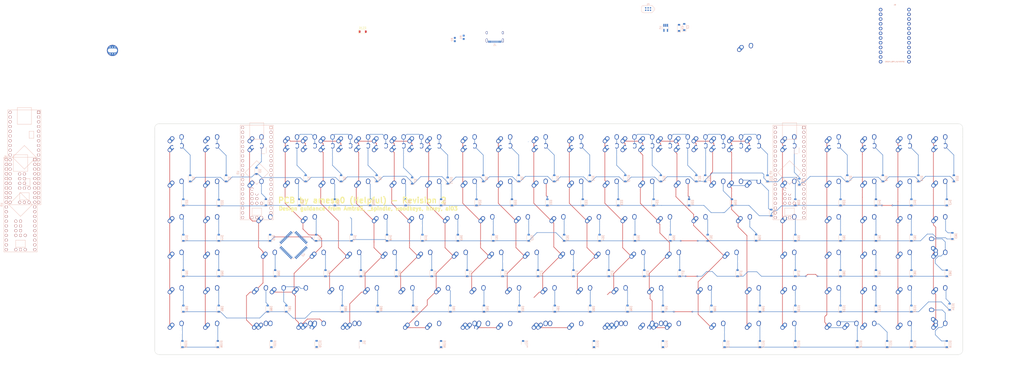
<source format=kicad_pcb>
(kicad_pcb (version 20171130) (host pcbnew "(5.0.0-rc2-dev-733-g23a9fcd91)")
  (layers (0 F.Cu signal) (31 B.Cu signal) (34 B.Paste user) (35 F.Paste user) (36 B.SilkS user) (37 F.SilkS user) (38 B.Mask user) (39 F.Mask user) (44 Edge.Cuts user))
  (net 0 "")
  (net 1 ROW0)
  (net 2 "Net-(D1-Pad2)")
  (net 3 "Net-(D2-Pad2)")
  (net 4 "Net-(D3-Pad2)")
  (net 5 "Net-(D4-Pad2)")
  (net 6 "Net-(D5-Pad2)")
  (net 7 "Net-(D6-Pad2)")
  (net 8 "Net-(D7-Pad2)")
  (net 9 "Net-(D8-Pad2)")
  (net 10 "Net-(D9-Pad2)")
  (net 11 "Net-(D10-Pad2)")
  (net 12 "Net-(D11-Pad2)")
  (net 13 "Net-(D12-Pad2)")
  (net 14 "Net-(D13-Pad2)")
  (net 15 "Net-(D14-Pad2)")
  (net 16 "Net-(D15-Pad2)")
  (net 17 "Net-(D16-Pad2)")
  (net 18 "Net-(D17-Pad2)")
  (net 19 "Net-(D18-Pad2)")
  (net 20 "Net-(D19-Pad2)")
  (net 21 "Net-(D20-Pad2)")
  (net 22 ROW1)
  (net 23 "Net-(D21-Pad2)")
  (net 24 "Net-(D22-Pad2)")
  (net 25 "Net-(D23-Pad2)")
  (net 26 "Net-(D24-Pad2)")
  (net 27 "Net-(D25-Pad2)")
  (net 28 "Net-(D26-Pad2)")
  (net 29 "Net-(D27-Pad2)")
  (net 30 "Net-(D28-Pad2)")
  (net 31 "Net-(D29-Pad2)")
  (net 32 "Net-(D30-Pad2)")
  (net 33 "Net-(D31-Pad2)")
  (net 34 "Net-(D32-Pad2)")
  (net 35 "Net-(D33-Pad2)")
  (net 36 "Net-(D34-Pad2)")
  (net 37 "Net-(D35-Pad2)")
  (net 38 "Net-(D36-Pad2)")
  (net 39 "Net-(D37-Pad2)")
  (net 40 "Net-(D38-Pad2)")
  (net 41 "Net-(D39-Pad2)")
  (net 42 "Net-(D40-Pad2)")
  (net 43 "Net-(D41-Pad2)")
  (net 44 "Net-(D42-Pad2)")
  (net 45 ROW2)
  (net 46 "Net-(D43-Pad2)")
  (net 47 "Net-(D44-Pad2)")
  (net 48 "Net-(D45-Pad2)")
  (net 49 "Net-(D46-Pad2)")
  (net 50 "Net-(D47-Pad2)")
  (net 51 "Net-(D48-Pad2)")
  (net 52 "Net-(D49-Pad2)")
  (net 53 "Net-(D50-Pad2)")
  (net 54 "Net-(D51-Pad2)")
  (net 55 "Net-(D52-Pad2)")
  (net 56 "Net-(D53-Pad2)")
  (net 57 "Net-(D54-Pad2)")
  (net 58 "Net-(D55-Pad2)")
  (net 59 "Net-(D56-Pad2)")
  (net 60 "Net-(D57-Pad2)")
  (net 61 "Net-(D58-Pad2)")
  (net 62 "Net-(D59-Pad2)")
  (net 63 "Net-(D60-Pad2)")
  (net 64 "Net-(D61-Pad2)")
  (net 65 "Net-(D62-Pad2)")
  (net 66 "Net-(D63-Pad2)")
  (net 67 "Net-(D64-Pad2)")
  (net 68 ROW3)
  (net 69 "Net-(D65-Pad2)")
  (net 70 "Net-(D66-Pad2)")
  (net 71 "Net-(D67-Pad2)")
  (net 72 "Net-(D68-Pad2)")
  (net 73 "Net-(D69-Pad2)")
  (net 74 "Net-(D70-Pad2)")
  (net 75 "Net-(D71-Pad2)")
  (net 76 "Net-(D72-Pad2)")
  (net 77 "Net-(D73-Pad2)")
  (net 78 "Net-(D74-Pad2)")
  (net 79 "Net-(D75-Pad2)")
  (net 80 "Net-(D76-Pad2)")
  (net 81 "Net-(D77-Pad2)")
  (net 82 "Net-(D78-Pad2)")
  (net 83 "Net-(D79-Pad2)")
  (net 84 "Net-(D80-Pad2)")
  (net 85 "Net-(D81-Pad2)")
  (net 86 "Net-(D82-Pad2)")
  (net 87 "Net-(D83-Pad2)")
  (net 88 ROW4)
  (net 89 "Net-(D84-Pad2)")
  (net 90 "Net-(D85-Pad2)")
  (net 91 "Net-(D86-Pad2)")
  (net 92 "Net-(D87-Pad2)")
  (net 93 "Net-(D88-Pad2)")
  (net 94 "Net-(D89-Pad2)")
  (net 95 "Net-(D90-Pad2)")
  (net 96 "Net-(D91-Pad2)")
  (net 97 "Net-(D92-Pad2)")
  (net 98 "Net-(D93-Pad2)")
  (net 99 "Net-(D94-Pad2)")
  (net 100 "Net-(D95-Pad2)")
  (net 101 "Net-(D96-Pad2)")
  (net 102 "Net-(D97-Pad2)")
  (net 103 "Net-(D98-Pad2)")
  (net 104 "Net-(D99-Pad2)")
  (net 105 "Net-(D100-Pad2)")
  (net 106 "Net-(D101-Pad2)")
  (net 107 "Net-(D102-Pad2)")
  (net 108 "Net-(D103-Pad2)")
  (net 109 "Net-(D104-Pad2)")
  (net 110 ROW5)
  (net 111 "Net-(D105-Pad2)")
  (net 112 "Net-(D106-Pad2)")
  (net 113 "Net-(D107-Pad2)")
  (net 114 "Net-(D108-Pad2)")
  (net 115 "Net-(D109-Pad2)")
  (net 116 "Net-(D110-Pad2)")
  (net 117 "Net-(D111-Pad2)")
  (net 118 "Net-(D112-Pad2)")
  (net 119 "Net-(D113-Pad2)")
  (net 120 "Net-(D114-Pad2)")
  (net 121 "Net-(D115-Pad2)")
  (net 122 "Net-(D116-Pad2)")
  (net 123 "Net-(D117-Pad2)")
  (net 124 "Net-(D118-Pad2)")
  (net 125 "Net-(D119-Pad2)")
  (net 126 "Net-(J1-PadA6)")
  (net 127 GND)
  (net 128 +5V)
  (net 129 "Net-(J1-PadA7)")
  (net 130 "Net-(J1-PadA8)")
  (net 131 "Net-(J1-PadB5)")
  (net 132 "Net-(J1-PadA5)")
  (net 133 "Net-(J1-PadB8)")
  (net 134 COL0)
  (net 135 COL1)
  (net 136 COL2)
  (net 137 COL3)
  (net 138 COL4)
  (net 139 COL5)
  (net 140 COL6)
  (net 141 COL7)
  (net 142 COL8)
  (net 143 COL9)
  (net 144 COL10)
  (net 145 COL11)
  (net 146 COL12)
  (net 147 COL13)
  (net 148 COL14)
  (net 149 COL15)
  (net 150 COL16)
  (net 151 COL17)
  (net 152 COL18)
  (net 153 COL19)
  (net 154 PDI)
  (net 155 VCC)
  (net 156 "Net-(P1-Pad3)")
  (net 157 "Net-(P1-Pad4)")
  (net 158 RST)
  (net 159 "Net-(U1-Pad4)")
  (net 160 SDA)
  (net 161 SCL)
  (net 162 "Net-(D120-Pad2)")
  (net 163 "Net-(B1-Pad1)")
  (net 164 "Net-(B1-Pad2)")
  (net 165 "Net-(B1-Pad3)")
  (net 166 "Net-(B1-Pad4)")
  (net 167 "Net-(B1-Pad21)")
  (net 168 "Net-(B1-Pad22)")
  (net 169 "Net-(B1-Pad23)")
  (net 170 "Net-(B1-Pad24)")
  (net 171 "Net-(B1-Pad15)")
  (net 172 "Net-(B1-Pad16)")
  (net 173 "Net-(B1-Pad17)")
  (net 174 "Net-(B1-Pad18)")
  (net 175 "Net-(B1-Pad19)")
  (net 176 "Net-(B1-Pad20)")
  (net 177 "Net-(U2-Pad23)")
  (net 178 "Net-(U2-Pad24)")
  (net 179 COL20)
  (net 180 COL21)
  (net 181 "Net-(D121-Pad2)")
  (net 182 "Net-(D122-Pad2)")
  (net 183 "Net-(D123-Pad2)")
  (net 184 "Net-(U3-Pad9)")
  (net 185 "Net-(U3-Pad10)")
  (net 186 "Net-(U3-Pad11)")
  (net 187 "Net-(U3-Pad8)")
  (net 188 "Net-(U3-Pad7)")
  (net 189 "Net-(U3-Pad6)")
  (net 190 "Net-(U3-Pad5)")
  (net 191 "Net-(U3-Pad4)")
  (net 192 "Net-(U3-Pad3)")
  (net 193 "Net-(U3-Pad1)")
  (net 194 "Net-(U3-Pad12)")
  (net 195 "Net-(U3-Pad13)")
  (net 196 "Net-(U3-Pad14)")
  (net 197 "Net-(U3-Pad15)")
  (net 198 "Net-(U3-Pad16)")
  (net 199 "Net-(U3-Pad17)")
  (net 200 "Net-(U3-Pad18)")
  (net 201 "Net-(U3-Pad19)")
  (net 202 "Net-(U3-Pad20)")
  (net 203 "Net-(U3-Pad21)")
  (net 204 "Net-(U3-Pad22)")
  (net 205 "Net-(U3-Pad23)")
  (net 206 "Net-(U3-Pad24)")
  (net 207 "Net-(U3-Pad25)")
  (net 208 "Net-(U3-Pad26)")
  (net 209 "Net-(U3-Pad27)")
  (net 210 "Net-(U3-Pad28)")
  (net 211 "Net-(U3-Pad29)")
  (net 212 "Net-(U3-Pad30)")
  (net 213 "Net-(U3-Pad31)")
  (net 214 "Net-(U3-Pad32)")
  (net 215 "Net-(U3-Pad33)")
  (net 216 "Net-(U3-Pad34)")
  (net 217 "Net-(U3-Pad35)")
  (net 218 "Net-(U3-Pad36)")
  (net 219 "Net-(U3-Pad37)")
  (net 220 "Net-(U3-Pad38)")
  (net 221 "Net-(U3-Pad39)")
  (net 222 "Net-(U3-Pad40)")
  (net 223 "Net-(U3-Pad41)")
  (net 224 "Net-(U3-Pad42)")
  (net 225 "Net-(U3-Pad43)")
  (net 226 "Net-(U3-Pad44)")
  (net 227 "Net-(U3-Pad45)")
  (net 228 "Net-(U3-Pad46)")
  (net 229 "Net-(U3-Pad47)")
  (net 230 "Net-(U3-Pad48)")
  (net 231 "Net-(U3-Pad49)")
  (net 232 "Net-(U3-Pad50)")
  (net 233 "Net-(U3-Pad51)")
  (net 234 "Net-(U3-Pad52)")
  (module keebs_misc:Teensy2.0++ (layer B.Cu) (at -17.48282 91.84386 270)
    (fp_text reference U3 (at 0 10.16 270) (layer B.SilkS) (effects (justify mirror)))
    (fp_text value Teensy2.0++)
    (pad 9 thru_hole circle (at -3.81 -7.62 270) (size 1.6 1.6) (drill 1.1) (layers *.Cu *.Mask B.SilkS) (net 184 "Net-(U3-Pad9)"))
    (pad 10 thru_hole circle (at -1.27 -7.62 270) (size 1.6 1.6) (drill 1.1) (layers *.Cu *.Mask B.SilkS) (net 185 "Net-(U3-Pad10)"))
    (pad 11 thru_hole circle (at 1.27 -7.62 270) (size 1.6 1.6) (drill 1.1) (layers *.Cu *.Mask B.SilkS) (net 186 "Net-(U3-Pad11)"))
    (pad 8 thru_hole circle (at -6.35 -7.62 270) (size 1.6 1.6) (drill 1.1) (layers *.Cu *.Mask B.SilkS) (net 187 "Net-(U3-Pad8)"))
    (pad 7 thru_hole circle (at -8.89 -7.62 270) (size 1.6 1.6) (drill 1.1) (layers *.Cu *.Mask B.SilkS) (net 188 "Net-(U3-Pad7)"))
    (pad 6 thru_hole circle (at -11.43 -7.62 270) (size 1.6 1.6) (drill 1.1) (layers *.Cu *.Mask B.SilkS) (net 189 "Net-(U3-Pad6)"))
    (pad 5 thru_hole circle (at -13.97 -7.62 270) (size 1.6 1.6) (drill 1.1) (layers *.Cu *.Mask B.SilkS) (net 190 "Net-(U3-Pad5)"))
    (pad 4 thru_hole circle (at -16.51 -7.62 270) (size 1.6 1.6) (drill 1.1) (layers *.Cu *.Mask B.SilkS) (net 191 "Net-(U3-Pad4)"))
    (pad 3 thru_hole circle (at -19.05 -7.62 270) (size 1.6 1.6) (drill 1.1) (layers *.Cu *.Mask B.SilkS) (net 192 "Net-(U3-Pad3)"))
    (pad 2 thru_hole circle (at -21.59 -7.62 270) (size 1.6 1.6) (drill 1.1) (layers *.Cu *.Mask B.SilkS))
    (pad 1 thru_hole rect (at -24.13 -7.62 270) (size 1.6 1.6) (drill 1.1) (layers *.Cu *.Mask B.SilkS) (net 193 "Net-(U3-Pad1)"))
    (pad 12 thru_hole circle (at 3.81 -7.62 270) (size 1.6 1.6) (drill 1.1) (layers *.Cu *.Mask B.SilkS) (net 194 "Net-(U3-Pad12)"))
    (pad 13 thru_hole circle (at 6.35 -7.62 270) (size 1.6 1.6) (drill 1.1) (layers *.Cu *.Mask B.SilkS) (net 195 "Net-(U3-Pad13)"))
    (pad 14 thru_hole circle (at 8.89 -7.62 270) (size 1.6 1.6) (drill 1.1) (layers *.Cu *.Mask B.SilkS) (net 196 "Net-(U3-Pad14)"))
    (pad 15 thru_hole circle (at 11.43 -7.62 270) (size 1.6 1.6) (drill 1.1) (layers *.Cu *.Mask B.SilkS) (net 197 "Net-(U3-Pad15)"))
    (pad 16 thru_hole circle (at 13.97 -7.62 270) (size 1.6 1.6) (drill 1.1) (layers *.Cu *.Mask B.SilkS) (net 198 "Net-(U3-Pad16)"))
    (pad 17 thru_hole circle (at 16.51 -7.62 270) (size 1.6 1.6) (drill 1.1) (layers *.Cu *.Mask B.SilkS) (net 199 "Net-(U3-Pad17)"))
    (pad 18 thru_hole circle (at 19.05 -7.62 270) (size 1.6 1.6) (drill 1.1) (layers *.Cu *.Mask B.SilkS) (net 200 "Net-(U3-Pad18)"))
    (pad 19 thru_hole circle (at 21.59 -7.62 270) (size 1.6 1.6) (drill 1.1) (layers *.Cu *.Mask B.SilkS) (net 201 "Net-(U3-Pad19)"))
    (pad 20 thru_hole circle (at 24.13 -7.62 270) (size 1.6 1.6) (drill 1.1) (layers *.Cu *.Mask B.SilkS) (net 202 "Net-(U3-Pad20)"))
    (pad 21 thru_hole circle (at 24.13 -2.54 270) (size 1.6 1.6) (drill 1.1) (layers *.Cu *.Mask B.SilkS) (net 203 "Net-(U3-Pad21)"))
    (pad 22 thru_hole circle (at 24.13 0 270) (size 1.6 1.6) (drill 1.1) (layers *.Cu *.Mask B.SilkS) (net 204 "Net-(U3-Pad22)"))
    (pad 23 thru_hole circle (at 24.13 2.54 270) (size 1.6 1.6) (drill 1.1) (layers *.Cu *.Mask B.SilkS) (net 205 "Net-(U3-Pad23)"))
    (pad 24 thru_hole circle (at 24.13 7.62 270) (size 1.6 1.6) (drill 1.1) (layers *.Cu *.Mask B.SilkS) (net 206 "Net-(U3-Pad24)"))
    (pad 25 thru_hole circle (at 21.59 7.62 270) (size 1.6 1.6) (drill 1.1) (layers *.Cu *.Mask B.SilkS) (net 207 "Net-(U3-Pad25)"))
    (pad 26 thru_hole circle (at 19.05 7.62 270) (size 1.6 1.6) (drill 1.1) (layers *.Cu *.Mask B.SilkS) (net 208 "Net-(U3-Pad26)"))
    (pad 27 thru_hole circle (at 16.51 7.62 270) (size 1.6 1.6) (drill 1.1) (layers *.Cu *.Mask B.SilkS) (net 209 "Net-(U3-Pad27)"))
    (pad 28 thru_hole circle (at 13.97 7.62 270) (size 1.6 1.6) (drill 1.1) (layers *.Cu *.Mask B.SilkS) (net 210 "Net-(U3-Pad28)"))
    (pad 29 thru_hole circle (at 11.43 7.62 270) (size 1.6 1.6) (drill 1.1) (layers *.Cu *.Mask B.SilkS) (net 211 "Net-(U3-Pad29)"))
    (pad 30 thru_hole circle (at 8.89 7.62 270) (size 1.6 1.6) (drill 1.1) (layers *.Cu *.Mask B.SilkS) (net 212 "Net-(U3-Pad30)"))
    (pad 31 thru_hole circle (at 6.35 7.62 270) (size 1.6 1.6) (drill 1.1) (layers *.Cu *.Mask B.SilkS) (net 213 "Net-(U3-Pad31)"))
    (pad 32 thru_hole circle (at 3.81 7.62 270) (size 1.6 1.6) (drill 1.1) (layers *.Cu *.Mask B.SilkS) (net 214 "Net-(U3-Pad32)"))
    (pad 33 thru_hole circle (at 1.27 7.62 270) (size 1.6 1.6) (drill 1.1) (layers *.Cu *.Mask B.SilkS) (net 215 "Net-(U3-Pad33)"))
    (pad 34 thru_hole circle (at -1.27 7.62 270) (size 1.6 1.6) (drill 1.1) (layers *.Cu *.Mask B.SilkS) (net 216 "Net-(U3-Pad34)"))
    (pad 35 thru_hole circle (at -3.81 7.62 270) (size 1.6 1.6) (drill 1.1) (layers *.Cu *.Mask B.SilkS) (net 217 "Net-(U3-Pad35)"))
    (pad 36 thru_hole circle (at -6.35 7.62 270) (size 1.6 1.6) (drill 1.1) (layers *.Cu *.Mask B.SilkS) (net 218 "Net-(U3-Pad36)"))
    (pad 37 thru_hole circle (at -8.89 7.62 270) (size 1.6 1.6) (drill 1.1) (layers *.Cu *.Mask B.SilkS) (net 219 "Net-(U3-Pad37)"))
    (pad 38 thru_hole circle (at -11.43 7.62 270) (size 1.6 1.6) (drill 1.1) (layers *.Cu *.Mask B.SilkS) (net 220 "Net-(U3-Pad38)"))
    (pad 39 thru_hole circle (at -13.97 7.62 270) (size 1.6 1.6) (drill 1.1) (layers *.Cu *.Mask B.SilkS) (net 221 "Net-(U3-Pad39)"))
    (pad 40 thru_hole circle (at -16.51 7.62 270) (size 1.6 1.6) (drill 1.1) (layers *.Cu *.Mask B.SilkS) (net 222 "Net-(U3-Pad40)"))
    (pad 41 thru_hole circle (at -19.05 7.62 270) (size 1.6 1.6) (drill 1.1) (layers *.Cu *.Mask B.SilkS) (net 223 "Net-(U3-Pad41)"))
    (pad 42 thru_hole circle (at -21.59 7.62 270) (size 1.6 1.6) (drill 1.1) (layers *.Cu *.Mask B.SilkS) (net 224 "Net-(U3-Pad42)"))
    (pad 43 thru_hole circle (at -24.13 7.62 270) (size 1.6 1.6) (drill 1.1) (layers *.Cu *.Mask B.SilkS) (net 225 "Net-(U3-Pad43)"))
    (pad 44 thru_hole circle (at 8.89 2.54 270) (size 1.6 1.6) (drill 1.1) (layers *.Cu *.Mask B.SilkS) (net 226 "Net-(U3-Pad44)"))
    (pad 45 thru_hole circle (at 11.43 2.54 270) (size 1.6 1.6) (drill 1.1) (layers *.Cu *.Mask B.SilkS) (net 227 "Net-(U3-Pad45)"))
    (pad 46 thru_hole circle (at 13.97 2.54 270) (size 1.6 1.6) (drill 1.1) (layers *.Cu *.Mask B.SilkS) (net 228 "Net-(U3-Pad46)"))
    (pad 47 thru_hole circle (at 16.51 2.54 270) (size 1.6 1.6) (drill 1.1) (layers *.Cu *.Mask B.SilkS) (net 229 "Net-(U3-Pad47)"))
    (pad 48 thru_hole circle (at 8.89 0 270) (size 1.6 1.6) (drill 1.1) (layers *.Cu *.Mask B.SilkS) (net 230 "Net-(U3-Pad48)"))
    (pad 49 thru_hole circle (at 11.43 0 270) (size 1.6 1.6) (drill 1.1) (layers *.Cu *.Mask B.SilkS) (net 231 "Net-(U3-Pad49)"))
    (pad 50 thru_hole circle (at 13.97 0 270) (size 1.6 1.6) (drill 1.1) (layers *.Cu *.Mask B.SilkS) (net 232 "Net-(U3-Pad50)"))
    (pad 51 thru_hole circle (at 16.51 0 270) (size 1.6 1.6) (drill 1.1) (layers *.Cu *.Mask B.SilkS) (net 233 "Net-(U3-Pad51)"))
    (pad 52 thru_hole circle (at 16.51 -2.54 270) (size 1.6 1.6) (drill 1.1) (layers *.Cu *.Mask B.SilkS) (net 234 "Net-(U3-Pad52)"))
  )
  (module keebs_misc:Teensy2.0++ (layer B.Cu) (at -19.55546 117.20576 270)
    (fp_text reference U3 (at 0 10.16 270) (layer B.SilkS) (effects (justify mirror)))
    (fp_text value Teensy2.0++)
    (pad 52 thru_hole circle (at 16.51 -2.54 270) (size 1.6 1.6) (drill 1.1) (layers *.Cu *.Mask B.SilkS) (net 234 "Net-(U3-Pad52)"))
    (pad 51 thru_hole circle (at 16.51 0 270) (size 1.6 1.6) (drill 1.1) (layers *.Cu *.Mask B.SilkS) (net 233 "Net-(U3-Pad51)"))
    (pad 50 thru_hole circle (at 13.97 0 270) (size 1.6 1.6) (drill 1.1) (layers *.Cu *.Mask B.SilkS) (net 232 "Net-(U3-Pad50)"))
    (pad 49 thru_hole circle (at 11.43 0 270) (size 1.6 1.6) (drill 1.1) (layers *.Cu *.Mask B.SilkS) (net 231 "Net-(U3-Pad49)"))
    (pad 48 thru_hole circle (at 8.89 0 270) (size 1.6 1.6) (drill 1.1) (layers *.Cu *.Mask B.SilkS) (net 230 "Net-(U3-Pad48)"))
    (pad 47 thru_hole circle (at 16.51 2.54 270) (size 1.6 1.6) (drill 1.1) (layers *.Cu *.Mask B.SilkS) (net 229 "Net-(U3-Pad47)"))
    (pad 46 thru_hole circle (at 13.97 2.54 270) (size 1.6 1.6) (drill 1.1) (layers *.Cu *.Mask B.SilkS) (net 228 "Net-(U3-Pad46)"))
    (pad 45 thru_hole circle (at 11.43 2.54 270) (size 1.6 1.6) (drill 1.1) (layers *.Cu *.Mask B.SilkS) (net 227 "Net-(U3-Pad45)"))
    (pad 44 thru_hole circle (at 8.89 2.54 270) (size 1.6 1.6) (drill 1.1) (layers *.Cu *.Mask B.SilkS) (net 226 "Net-(U3-Pad44)"))
    (pad 43 thru_hole circle (at -24.13 7.62 270) (size 1.6 1.6) (drill 1.1) (layers *.Cu *.Mask B.SilkS) (net 225 "Net-(U3-Pad43)"))
    (pad 42 thru_hole circle (at -21.59 7.62 270) (size 1.6 1.6) (drill 1.1) (layers *.Cu *.Mask B.SilkS) (net 224 "Net-(U3-Pad42)"))
    (pad 41 thru_hole circle (at -19.05 7.62 270) (size 1.6 1.6) (drill 1.1) (layers *.Cu *.Mask B.SilkS) (net 223 "Net-(U3-Pad41)"))
    (pad 40 thru_hole circle (at -16.51 7.62 270) (size 1.6 1.6) (drill 1.1) (layers *.Cu *.Mask B.SilkS) (net 222 "Net-(U3-Pad40)"))
    (pad 39 thru_hole circle (at -13.97 7.62 270) (size 1.6 1.6) (drill 1.1) (layers *.Cu *.Mask B.SilkS) (net 221 "Net-(U3-Pad39)"))
    (pad 38 thru_hole circle (at -11.43 7.62 270) (size 1.6 1.6) (drill 1.1) (layers *.Cu *.Mask B.SilkS) (net 220 "Net-(U3-Pad38)"))
    (pad 37 thru_hole circle (at -8.89 7.62 270) (size 1.6 1.6) (drill 1.1) (layers *.Cu *.Mask B.SilkS) (net 219 "Net-(U3-Pad37)"))
    (pad 36 thru_hole circle (at -6.35 7.62 270) (size 1.6 1.6) (drill 1.1) (layers *.Cu *.Mask B.SilkS) (net 218 "Net-(U3-Pad36)"))
    (pad 35 thru_hole circle (at -3.81 7.62 270) (size 1.6 1.6) (drill 1.1) (layers *.Cu *.Mask B.SilkS) (net 217 "Net-(U3-Pad35)"))
    (pad 34 thru_hole circle (at -1.27 7.62 270) (size 1.6 1.6) (drill 1.1) (layers *.Cu *.Mask B.SilkS) (net 216 "Net-(U3-Pad34)"))
    (pad 33 thru_hole circle (at 1.27 7.62 270) (size 1.6 1.6) (drill 1.1) (layers *.Cu *.Mask B.SilkS) (net 215 "Net-(U3-Pad33)"))
    (pad 32 thru_hole circle (at 3.81 7.62 270) (size 1.6 1.6) (drill 1.1) (layers *.Cu *.Mask B.SilkS) (net 214 "Net-(U3-Pad32)"))
    (pad 31 thru_hole circle (at 6.35 7.62 270) (size 1.6 1.6) (drill 1.1) (layers *.Cu *.Mask B.SilkS) (net 213 "Net-(U3-Pad31)"))
    (pad 30 thru_hole circle (at 8.89 7.62 270) (size 1.6 1.6) (drill 1.1) (layers *.Cu *.Mask B.SilkS) (net 212 "Net-(U3-Pad30)"))
    (pad 29 thru_hole circle (at 11.43 7.62 270) (size 1.6 1.6) (drill 1.1) (layers *.Cu *.Mask B.SilkS) (net 211 "Net-(U3-Pad29)"))
    (pad 28 thru_hole circle (at 13.97 7.62 270) (size 1.6 1.6) (drill 1.1) (layers *.Cu *.Mask B.SilkS) (net 210 "Net-(U3-Pad28)"))
    (pad 27 thru_hole circle (at 16.51 7.62 270) (size 1.6 1.6) (drill 1.1) (layers *.Cu *.Mask B.SilkS) (net 209 "Net-(U3-Pad27)"))
    (pad 26 thru_hole circle (at 19.05 7.62 270) (size 1.6 1.6) (drill 1.1) (layers *.Cu *.Mask B.SilkS) (net 208 "Net-(U3-Pad26)"))
    (pad 25 thru_hole circle (at 21.59 7.62 270) (size 1.6 1.6) (drill 1.1) (layers *.Cu *.Mask B.SilkS) (net 207 "Net-(U3-Pad25)"))
    (pad 24 thru_hole circle (at 24.13 7.62 270) (size 1.6 1.6) (drill 1.1) (layers *.Cu *.Mask B.SilkS) (net 206 "Net-(U3-Pad24)"))
    (pad 23 thru_hole circle (at 24.13 2.54 270) (size 1.6 1.6) (drill 1.1) (layers *.Cu *.Mask B.SilkS) (net 205 "Net-(U3-Pad23)"))
    (pad 22 thru_hole circle (at 24.13 0 270) (size 1.6 1.6) (drill 1.1) (layers *.Cu *.Mask B.SilkS) (net 204 "Net-(U3-Pad22)"))
    (pad 21 thru_hole circle (at 24.13 -2.54 270) (size 1.6 1.6) (drill 1.1) (layers *.Cu *.Mask B.SilkS) (net 203 "Net-(U3-Pad21)"))
    (pad 20 thru_hole circle (at 24.13 -7.62 270) (size 1.6 1.6) (drill 1.1) (layers *.Cu *.Mask B.SilkS) (net 202 "Net-(U3-Pad20)"))
    (pad 19 thru_hole circle (at 21.59 -7.62 270) (size 1.6 1.6) (drill 1.1) (layers *.Cu *.Mask B.SilkS) (net 201 "Net-(U3-Pad19)"))
    (pad 18 thru_hole circle (at 19.05 -7.62 270) (size 1.6 1.6) (drill 1.1) (layers *.Cu *.Mask B.SilkS) (net 200 "Net-(U3-Pad18)"))
    (pad 17 thru_hole circle (at 16.51 -7.62 270) (size 1.6 1.6) (drill 1.1) (layers *.Cu *.Mask B.SilkS) (net 199 "Net-(U3-Pad17)"))
    (pad 16 thru_hole circle (at 13.97 -7.62 270) (size 1.6 1.6) (drill 1.1) (layers *.Cu *.Mask B.SilkS) (net 198 "Net-(U3-Pad16)"))
    (pad 15 thru_hole circle (at 11.43 -7.62 270) (size 1.6 1.6) (drill 1.1) (layers *.Cu *.Mask B.SilkS) (net 197 "Net-(U3-Pad15)"))
    (pad 14 thru_hole circle (at 8.89 -7.62 270) (size 1.6 1.6) (drill 1.1) (layers *.Cu *.Mask B.SilkS) (net 196 "Net-(U3-Pad14)"))
    (pad 13 thru_hole circle (at 6.35 -7.62 270) (size 1.6 1.6) (drill 1.1) (layers *.Cu *.Mask B.SilkS) (net 195 "Net-(U3-Pad13)"))
    (pad 12 thru_hole circle (at 3.81 -7.62 270) (size 1.6 1.6) (drill 1.1) (layers *.Cu *.Mask B.SilkS) (net 194 "Net-(U3-Pad12)"))
    (pad 1 thru_hole rect (at -24.13 -7.62 270) (size 1.6 1.6) (drill 1.1) (layers *.Cu *.Mask B.SilkS) (net 193 "Net-(U3-Pad1)"))
    (pad 2 thru_hole circle (at -21.59 -7.62 270) (size 1.6 1.6) (drill 1.1) (layers *.Cu *.Mask B.SilkS))
    (pad 3 thru_hole circle (at -19.05 -7.62 270) (size 1.6 1.6) (drill 1.1) (layers *.Cu *.Mask B.SilkS) (net 192 "Net-(U3-Pad3)"))
    (pad 4 thru_hole circle (at -16.51 -7.62 270) (size 1.6 1.6) (drill 1.1) (layers *.Cu *.Mask B.SilkS) (net 191 "Net-(U3-Pad4)"))
    (pad 5 thru_hole circle (at -13.97 -7.62 270) (size 1.6 1.6) (drill 1.1) (layers *.Cu *.Mask B.SilkS) (net 190 "Net-(U3-Pad5)"))
    (pad 6 thru_hole circle (at -11.43 -7.62 270) (size 1.6 1.6) (drill 1.1) (layers *.Cu *.Mask B.SilkS) (net 189 "Net-(U3-Pad6)"))
    (pad 7 thru_hole circle (at -8.89 -7.62 270) (size 1.6 1.6) (drill 1.1) (layers *.Cu *.Mask B.SilkS) (net 188 "Net-(U3-Pad7)"))
    (pad 8 thru_hole circle (at -6.35 -7.62 270) (size 1.6 1.6) (drill 1.1) (layers *.Cu *.Mask B.SilkS) (net 187 "Net-(U3-Pad8)"))
    (pad 11 thru_hole circle (at 1.27 -7.62 270) (size 1.6 1.6) (drill 1.1) (layers *.Cu *.Mask B.SilkS) (net 186 "Net-(U3-Pad11)"))
    (pad 10 thru_hole circle (at -1.27 -7.62 270) (size 1.6 1.6) (drill 1.1) (layers *.Cu *.Mask B.SilkS) (net 185 "Net-(U3-Pad10)"))
    (pad 9 thru_hole circle (at -3.81 -7.62 270) (size 1.6 1.6) (drill 1.1) (layers *.Cu *.Mask B.SilkS) (net 184 "Net-(U3-Pad9)"))
  )
  (module Diode_SMD:D_SOD-123 (layer B.Cu) (at 461.96444 103.12544 90)
    (fp_text reference D19 (at 0 2 90) (layer B.SilkS) (effects (justify mirror)))
    (fp_text value D)
    (pad 1 smd rect (at -1.65 0 90) (size 0.9 1.2) (layers B.Cu B.Paste B.Mask) (net 1 ROW0))
    (pad 2 smd rect (at 1.65 0 90) (size 0.9 1.2) (layers B.Cu B.Paste B.Mask) (net 20 "Net-(D19-Pad2)"))
  )
  (module ai03_hybrid:MX-1U-NoLED (layer F.Cu) (at 435.76875 90.4875)
    (fp_text reference K18)
    (fp_text value KEYSW)
    (pad "" np_thru_hole circle (at 5.08 0 48.0996) (size 1.75 1.75) (drill 1.75) (layers *.Cu *.Mask))
    (pad "" np_thru_hole circle (at -5.08 0 48.0996) (size 1.75 1.75) (drill 1.75) (layers *.Cu *.Mask))
    (pad 1 thru_hole circle (at -2.5 -4) (size 2.25 2.25) (drill 1.47) (layers *.Cu B.Mask) (net 153 COL19))
    (pad "" np_thru_hole circle (at 0 0) (size 3.9878 3.9878) (drill 3.9878) (layers *.Cu *.Mask))
    (pad 1 thru_hole oval (at -3.81 -2.54 48.0996) (size 4.211556 2.25) (drill 1.47 (offset 0.980778 0)) (layers *.Cu B.Mask) (net 153 COL19))
    (pad 2 thru_hole circle (at 2.54 -5.08) (size 2.25 2.25) (drill 1.47) (layers *.Cu B.Mask) (net 19 "Net-(D18-Pad2)"))
    (pad 2 thru_hole oval (at 2.5 -4.5 86.0548) (size 2.831378 2.25) (drill 1.47 (offset 0.290689 0)) (layers *.Cu B.Mask) (net 19 "Net-(D18-Pad2)"))
  )
  (module ai03_hybrid:MX-1U-NoLED (layer F.Cu) (at 278.60625 90.4875)
    (fp_text reference K11)
    (fp_text value KEYSW)
    (pad "" np_thru_hole circle (at 5.08 0 48.0996) (size 1.75 1.75) (drill 1.75) (layers *.Cu *.Mask))
    (pad "" np_thru_hole circle (at -5.08 0 48.0996) (size 1.75 1.75) (drill 1.75) (layers *.Cu *.Mask))
    (pad 1 thru_hole circle (at -2.5 -4) (size 2.25 2.25) (drill 1.47) (layers *.Cu B.Mask) (net 145 COL11))
    (pad "" np_thru_hole circle (at 0 0) (size 3.9878 3.9878) (drill 3.9878) (layers *.Cu *.Mask))
    (pad 1 thru_hole oval (at -3.81 -2.54 48.0996) (size 4.211556 2.25) (drill 1.47 (offset 0.980778 0)) (layers *.Cu B.Mask) (net 145 COL11))
    (pad 2 thru_hole circle (at 2.54 -5.08) (size 2.25 2.25) (drill 1.47) (layers *.Cu B.Mask) (net 12 "Net-(D11-Pad2)"))
    (pad 2 thru_hole oval (at 2.5 -4.5 86.0548) (size 2.831378 2.25) (drill 1.47 (offset 0.290689 0)) (layers *.Cu B.Mask) (net 12 "Net-(D11-Pad2)"))
  )
  (module ai03_hybrid:MX-1U-NoLED (layer F.Cu) (at 202.4071 90.48788)
    (fp_text reference K147)
    (fp_text value KEYSW)
    (pad 2 thru_hole oval (at 2.5 -4.5 86.0548) (size 2.831378 2.25) (drill 1.47 (offset 0.290689 0)) (layers *.Cu B.Mask) (net 181 "Net-(D121-Pad2)"))
    (pad 2 thru_hole circle (at 2.54 -5.08) (size 2.25 2.25) (drill 1.47) (layers *.Cu B.Mask) (net 181 "Net-(D121-Pad2)"))
    (pad 1 thru_hole oval (at -3.81 -2.54 48.0996) (size 4.211556 2.25) (drill 1.47 (offset 0.980778 0)) (layers *.Cu B.Mask) (net 141 COL7))
    (pad "" np_thru_hole circle (at 0 0) (size 3.9878 3.9878) (drill 3.9878) (layers *.Cu *.Mask))
    (pad 1 thru_hole circle (at -2.5 -4) (size 2.25 2.25) (drill 1.47) (layers *.Cu B.Mask) (net 141 COL7))
    (pad "" np_thru_hole circle (at -5.08 0 48.0996) (size 1.75 1.75) (drill 1.75) (layers *.Cu *.Mask))
    (pad "" np_thru_hole circle (at 5.08 0 48.0996) (size 1.75 1.75) (drill 1.75) (layers *.Cu *.Mask))
  )
  (module ai03_hybrid:MX-1U-NoLED (layer F.Cu) (at 107.15625 90.4875)
    (fp_text reference K3)
    (fp_text value KEYSW)
    (pad 2 thru_hole oval (at 2.5 -4.5 86.0548) (size 2.831378 2.25) (drill 1.47 (offset 0.290689 0)) (layers *.Cu B.Mask) (net 4 "Net-(D3-Pad2)"))
    (pad 2 thru_hole circle (at 2.54 -5.08) (size 2.25 2.25) (drill 1.47) (layers *.Cu B.Mask) (net 4 "Net-(D3-Pad2)"))
    (pad 1 thru_hole oval (at -3.81 -2.54 48.0996) (size 4.211556 2.25) (drill 1.47 (offset 0.980778 0)) (layers *.Cu B.Mask) (net 136 COL2))
    (pad "" np_thru_hole circle (at 0 0) (size 3.9878 3.9878) (drill 3.9878) (layers *.Cu *.Mask))
    (pad 1 thru_hole circle (at -2.5 -4) (size 2.25 2.25) (drill 1.47) (layers *.Cu B.Mask) (net 136 COL2))
    (pad "" np_thru_hole circle (at -5.08 0 48.0996) (size 1.75 1.75) (drill 1.75) (layers *.Cu *.Mask))
    (pad "" np_thru_hole circle (at 5.08 0 48.0996) (size 1.75 1.75) (drill 1.75) (layers *.Cu *.Mask))
  )
  (module keebs_misc:Teensy2.0++ (layer B.Cu) (at 392.9079 100.01292 270)
    (fp_text reference U3 (at 0 10.16 270) (layer B.SilkS) (effects (justify mirror)))
    (fp_text value Teensy2.0++)
    (pad 52 thru_hole circle (at 16.51 -2.54 270) (size 1.6 1.6) (drill 1.1) (layers *.Cu *.Mask B.SilkS) (net 234 "Net-(U3-Pad52)"))
    (pad 51 thru_hole circle (at 16.51 0 270) (size 1.6 1.6) (drill 1.1) (layers *.Cu *.Mask B.SilkS) (net 233 "Net-(U3-Pad51)"))
    (pad 50 thru_hole circle (at 13.97 0 270) (size 1.6 1.6) (drill 1.1) (layers *.Cu *.Mask B.SilkS) (net 232 "Net-(U3-Pad50)"))
    (pad 49 thru_hole circle (at 11.43 0 270) (size 1.6 1.6) (drill 1.1) (layers *.Cu *.Mask B.SilkS) (net 231 "Net-(U3-Pad49)"))
    (pad 48 thru_hole circle (at 8.89 0 270) (size 1.6 1.6) (drill 1.1) (layers *.Cu *.Mask B.SilkS) (net 230 "Net-(U3-Pad48)"))
    (pad 47 thru_hole circle (at 16.51 2.54 270) (size 1.6 1.6) (drill 1.1) (layers *.Cu *.Mask B.SilkS) (net 229 "Net-(U3-Pad47)"))
    (pad 46 thru_hole circle (at 13.97 2.54 270) (size 1.6 1.6) (drill 1.1) (layers *.Cu *.Mask B.SilkS) (net 228 "Net-(U3-Pad46)"))
    (pad 45 thru_hole circle (at 11.43 2.54 270) (size 1.6 1.6) (drill 1.1) (layers *.Cu *.Mask B.SilkS) (net 227 "Net-(U3-Pad45)"))
    (pad 44 thru_hole circle (at 8.89 2.54 270) (size 1.6 1.6) (drill 1.1) (layers *.Cu *.Mask B.SilkS) (net 226 "Net-(U3-Pad44)"))
    (pad 43 thru_hole circle (at -24.13 7.62 270) (size 1.6 1.6) (drill 1.1) (layers *.Cu *.Mask B.SilkS) (net 225 "Net-(U3-Pad43)"))
    (pad 42 thru_hole circle (at -21.59 7.62 270) (size 1.6 1.6) (drill 1.1) (layers *.Cu *.Mask B.SilkS) (net 224 "Net-(U3-Pad42)"))
    (pad 41 thru_hole circle (at -19.05 7.62 270) (size 1.6 1.6) (drill 1.1) (layers *.Cu *.Mask B.SilkS) (net 223 "Net-(U3-Pad41)"))
    (pad 40 thru_hole circle (at -16.51 7.62 270) (size 1.6 1.6) (drill 1.1) (layers *.Cu *.Mask B.SilkS) (net 222 "Net-(U3-Pad40)"))
    (pad 39 thru_hole circle (at -13.97 7.62 270) (size 1.6 1.6) (drill 1.1) (layers *.Cu *.Mask B.SilkS) (net 221 "Net-(U3-Pad39)"))
    (pad 38 thru_hole circle (at -11.43 7.62 270) (size 1.6 1.6) (drill 1.1) (layers *.Cu *.Mask B.SilkS) (net 220 "Net-(U3-Pad38)"))
    (pad 37 thru_hole circle (at -8.89 7.62 270) (size 1.6 1.6) (drill 1.1) (layers *.Cu *.Mask B.SilkS) (net 219 "Net-(U3-Pad37)"))
    (pad 36 thru_hole circle (at -6.35 7.62 270) (size 1.6 1.6) (drill 1.1) (layers *.Cu *.Mask B.SilkS) (net 218 "Net-(U3-Pad36)"))
    (pad 35 thru_hole circle (at -3.81 7.62 270) (size 1.6 1.6) (drill 1.1) (layers *.Cu *.Mask B.SilkS) (net 217 "Net-(U3-Pad35)"))
    (pad 34 thru_hole circle (at -1.27 7.62 270) (size 1.6 1.6) (drill 1.1) (layers *.Cu *.Mask B.SilkS) (net 216 "Net-(U3-Pad34)"))
    (pad 33 thru_hole circle (at 1.27 7.62 270) (size 1.6 1.6) (drill 1.1) (layers *.Cu *.Mask B.SilkS) (net 215 "Net-(U3-Pad33)"))
    (pad 32 thru_hole circle (at 3.81 7.62 270) (size 1.6 1.6) (drill 1.1) (layers *.Cu *.Mask B.SilkS) (net 214 "Net-(U3-Pad32)"))
    (pad 31 thru_hole circle (at 6.35 7.62 270) (size 1.6 1.6) (drill 1.1) (layers *.Cu *.Mask B.SilkS) (net 213 "Net-(U3-Pad31)"))
    (pad 30 thru_hole circle (at 8.89 7.62 270) (size 1.6 1.6) (drill 1.1) (layers *.Cu *.Mask B.SilkS) (net 212 "Net-(U3-Pad30)"))
    (pad 29 thru_hole circle (at 11.43 7.62 270) (size 1.6 1.6) (drill 1.1) (layers *.Cu *.Mask B.SilkS) (net 211 "Net-(U3-Pad29)"))
    (pad 28 thru_hole circle (at 13.97 7.62 270) (size 1.6 1.6) (drill 1.1) (layers *.Cu *.Mask B.SilkS) (net 210 "Net-(U3-Pad28)"))
    (pad 27 thru_hole circle (at 16.51 7.62 270) (size 1.6 1.6) (drill 1.1) (layers *.Cu *.Mask B.SilkS) (net 209 "Net-(U3-Pad27)"))
    (pad 26 thru_hole circle (at 19.05 7.62 270) (size 1.6 1.6) (drill 1.1) (layers *.Cu *.Mask B.SilkS) (net 208 "Net-(U3-Pad26)"))
    (pad 25 thru_hole circle (at 21.59 7.62 270) (size 1.6 1.6) (drill 1.1) (layers *.Cu *.Mask B.SilkS) (net 207 "Net-(U3-Pad25)"))
    (pad 24 thru_hole circle (at 24.13 7.62 270) (size 1.6 1.6) (drill 1.1) (layers *.Cu *.Mask B.SilkS) (net 206 "Net-(U3-Pad24)"))
    (pad 23 thru_hole circle (at 24.13 2.54 270) (size 1.6 1.6) (drill 1.1) (layers *.Cu *.Mask B.SilkS) (net 205 "Net-(U3-Pad23)"))
    (pad 22 thru_hole circle (at 24.13 0 270) (size 1.6 1.6) (drill 1.1) (layers *.Cu *.Mask B.SilkS) (net 204 "Net-(U3-Pad22)"))
    (pad 21 thru_hole circle (at 24.13 -2.54 270) (size 1.6 1.6) (drill 1.1) (layers *.Cu *.Mask B.SilkS) (net 203 "Net-(U3-Pad21)"))
    (pad 20 thru_hole circle (at 24.13 -7.62 270) (size 1.6 1.6) (drill 1.1) (layers *.Cu *.Mask B.SilkS) (net 202 "Net-(U3-Pad20)"))
    (pad 19 thru_hole circle (at 21.59 -7.62 270) (size 1.6 1.6) (drill 1.1) (layers *.Cu *.Mask B.SilkS) (net 201 "Net-(U3-Pad19)"))
    (pad 18 thru_hole circle (at 19.05 -7.62 270) (size 1.6 1.6) (drill 1.1) (layers *.Cu *.Mask B.SilkS) (net 200 "Net-(U3-Pad18)"))
    (pad 17 thru_hole circle (at 16.51 -7.62 270) (size 1.6 1.6) (drill 1.1) (layers *.Cu *.Mask B.SilkS) (net 199 "Net-(U3-Pad17)"))
    (pad 16 thru_hole circle (at 13.97 -7.62 270) (size 1.6 1.6) (drill 1.1) (layers *.Cu *.Mask B.SilkS) (net 198 "Net-(U3-Pad16)"))
    (pad 15 thru_hole circle (at 11.43 -7.62 270) (size 1.6 1.6) (drill 1.1) (layers *.Cu *.Mask B.SilkS) (net 197 "Net-(U3-Pad15)"))
    (pad 14 thru_hole circle (at 8.89 -7.62 270) (size 1.6 1.6) (drill 1.1) (layers *.Cu *.Mask B.SilkS) (net 196 "Net-(U3-Pad14)"))
    (pad 13 thru_hole circle (at 6.35 -7.62 270) (size 1.6 1.6) (drill 1.1) (layers *.Cu *.Mask B.SilkS) (net 195 "Net-(U3-Pad13)"))
    (pad 12 thru_hole circle (at 3.81 -7.62 270) (size 1.6 1.6) (drill 1.1) (layers *.Cu *.Mask B.SilkS) (net 194 "Net-(U3-Pad12)"))
    (pad 1 thru_hole rect (at -24.13 -7.62 270) (size 1.6 1.6) (drill 1.1) (layers *.Cu *.Mask B.SilkS) (net 193 "Net-(U3-Pad1)"))
    (pad 2 thru_hole circle (at -21.59 -7.62 270) (size 1.6 1.6) (drill 1.1) (layers *.Cu *.Mask B.SilkS))
    (pad 3 thru_hole circle (at -19.05 -7.62 270) (size 1.6 1.6) (drill 1.1) (layers *.Cu *.Mask B.SilkS) (net 192 "Net-(U3-Pad3)"))
    (pad 4 thru_hole circle (at -16.51 -7.62 270) (size 1.6 1.6) (drill 1.1) (layers *.Cu *.Mask B.SilkS) (net 191 "Net-(U3-Pad4)"))
    (pad 5 thru_hole circle (at -13.97 -7.62 270) (size 1.6 1.6) (drill 1.1) (layers *.Cu *.Mask B.SilkS) (net 190 "Net-(U3-Pad5)"))
    (pad 6 thru_hole circle (at -11.43 -7.62 270) (size 1.6 1.6) (drill 1.1) (layers *.Cu *.Mask B.SilkS) (net 189 "Net-(U3-Pad6)"))
    (pad 7 thru_hole circle (at -8.89 -7.62 270) (size 1.6 1.6) (drill 1.1) (layers *.Cu *.Mask B.SilkS) (net 188 "Net-(U3-Pad7)"))
    (pad 8 thru_hole circle (at -6.35 -7.62 270) (size 1.6 1.6) (drill 1.1) (layers *.Cu *.Mask B.SilkS) (net 187 "Net-(U3-Pad8)"))
    (pad 11 thru_hole circle (at 1.27 -7.62 270) (size 1.6 1.6) (drill 1.1) (layers *.Cu *.Mask B.SilkS) (net 186 "Net-(U3-Pad11)"))
    (pad 10 thru_hole circle (at -1.27 -7.62 270) (size 1.6 1.6) (drill 1.1) (layers *.Cu *.Mask B.SilkS) (net 185 "Net-(U3-Pad10)"))
    (pad 9 thru_hole circle (at -3.81 -7.62 270) (size 1.6 1.6) (drill 1.1) (layers *.Cu *.Mask B.SilkS) (net 184 "Net-(U3-Pad9)"))
  )
  (module ai03_hybrid:MX-3U-NoLED (layer F.Cu) (at 202.4071 185.73828)
    (fp_text reference K115)
    (fp_text value KEYSW)
    (pad 2 thru_hole oval (at 2.5 -4.5 86.0548) (size 2.831378 2.25) (drill 1.47 (offset 0.290689 0)) (layers *.Cu B.Mask) (net 115 "Net-(D109-Pad2)"))
    (pad 2 thru_hole circle (at 2.54 -5.08) (size 2.25 2.25) (drill 1.47) (layers *.Cu B.Mask) (net 115 "Net-(D109-Pad2)"))
    (pad 1 thru_hole oval (at -3.81 -2.54 48.0996) (size 4.211556 2.25) (drill 1.47 (offset 0.980778 0)) (layers *.Cu B.Mask) (net 141 COL7))
    (pad "" np_thru_hole circle (at 0 0) (size 3.9878 3.9878) (drill 3.9878) (layers *.Cu *.Mask))
    (pad 1 thru_hole circle (at -2.5 -4) (size 2.25 2.25) (drill 1.47) (layers *.Cu B.Mask) (net 141 COL7))
    (pad "" np_thru_hole circle (at -5.08 0 48.0996) (size 1.75 1.75) (drill 1.75) (layers *.Cu *.Mask))
    (pad "" np_thru_hole circle (at 5.08 0 48.0996) (size 1.75 1.75) (drill 1.75) (layers *.Cu *.Mask))
    (pad "" np_thru_hole circle (at -19.05 -6.985) (size 3.048 3.048) (drill 3.048) (layers *.Cu *.Mask))
    (pad "" np_thru_hole circle (at 19.05 -6.985) (size 3.048 3.048) (drill 3.048) (layers *.Cu *.Mask))
    (pad "" np_thru_hole circle (at -19.05 8.255) (size 3.9878 3.9878) (drill 3.9878) (layers *.Cu *.Mask))
    (pad "" np_thru_hole circle (at 19.05 8.255) (size 3.9878 3.9878) (drill 3.9878) (layers *.Cu *.Mask))
  )
  (module ai03_hybrid:MX-1U-NoLED (layer F.Cu) (at 454.81875 109.5375)
    (fp_text reference K41)
    (fp_text value KEYSW)
    (pad "" np_thru_hole circle (at 5.08 0 48.0996) (size 1.75 1.75) (drill 1.75) (layers *.Cu *.Mask))
    (pad "" np_thru_hole circle (at -5.08 0 48.0996) (size 1.75 1.75) (drill 1.75) (layers *.Cu *.Mask))
    (pad 1 thru_hole circle (at -2.5 -4) (size 2.25 2.25) (drill 1.47) (layers *.Cu B.Mask) (net 179 COL20))
    (pad "" np_thru_hole circle (at 0 0) (size 3.9878 3.9878) (drill 3.9878) (layers *.Cu *.Mask))
    (pad 1 thru_hole oval (at -3.81 -2.54 48.0996) (size 4.211556 2.25) (drill 1.47 (offset 0.980778 0)) (layers *.Cu B.Mask) (net 179 COL20))
    (pad 2 thru_hole circle (at 2.54 -5.08) (size 2.25 2.25) (drill 1.47) (layers *.Cu B.Mask) (net 43 "Net-(D41-Pad2)"))
    (pad 2 thru_hole oval (at 2.5 -4.5 86.0548) (size 2.831378 2.25) (drill 1.47 (offset 0.290689 0)) (layers *.Cu B.Mask) (net 43 "Net-(D41-Pad2)"))
  )
  (module ai03_hybrid:MX-1U-NoLED (layer F.Cu) (at 135.73125 90.4875)
    (fp_text reference K4)
    (fp_text value KEYSW)
    (pad "" np_thru_hole circle (at 5.08 0 48.0996) (size 1.75 1.75) (drill 1.75) (layers *.Cu *.Mask))
    (pad "" np_thru_hole circle (at -5.08 0 48.0996) (size 1.75 1.75) (drill 1.75) (layers *.Cu *.Mask))
    (pad 1 thru_hole circle (at -2.5 -4) (size 2.25 2.25) (drill 1.47) (layers *.Cu B.Mask) (net 137 COL3))
    (pad "" np_thru_hole circle (at 0 0) (size 3.9878 3.9878) (drill 3.9878) (layers *.Cu *.Mask))
    (pad 1 thru_hole oval (at -3.81 -2.54 48.0996) (size 4.211556 2.25) (drill 1.47 (offset 0.980778 0)) (layers *.Cu B.Mask) (net 137 COL3))
    (pad 2 thru_hole circle (at 2.54 -5.08) (size 2.25 2.25) (drill 1.47) (layers *.Cu B.Mask) (net 5 "Net-(D4-Pad2)"))
    (pad 2 thru_hole oval (at 2.5 -4.5 86.0548) (size 2.831378 2.25) (drill 1.47 (offset 0.290689 0)) (layers *.Cu B.Mask) (net 5 "Net-(D4-Pad2)"))
  )
  (module ai03_hybrid:MX-1U-NoLED (layer F.Cu) (at 240.50625 90.4875)
    (fp_text reference K9)
    (fp_text value KEYSW)
    (pad 2 thru_hole oval (at 2.5 -4.5 86.0548) (size 2.831378 2.25) (drill 1.47 (offset 0.290689 0)) (layers *.Cu B.Mask) (net 10 "Net-(D9-Pad2)"))
    (pad 2 thru_hole circle (at 2.54 -5.08) (size 2.25 2.25) (drill 1.47) (layers *.Cu B.Mask) (net 10 "Net-(D9-Pad2)"))
    (pad 1 thru_hole oval (at -3.81 -2.54 48.0996) (size 4.211556 2.25) (drill 1.47 (offset 0.980778 0)) (layers *.Cu B.Mask) (net 143 COL9))
    (pad "" np_thru_hole circle (at 0 0) (size 3.9878 3.9878) (drill 3.9878) (layers *.Cu *.Mask))
    (pad 1 thru_hole circle (at -2.5 -4) (size 2.25 2.25) (drill 1.47) (layers *.Cu B.Mask) (net 143 COL9))
    (pad "" np_thru_hole circle (at -5.08 0 48.0996) (size 1.75 1.75) (drill 1.75) (layers *.Cu *.Mask))
    (pad "" np_thru_hole circle (at 5.08 0 48.0996) (size 1.75 1.75) (drill 1.75) (layers *.Cu *.Mask))
  )
  (module ai03_hybrid:MX-1U-NoLED (layer F.Cu) (at 150.01875 166.6875)
    (fp_text reference K91)
    (fp_text value KEYSW)
    (pad 2 thru_hole oval (at 2.5 -4.5 86.0548) (size 2.831378 2.25) (drill 1.47 (offset 0.290689 0)) (layers *.Cu B.Mask) (net 93 "Net-(D88-Pad2)"))
    (pad 2 thru_hole circle (at 2.54 -5.08) (size 2.25 2.25) (drill 1.47) (layers *.Cu B.Mask) (net 93 "Net-(D88-Pad2)"))
    (pad 1 thru_hole oval (at -3.81 -2.54 48.0996) (size 4.211556 2.25) (drill 1.47 (offset 0.980778 0)) (layers *.Cu B.Mask) (net 138 COL4))
    (pad "" np_thru_hole circle (at 0 0) (size 3.9878 3.9878) (drill 3.9878) (layers *.Cu *.Mask))
    (pad 1 thru_hole circle (at -2.5 -4) (size 2.25 2.25) (drill 1.47) (layers *.Cu B.Mask) (net 138 COL4))
    (pad "" np_thru_hole circle (at -5.08 0 48.0996) (size 1.75 1.75) (drill 1.75) (layers *.Cu *.Mask))
    (pad "" np_thru_hole circle (at 5.08 0 48.0996) (size 1.75 1.75) (drill 1.75) (layers *.Cu *.Mask))
  )
  (module Resistor_SMD:R_0603_1608Metric_Pad0.99x1.00mm_HandSolder (layer B.Cu) (at 218.12845 27.47919 270)
    (fp_text reference R1 (at 0 1.45 270) (layer B.SilkS) (effects (justify mirror)))
    (fp_text value 5.1k)
    (pad 2 smd rect (at 0.8875 0 270) (size 0.995 1) (layers B.Cu B.Paste B.Mask) (net 127 GND))
    (pad 1 smd rect (at -0.8875 0 270) (size 0.995 1) (layers B.Cu B.Paste B.Mask) (net 131 "Net-(J1-PadB5)"))
  )
  (module ai03_hybrid:MX-1U-NoLED (layer F.Cu) (at 259.55625 90.4875)
    (fp_text reference K10)
    (fp_text value KEYSW)
    (pad "" np_thru_hole circle (at 5.08 0 48.0996) (size 1.75 1.75) (drill 1.75) (layers *.Cu *.Mask))
    (pad "" np_thru_hole circle (at -5.08 0 48.0996) (size 1.75 1.75) (drill 1.75) (layers *.Cu *.Mask))
    (pad 1 thru_hole circle (at -2.5 -4) (size 2.25 2.25) (drill 1.47) (layers *.Cu B.Mask) (net 144 COL10))
    (pad "" np_thru_hole circle (at 0 0) (size 3.9878 3.9878) (drill 3.9878) (layers *.Cu *.Mask))
    (pad 1 thru_hole oval (at -3.81 -2.54 48.0996) (size 4.211556 2.25) (drill 1.47 (offset 0.980778 0)) (layers *.Cu B.Mask) (net 144 COL10))
    (pad 2 thru_hole circle (at 2.54 -5.08) (size 2.25 2.25) (drill 1.47) (layers *.Cu B.Mask) (net 11 "Net-(D10-Pad2)"))
    (pad 2 thru_hole oval (at 2.5 -4.5 86.0548) (size 2.831378 2.25) (drill 1.47 (offset 0.290689 0)) (layers *.Cu B.Mask) (net 11 "Net-(D10-Pad2)"))
  )
  (module ai03_hybrid:MX-1U-NoLED (layer F.Cu) (at 392.90625 109.5375)
    (fp_text reference K38)
    (fp_text value KEYSW)
    (pad 2 thru_hole oval (at 2.5 -4.5 86.0548) (size 2.831378 2.25) (drill 1.47 (offset 0.290689 0)) (layers *.Cu B.Mask) (net 40 "Net-(D38-Pad2)"))
    (pad 2 thru_hole circle (at 2.54 -5.08) (size 2.25 2.25) (drill 1.47) (layers *.Cu B.Mask) (net 40 "Net-(D38-Pad2)"))
    (pad 1 thru_hole oval (at -3.81 -2.54 48.0996) (size 4.211556 2.25) (drill 1.47 (offset 0.980778 0)) (layers *.Cu B.Mask) (net 151 COL17))
    (pad "" np_thru_hole circle (at 0 0) (size 3.9878 3.9878) (drill 3.9878) (layers *.Cu *.Mask))
    (pad 1 thru_hole circle (at -2.5 -4) (size 2.25 2.25) (drill 1.47) (layers *.Cu B.Mask) (net 151 COL17))
    (pad "" np_thru_hole circle (at -5.08 0 48.0996) (size 1.75 1.75) (drill 1.75) (layers *.Cu *.Mask))
    (pad "" np_thru_hole circle (at 5.08 0 48.0996) (size 1.75 1.75) (drill 1.75) (layers *.Cu *.Mask))
  )
  (module ai03_hybrid:MX-1U-NoLED (layer F.Cu) (at 297.65625 109.5375)
    (fp_text reference K33)
    (fp_text value KEYSW)
    (pad "" np_thru_hole circle (at 5.08 0 48.0996) (size 1.75 1.75) (drill 1.75) (layers *.Cu *.Mask))
    (pad "" np_thru_hole circle (at -5.08 0 48.0996) (size 1.75 1.75) (drill 1.75) (layers *.Cu *.Mask))
    (pad 1 thru_hole circle (at -2.5 -4) (size 2.25 2.25) (drill 1.47) (layers *.Cu B.Mask) (net 146 COL12))
    (pad "" np_thru_hole circle (at 0 0) (size 3.9878 3.9878) (drill 3.9878) (layers *.Cu *.Mask))
    (pad 1 thru_hole oval (at -3.81 -2.54 48.0996) (size 4.211556 2.25) (drill 1.47 (offset 0.980778 0)) (layers *.Cu B.Mask) (net 146 COL12))
    (pad 2 thru_hole circle (at 2.54 -5.08) (size 2.25 2.25) (drill 1.47) (layers *.Cu B.Mask) (net 35 "Net-(D33-Pad2)"))
    (pad 2 thru_hole oval (at 2.5 -4.5 86.0548) (size 2.831378 2.25) (drill 1.47 (offset 0.290689 0)) (layers *.Cu B.Mask) (net 35 "Net-(D33-Pad2)"))
  )
  (module ai03_hybrid:MX-1U-NoLED (layer F.Cu) (at 259.55625 109.5375)
    (fp_text reference K31)
    (fp_text value KEYSW)
    (pad 2 thru_hole oval (at 2.5 -4.5 86.0548) (size 2.831378 2.25) (drill 1.47 (offset 0.290689 0)) (layers *.Cu B.Mask) (net 33 "Net-(D31-Pad2)"))
    (pad 2 thru_hole circle (at 2.54 -5.08) (size 2.25 2.25) (drill 1.47) (layers *.Cu B.Mask) (net 33 "Net-(D31-Pad2)"))
    (pad 1 thru_hole oval (at -3.81 -2.54 48.0996) (size 4.211556 2.25) (drill 1.47 (offset 0.980778 0)) (layers *.Cu B.Mask) (net 144 COL10))
    (pad "" np_thru_hole circle (at 0 0) (size 3.9878 3.9878) (drill 3.9878) (layers *.Cu *.Mask))
    (pad 1 thru_hole circle (at -2.5 -4) (size 2.25 2.25) (drill 1.47) (layers *.Cu B.Mask) (net 144 COL10))
    (pad "" np_thru_hole circle (at -5.08 0 48.0996) (size 1.75 1.75) (drill 1.75) (layers *.Cu *.Mask))
    (pad "" np_thru_hole circle (at 5.08 0 48.0996) (size 1.75 1.75) (drill 1.75) (layers *.Cu *.Mask))
  )
  (module ai03_hybrid:MX-1.5U-NoLED (layer F.Cu) (at 111.91875 128.5875)
    (fp_text reference K47)
    (fp_text value KEYSW)
    (pad 2 thru_hole oval (at 2.5 -4.5 86.0548) (size 2.831378 2.25) (drill 1.47 (offset 0.290689 0)) (layers *.Cu B.Mask) (net 48 "Net-(D45-Pad2)"))
    (pad 2 thru_hole circle (at 2.54 -5.08) (size 2.25 2.25) (drill 1.47) (layers *.Cu B.Mask) (net 48 "Net-(D45-Pad2)"))
    (pad 1 thru_hole oval (at -3.81 -2.54 48.0996) (size 4.211556 2.25) (drill 1.47 (offset 0.980778 0)) (layers *.Cu B.Mask) (net 136 COL2))
    (pad "" np_thru_hole circle (at 0 0) (size 3.9878 3.9878) (drill 3.9878) (layers *.Cu *.Mask))
    (pad 1 thru_hole circle (at -2.5 -4) (size 2.25 2.25) (drill 1.47) (layers *.Cu B.Mask) (net 136 COL2))
    (pad "" np_thru_hole circle (at -5.08 0 48.0996) (size 1.75 1.75) (drill 1.75) (layers *.Cu *.Mask))
    (pad "" np_thru_hole circle (at 5.08 0 48.0996) (size 1.75 1.75) (drill 1.75) (layers *.Cu *.Mask))
  )
  (module Resistor_SMD:R_0603_1608Metric_Pad0.99x1.00mm_HandSolder (layer B.Cu) (at 213.36593 28.66982 270)
    (fp_text reference R2 (at 0 1.45 270) (layer B.SilkS) (effects (justify mirror)))
    (fp_text value 5.1k)
    (pad 1 smd rect (at -0.8875 0 270) (size 0.995 1) (layers B.Cu B.Paste B.Mask) (net 132 "Net-(J1-PadA5)"))
    (pad 2 smd rect (at 0.8875 0 270) (size 0.995 1) (layers B.Cu B.Paste B.Mask) (net 127 GND))
  )
  (module ai03_hybrid:MX-1U-NoLED (layer F.Cu) (at 83.34375 147.6375)
    (fp_text reference K68)
    (fp_text value KEYSW)
    (pad 2 thru_hole oval (at 2.5 -4.5 86.0548) (size 2.831378 2.25) (drill 1.47 (offset 0.290689 0)) (layers *.Cu B.Mask) (net 69 "Net-(D65-Pad2)"))
    (pad 2 thru_hole circle (at 2.54 -5.08) (size 2.25 2.25) (drill 1.47) (layers *.Cu B.Mask) (net 69 "Net-(D65-Pad2)"))
    (pad 1 thru_hole oval (at -3.81 -2.54 48.0996) (size 4.211556 2.25) (drill 1.47 (offset 0.980778 0)) (layers *.Cu B.Mask) (net 135 COL1))
    (pad "" np_thru_hole circle (at 0 0) (size 3.9878 3.9878) (drill 3.9878) (layers *.Cu *.Mask))
    (pad 1 thru_hole circle (at -2.5 -4) (size 2.25 2.25) (drill 1.47) (layers *.Cu B.Mask) (net 135 COL1))
    (pad "" np_thru_hole circle (at -5.08 0 48.0996) (size 1.75 1.75) (drill 1.75) (layers *.Cu *.Mask))
    (pad "" np_thru_hole circle (at 5.08 0 48.0996) (size 1.75 1.75) (drill 1.75) (layers *.Cu *.Mask))
  )
  (module Diode_SMD:D_SOD-123 (layer B.Cu) (at 117 154 90)
    (fp_text reference D66 (at 0 2 90) (layer B.SilkS) (effects (justify mirror)))
    (fp_text value D)
    (pad 2 smd rect (at 1.65 0 90) (size 0.9 1.2) (layers B.Cu B.Paste B.Mask) (net 70 "Net-(D66-Pad2)"))
    (pad 1 smd rect (at -1.65 0 90) (size 0.9 1.2) (layers B.Cu B.Paste B.Mask) (net 68 ROW3))
  )
  (module ai03_hybrid:MX-1.75U-NoLED (layer F.Cu) (at 114.3 147.63812)
    (fp_text reference K69)
    (fp_text value KEYSW)
    (pad 2 thru_hole oval (at 2.5 -4.5 86.0548) (size 2.831378 2.25) (drill 1.47 (offset 0.290689 0)) (layers *.Cu B.Mask) (net 70 "Net-(D66-Pad2)"))
    (pad 2 thru_hole circle (at 2.54 -5.08) (size 2.25 2.25) (drill 1.47) (layers *.Cu B.Mask) (net 70 "Net-(D66-Pad2)"))
    (pad 1 thru_hole oval (at -3.81 -2.54 48.0996) (size 4.211556 2.25) (drill 1.47 (offset 0.980778 0)) (layers *.Cu B.Mask) (net 136 COL2))
    (pad "" np_thru_hole circle (at 0 0) (size 3.9878 3.9878) (drill 3.9878) (layers *.Cu *.Mask))
    (pad 1 thru_hole circle (at -2.5 -4) (size 2.25 2.25) (drill 1.47) (layers *.Cu B.Mask) (net 136 COL2))
    (pad "" np_thru_hole circle (at -5.08 0 48.0996) (size 1.75 1.75) (drill 1.75) (layers *.Cu *.Mask))
    (pad "" np_thru_hole circle (at 5.08 0 48.0996) (size 1.75 1.75) (drill 1.75) (layers *.Cu *.Mask))
  )
  (module ai03_hybrid:MX-2.25U-NoLED (layer F.Cu) (at 361.95 147.6375)
    (fp_text reference K81)
    (fp_text value KEYSW)
    (pad "" np_thru_hole circle (at 11.938 8.255) (size 3.9878 3.9878) (drill 3.9878) (layers *.Cu *.Mask))
    (pad "" np_thru_hole circle (at -11.938 8.255) (size 3.9878 3.9878) (drill 3.9878) (layers *.Cu *.Mask))
    (pad "" np_thru_hole circle (at 11.938 -6.985) (size 3.048 3.048) (drill 3.048) (layers *.Cu *.Mask))
    (pad "" np_thru_hole circle (at -11.938 -6.985) (size 3.048 3.048) (drill 3.048) (layers *.Cu *.Mask))
    (pad "" np_thru_hole circle (at 5.08 0 48.0996) (size 1.75 1.75) (drill 1.75) (layers *.Cu *.Mask))
    (pad "" np_thru_hole circle (at -5.08 0 48.0996) (size 1.75 1.75) (drill 1.75) (layers *.Cu *.Mask))
    (pad 1 thru_hole circle (at -2.5 -4) (size 2.25 2.25) (drill 1.47) (layers *.Cu B.Mask) (net 148 COL14))
    (pad "" np_thru_hole circle (at 0 0) (size 3.9878 3.9878) (drill 3.9878) (layers *.Cu *.Mask))
    (pad 1 thru_hole oval (at -3.81 -2.54 48.0996) (size 4.211556 2.25) (drill 1.47 (offset 0.980778 0)) (layers *.Cu B.Mask) (net 148 COL14))
    (pad 2 thru_hole circle (at 2.54 -5.08) (size 2.25 2.25) (drill 1.47) (layers *.Cu B.Mask) (net 82 "Net-(D78-Pad2)"))
    (pad 2 thru_hole oval (at 2.5 -4.5 86.0548) (size 2.831378 2.25) (drill 1.47 (offset 0.290689 0)) (layers *.Cu B.Mask) (net 82 "Net-(D78-Pad2)"))
  )
  (module Diode_SMD:D_SOD-123 (layer B.Cu) (at 329 135 90)
    (fp_text reference D56 (at 0 2 90) (layer B.SilkS) (effects (justify mirror)))
    (fp_text value D)
    (pad 2 smd rect (at 1.65 0 90) (size 0.9 1.2) (layers B.Cu B.Paste B.Mask) (net 59 "Net-(D56-Pad2)"))
    (pad 1 smd rect (at -1.65 0 90) (size 0.9 1.2) (layers B.Cu B.Paste B.Mask) (net 45 ROW2))
  )
  (module Diode_SMD:D_SOD-123 (layer B.Cu) (at 333.61956 22.41354 90)
    (fp_text reference C1 (at 0 2 90) (layer B.SilkS) (effects (justify mirror)))
    (fp_text value 10uf)
    (pad 2 smd rect (at 1.65 0 90) (size 0.9 1.2) (layers B.Cu B.Paste B.Mask) (net 127 GND))
    (pad 1 smd rect (at -1.65 0 90) (size 0.9 1.2) (layers B.Cu B.Paste B.Mask) (net 155 VCC))
  )
  (module Diode_SMD:D_SOD-123 (layer B.Cu) (at 336.40726 21.95417 90)
    (fp_text reference C2 (at 0 2 90) (layer B.SilkS) (effects (justify mirror)))
    (fp_text value 0.4uf)
    (pad 2 smd rect (at 1.65 0 90) (size 0.9 1.2) (layers B.Cu B.Paste B.Mask) (net 127 GND))
    (pad 1 smd rect (at -1.65 0 90) (size 0.9 1.2) (layers B.Cu B.Paste B.Mask) (net 155 VCC))
  )
  (module Diode_SMD:D_SOD-123 (layer B.Cu) (at 71.4378 103.12544 90)
    (fp_text reference D1 (at 0 2 90) (layer B.SilkS) (effects (justify mirror)))
    (fp_text value D)
    (pad 1 smd rect (at -1.65 0 90) (size 0.9 1.2) (layers B.Cu B.Paste B.Mask) (net 1 ROW0))
    (pad 2 smd rect (at 1.65 0 90) (size 0.9 1.2) (layers B.Cu B.Paste B.Mask) (net 2 "Net-(D1-Pad2)"))
  )
  (module Diode_SMD:D_SOD-123 (layer B.Cu) (at 90.73 103.12544 90)
    (fp_text reference D2 (at 0 2 90) (layer B.SilkS) (effects (justify mirror)))
    (fp_text value D)
    (pad 2 smd rect (at 1.65 0 90) (size 0.9 1.2) (layers B.Cu B.Paste B.Mask) (net 3 "Net-(D2-Pad2)"))
    (pad 1 smd rect (at -1.65 0 90) (size 0.9 1.2) (layers B.Cu B.Paste B.Mask) (net 1 ROW0))
  )
  (module Diode_SMD:D_SOD-123 (layer B.Cu) (at 106.98 99.12 90)
    (fp_text reference D3 (at 0 2 90) (layer B.SilkS) (effects (justify mirror)))
    (fp_text value D)
    (pad 1 smd rect (at -1.65 0 90) (size 0.9 1.2) (layers B.Cu B.Paste B.Mask) (net 1 ROW0))
    (pad 2 smd rect (at 1.65 0 90) (size 0.9 1.2) (layers B.Cu B.Paste B.Mask) (net 4 "Net-(D3-Pad2)"))
  )
  (module Diode_SMD:D_SOD-123 (layer B.Cu) (at 133.35056 103.12544 90)
    (fp_text reference D4 (at 0 2 90) (layer B.SilkS) (effects (justify mirror)))
    (fp_text value D)
    (pad 2 smd rect (at 1.65 0 90) (size 0.9 1.2) (layers B.Cu B.Paste B.Mask) (net 5 "Net-(D4-Pad2)"))
    (pad 1 smd rect (at -1.65 0 90) (size 0.9 1.2) (layers B.Cu B.Paste B.Mask) (net 1 ROW0))
  )
  (module Diode_SMD:D_SOD-123 (layer B.Cu) (at 152.40064 103.12544 90)
    (fp_text reference D5 (at 0 2 90) (layer B.SilkS) (effects (justify mirror)))
    (fp_text value D)
    (pad 1 smd rect (at -1.65 0 90) (size 0.9 1.2) (layers B.Cu B.Paste B.Mask) (net 1 ROW0))
    (pad 2 smd rect (at 1.65 0 90) (size 0.9 1.2) (layers B.Cu B.Paste B.Mask) (net 6 "Net-(D5-Pad2)"))
  )
  (module Diode_SMD:D_SOD-123 (layer B.Cu) (at 171.45072 103.12544 90)
    (fp_text reference D6 (at 0 2 90) (layer B.SilkS) (effects (justify mirror)))
    (fp_text value D)
    (pad 2 smd rect (at 1.65 0 90) (size 0.9 1.2) (layers B.Cu B.Paste B.Mask) (net 7 "Net-(D6-Pad2)"))
    (pad 1 smd rect (at -1.65 0 90) (size 0.9 1.2) (layers B.Cu B.Paste B.Mask) (net 1 ROW0))
  )
  (module Diode_SMD:D_SOD-123 (layer B.Cu) (at 190.5008 104.31607 90)
    (fp_text reference D7 (at 0 2 90) (layer B.SilkS) (effects (justify mirror)))
    (fp_text value D)
    (pad 1 smd rect (at -1.65 0 90) (size 0.9 1.2) (layers B.Cu B.Paste B.Mask) (net 1 ROW0))
    (pad 2 smd rect (at 1.65 0 90) (size 0.9 1.2) (layers B.Cu B.Paste B.Mask) (net 8 "Net-(D7-Pad2)"))
  )
  (module Diode_SMD:D_SOD-123 (layer B.Cu) (at 228.60096 103.12544 90)
    (fp_text reference D8 (at 0 2 90) (layer B.SilkS) (effects (justify mirror)))
    (fp_text value D)
    (pad 2 smd rect (at 1.65 0 90) (size 0.9 1.2) (layers B.Cu B.Paste B.Mask) (net 9 "Net-(D8-Pad2)"))
    (pad 1 smd rect (at -1.65 0 90) (size 0.9 1.2) (layers B.Cu B.Paste B.Mask) (net 1 ROW0))
  )
  (module Diode_SMD:D_SOD-123 (layer B.Cu) (at 247.65104 103.12544 90)
    (fp_text reference D9 (at 0 2 90) (layer B.SilkS) (effects (justify mirror)))
    (fp_text value D)
    (pad 1 smd rect (at -1.65 0 90) (size 0.9 1.2) (layers B.Cu B.Paste B.Mask) (net 1 ROW0))
    (pad 2 smd rect (at 1.65 0 90) (size 0.9 1.2) (layers B.Cu B.Paste B.Mask) (net 10 "Net-(D9-Pad2)"))
  )
  (module Diode_SMD:D_SOD-123 (layer B.Cu) (at 266.70112 103.12544 90)
    (fp_text reference D10 (at 0 2 90) (layer B.SilkS) (effects (justify mirror)))
    (fp_text value D)
    (pad 1 smd rect (at -1.65 0 90) (size 0.9 1.2) (layers B.Cu B.Paste B.Mask) (net 1 ROW0))
    (pad 2 smd rect (at 1.65 0 90) (size 0.9 1.2) (layers B.Cu B.Paste B.Mask) (net 11 "Net-(D10-Pad2)"))
  )
  (module Diode_SMD:D_SOD-123 (layer B.Cu) (at 285.7512 103.12544 90)
    (fp_text reference D11 (at 0 2 90) (layer B.SilkS) (effects (justify mirror)))
    (fp_text value D)
    (pad 1 smd rect (at -1.65 0 90) (size 0.9 1.2) (layers B.Cu B.Paste B.Mask) (net 1 ROW0))
    (pad 2 smd rect (at 1.65 0 90) (size 0.9 1.2) (layers B.Cu B.Paste B.Mask) (net 12 "Net-(D11-Pad2)"))
  )
  (module Diode_SMD:D_SOD-123 (layer B.Cu) (at 323.85136 103.12544 90)
    (fp_text reference D12 (at 0 2 90) (layer B.SilkS) (effects (justify mirror)))
    (fp_text value D)
    (pad 2 smd rect (at 1.65 0 90) (size 0.9 1.2) (layers B.Cu B.Paste B.Mask) (net 13 "Net-(D12-Pad2)"))
    (pad 1 smd rect (at -1.65 0 90) (size 0.9 1.2) (layers B.Cu B.Paste B.Mask) (net 1 ROW0))
  )
  (module Diode_SMD:D_SOD-123 (layer B.Cu) (at 342.90144 103.12544 90)
    (fp_text reference D13 (at 0 2 90) (layer B.SilkS) (effects (justify mirror)))
    (fp_text value D)
    (pad 1 smd rect (at -1.65 0 90) (size 0.9 1.2) (layers B.Cu B.Paste B.Mask) (net 1 ROW0))
    (pad 2 smd rect (at 1.65 0 90) (size 0.9 1.2) (layers B.Cu B.Paste B.Mask) (net 14 "Net-(D13-Pad2)"))
  )
  (module Diode_SMD:D_SOD-123 (layer B.Cu) (at 347.66396 103.12544 90)
    (fp_text reference D14 (at 0 2 90) (layer B.SilkS) (effects (justify mirror)))
    (fp_text value D)
    (pad 2 smd rect (at 1.65 0 90) (size 0.9 1.2) (layers B.Cu B.Paste B.Mask) (net 15 "Net-(D14-Pad2)"))
    (pad 1 smd rect (at -1.65 0 90) (size 0.9 1.2) (layers B.Cu B.Paste B.Mask) (net 1 ROW0))
  )
  (module Diode_SMD:D_SOD-123 (layer B.Cu) (at 381.09 103.15 90)
    (fp_text reference D15 (at 0 2 90) (layer B.SilkS) (effects (justify mirror)))
    (fp_text value D)
    (pad 1 smd rect (at -1.65 0 90) (size 0.9 1.2) (layers B.Cu B.Paste B.Mask) (net 1 ROW0))
    (pad 2 smd rect (at 1.65 0 90) (size 0.9 1.2) (layers B.Cu B.Paste B.Mask) (net 16 "Net-(D15-Pad2)"))
  )
  (module Diode_SMD:D_SOD-123 (layer B.Cu) (at 398.14 104.97 90)
    (fp_text reference D16 (at 0 2 90) (layer B.SilkS) (effects (justify mirror)))
    (fp_text value D)
    (pad 2 smd rect (at 1.65 0 90) (size 0.9 1.2) (layers B.Cu B.Paste B.Mask) (net 17 "Net-(D16-Pad2)"))
    (pad 1 smd rect (at -1.65 0 90) (size 0.9 1.2) (layers B.Cu B.Paste B.Mask) (net 1 ROW0))
  )
  (module Diode_SMD:D_SOD-123 (layer B.Cu) (at 423.86428 103.12544 90)
    (fp_text reference D17 (at 0 2 90) (layer B.SilkS) (effects (justify mirror)))
    (fp_text value D)
    (pad 1 smd rect (at -1.65 0 90) (size 0.9 1.2) (layers B.Cu B.Paste B.Mask) (net 1 ROW0))
    (pad 2 smd rect (at 1.65 0 90) (size 0.9 1.2) (layers B.Cu B.Paste B.Mask) (net 18 "Net-(D17-Pad2)"))
  )
  (module Diode_SMD:D_SOD-123 (layer B.Cu) (at 442.91436 103.12544 90)
    (fp_text reference D18 (at 0 2 90) (layer B.SilkS) (effects (justify mirror)))
    (fp_text value D)
    (pad 2 smd rect (at 1.65 0 90) (size 0.9 1.2) (layers B.Cu B.Paste B.Mask) (net 19 "Net-(D18-Pad2)"))
    (pad 1 smd rect (at -1.65 0 90) (size 0.9 1.2) (layers B.Cu B.Paste B.Mask) (net 1 ROW0))
  )
  (module Diode_SMD:D_SOD-123 (layer B.Cu) (at 481.01452 103.12544 90)
    (fp_text reference D20 (at 0 2 90) (layer B.SilkS) (effects (justify mirror)))
    (fp_text value D)
    (pad 2 smd rect (at 1.65 0 90) (size 0.9 1.2) (layers B.Cu B.Paste B.Mask) (net 21 "Net-(D20-Pad2)"))
    (pad 1 smd rect (at -1.65 0 90) (size 0.9 1.2) (layers B.Cu B.Paste B.Mask) (net 1 ROW0))
  )
  (module Diode_SMD:D_SOD-123 (layer B.Cu) (at 67.7625 116 90)
    (fp_text reference D21 (at 0 2 90) (layer B.SilkS) (effects (justify mirror)))
    (fp_text value D)
    (pad 1 smd rect (at -1.65 0 90) (size 0.9 1.2) (layers B.Cu B.Paste B.Mask) (net 22 ROW1))
    (pad 2 smd rect (at 1.65 0 90) (size 0.9 1.2) (layers B.Cu B.Paste B.Mask) (net 23 "Net-(D21-Pad2)"))
  )
  (module Diode_SMD:D_SOD-123 (layer B.Cu) (at 86.7625 116.22237 90)
    (fp_text reference D22 (at 0 2 90) (layer B.SilkS) (effects (justify mirror)))
    (fp_text value D)
    (pad 2 smd rect (at 1.65 0 90) (size 0.9 1.2) (layers B.Cu B.Paste B.Mask) (net 24 "Net-(D22-Pad2)"))
    (pad 1 smd rect (at -1.65 0 90) (size 0.9 1.2) (layers B.Cu B.Paste B.Mask) (net 22 ROW1))
  )
  (module Diode_SMD:D_SOD-123 (layer B.Cu) (at 112.04 115.96 90)
    (fp_text reference D23 (at 0 2 90) (layer B.SilkS) (effects (justify mirror)))
    (fp_text value D)
    (pad 1 smd rect (at -1.65 0 90) (size 0.9 1.2) (layers B.Cu B.Paste B.Mask) (net 22 ROW1))
    (pad 2 smd rect (at 1.65 0 90) (size 0.9 1.2) (layers B.Cu B.Paste B.Mask) (net 25 "Net-(D23-Pad2)"))
  )
  (module Diode_SMD:D_SOD-123 (layer B.Cu) (at 130 116 90)
    (fp_text reference D24 (at 0 2 90) (layer B.SilkS) (effects (justify mirror)))
    (fp_text value D)
    (pad 2 smd rect (at 1.65 0 90) (size 0.9 1.2) (layers B.Cu B.Paste B.Mask) (net 26 "Net-(D24-Pad2)"))
    (pad 1 smd rect (at -1.65 0 90) (size 0.9 1.2) (layers B.Cu B.Paste B.Mask) (net 22 ROW1))
  )
  (module Diode_SMD:D_SOD-123 (layer B.Cu) (at 149 116 90)
    (fp_text reference D25 (at 0 2 90) (layer B.SilkS) (effects (justify mirror)))
    (fp_text value D)
    (pad 1 smd rect (at -1.65 0 90) (size 0.9 1.2) (layers B.Cu B.Paste B.Mask) (net 22 ROW1))
    (pad 2 smd rect (at 1.65 0 90) (size 0.9 1.2) (layers B.Cu B.Paste B.Mask) (net 27 "Net-(D25-Pad2)"))
  )
  (module Diode_SMD:D_SOD-123 (layer B.Cu) (at 168 116 90)
    (fp_text reference D26 (at 0 2 90) (layer B.SilkS) (effects (justify mirror)))
    (fp_text value D)
    (pad 2 smd rect (at 1.65 0 90) (size 0.9 1.2) (layers B.Cu B.Paste B.Mask) (net 28 "Net-(D26-Pad2)"))
    (pad 1 smd rect (at -1.65 0 90) (size 0.9 1.2) (layers B.Cu B.Paste B.Mask) (net 22 ROW1))
  )
  (module Diode_SMD:D_SOD-123 (layer B.Cu) (at 187 116 90)
    (fp_text reference D27 (at 0 2 90) (layer B.SilkS) (effects (justify mirror)))
    (fp_text value D)
    (pad 1 smd rect (at -1.65 0 90) (size 0.9 1.2) (layers B.Cu B.Paste B.Mask) (net 22 ROW1))
    (pad 2 smd rect (at 1.65 0 90) (size 0.9 1.2) (layers B.Cu B.Paste B.Mask) (net 29 "Net-(D27-Pad2)"))
  )
  (module Diode_SMD:D_SOD-123 (layer B.Cu) (at 206 116 90)
    (fp_text reference D28 (at 0 2 90) (layer B.SilkS) (effects (justify mirror)))
    (fp_text value D)
    (pad 2 smd rect (at 1.65 0 90) (size 0.9 1.2) (layers B.Cu B.Paste B.Mask) (net 30 "Net-(D28-Pad2)"))
    (pad 1 smd rect (at -1.65 0 90) (size 0.9 1.2) (layers B.Cu B.Paste B.Mask) (net 22 ROW1))
  )
  (module Diode_SMD:D_SOD-123 (layer B.Cu) (at 225 116 90)
    (fp_text reference D29 (at 0 2 90) (layer B.SilkS) (effects (justify mirror)))
    (fp_text value D)
    (pad 1 smd rect (at -1.65 0 90) (size 0.9 1.2) (layers B.Cu B.Paste B.Mask) (net 22 ROW1))
    (pad 2 smd rect (at 1.65 0 90) (size 0.9 1.2) (layers B.Cu B.Paste B.Mask) (net 31 "Net-(D29-Pad2)"))
  )
  (module Diode_SMD:D_SOD-123 (layer B.Cu) (at 244 116 90)
    (fp_text reference D30 (at 0 2 90) (layer B.SilkS) (effects (justify mirror)))
    (fp_text value D)
    (pad 2 smd rect (at 1.65 0 90) (size 0.9 1.2) (layers B.Cu B.Paste B.Mask) (net 32 "Net-(D30-Pad2)"))
    (pad 1 smd rect (at -1.65 0 90) (size 0.9 1.2) (layers B.Cu B.Paste B.Mask) (net 22 ROW1))
  )
  (module Diode_SMD:D_SOD-123 (layer B.Cu) (at 263 116 90)
    (fp_text reference D31 (at 0 2 90) (layer B.SilkS) (effects (justify mirror)))
    (fp_text value D)
    (pad 2 smd rect (at 1.65 0 90) (size 0.9 1.2) (layers B.Cu B.Paste B.Mask) (net 33 "Net-(D31-Pad2)"))
    (pad 1 smd rect (at -1.65 0 90) (size 0.9 1.2) (layers B.Cu B.Paste B.Mask) (net 22 ROW1))
  )
  (module Diode_SMD:D_SOD-123 (layer B.Cu) (at 282 116 90)
    (fp_text reference D32 (at 0 2 90) (layer B.SilkS) (effects (justify mirror)))
    (fp_text value D)
    (pad 2 smd rect (at 1.65 0 90) (size 0.9 1.2) (layers B.Cu B.Paste B.Mask) (net 34 "Net-(D32-Pad2)"))
    (pad 1 smd rect (at -1.65 0 90) (size 0.9 1.2) (layers B.Cu B.Paste B.Mask) (net 22 ROW1))
  )
  (module Diode_SMD:D_SOD-123 (layer B.Cu) (at 301 116 90)
    (fp_text reference D33 (at 0 2 90) (layer B.SilkS) (effects (justify mirror)))
    (fp_text value D)
    (pad 1 smd rect (at -1.65 0 90) (size 0.9 1.2) (layers B.Cu B.Paste B.Mask) (net 22 ROW1))
    (pad 2 smd rect (at 1.65 0 90) (size 0.9 1.2) (layers B.Cu B.Paste B.Mask) (net 35 "Net-(D33-Pad2)"))
  )
  (module Diode_SMD:D_SOD-123 (layer B.Cu) (at 320 116 90)
    (fp_text reference D34 (at 0 2 90) (layer B.SilkS) (effects (justify mirror)))
    (fp_text value D)
    (pad 2 smd rect (at 1.65 0 90) (size 0.9 1.2) (layers B.Cu B.Paste B.Mask) (net 36 "Net-(D34-Pad2)"))
    (pad 1 smd rect (at -1.65 0 90) (size 0.9 1.2) (layers B.Cu B.Paste B.Mask) (net 22 ROW1))
  )
  (module Diode_SMD:D_SOD-123 (layer B.Cu) (at 339 116 90)
    (fp_text reference D35 (at 0 2 90) (layer B.SilkS) (effects (justify mirror)))
    (fp_text value D)
    (pad 1 smd rect (at -1.65 0 90) (size 0.9 1.2) (layers B.Cu B.Paste B.Mask) (net 22 ROW1))
    (pad 2 smd rect (at 1.65 0 90) (size 0.9 1.2) (layers B.Cu B.Paste B.Mask) (net 37 "Net-(D35-Pad2)"))
  )
  (module Diode_SMD:D_SOD-123 (layer B.Cu) (at 362 116 90)
    (fp_text reference D36 (at 0 2 90) (layer B.SilkS) (effects (justify mirror)))
    (fp_text value D)
    (pad 2 smd rect (at 1.65 0 90) (size 0.9 1.2) (layers B.Cu B.Paste B.Mask) (net 38 "Net-(D36-Pad2)"))
    (pad 1 smd rect (at -1.65 0 90) (size 0.9 1.2) (layers B.Cu B.Paste B.Mask) (net 22 ROW1))
  )
  (module Diode_SMD:D_SOD-123 (layer B.Cu) (at 383.11 121.53 90)
    (fp_text reference D37 (at 0 2 90) (layer B.SilkS) (effects (justify mirror)))
    (fp_text value D)
    (pad 1 smd rect (at -1.65 0 90) (size 0.9 1.2) (layers B.Cu B.Paste B.Mask) (net 22 ROW1))
    (pad 2 smd rect (at 1.65 0 90) (size 0.9 1.2) (layers B.Cu B.Paste B.Mask) (net 39 "Net-(D37-Pad2)"))
  )
  (module Diode_SMD:D_SOD-123 (layer B.Cu) (at 396 116 90)
    (fp_text reference D38 (at 0 2 90) (layer B.SilkS) (effects (justify mirror)))
    (fp_text value D)
    (pad 2 smd rect (at 1.65 0 90) (size 0.9 1.2) (layers B.Cu B.Paste B.Mask) (net 40 "Net-(D38-Pad2)"))
    (pad 1 smd rect (at -1.65 0 90) (size 0.9 1.2) (layers B.Cu B.Paste B.Mask) (net 22 ROW1))
  )
  (module Diode_SMD:D_SOD-123 (layer B.Cu) (at 420.2375 116 90)
    (fp_text reference D39 (at 0 2 90) (layer B.SilkS) (effects (justify mirror)))
    (fp_text value D)
    (pad 1 smd rect (at -1.65 0 90) (size 0.9 1.2) (layers B.Cu B.Paste B.Mask) (net 22 ROW1))
    (pad 2 smd rect (at 1.65 0 90) (size 0.9 1.2) (layers B.Cu B.Paste B.Mask) (net 41 "Net-(D39-Pad2)"))
  )
  (module Diode_SMD:D_SOD-123 (layer B.Cu) (at 439.2375 116 90)
    (fp_text reference D40 (at 0 2 90) (layer B.SilkS) (effects (justify mirror)))
    (fp_text value D)
    (pad 2 smd rect (at 1.65 0 90) (size 0.9 1.2) (layers B.Cu B.Paste B.Mask) (net 42 "Net-(D40-Pad2)"))
    (pad 1 smd rect (at -1.65 0 90) (size 0.9 1.2) (layers B.Cu B.Paste B.Mask) (net 22 ROW1))
  )
  (module Diode_SMD:D_SOD-123 (layer B.Cu) (at 458.2375 116 90)
    (fp_text reference D41 (at 0 2 90) (layer B.SilkS) (effects (justify mirror)))
    (fp_text value D)
    (pad 2 smd rect (at 1.65 0 90) (size 0.9 1.2) (layers B.Cu B.Paste B.Mask) (net 43 "Net-(D41-Pad2)"))
    (pad 1 smd rect (at -1.65 0 90) (size 0.9 1.2) (layers B.Cu B.Paste B.Mask) (net 22 ROW1))
  )
  (module Diode_SMD:D_SOD-123 (layer B.Cu) (at 477.2375 116 90)
    (fp_text reference D42 (at 0 2 90) (layer B.SilkS) (effects (justify mirror)))
    (fp_text value D)
    (pad 2 smd rect (at 1.65 0 90) (size 0.9 1.2) (layers B.Cu B.Paste B.Mask) (net 44 "Net-(D42-Pad2)"))
    (pad 1 smd rect (at -1.65 0 90) (size 0.9 1.2) (layers B.Cu B.Paste B.Mask) (net 22 ROW1))
  )
  (module Diode_SMD:D_SOD-123 (layer B.Cu) (at 67.7625 135 90)
    (fp_text reference D43 (at 0 2 90) (layer B.SilkS) (effects (justify mirror)))
    (fp_text value D)
    (pad 1 smd rect (at -1.65 0 90) (size 0.9 1.2) (layers B.Cu B.Paste B.Mask) (net 45 ROW2))
    (pad 2 smd rect (at 1.65 0 90) (size 0.9 1.2) (layers B.Cu B.Paste B.Mask) (net 46 "Net-(D43-Pad2)"))
  )
  (module Diode_SMD:D_SOD-123 (layer B.Cu) (at 86.7625 135 90)
    (fp_text reference D44 (at 0 2 90) (layer B.SilkS) (effects (justify mirror)))
    (fp_text value D)
    (pad 2 smd rect (at 1.65 0 90) (size 0.9 1.2) (layers B.Cu B.Paste B.Mask) (net 47 "Net-(D44-Pad2)"))
    (pad 1 smd rect (at -1.65 0 90) (size 0.9 1.2) (layers B.Cu B.Paste B.Mask) (net 45 ROW2))
  )
  (module Diode_SMD:D_SOD-123 (layer B.Cu) (at 114.30048 135 90)
    (fp_text reference D45 (at 0 2 90) (layer B.SilkS) (effects (justify mirror)))
    (fp_text value D)
    (pad 1 smd rect (at -1.65 0 90) (size 0.9 1.2) (layers B.Cu B.Paste B.Mask) (net 45 ROW2))
    (pad 2 smd rect (at 1.65 0 90) (size 0.9 1.2) (layers B.Cu B.Paste B.Mask) (net 48 "Net-(D45-Pad2)"))
  )
  (module Diode_SMD:D_SOD-123 (layer B.Cu) (at 139 135 90)
    (fp_text reference D46 (at 0 2 90) (layer B.SilkS) (effects (justify mirror)))
    (fp_text value D)
    (pad 2 smd rect (at 1.65 0 90) (size 0.9 1.2) (layers B.Cu B.Paste B.Mask) (net 49 "Net-(D46-Pad2)"))
    (pad 1 smd rect (at -1.65 0 90) (size 0.9 1.2) (layers B.Cu B.Paste B.Mask) (net 45 ROW2))
  )
  (module Diode_SMD:D_SOD-123 (layer B.Cu) (at 158 135 90)
    (fp_text reference D47 (at 0 2 90) (layer B.SilkS) (effects (justify mirror)))
    (fp_text value D)
    (pad 1 smd rect (at -1.65 0 90) (size 0.9 1.2) (layers B.Cu B.Paste B.Mask) (net 45 ROW2))
    (pad 2 smd rect (at 1.65 0 90) (size 0.9 1.2) (layers B.Cu B.Paste B.Mask) (net 50 "Net-(D47-Pad2)"))
  )
  (module Diode_SMD:D_SOD-123 (layer B.Cu) (at 177 135 90)
    (fp_text reference D48 (at 0 2 90) (layer B.SilkS) (effects (justify mirror)))
    (fp_text value D)
    (pad 2 smd rect (at 1.65 0 90) (size 0.9 1.2) (layers B.Cu B.Paste B.Mask) (net 51 "Net-(D48-Pad2)"))
    (pad 1 smd rect (at -1.65 0 90) (size 0.9 1.2) (layers B.Cu B.Paste B.Mask) (net 45 ROW2))
  )
  (module Diode_SMD:D_SOD-123 (layer B.Cu) (at 196 135 90)
    (fp_text reference D49 (at 0 2 90) (layer B.SilkS) (effects (justify mirror)))
    (fp_text value D)
    (pad 1 smd rect (at -1.65 0 90) (size 0.9 1.2) (layers B.Cu B.Paste B.Mask) (net 45 ROW2))
    (pad 2 smd rect (at 1.65 0 90) (size 0.9 1.2) (layers B.Cu B.Paste B.Mask) (net 52 "Net-(D49-Pad2)"))
  )
  (module Diode_SMD:D_SOD-123 (layer B.Cu) (at 215 135 90)
    (fp_text reference D50 (at 0 2 90) (layer B.SilkS) (effects (justify mirror)))
    (fp_text value D)
    (pad 2 smd rect (at 1.65 0 90) (size 0.9 1.2) (layers B.Cu B.Paste B.Mask) (net 53 "Net-(D50-Pad2)"))
    (pad 1 smd rect (at -1.65 0 90) (size 0.9 1.2) (layers B.Cu B.Paste B.Mask) (net 45 ROW2))
  )
  (module Diode_SMD:D_SOD-123 (layer B.Cu) (at 234 135 90)
    (fp_text reference D51 (at 0 2 90) (layer B.SilkS) (effects (justify mirror)))
    (fp_text value D)
    (pad 1 smd rect (at -1.65 0 90) (size 0.9 1.2) (layers B.Cu B.Paste B.Mask) (net 45 ROW2))
    (pad 2 smd rect (at 1.65 0 90) (size 0.9 1.2) (layers B.Cu B.Paste B.Mask) (net 54 "Net-(D51-Pad2)"))
  )
  (module Diode_SMD:D_SOD-123 (layer B.Cu) (at 253 135 90)
    (fp_text reference D52 (at 0 2 90) (layer B.SilkS) (effects (justify mirror)))
    (fp_text value D)
    (pad 2 smd rect (at 1.65 0 90) (size 0.9 1.2) (layers B.Cu B.Paste B.Mask) (net 55 "Net-(D52-Pad2)"))
    (pad 1 smd rect (at -1.65 0 90) (size 0.9 1.2) (layers B.Cu B.Paste B.Mask) (net 45 ROW2))
  )
  (module Diode_SMD:D_SOD-123 (layer B.Cu) (at 272 135 90)
    (fp_text reference D53 (at 0 2 90) (layer B.SilkS) (effects (justify mirror)))
    (fp_text value D)
    (pad 1 smd rect (at -1.65 0 90) (size 0.9 1.2) (layers B.Cu B.Paste B.Mask) (net 45 ROW2))
    (pad 2 smd rect (at 1.65 0 90) (size 0.9 1.2) (layers B.Cu B.Paste B.Mask) (net 56 "Net-(D53-Pad2)"))
  )
  (module Diode_SMD:D_SOD-123 (layer B.Cu) (at 291 135 90)
    (fp_text reference D54 (at 0 2 90) (layer B.SilkS) (effects (justify mirror)))
    (fp_text value D)
    (pad 2 smd rect (at 1.65 0 90) (size 0.9 1.2) (layers B.Cu B.Paste B.Mask) (net 57 "Net-(D54-Pad2)"))
    (pad 1 smd rect (at -1.65 0 90) (size 0.9 1.2) (layers B.Cu B.Paste B.Mask) (net 45 ROW2))
  )
  (module Diode_SMD:D_SOD-123 (layer B.Cu) (at 310 135 90)
    (fp_text reference D55 (at 0 2 90) (layer B.SilkS) (effects (justify mirror)))
    (fp_text value D)
    (pad 1 smd rect (at -1.65 0 90) (size 0.9 1.2) (layers B.Cu B.Paste B.Mask) (net 45 ROW2))
    (pad 2 smd rect (at 1.65 0 90) (size 0.9 1.2) (layers B.Cu B.Paste B.Mask) (net 58 "Net-(D55-Pad2)"))
  )
  (module Diode_SMD:D_SOD-123 (layer B.Cu) (at 349 135 90)
    (fp_text reference D57 (at 0 2 90) (layer B.SilkS) (effects (justify mirror)))
    (fp_text value D)
    (pad 1 smd rect (at -1.65 0 90) (size 0.9 1.2) (layers B.Cu B.Paste B.Mask) (net 45 ROW2))
    (pad 2 smd rect (at 1.65 0 90) (size 0.9 1.2) (layers B.Cu B.Paste B.Mask) (net 60 "Net-(D57-Pad2)"))
  )
  (module Diode_SMD:D_SOD-123 (layer B.Cu) (at 374.97 134.91 90)
    (fp_text reference D58 (at 0 2 90) (layer B.SilkS) (effects (justify mirror)))
    (fp_text value D)
    (pad 2 smd rect (at 1.65 0 90) (size 0.9 1.2) (layers B.Cu B.Paste B.Mask) (net 61 "Net-(D58-Pad2)"))
    (pad 1 smd rect (at -1.65 0 90) (size 0.9 1.2) (layers B.Cu B.Paste B.Mask) (net 45 ROW2))
  )
  (module Diode_SMD:D_SOD-123 (layer B.Cu) (at 396 135 90)
    (fp_text reference D59 (at 0 2 90) (layer B.SilkS) (effects (justify mirror)))
    (fp_text value D)
    (pad 1 smd rect (at -1.65 0 90) (size 0.9 1.2) (layers B.Cu B.Paste B.Mask) (net 45 ROW2))
    (pad 2 smd rect (at 1.65 0 90) (size 0.9 1.2) (layers B.Cu B.Paste B.Mask) (net 62 "Net-(D59-Pad2)"))
  )
  (module Diode_SMD:D_SOD-123 (layer B.Cu) (at 420.2375 135 90)
    (fp_text reference D60 (at 0 2 90) (layer B.SilkS) (effects (justify mirror)))
    (fp_text value D)
    (pad 2 smd rect (at 1.65 0 90) (size 0.9 1.2) (layers B.Cu B.Paste B.Mask) (net 63 "Net-(D60-Pad2)"))
    (pad 1 smd rect (at -1.65 0 90) (size 0.9 1.2) (layers B.Cu B.Paste B.Mask) (net 45 ROW2))
  )
  (module Diode_SMD:D_SOD-123 (layer B.Cu) (at 439.2375 135 90)
    (fp_text reference D61 (at 0 2 90) (layer B.SilkS) (effects (justify mirror)))
    (fp_text value D)
    (pad 1 smd rect (at -1.65 0 90) (size 0.9 1.2) (layers B.Cu B.Paste B.Mask) (net 45 ROW2))
    (pad 2 smd rect (at 1.65 0 90) (size 0.9 1.2) (layers B.Cu B.Paste B.Mask) (net 64 "Net-(D61-Pad2)"))
  )
  (module Diode_SMD:D_SOD-123 (layer B.Cu) (at 458.2375 135 90)
    (fp_text reference D62 (at 0 2 90) (layer B.SilkS) (effects (justify mirror)))
    (fp_text value D)
    (pad 2 smd rect (at 1.65 0 90) (size 0.9 1.2) (layers B.Cu B.Paste B.Mask) (net 65 "Net-(D62-Pad2)"))
    (pad 1 smd rect (at -1.65 0 90) (size 0.9 1.2) (layers B.Cu B.Paste B.Mask) (net 45 ROW2))
  )
  (module Diode_SMD:D_SOD-123 (layer B.Cu) (at 480.2375 134 90)
    (fp_text reference D63 (at 0 2 90) (layer B.SilkS) (effects (justify mirror)))
    (fp_text value D)
    (pad 1 smd rect (at -1.65 0 90) (size 0.9 1.2) (layers B.Cu B.Paste B.Mask) (net 45 ROW2))
    (pad 2 smd rect (at 1.65 0 90) (size 0.9 1.2) (layers B.Cu B.Paste B.Mask) (net 66 "Net-(D63-Pad2)"))
  )
  (module Diode_SMD:D_SOD-123 (layer B.Cu) (at 67.7625 154 90)
    (fp_text reference D64 (at 0 2 90) (layer B.SilkS) (effects (justify mirror)))
    (fp_text value D)
    (pad 2 smd rect (at 1.65 0 90) (size 0.9 1.2) (layers B.Cu B.Paste B.Mask) (net 67 "Net-(D64-Pad2)"))
    (pad 1 smd rect (at -1.65 0 90) (size 0.9 1.2) (layers B.Cu B.Paste B.Mask) (net 68 ROW3))
  )
  (module Diode_SMD:D_SOD-123 (layer B.Cu) (at 86.7625 154 90)
    (fp_text reference D65 (at 0 2 90) (layer B.SilkS) (effects (justify mirror)))
    (fp_text value D)
    (pad 1 smd rect (at -1.65 0 90) (size 0.9 1.2) (layers B.Cu B.Paste B.Mask) (net 68 ROW3))
    (pad 2 smd rect (at 1.65 0 90) (size 0.9 1.2) (layers B.Cu B.Paste B.Mask) (net 69 "Net-(D65-Pad2)"))
  )
  (module Diode_SMD:D_SOD-123 (layer B.Cu) (at 144 154 90)
    (fp_text reference D67 (at 0 2 90) (layer B.SilkS) (effects (justify mirror)))
    (fp_text value D)
    (pad 1 smd rect (at -1.65 0 90) (size 0.9 1.2) (layers B.Cu B.Paste B.Mask) (net 68 ROW3))
    (pad 2 smd rect (at 1.65 0 90) (size 0.9 1.2) (layers B.Cu B.Paste B.Mask) (net 71 "Net-(D67-Pad2)"))
  )
  (module Diode_SMD:D_SOD-123 (layer B.Cu) (at 163 154 90)
    (fp_text reference D68 (at 0 2 90) (layer B.SilkS) (effects (justify mirror)))
    (fp_text value D)
    (pad 2 smd rect (at 1.65 0 90) (size 0.9 1.2) (layers B.Cu B.Paste B.Mask) (net 72 "Net-(D68-Pad2)"))
    (pad 1 smd rect (at -1.65 0 90) (size 0.9 1.2) (layers B.Cu B.Paste B.Mask) (net 68 ROW3))
  )
  (module Diode_SMD:D_SOD-123 (layer B.Cu) (at 182 154 90)
    (fp_text reference D69 (at 0 2 90) (layer B.SilkS) (effects (justify mirror)))
    (fp_text value D)
    (pad 1 smd rect (at -1.65 0 90) (size 0.9 1.2) (layers B.Cu B.Paste B.Mask) (net 68 ROW3))
    (pad 2 smd rect (at 1.65 0 90) (size 0.9 1.2) (layers B.Cu B.Paste B.Mask) (net 73 "Net-(D69-Pad2)"))
  )
  (module Diode_SMD:D_SOD-123 (layer B.Cu) (at 201 154 90)
    (fp_text reference D70 (at 0 2 90) (layer B.SilkS) (effects (justify mirror)))
    (fp_text value D)
    (pad 2 smd rect (at 1.65 0 90) (size 0.9 1.2) (layers B.Cu B.Paste B.Mask) (net 74 "Net-(D70-Pad2)"))
    (pad 1 smd rect (at -1.65 0 90) (size 0.9 1.2) (layers B.Cu B.Paste B.Mask) (net 68 ROW3))
  )
  (module Diode_SMD:D_SOD-123 (layer B.Cu) (at 220 154 90)
    (fp_text reference D71 (at 0 2 90) (layer B.SilkS) (effects (justify mirror)))
    (fp_text value D)
    (pad 1 smd rect (at -1.65 0 90) (size 0.9 1.2) (layers B.Cu B.Paste B.Mask) (net 68 ROW3))
    (pad 2 smd rect (at 1.65 0 90) (size 0.9 1.2) (layers B.Cu B.Paste B.Mask) (net 75 "Net-(D71-Pad2)"))
  )
  (module Diode_SMD:D_SOD-123 (layer B.Cu) (at 239 154 90)
    (fp_text reference D72 (at 0 2 90) (layer B.SilkS) (effects (justify mirror)))
    (fp_text value D)
    (pad 2 smd rect (at 1.65 0 90) (size 0.9 1.2) (layers B.Cu B.Paste B.Mask) (net 76 "Net-(D72-Pad2)"))
    (pad 1 smd rect (at -1.65 0 90) (size 0.9 1.2) (layers B.Cu B.Paste B.Mask) (net 68 ROW3))
  )
  (module Diode_SMD:D_SOD-123 (layer B.Cu) (at 258 154 90)
    (fp_text reference D73 (at 0 2 90) (layer B.SilkS) (effects (justify mirror)))
    (fp_text value D)
    (pad 1 smd rect (at -1.65 0 90) (size 0.9 1.2) (layers B.Cu B.Paste B.Mask) (net 68 ROW3))
    (pad 2 smd rect (at 1.65 0 90) (size 0.9 1.2) (layers B.Cu B.Paste B.Mask) (net 77 "Net-(D73-Pad2)"))
  )
  (module Diode_SMD:D_SOD-123 (layer B.Cu) (at 277 154 90)
    (fp_text reference D74 (at 0 2 90) (layer B.SilkS) (effects (justify mirror)))
    (fp_text value D)
    (pad 1 smd rect (at -1.65 0 90) (size 0.9 1.2) (layers B.Cu B.Paste B.Mask) (net 68 ROW3))
    (pad 2 smd rect (at 1.65 0 90) (size 0.9 1.2) (layers B.Cu B.Paste B.Mask) (net 78 "Net-(D74-Pad2)"))
  )
  (module Diode_SMD:D_SOD-123 (layer B.Cu) (at 296 154 90)
    (fp_text reference D75 (at 0 2 90) (layer B.SilkS) (effects (justify mirror)))
    (fp_text value D)
    (pad 1 smd rect (at -1.65 0 90) (size 0.9 1.2) (layers B.Cu B.Paste B.Mask) (net 68 ROW3))
    (pad 2 smd rect (at 1.65 0 90) (size 0.9 1.2) (layers B.Cu B.Paste B.Mask) (net 79 "Net-(D75-Pad2)"))
  )
  (module Diode_SMD:D_SOD-123 (layer B.Cu) (at 315 154 90)
    (fp_text reference D76 (at 0 2 90) (layer B.SilkS) (effects (justify mirror)))
    (fp_text value D)
    (pad 2 smd rect (at 1.65 0 90) (size 0.9 1.2) (layers B.Cu B.Paste B.Mask) (net 80 "Net-(D76-Pad2)"))
    (pad 1 smd rect (at -1.65 0 90) (size 0.9 1.2) (layers B.Cu B.Paste B.Mask) (net 68 ROW3))
  )
  (module Diode_SMD:D_SOD-123 (layer B.Cu) (at 334 154 90)
    (fp_text reference D77 (at 0 2 90) (layer B.SilkS) (effects (justify mirror)))
    (fp_text value D)
    (pad 1 smd rect (at -1.65 0 90) (size 0.9 1.2) (layers B.Cu B.Paste B.Mask) (net 68 ROW3))
    (pad 2 smd rect (at 1.65 0 90) (size 0.9 1.2) (layers B.Cu B.Paste B.Mask) (net 81 "Net-(D77-Pad2)"))
  )
  (module Diode_SMD:D_SOD-123 (layer B.Cu) (at 365 154 90)
    (fp_text reference D78 (at 0 2 90) (layer B.SilkS) (effects (justify mirror)))
    (fp_text value D)
    (pad 2 smd rect (at 1.65 0 90) (size 0.9 1.2) (layers B.Cu B.Paste B.Mask) (net 82 "Net-(D78-Pad2)"))
    (pad 1 smd rect (at -1.65 0 90) (size 0.9 1.2) (layers B.Cu B.Paste B.Mask) (net 68 ROW3))
  )
  (module Diode_SMD:D_SOD-123 (layer B.Cu) (at 396 154 90)
    (fp_text reference D79 (at 0 2 90) (layer B.SilkS) (effects (justify mirror)))
    (fp_text value D)
    (pad 1 smd rect (at -1.65 0 90) (size 0.9 1.2) (layers B.Cu B.Paste B.Mask) (net 68 ROW3))
    (pad 2 smd rect (at 1.65 0 90) (size 0.9 1.2) (layers B.Cu B.Paste B.Mask) (net 83 "Net-(D79-Pad2)"))
  )
  (module Diode_SMD:D_SOD-123 (layer B.Cu) (at 420.2375 154 90)
    (fp_text reference D80 (at 0 2 90) (layer B.SilkS) (effects (justify mirror)))
    (fp_text value D)
    (pad 2 smd rect (at 1.65 0 90) (size 0.9 1.2) (layers B.Cu B.Paste B.Mask) (net 84 "Net-(D80-Pad2)"))
    (pad 1 smd rect (at -1.65 0 90) (size 0.9 1.2) (layers B.Cu B.Paste B.Mask) (net 68 ROW3))
  )
  (module Diode_SMD:D_SOD-123 (layer B.Cu) (at 439.2375 154 90)
    (fp_text reference D81 (at 0 2 90) (layer B.SilkS) (effects (justify mirror)))
    (fp_text value D)
    (pad 1 smd rect (at -1.65 0 90) (size 0.9 1.2) (layers B.Cu B.Paste B.Mask) (net 68 ROW3))
    (pad 2 smd rect (at 1.65 0 90) (size 0.9 1.2) (layers B.Cu B.Paste B.Mask) (net 85 "Net-(D81-Pad2)"))
  )
  (module Diode_SMD:D_SOD-123 (layer B.Cu) (at 458.2375 154 90)
    (fp_text reference D82 (at 0 2 90) (layer B.SilkS) (effects (justify mirror)))
    (fp_text value D)
    (pad 2 smd rect (at 1.65 0 90) (size 0.9 1.2) (layers B.Cu B.Paste B.Mask) (net 86 "Net-(D82-Pad2)"))
    (pad 1 smd rect (at -1.65 0 90) (size 0.9 1.2) (layers B.Cu B.Paste B.Mask) (net 68 ROW3))
  )
  (module Diode_SMD:D_SOD-123 (layer B.Cu) (at 477.2375 154 90)
    (fp_text reference D83 (at 0 2 90) (layer B.SilkS) (effects (justify mirror)))
    (fp_text value D)
    (pad 1 smd rect (at -1.65 0 90) (size 0.9 1.2) (layers B.Cu B.Paste B.Mask) (net 68 ROW3))
    (pad 2 smd rect (at 1.65 0 90) (size 0.9 1.2) (layers B.Cu B.Paste B.Mask) (net 87 "Net-(D83-Pad2)"))
  )
  (module Diode_SMD:D_SOD-123 (layer B.Cu) (at 67.7625 173 90)
    (fp_text reference D84 (at 0 2 90) (layer B.SilkS) (effects (justify mirror)))
    (fp_text value D)
    (pad 1 smd rect (at -1.65 0 90) (size 0.9 1.2) (layers B.Cu B.Paste B.Mask) (net 88 ROW4))
    (pad 2 smd rect (at 1.65 0 90) (size 0.9 1.2) (layers B.Cu B.Paste B.Mask) (net 89 "Net-(D84-Pad2)"))
  )
  (module Diode_SMD:D_SOD-123 (layer B.Cu) (at 86.7625 173 90)
    (fp_text reference D85 (at 0 2 90) (layer B.SilkS) (effects (justify mirror)))
    (fp_text value D)
    (pad 1 smd rect (at -1.65 0 90) (size 0.9 1.2) (layers B.Cu B.Paste B.Mask) (net 88 ROW4))
    (pad 2 smd rect (at 1.65 0 90) (size 0.9 1.2) (layers B.Cu B.Paste B.Mask) (net 90 "Net-(D85-Pad2)"))
  )
  (module Diode_SMD:D_SOD-123 (layer B.Cu) (at 113 173 90)
    (fp_text reference D86 (at 0 2 90) (layer B.SilkS) (effects (justify mirror)))
    (fp_text value D)
    (pad 1 smd rect (at -1.65 0 90) (size 0.9 1.2) (layers B.Cu B.Paste B.Mask) (net 88 ROW4))
    (pad 2 smd rect (at 1.65 0 90) (size 0.9 1.2) (layers B.Cu B.Paste B.Mask) (net 91 "Net-(D86-Pad2)"))
  )
  (module Diode_SMD:D_SOD-123 (layer B.Cu) (at 123 173 90)
    (fp_text reference D87 (at 0 2 90) (layer B.SilkS) (effects (justify mirror)))
    (fp_text value D)
    (pad 2 smd rect (at 1.65 0 90) (size 0.9 1.2) (layers B.Cu B.Paste B.Mask) (net 92 "Net-(D87-Pad2)"))
    (pad 1 smd rect (at -1.65 0 90) (size 0.9 1.2) (layers B.Cu B.Paste B.Mask) (net 88 ROW4))
  )
  (module Diode_SMD:D_SOD-123 (layer B.Cu) (at 153 173 90)
    (fp_text reference D88 (at 0 2 90) (layer B.SilkS) (effects (justify mirror)))
    (fp_text value D)
    (pad 1 smd rect (at -1.65 0 90) (size 0.9 1.2) (layers B.Cu B.Paste B.Mask) (net 88 ROW4))
    (pad 2 smd rect (at 1.65 0 90) (size 0.9 1.2) (layers B.Cu B.Paste B.Mask) (net 93 "Net-(D88-Pad2)"))
  )
  (module Diode_SMD:D_SOD-123 (layer B.Cu) (at 172 173 90)
    (fp_text reference D89 (at 0 2 90) (layer B.SilkS) (effects (justify mirror)))
    (fp_text value D)
    (pad 2 smd rect (at 1.65 0 90) (size 0.9 1.2) (layers B.Cu B.Paste B.Mask) (net 94 "Net-(D89-Pad2)"))
    (pad 1 smd rect (at -1.65 0 90) (size 0.9 1.2) (layers B.Cu B.Paste B.Mask) (net 88 ROW4))
  )
  (module Diode_SMD:D_SOD-123 (layer B.Cu) (at 191 173 90)
    (fp_text reference D90 (at 0 2 90) (layer B.SilkS) (effects (justify mirror)))
    (fp_text value D)
    (pad 2 smd rect (at 1.65 0 90) (size 0.9 1.2) (layers B.Cu B.Paste B.Mask) (net 95 "Net-(D90-Pad2)"))
    (pad 1 smd rect (at -1.65 0 90) (size 0.9 1.2) (layers B.Cu B.Paste B.Mask) (net 88 ROW4))
  )
  (module Diode_SMD:D_SOD-123 (layer B.Cu) (at 211 173 90)
    (fp_text reference D91 (at 0 2 90) (layer B.SilkS) (effects (justify mirror)))
    (fp_text value D)
    (pad 1 smd rect (at -1.65 0 90) (size 0.9 1.2) (layers B.Cu B.Paste B.Mask) (net 88 ROW4))
    (pad 2 smd rect (at 1.65 0 90) (size 0.9 1.2) (layers B.Cu B.Paste B.Mask) (net 96 "Net-(D91-Pad2)"))
  )
  (module Diode_SMD:D_SOD-123 (layer B.Cu) (at 229 173 90)
    (fp_text reference D92 (at 0 2 90) (layer B.SilkS) (effects (justify mirror)))
    (fp_text value D)
    (pad 2 smd rect (at 1.65 0 90) (size 0.9 1.2) (layers B.Cu B.Paste B.Mask) (net 97 "Net-(D92-Pad2)"))
    (pad 1 smd rect (at -1.65 0 90) (size 0.9 1.2) (layers B.Cu B.Paste B.Mask) (net 88 ROW4))
  )
  (module Diode_SMD:D_SOD-123 (layer B.Cu) (at 248 173 90)
    (fp_text reference D93 (at 0 2 90) (layer B.SilkS) (effects (justify mirror)))
    (fp_text value D)
    (pad 2 smd rect (at 1.65 0 90) (size 0.9 1.2) (layers B.Cu B.Paste B.Mask) (net 98 "Net-(D93-Pad2)"))
    (pad 1 smd rect (at -1.65 0 90) (size 0.9 1.2) (layers B.Cu B.Paste B.Mask) (net 88 ROW4))
  )
  (module Diode_SMD:D_SOD-123 (layer B.Cu) (at 267 173 90)
    (fp_text reference D94 (at 0 2 90) (layer B.SilkS) (effects (justify mirror)))
    (fp_text value D)
    (pad 2 smd rect (at 1.65 0 90) (size 0.9 1.2) (layers B.Cu B.Paste B.Mask) (net 99 "Net-(D94-Pad2)"))
    (pad 1 smd rect (at -1.65 0 90) (size 0.9 1.2) (layers B.Cu B.Paste B.Mask) (net 88 ROW4))
  )
  (module Diode_SMD:D_SOD-123 (layer B.Cu) (at 286 173 90)
    (fp_text reference D95 (at 0 2 90) (layer B.SilkS) (effects (justify mirror)))
    (fp_text value D)
    (pad 2 smd rect (at 1.65 0 90) (size 0.9 1.2) (layers B.Cu B.Paste B.Mask) (net 100 "Net-(D95-Pad2)"))
    (pad 1 smd rect (at -1.65 0 90) (size 0.9 1.2) (layers B.Cu B.Paste B.Mask) (net 88 ROW4))
  )
  (module Diode_SMD:D_SOD-123 (layer B.Cu) (at 306 173 90)
    (fp_text reference D96 (at 0 2 90) (layer B.SilkS) (effects (justify mirror)))
    (fp_text value D)
    (pad 2 smd rect (at 1.65 0 90) (size 0.9 1.2) (layers B.Cu B.Paste B.Mask) (net 101 "Net-(D96-Pad2)"))
    (pad 1 smd rect (at -1.65 0 90) (size 0.9 1.2) (layers B.Cu B.Paste B.Mask) (net 88 ROW4))
  )
  (module Diode_SMD:D_SOD-123 (layer B.Cu) (at 325 173 90)
    (fp_text reference D97 (at 0 2 90) (layer B.SilkS) (effects (justify mirror)))
    (fp_text value D)
    (pad 2 smd rect (at 1.65 0 90) (size 0.9 1.2) (layers B.Cu B.Paste B.Mask) (net 102 "Net-(D97-Pad2)"))
    (pad 1 smd rect (at -1.65 0 90) (size 0.9 1.2) (layers B.Cu B.Paste B.Mask) (net 88 ROW4))
  )
  (module Diode_SMD:D_SOD-123 (layer B.Cu) (at 351 173 90)
    (fp_text reference D98 (at 0 2 90) (layer B.SilkS) (effects (justify mirror)))
    (fp_text value D)
    (pad 1 smd rect (at -1.65 0 90) (size 0.9 1.2) (layers B.Cu B.Paste B.Mask) (net 88 ROW4))
    (pad 2 smd rect (at 1.65 0 90) (size 0.9 1.2) (layers B.Cu B.Paste B.Mask) (net 103 "Net-(D98-Pad2)"))
  )
  (module Diode_SMD:D_SOD-123 (layer B.Cu) (at 377 173 90)
    (fp_text reference D99 (at 0 2 90) (layer B.SilkS) (effects (justify mirror)))
    (fp_text value D)
    (pad 1 smd rect (at -1.65 0 90) (size 0.9 1.2) (layers B.Cu B.Paste B.Mask) (net 88 ROW4))
    (pad 2 smd rect (at 1.65 0 90) (size 0.9 1.2) (layers B.Cu B.Paste B.Mask) (net 104 "Net-(D99-Pad2)"))
  )
  (module Diode_SMD:D_SOD-123 (layer B.Cu) (at 396 173 90)
    (fp_text reference D100 (at 0 2 90) (layer B.SilkS) (effects (justify mirror)))
    (fp_text value D)
    (pad 2 smd rect (at 1.65 0 90) (size 0.9 1.2) (layers B.Cu B.Paste B.Mask) (net 105 "Net-(D100-Pad2)"))
    (pad 1 smd rect (at -1.65 0 90) (size 0.9 1.2) (layers B.Cu B.Paste B.Mask) (net 88 ROW4))
  )
  (module Diode_SMD:D_SOD-123 (layer B.Cu) (at 420.2375 173 90)
    (fp_text reference D101 (at 0 2 90) (layer B.SilkS) (effects (justify mirror)))
    (fp_text value D)
    (pad 2 smd rect (at 1.65 0 90) (size 0.9 1.2) (layers B.Cu B.Paste B.Mask) (net 106 "Net-(D101-Pad2)"))
    (pad 1 smd rect (at -1.65 0 90) (size 0.9 1.2) (layers B.Cu B.Paste B.Mask) (net 88 ROW4))
  )
  (module Diode_SMD:D_SOD-123 (layer B.Cu) (at 439.2375 173 90)
    (fp_text reference D102 (at 0 2 90) (layer B.SilkS) (effects (justify mirror)))
    (fp_text value D)
    (pad 2 smd rect (at 1.65 0 90) (size 0.9 1.2) (layers B.Cu B.Paste B.Mask) (net 107 "Net-(D102-Pad2)"))
    (pad 1 smd rect (at -1.65 0 90) (size 0.9 1.2) (layers B.Cu B.Paste B.Mask) (net 88 ROW4))
  )
  (module Diode_SMD:D_SOD-123 (layer B.Cu) (at 458.2375 173 90)
    (fp_text reference D103 (at 0 2 90) (layer B.SilkS) (effects (justify mirror)))
    (fp_text value D)
    (pad 2 smd rect (at 1.65 0 90) (size 0.9 1.2) (layers B.Cu B.Paste B.Mask) (net 108 "Net-(D103-Pad2)"))
    (pad 1 smd rect (at -1.65 0 90) (size 0.9 1.2) (layers B.Cu B.Paste B.Mask) (net 88 ROW4))
  )
  (module Diode_SMD:D_SOD-123 (layer B.Cu) (at 478.7375 172 90)
    (fp_text reference D104 (at 0 2 90) (layer B.SilkS) (effects (justify mirror)))
    (fp_text value D)
    (pad 1 smd rect (at -1.65 0 90) (size 0.9 1.2) (layers B.Cu B.Paste B.Mask) (net 88 ROW4))
    (pad 2 smd rect (at 1.65 0 90) (size 0.9 1.2) (layers B.Cu B.Paste B.Mask) (net 109 "Net-(D104-Pad2)"))
  )
  (module Diode_SMD:D_SOD-123 (layer B.Cu) (at 67.2625 192 90)
    (fp_text reference D105 (at 0 2 90) (layer B.SilkS) (effects (justify mirror)))
    (fp_text value D)
    (pad 1 smd rect (at -1.65 0 90) (size 0.9 1.2) (layers B.Cu B.Paste B.Mask) (net 110 ROW5))
    (pad 2 smd rect (at 1.65 0 90) (size 0.9 1.2) (layers B.Cu B.Paste B.Mask) (net 111 "Net-(D105-Pad2)"))
  )
  (module Diode_SMD:D_SOD-123 (layer B.Cu) (at 86.2625 192 90)
    (fp_text reference D106 (at 0 2 90) (layer B.SilkS) (effects (justify mirror)))
    (fp_text value D)
    (pad 1 smd rect (at -1.65 0 90) (size 0.9 1.2) (layers B.Cu B.Paste B.Mask) (net 110 ROW5))
    (pad 2 smd rect (at 1.65 0 90) (size 0.9 1.2) (layers B.Cu B.Paste B.Mask) (net 112 "Net-(D106-Pad2)"))
  )
  (module Diode_SMD:D_SOD-123 (layer B.Cu) (at 115 192 90)
    (fp_text reference D107 (at 0 2 90) (layer B.SilkS) (effects (justify mirror)))
    (fp_text value D)
    (pad 2 smd rect (at 1.65 0 90) (size 0.9 1.2) (layers B.Cu B.Paste B.Mask) (net 113 "Net-(D107-Pad2)"))
    (pad 1 smd rect (at -1.65 0 90) (size 0.9 1.2) (layers B.Cu B.Paste B.Mask) (net 110 ROW5))
  )
  (module Diode_SMD:D_SOD-123 (layer B.Cu) (at 163 192 90)
    (fp_text reference D108 (at 0 2 90) (layer B.SilkS) (effects (justify mirror)))
    (fp_text value D)
    (pad 2 smd rect (at 1.65 0 90) (size 0.9 1.2) (layers B.Cu B.Paste B.Mask) (net 114 "Net-(D108-Pad2)"))
    (pad 1 smd rect (at -1.65 0 90) (size 0.9 1.2) (layers B.Cu B.Paste B.Mask) (net 110 ROW5))
  )
  (module Diode_SMD:D_SOD-123 (layer B.Cu) (at 206 192 90)
    (fp_text reference D109 (at 0 2 90) (layer B.SilkS) (effects (justify mirror)))
    (fp_text value D)
    (pad 1 smd rect (at -1.65 0 90) (size 0.9 1.2) (layers B.Cu B.Paste B.Mask) (net 110 ROW5))
    (pad 2 smd rect (at 1.65 0 90) (size 0.9 1.2) (layers B.Cu B.Paste B.Mask) (net 115 "Net-(D109-Pad2)"))
  )
  (module Diode_SMD:D_SOD-123 (layer B.Cu) (at 250 192 90)
    (fp_text reference D110 (at 0 2 90) (layer B.SilkS) (effects (justify mirror)))
    (fp_text value D)
    (pad 1 smd rect (at -1.65 0 90) (size 0.9 1.2) (layers B.Cu B.Paste B.Mask) (net 110 ROW5))
    (pad 2 smd rect (at 1.65 0 90) (size 0.9 1.2) (layers B.Cu B.Paste B.Mask) (net 116 "Net-(D110-Pad2)"))
  )
  (module Diode_SMD:D_SOD-123 (layer B.Cu) (at 288 192 90)
    (fp_text reference D111 (at 0 2 90) (layer B.SilkS) (effects (justify mirror)))
    (fp_text value D)
    (pad 1 smd rect (at -1.65 0 90) (size 0.9 1.2) (layers B.Cu B.Paste B.Mask) (net 110 ROW5))
    (pad 2 smd rect (at 1.65 0 90) (size 0.9 1.2) (layers B.Cu B.Paste B.Mask) (net 117 "Net-(D111-Pad2)"))
  )
  (module Diode_SMD:D_SOD-123 (layer B.Cu) (at 325 192 90)
    (fp_text reference D112 (at 0 2 90) (layer B.SilkS) (effects (justify mirror)))
    (fp_text value D)
    (pad 2 smd rect (at 1.65 0 90) (size 0.9 1.2) (layers B.Cu B.Paste B.Mask) (net 118 "Net-(D112-Pad2)"))
    (pad 1 smd rect (at -1.65 0 90) (size 0.9 1.2) (layers B.Cu B.Paste B.Mask) (net 110 ROW5))
  )
  (module Diode_SMD:D_SOD-123 (layer B.Cu) (at 358 192 90)
    (fp_text reference D113 (at 0 2 90) (layer B.SilkS) (effects (justify mirror)))
    (fp_text value D)
    (pad 1 smd rect (at -1.65 0 90) (size 0.9 1.2) (layers B.Cu B.Paste B.Mask) (net 110 ROW5))
    (pad 2 smd rect (at 1.65 0 90) (size 0.9 1.2) (layers B.Cu B.Paste B.Mask) (net 119 "Net-(D113-Pad2)"))
  )
  (module Diode_SMD:D_SOD-123 (layer B.Cu) (at 377 192 90)
    (fp_text reference D114 (at 0 2 90) (layer B.SilkS) (effects (justify mirror)))
    (fp_text value D)
    (pad 1 smd rect (at -1.65 0 90) (size 0.9 1.2) (layers B.Cu B.Paste B.Mask) (net 110 ROW5))
    (pad 2 smd rect (at 1.65 0 90) (size 0.9 1.2) (layers B.Cu B.Paste B.Mask) (net 120 "Net-(D114-Pad2)"))
  )
  (module Diode_SMD:D_SOD-123 (layer B.Cu) (at 396 192 90)
    (fp_text reference D115 (at 0 2 90) (layer B.SilkS) (effects (justify mirror)))
    (fp_text value D)
    (pad 1 smd rect (at -1.65 0 90) (size 0.9 1.2) (layers B.Cu B.Paste B.Mask) (net 110 ROW5))
    (pad 2 smd rect (at 1.65 0 90) (size 0.9 1.2) (layers B.Cu B.Paste B.Mask) (net 121 "Net-(D115-Pad2)"))
  )
  (module Diode_SMD:D_SOD-123 (layer B.Cu) (at 429.2375 192 90)
    (fp_text reference D116 (at 0 2 90) (layer B.SilkS) (effects (justify mirror)))
    (fp_text value D)
    (pad 1 smd rect (at -1.65 0 90) (size 0.9 1.2) (layers B.Cu B.Paste B.Mask) (net 110 ROW5))
    (pad 2 smd rect (at 1.65 0 90) (size 0.9 1.2) (layers B.Cu B.Paste B.Mask) (net 122 "Net-(D116-Pad2)"))
  )
  (module Diode_SMD:D_SOD-123 (layer B.Cu) (at 445.2375 192 90)
    (fp_text reference D117 (at 0 2 90) (layer B.SilkS) (effects (justify mirror)))
    (fp_text value D)
    (pad 1 smd rect (at -1.65 0 90) (size 0.9 1.2) (layers B.Cu B.Paste B.Mask) (net 110 ROW5))
    (pad 2 smd rect (at 1.65 0 90) (size 0.9 1.2) (layers B.Cu B.Paste B.Mask) (net 123 "Net-(D117-Pad2)"))
  )
  (module Diode_SMD:D_SOD-123 (layer B.Cu) (at 458.2375 192 90)
    (fp_text reference D118 (at 0 2 90) (layer B.SilkS) (effects (justify mirror)))
    (fp_text value D)
    (pad 2 smd rect (at 1.65 0 90) (size 0.9 1.2) (layers B.Cu B.Paste B.Mask) (net 124 "Net-(D118-Pad2)"))
    (pad 1 smd rect (at -1.65 0 90) (size 0.9 1.2) (layers B.Cu B.Paste B.Mask) (net 110 ROW5))
  )
  (module Diode_SMD:D_SOD-123 (layer B.Cu) (at 477.2375 192 90)
    (fp_text reference D119 (at 0 2 90) (layer B.SilkS) (effects (justify mirror)))
    (fp_text value D)
    (pad 1 smd rect (at -1.65 0 90) (size 0.9 1.2) (layers B.Cu B.Paste B.Mask) (net 110 ROW5))
    (pad 2 smd rect (at 1.65 0 90) (size 0.9 1.2) (layers B.Cu B.Paste B.Mask) (net 125 "Net-(D119-Pad2)"))
  )
  (module Keyplus_conn_usb:USB_TypeC_U31F-24SNA0201 (layer B.Cu) (at 234.79727 22.41354)
    (fp_text reference J1 (at 0 9.1) (layer B.SilkS) (effects (justify mirror)))
    (fp_text value USB_Type_C_2.0_Receptacle)
    (pad A6 smd rect (at -0.25 7.445) (size 0.3 1.15) (layers B.Cu B.Paste B.Mask) (net 126 "Net-(J1-PadA6)"))
    (pad B1 smd rect (at 3.2 7.445) (size 0.6 1.15) (layers B.Cu B.Paste B.Mask) (net 127 GND))
    (pad B4 smd rect (at 2.4 7.445) (size 0.6 1.15) (layers B.Cu B.Paste B.Mask) (net 128 +5V))
    (pad A4 smd rect (at -2.4 7.445) (size 0.6 1.15) (layers B.Cu B.Paste B.Mask) (net 128 +5V))
    (pad S1 thru_hole oval (at -4.32 6.78) (size 1 2.1) (drill oval 0.6 1.7) (layers *.Cu *.Mask) (net 127 GND))
    (pad "" np_thru_hole circle (at -2.89 6.28) (size 0.65 0.65) (drill 0.65) (layers *.Cu *.Mask))
    (pad S1 thru_hole oval (at 4.32 6.78) (size 1 2.1) (drill oval 0.6 1.7) (layers *.Cu *.Mask) (net 127 GND))
    (pad S1 thru_hole oval (at -4.32 2.6) (size 1 1.6) (drill oval 0.6 1.2) (layers *.Cu *.Mask) (net 127 GND))
    (pad S1 thru_hole oval (at 4.32 2.6) (size 1 1.6) (drill oval 0.6 1.2) (layers *.Cu *.Mask) (net 127 GND))
    (pad A1 smd rect (at -3.2 7.445) (size 0.6 1.15) (layers B.Cu B.Paste B.Mask) (net 127 GND))
    (pad "" np_thru_hole circle (at 2.89 6.28) (size 0.65 0.65) (drill 0.65) (layers *.Cu *.Mask))
    (pad A7 smd rect (at 0.25 7.445) (size 0.3 1.15) (layers B.Cu B.Paste B.Mask) (net 129 "Net-(J1-PadA7)"))
    (pad B6 smd rect (at 0.75 7.445) (size 0.3 1.15) (layers B.Cu B.Paste B.Mask) (net 126 "Net-(J1-PadA6)"))
    (pad A8 smd rect (at 1.25 7.445) (size 0.3 1.15) (layers B.Cu B.Paste B.Mask) (net 130 "Net-(J1-PadA8)"))
    (pad B5 smd rect (at 1.75 7.445) (size 0.3 1.15) (layers B.Cu B.Paste B.Mask) (net 131 "Net-(J1-PadB5)"))
    (pad B7 smd rect (at -0.75 7.445) (size 0.3 1.15) (layers B.Cu B.Paste B.Mask) (net 129 "Net-(J1-PadA7)"))
    (pad A5 smd rect (at -1.25 7.445) (size 0.3 1.15) (layers B.Cu B.Paste B.Mask) (net 132 "Net-(J1-PadA5)"))
    (pad B8 smd rect (at -1.75 7.445) (size 0.3 1.15) (layers B.Cu B.Paste B.Mask) (net 133 "Net-(J1-PadB8)"))
  )
  (module ai03_hybrid:MX-1U-NoLED (layer F.Cu) (at 64.29375 90.4875)
    (fp_text reference K1)
    (fp_text value KEYSW)
    (pad "" np_thru_hole circle (at 5.08 0 48.0996) (size 1.75 1.75) (drill 1.75) (layers *.Cu *.Mask))
    (pad "" np_thru_hole circle (at -5.08 0 48.0996) (size 1.75 1.75) (drill 1.75) (layers *.Cu *.Mask))
    (pad 1 thru_hole circle (at -2.5 -4) (size 2.25 2.25) (drill 1.47) (layers *.Cu B.Mask) (net 134 COL0))
    (pad "" np_thru_hole circle (at 0 0) (size 3.9878 3.9878) (drill 3.9878) (layers *.Cu *.Mask))
    (pad 1 thru_hole oval (at -3.81 -2.54 48.0996) (size 4.211556 2.25) (drill 1.47 (offset 0.980778 0)) (layers *.Cu B.Mask) (net 134 COL0))
    (pad 2 thru_hole circle (at 2.54 -5.08) (size 2.25 2.25) (drill 1.47) (layers *.Cu B.Mask) (net 2 "Net-(D1-Pad2)"))
    (pad 2 thru_hole oval (at 2.5 -4.5 86.0548) (size 2.831378 2.25) (drill 1.47 (offset 0.290689 0)) (layers *.Cu B.Mask) (net 2 "Net-(D1-Pad2)"))
  )
  (module ai03_hybrid:MX-1U-NoLED (layer F.Cu) (at 83.34375 90.4875)
    (fp_text reference K2)
    (fp_text value KEYSW)
    (pad "" np_thru_hole circle (at 5.08 0 48.0996) (size 1.75 1.75) (drill 1.75) (layers *.Cu *.Mask))
    (pad "" np_thru_hole circle (at -5.08 0 48.0996) (size 1.75 1.75) (drill 1.75) (layers *.Cu *.Mask))
    (pad 1 thru_hole circle (at -2.5 -4) (size 2.25 2.25) (drill 1.47) (layers *.Cu B.Mask) (net 135 COL1))
    (pad "" np_thru_hole circle (at 0 0) (size 3.9878 3.9878) (drill 3.9878) (layers *.Cu *.Mask))
    (pad 1 thru_hole oval (at -3.81 -2.54 48.0996) (size 4.211556 2.25) (drill 1.47 (offset 0.980778 0)) (layers *.Cu B.Mask) (net 135 COL1))
    (pad 2 thru_hole circle (at 2.54 -5.08) (size 2.25 2.25) (drill 1.47) (layers *.Cu B.Mask) (net 3 "Net-(D2-Pad2)"))
    (pad 2 thru_hole oval (at 2.5 -4.5 86.0548) (size 2.831378 2.25) (drill 1.47 (offset 0.290689 0)) (layers *.Cu B.Mask) (net 3 "Net-(D2-Pad2)"))
  )
  (module ai03_hybrid:MX-1U-NoLED (layer F.Cu) (at 154.78125 90.4875)
    (fp_text reference K5)
    (fp_text value KEYSW)
    (pad "" np_thru_hole circle (at 5.08 0 48.0996) (size 1.75 1.75) (drill 1.75) (layers *.Cu *.Mask))
    (pad "" np_thru_hole circle (at -5.08 0 48.0996) (size 1.75 1.75) (drill 1.75) (layers *.Cu *.Mask))
    (pad 1 thru_hole circle (at -2.5 -4) (size 2.25 2.25) (drill 1.47) (layers *.Cu B.Mask) (net 138 COL4))
    (pad "" np_thru_hole circle (at 0 0) (size 3.9878 3.9878) (drill 3.9878) (layers *.Cu *.Mask))
    (pad 1 thru_hole oval (at -3.81 -2.54 48.0996) (size 4.211556 2.25) (drill 1.47 (offset 0.980778 0)) (layers *.Cu B.Mask) (net 138 COL4))
    (pad 2 thru_hole circle (at 2.54 -5.08) (size 2.25 2.25) (drill 1.47) (layers *.Cu B.Mask) (net 6 "Net-(D5-Pad2)"))
    (pad 2 thru_hole oval (at 2.5 -4.5 86.0548) (size 2.831378 2.25) (drill 1.47 (offset 0.290689 0)) (layers *.Cu B.Mask) (net 6 "Net-(D5-Pad2)"))
  )
  (module ai03_hybrid:MX-1U-NoLED (layer F.Cu) (at 173.83125 90.4875)
    (fp_text reference K6)
    (fp_text value KEYSW)
    (pad 2 thru_hole oval (at 2.5 -4.5 86.0548) (size 2.831378 2.25) (drill 1.47 (offset 0.290689 0)) (layers *.Cu B.Mask) (net 7 "Net-(D6-Pad2)"))
    (pad 2 thru_hole circle (at 2.54 -5.08) (size 2.25 2.25) (drill 1.47) (layers *.Cu B.Mask) (net 7 "Net-(D6-Pad2)"))
    (pad 1 thru_hole oval (at -3.81 -2.54 48.0996) (size 4.211556 2.25) (drill 1.47 (offset 0.980778 0)) (layers *.Cu B.Mask) (net 139 COL5))
    (pad "" np_thru_hole circle (at 0 0) (size 3.9878 3.9878) (drill 3.9878) (layers *.Cu *.Mask))
    (pad 1 thru_hole circle (at -2.5 -4) (size 2.25 2.25) (drill 1.47) (layers *.Cu B.Mask) (net 139 COL5))
    (pad "" np_thru_hole circle (at -5.08 0 48.0996) (size 1.75 1.75) (drill 1.75) (layers *.Cu *.Mask))
    (pad "" np_thru_hole circle (at 5.08 0 48.0996) (size 1.75 1.75) (drill 1.75) (layers *.Cu *.Mask))
  )
  (module ai03_hybrid:MX-1U-NoLED (layer F.Cu) (at 192.88125 90.4875)
    (fp_text reference K7)
    (fp_text value KEYSW)
    (pad 2 thru_hole oval (at 2.5 -4.5 86.0548) (size 2.831378 2.25) (drill 1.47 (offset 0.290689 0)) (layers *.Cu B.Mask) (net 8 "Net-(D7-Pad2)"))
    (pad 2 thru_hole circle (at 2.54 -5.08) (size 2.25 2.25) (drill 1.47) (layers *.Cu B.Mask) (net 8 "Net-(D7-Pad2)"))
    (pad 1 thru_hole oval (at -3.81 -2.54 48.0996) (size 4.211556 2.25) (drill 1.47 (offset 0.980778 0)) (layers *.Cu B.Mask) (net 140 COL6))
    (pad "" np_thru_hole circle (at 0 0) (size 3.9878 3.9878) (drill 3.9878) (layers *.Cu *.Mask))
    (pad 1 thru_hole circle (at -2.5 -4) (size 2.25 2.25) (drill 1.47) (layers *.Cu B.Mask) (net 140 COL6))
    (pad "" np_thru_hole circle (at -5.08 0 48.0996) (size 1.75 1.75) (drill 1.75) (layers *.Cu *.Mask))
    (pad "" np_thru_hole circle (at 5.08 0 48.0996) (size 1.75 1.75) (drill 1.75) (layers *.Cu *.Mask))
  )
  (module ai03_hybrid:MX-1U-NoLED (layer F.Cu) (at 221.45625 90.4875)
    (fp_text reference K8)
    (fp_text value KEYSW)
    (pad "" np_thru_hole circle (at 5.08 0 48.0996) (size 1.75 1.75) (drill 1.75) (layers *.Cu *.Mask))
    (pad "" np_thru_hole circle (at -5.08 0 48.0996) (size 1.75 1.75) (drill 1.75) (layers *.Cu *.Mask))
    (pad 1 thru_hole circle (at -2.5 -4) (size 2.25 2.25) (drill 1.47) (layers *.Cu B.Mask) (net 142 COL8))
    (pad "" np_thru_hole circle (at 0 0) (size 3.9878 3.9878) (drill 3.9878) (layers *.Cu *.Mask))
    (pad 1 thru_hole oval (at -3.81 -2.54 48.0996) (size 4.211556 2.25) (drill 1.47 (offset 0.980778 0)) (layers *.Cu B.Mask) (net 142 COL8))
    (pad 2 thru_hole circle (at 2.54 -5.08) (size 2.25 2.25) (drill 1.47) (layers *.Cu B.Mask) (net 9 "Net-(D8-Pad2)"))
    (pad 2 thru_hole oval (at 2.5 -4.5 86.0548) (size 2.831378 2.25) (drill 1.47 (offset 0.290689 0)) (layers *.Cu B.Mask) (net 9 "Net-(D8-Pad2)"))
  )
  (module ai03_hybrid:MX-1U-NoLED (layer F.Cu) (at 307.18125 90.4875)
    (fp_text reference K12)
    (fp_text value KEYSW)
    (pad 2 thru_hole oval (at 2.5 -4.5 86.0548) (size 2.831378 2.25) (drill 1.47 (offset 0.290689 0)) (layers *.Cu B.Mask) (net 13 "Net-(D12-Pad2)"))
    (pad 2 thru_hole circle (at 2.54 -5.08) (size 2.25 2.25) (drill 1.47) (layers *.Cu B.Mask) (net 13 "Net-(D12-Pad2)"))
    (pad 1 thru_hole oval (at -3.81 -2.54 48.0996) (size 4.211556 2.25) (drill 1.47 (offset 0.980778 0)) (layers *.Cu B.Mask) (net 147 COL13))
    (pad "" np_thru_hole circle (at 0 0) (size 3.9878 3.9878) (drill 3.9878) (layers *.Cu *.Mask))
    (pad 1 thru_hole circle (at -2.5 -4) (size 2.25 2.25) (drill 1.47) (layers *.Cu B.Mask) (net 147 COL13))
    (pad "" np_thru_hole circle (at -5.08 0 48.0996) (size 1.75 1.75) (drill 1.75) (layers *.Cu *.Mask))
    (pad "" np_thru_hole circle (at 5.08 0 48.0996) (size 1.75 1.75) (drill 1.75) (layers *.Cu *.Mask))
  )
  (module ai03_hybrid:MX-1U-NoLED (layer F.Cu) (at 326.23125 90.4875)
    (fp_text reference K13)
    (fp_text value KEYSW)
    (pad "" np_thru_hole circle (at 5.08 0 48.0996) (size 1.75 1.75) (drill 1.75) (layers *.Cu *.Mask))
    (pad "" np_thru_hole circle (at -5.08 0 48.0996) (size 1.75 1.75) (drill 1.75) (layers *.Cu *.Mask))
    (pad 1 thru_hole circle (at -2.5 -4) (size 2.25 2.25) (drill 1.47) (layers *.Cu B.Mask) (net 148 COL14))
    (pad "" np_thru_hole circle (at 0 0) (size 3.9878 3.9878) (drill 3.9878) (layers *.Cu *.Mask))
    (pad 1 thru_hole oval (at -3.81 -2.54 48.0996) (size 4.211556 2.25) (drill 1.47 (offset 0.980778 0)) (layers *.Cu B.Mask) (net 148 COL14))
    (pad 2 thru_hole circle (at 2.54 -5.08) (size 2.25 2.25) (drill 1.47) (layers *.Cu B.Mask) (net 14 "Net-(D13-Pad2)"))
    (pad 2 thru_hole oval (at 2.5 -4.5 86.0548) (size 2.831378 2.25) (drill 1.47 (offset 0.290689 0)) (layers *.Cu B.Mask) (net 14 "Net-(D13-Pad2)"))
  )
  (module ai03_hybrid:MX-1U-NoLED (layer F.Cu) (at 345.28125 90.4875)
    (fp_text reference K14)
    (fp_text value KEYSW)
    (pad 2 thru_hole oval (at 2.5 -4.5 86.0548) (size 2.831378 2.25) (drill 1.47 (offset 0.290689 0)) (layers *.Cu B.Mask) (net 15 "Net-(D14-Pad2)"))
    (pad 2 thru_hole circle (at 2.54 -5.08) (size 2.25 2.25) (drill 1.47) (layers *.Cu B.Mask) (net 15 "Net-(D14-Pad2)"))
    (pad 1 thru_hole oval (at -3.81 -2.54 48.0996) (size 4.211556 2.25) (drill 1.47 (offset 0.980778 0)) (layers *.Cu B.Mask) (net 149 COL15))
    (pad "" np_thru_hole circle (at 0 0) (size 3.9878 3.9878) (drill 3.9878) (layers *.Cu *.Mask))
    (pad 1 thru_hole circle (at -2.5 -4) (size 2.25 2.25) (drill 1.47) (layers *.Cu B.Mask) (net 149 COL15))
    (pad "" np_thru_hole circle (at -5.08 0 48.0996) (size 1.75 1.75) (drill 1.75) (layers *.Cu *.Mask))
    (pad "" np_thru_hole circle (at 5.08 0 48.0996) (size 1.75 1.75) (drill 1.75) (layers *.Cu *.Mask))
  )
  (module ai03_hybrid:MX-1U-NoLED (layer F.Cu) (at 364.33125 90.4875)
    (fp_text reference K15)
    (fp_text value KEYSW)
    (pad 2 thru_hole oval (at 2.5 -4.5 86.0548) (size 2.831378 2.25) (drill 1.47 (offset 0.290689 0)) (layers *.Cu B.Mask) (net 16 "Net-(D15-Pad2)"))
    (pad 2 thru_hole circle (at 2.54 -5.08) (size 2.25 2.25) (drill 1.47) (layers *.Cu B.Mask) (net 16 "Net-(D15-Pad2)"))
    (pad 1 thru_hole oval (at -3.81 -2.54 48.0996) (size 4.211556 2.25) (drill 1.47 (offset 0.980778 0)) (layers *.Cu B.Mask) (net 150 COL16))
    (pad "" np_thru_hole circle (at 0 0) (size 3.9878 3.9878) (drill 3.9878) (layers *.Cu *.Mask))
    (pad 1 thru_hole circle (at -2.5 -4) (size 2.25 2.25) (drill 1.47) (layers *.Cu B.Mask) (net 150 COL16))
    (pad "" np_thru_hole circle (at -5.08 0 48.0996) (size 1.75 1.75) (drill 1.75) (layers *.Cu *.Mask))
    (pad "" np_thru_hole circle (at 5.08 0 48.0996) (size 1.75 1.75) (drill 1.75) (layers *.Cu *.Mask))
  )
  (module ai03_hybrid:MX-1U-NoLED (layer F.Cu) (at 392.90625 90.4875)
    (fp_text reference K16)
    (fp_text value KEYSW)
    (pad "" np_thru_hole circle (at 5.08 0 48.0996) (size 1.75 1.75) (drill 1.75) (layers *.Cu *.Mask))
    (pad "" np_thru_hole circle (at -5.08 0 48.0996) (size 1.75 1.75) (drill 1.75) (layers *.Cu *.Mask))
    (pad 1 thru_hole circle (at -2.5 -4) (size 2.25 2.25) (drill 1.47) (layers *.Cu B.Mask) (net 151 COL17))
    (pad "" np_thru_hole circle (at 0 0) (size 3.9878 3.9878) (drill 3.9878) (layers *.Cu *.Mask))
    (pad 1 thru_hole oval (at -3.81 -2.54 48.0996) (size 4.211556 2.25) (drill 1.47 (offset 0.980778 0)) (layers *.Cu B.Mask) (net 151 COL17))
    (pad 2 thru_hole circle (at 2.54 -5.08) (size 2.25 2.25) (drill 1.47) (layers *.Cu B.Mask) (net 17 "Net-(D16-Pad2)"))
    (pad 2 thru_hole oval (at 2.5 -4.5 86.0548) (size 2.831378 2.25) (drill 1.47 (offset 0.290689 0)) (layers *.Cu B.Mask) (net 17 "Net-(D16-Pad2)"))
  )
  (module ai03_hybrid:MX-1U-NoLED (layer F.Cu) (at 416.71875 90.4875)
    (fp_text reference K17)
    (fp_text value KEYSW)
    (pad "" np_thru_hole circle (at 5.08 0 48.0996) (size 1.75 1.75) (drill 1.75) (layers *.Cu *.Mask))
    (pad "" np_thru_hole circle (at -5.08 0 48.0996) (size 1.75 1.75) (drill 1.75) (layers *.Cu *.Mask))
    (pad 1 thru_hole circle (at -2.5 -4) (size 2.25 2.25) (drill 1.47) (layers *.Cu B.Mask) (net 152 COL18))
    (pad "" np_thru_hole circle (at 0 0) (size 3.9878 3.9878) (drill 3.9878) (layers *.Cu *.Mask))
    (pad 1 thru_hole oval (at -3.81 -2.54 48.0996) (size 4.211556 2.25) (drill 1.47 (offset 0.980778 0)) (layers *.Cu B.Mask) (net 152 COL18))
    (pad 2 thru_hole circle (at 2.54 -5.08) (size 2.25 2.25) (drill 1.47) (layers *.Cu B.Mask) (net 18 "Net-(D17-Pad2)"))
    (pad 2 thru_hole oval (at 2.5 -4.5 86.0548) (size 2.831378 2.25) (drill 1.47 (offset 0.290689 0)) (layers *.Cu B.Mask) (net 18 "Net-(D17-Pad2)"))
  )
  (module ai03_hybrid:MX-1U-NoLED (layer F.Cu) (at 454.81875 90.4875)
    (fp_text reference K19)
    (fp_text value KEYSW)
    (pad 2 thru_hole oval (at 2.5 -4.5 86.0548) (size 2.831378 2.25) (drill 1.47 (offset 0.290689 0)) (layers *.Cu B.Mask) (net 20 "Net-(D19-Pad2)"))
    (pad 2 thru_hole circle (at 2.54 -5.08) (size 2.25 2.25) (drill 1.47) (layers *.Cu B.Mask) (net 20 "Net-(D19-Pad2)"))
    (pad 1 thru_hole oval (at -3.81 -2.54 48.0996) (size 4.211556 2.25) (drill 1.47 (offset 0.980778 0)) (layers *.Cu B.Mask) (net 179 COL20))
    (pad "" np_thru_hole circle (at 0 0) (size 3.9878 3.9878) (drill 3.9878) (layers *.Cu *.Mask))
    (pad 1 thru_hole circle (at -2.5 -4) (size 2.25 2.25) (drill 1.47) (layers *.Cu B.Mask) (net 179 COL20))
    (pad "" np_thru_hole circle (at -5.08 0 48.0996) (size 1.75 1.75) (drill 1.75) (layers *.Cu *.Mask))
    (pad "" np_thru_hole circle (at 5.08 0 48.0996) (size 1.75 1.75) (drill 1.75) (layers *.Cu *.Mask))
  )
  (module ai03_hybrid:MX-1U-NoLED (layer F.Cu) (at 473.86875 90.4875)
    (fp_text reference K20)
    (fp_text value KEYSW)
    (pad 2 thru_hole oval (at 2.5 -4.5 86.0548) (size 2.831378 2.25) (drill 1.47 (offset 0.290689 0)) (layers *.Cu B.Mask) (net 21 "Net-(D20-Pad2)"))
    (pad 2 thru_hole circle (at 2.54 -5.08) (size 2.25 2.25) (drill 1.47) (layers *.Cu B.Mask) (net 21 "Net-(D20-Pad2)"))
    (pad 1 thru_hole oval (at -3.81 -2.54 48.0996) (size 4.211556 2.25) (drill 1.47 (offset 0.980778 0)) (layers *.Cu B.Mask) (net 180 COL21))
    (pad "" np_thru_hole circle (at 0 0) (size 3.9878 3.9878) (drill 3.9878) (layers *.Cu *.Mask))
    (pad 1 thru_hole circle (at -2.5 -4) (size 2.25 2.25) (drill 1.47) (layers *.Cu B.Mask) (net 180 COL21))
    (pad "" np_thru_hole circle (at -5.08 0 48.0996) (size 1.75 1.75) (drill 1.75) (layers *.Cu *.Mask))
    (pad "" np_thru_hole circle (at 5.08 0 48.0996) (size 1.75 1.75) (drill 1.75) (layers *.Cu *.Mask))
  )
  (module ai03_hybrid:MX-1U-NoLED (layer F.Cu) (at 64.29375 109.5375)
    (fp_text reference K21)
    (fp_text value KEYSW)
    (pad 2 thru_hole oval (at 2.5 -4.5 86.0548) (size 2.831378 2.25) (drill 1.47 (offset 0.290689 0)) (layers *.Cu B.Mask) (net 23 "Net-(D21-Pad2)"))
    (pad 2 thru_hole circle (at 2.54 -5.08) (size 2.25 2.25) (drill 1.47) (layers *.Cu B.Mask) (net 23 "Net-(D21-Pad2)"))
    (pad 1 thru_hole oval (at -3.81 -2.54 48.0996) (size 4.211556 2.25) (drill 1.47 (offset 0.980778 0)) (layers *.Cu B.Mask) (net 134 COL0))
    (pad "" np_thru_hole circle (at 0 0) (size 3.9878 3.9878) (drill 3.9878) (layers *.Cu *.Mask))
    (pad 1 thru_hole circle (at -2.5 -4) (size 2.25 2.25) (drill 1.47) (layers *.Cu B.Mask) (net 134 COL0))
    (pad "" np_thru_hole circle (at -5.08 0 48.0996) (size 1.75 1.75) (drill 1.75) (layers *.Cu *.Mask))
    (pad "" np_thru_hole circle (at 5.08 0 48.0996) (size 1.75 1.75) (drill 1.75) (layers *.Cu *.Mask))
  )
  (module ai03_hybrid:MX-1U-NoLED (layer F.Cu) (at 83.34375 109.5375)
    (fp_text reference K22)
    (fp_text value KEYSW)
    (pad "" np_thru_hole circle (at 5.08 0 48.0996) (size 1.75 1.75) (drill 1.75) (layers *.Cu *.Mask))
    (pad "" np_thru_hole circle (at -5.08 0 48.0996) (size 1.75 1.75) (drill 1.75) (layers *.Cu *.Mask))
    (pad 1 thru_hole circle (at -2.5 -4) (size 2.25 2.25) (drill 1.47) (layers *.Cu B.Mask) (net 135 COL1))
    (pad "" np_thru_hole circle (at 0 0) (size 3.9878 3.9878) (drill 3.9878) (layers *.Cu *.Mask))
    (pad 1 thru_hole oval (at -3.81 -2.54 48.0996) (size 4.211556 2.25) (drill 1.47 (offset 0.980778 0)) (layers *.Cu B.Mask) (net 135 COL1))
    (pad 2 thru_hole circle (at 2.54 -5.08) (size 2.25 2.25) (drill 1.47) (layers *.Cu B.Mask) (net 24 "Net-(D22-Pad2)"))
    (pad 2 thru_hole oval (at 2.5 -4.5 86.0548) (size 2.831378 2.25) (drill 1.47 (offset 0.290689 0)) (layers *.Cu B.Mask) (net 24 "Net-(D22-Pad2)"))
  )
  (module ai03_hybrid:MX-1U-NoLED (layer F.Cu) (at 107.15625 109.5375)
    (fp_text reference K23)
    (fp_text value KEYSW)
    (pad 2 thru_hole oval (at 2.5 -4.5 86.0548) (size 2.831378 2.25) (drill 1.47 (offset 0.290689 0)) (layers *.Cu B.Mask) (net 25 "Net-(D23-Pad2)"))
    (pad 2 thru_hole circle (at 2.54 -5.08) (size 2.25 2.25) (drill 1.47) (layers *.Cu B.Mask) (net 25 "Net-(D23-Pad2)"))
    (pad 1 thru_hole oval (at -3.81 -2.54 48.0996) (size 4.211556 2.25) (drill 1.47 (offset 0.980778 0)) (layers *.Cu B.Mask) (net 136 COL2))
    (pad "" np_thru_hole circle (at 0 0) (size 3.9878 3.9878) (drill 3.9878) (layers *.Cu *.Mask))
    (pad 1 thru_hole circle (at -2.5 -4) (size 2.25 2.25) (drill 1.47) (layers *.Cu B.Mask) (net 136 COL2))
    (pad "" np_thru_hole circle (at -5.08 0 48.0996) (size 1.75 1.75) (drill 1.75) (layers *.Cu *.Mask))
    (pad "" np_thru_hole circle (at 5.08 0 48.0996) (size 1.75 1.75) (drill 1.75) (layers *.Cu *.Mask))
  )
  (module ai03_hybrid:MX-1U-NoLED (layer F.Cu) (at 126.20625 109.5375)
    (fp_text reference K24)
    (fp_text value KEYSW)
    (pad "" np_thru_hole circle (at 5.08 0 48.0996) (size 1.75 1.75) (drill 1.75) (layers *.Cu *.Mask))
    (pad "" np_thru_hole circle (at -5.08 0 48.0996) (size 1.75 1.75) (drill 1.75) (layers *.Cu *.Mask))
    (pad 1 thru_hole circle (at -2.5 -4) (size 2.25 2.25) (drill 1.47) (layers *.Cu B.Mask) (net 137 COL3))
    (pad "" np_thru_hole circle (at 0 0) (size 3.9878 3.9878) (drill 3.9878) (layers *.Cu *.Mask))
    (pad 1 thru_hole oval (at -3.81 -2.54 48.0996) (size 4.211556 2.25) (drill 1.47 (offset 0.980778 0)) (layers *.Cu B.Mask) (net 137 COL3))
    (pad 2 thru_hole circle (at 2.54 -5.08) (size 2.25 2.25) (drill 1.47) (layers *.Cu B.Mask) (net 26 "Net-(D24-Pad2)"))
    (pad 2 thru_hole oval (at 2.5 -4.5 86.0548) (size 2.831378 2.25) (drill 1.47 (offset 0.290689 0)) (layers *.Cu B.Mask) (net 26 "Net-(D24-Pad2)"))
  )
  (module ai03_hybrid:MX-1U-NoLED (layer F.Cu) (at 145.25625 109.5375)
    (fp_text reference K25)
    (fp_text value KEYSW)
    (pad "" np_thru_hole circle (at 5.08 0 48.0996) (size 1.75 1.75) (drill 1.75) (layers *.Cu *.Mask))
    (pad "" np_thru_hole circle (at -5.08 0 48.0996) (size 1.75 1.75) (drill 1.75) (layers *.Cu *.Mask))
    (pad 1 thru_hole circle (at -2.5 -4) (size 2.25 2.25) (drill 1.47) (layers *.Cu B.Mask) (net 138 COL4))
    (pad "" np_thru_hole circle (at 0 0) (size 3.9878 3.9878) (drill 3.9878) (layers *.Cu *.Mask))
    (pad 1 thru_hole oval (at -3.81 -2.54 48.0996) (size 4.211556 2.25) (drill 1.47 (offset 0.980778 0)) (layers *.Cu B.Mask) (net 138 COL4))
    (pad 2 thru_hole circle (at 2.54 -5.08) (size 2.25 2.25) (drill 1.47) (layers *.Cu B.Mask) (net 27 "Net-(D25-Pad2)"))
    (pad 2 thru_hole oval (at 2.5 -4.5 86.0548) (size 2.831378 2.25) (drill 1.47 (offset 0.290689 0)) (layers *.Cu B.Mask) (net 27 "Net-(D25-Pad2)"))
  )
  (module ai03_hybrid:MX-1U-NoLED (layer F.Cu) (at 164.30625 109.5375)
    (fp_text reference K26)
    (fp_text value KEYSW)
    (pad 2 thru_hole oval (at 2.5 -4.5 86.0548) (size 2.831378 2.25) (drill 1.47 (offset 0.290689 0)) (layers *.Cu B.Mask) (net 28 "Net-(D26-Pad2)"))
    (pad 2 thru_hole circle (at 2.54 -5.08) (size 2.25 2.25) (drill 1.47) (layers *.Cu B.Mask) (net 28 "Net-(D26-Pad2)"))
    (pad 1 thru_hole oval (at -3.81 -2.54 48.0996) (size 4.211556 2.25) (drill 1.47 (offset 0.980778 0)) (layers *.Cu B.Mask) (net 139 COL5))
    (pad "" np_thru_hole circle (at 0 0) (size 3.9878 3.9878) (drill 3.9878) (layers *.Cu *.Mask))
    (pad 1 thru_hole circle (at -2.5 -4) (size 2.25 2.25) (drill 1.47) (layers *.Cu B.Mask) (net 139 COL5))
    (pad "" np_thru_hole circle (at -5.08 0 48.0996) (size 1.75 1.75) (drill 1.75) (layers *.Cu *.Mask))
    (pad "" np_thru_hole circle (at 5.08 0 48.0996) (size 1.75 1.75) (drill 1.75) (layers *.Cu *.Mask))
  )
  (module ai03_hybrid:MX-1U-NoLED (layer F.Cu) (at 183.35625 109.5375)
    (fp_text reference K27)
    (fp_text value KEYSW)
    (pad 2 thru_hole oval (at 2.5 -4.5 86.0548) (size 2.831378 2.25) (drill 1.47 (offset 0.290689 0)) (layers *.Cu B.Mask) (net 29 "Net-(D27-Pad2)"))
    (pad 2 thru_hole circle (at 2.54 -5.08) (size 2.25 2.25) (drill 1.47) (layers *.Cu B.Mask) (net 29 "Net-(D27-Pad2)"))
    (pad 1 thru_hole oval (at -3.81 -2.54 48.0996) (size 4.211556 2.25) (drill 1.47 (offset 0.980778 0)) (layers *.Cu B.Mask) (net 140 COL6))
    (pad "" np_thru_hole circle (at 0 0) (size 3.9878 3.9878) (drill 3.9878) (layers *.Cu *.Mask))
    (pad 1 thru_hole circle (at -2.5 -4) (size 2.25 2.25) (drill 1.47) (layers *.Cu B.Mask) (net 140 COL6))
    (pad "" np_thru_hole circle (at -5.08 0 48.0996) (size 1.75 1.75) (drill 1.75) (layers *.Cu *.Mask))
    (pad "" np_thru_hole circle (at 5.08 0 48.0996) (size 1.75 1.75) (drill 1.75) (layers *.Cu *.Mask))
  )
  (module ai03_hybrid:MX-1U-NoLED (layer F.Cu) (at 202.40625 109.5375)
    (fp_text reference K28)
    (fp_text value KEYSW)
    (pad "" np_thru_hole circle (at 5.08 0 48.0996) (size 1.75 1.75) (drill 1.75) (layers *.Cu *.Mask))
    (pad "" np_thru_hole circle (at -5.08 0 48.0996) (size 1.75 1.75) (drill 1.75) (layers *.Cu *.Mask))
    (pad 1 thru_hole circle (at -2.5 -4) (size 2.25 2.25) (drill 1.47) (layers *.Cu B.Mask) (net 141 COL7))
    (pad "" np_thru_hole circle (at 0 0) (size 3.9878 3.9878) (drill 3.9878) (layers *.Cu *.Mask))
    (pad 1 thru_hole oval (at -3.81 -2.54 48.0996) (size 4.211556 2.25) (drill 1.47 (offset 0.980778 0)) (layers *.Cu B.Mask) (net 141 COL7))
    (pad 2 thru_hole circle (at 2.54 -5.08) (size 2.25 2.25) (drill 1.47) (layers *.Cu B.Mask) (net 30 "Net-(D28-Pad2)"))
    (pad 2 thru_hole oval (at 2.5 -4.5 86.0548) (size 2.831378 2.25) (drill 1.47 (offset 0.290689 0)) (layers *.Cu B.Mask) (net 30 "Net-(D28-Pad2)"))
  )
  (module ai03_hybrid:MX-1U-NoLED (layer F.Cu) (at 221.45625 109.5375)
    (fp_text reference K29)
    (fp_text value KEYSW)
    (pad 2 thru_hole oval (at 2.5 -4.5 86.0548) (size 2.831378 2.25) (drill 1.47 (offset 0.290689 0)) (layers *.Cu B.Mask) (net 31 "Net-(D29-Pad2)"))
    (pad 2 thru_hole circle (at 2.54 -5.08) (size 2.25 2.25) (drill 1.47) (layers *.Cu B.Mask) (net 31 "Net-(D29-Pad2)"))
    (pad 1 thru_hole oval (at -3.81 -2.54 48.0996) (size 4.211556 2.25) (drill 1.47 (offset 0.980778 0)) (layers *.Cu B.Mask) (net 142 COL8))
    (pad "" np_thru_hole circle (at 0 0) (size 3.9878 3.9878) (drill 3.9878) (layers *.Cu *.Mask))
    (pad 1 thru_hole circle (at -2.5 -4) (size 2.25 2.25) (drill 1.47) (layers *.Cu B.Mask) (net 142 COL8))
    (pad "" np_thru_hole circle (at -5.08 0 48.0996) (size 1.75 1.75) (drill 1.75) (layers *.Cu *.Mask))
    (pad "" np_thru_hole circle (at 5.08 0 48.0996) (size 1.75 1.75) (drill 1.75) (layers *.Cu *.Mask))
  )
  (module ai03_hybrid:MX-1U-NoLED (layer F.Cu) (at 240.50625 109.5375)
    (fp_text reference K30)
    (fp_text value KEYSW)
    (pad "" np_thru_hole circle (at 5.08 0 48.0996) (size 1.75 1.75) (drill 1.75) (layers *.Cu *.Mask))
    (pad "" np_thru_hole circle (at -5.08 0 48.0996) (size 1.75 1.75) (drill 1.75) (layers *.Cu *.Mask))
    (pad 1 thru_hole circle (at -2.5 -4) (size 2.25 2.25) (drill 1.47) (layers *.Cu B.Mask) (net 143 COL9))
    (pad "" np_thru_hole circle (at 0 0) (size 3.9878 3.9878) (drill 3.9878) (layers *.Cu *.Mask))
    (pad 1 thru_hole oval (at -3.81 -2.54 48.0996) (size 4.211556 2.25) (drill 1.47 (offset 0.980778 0)) (layers *.Cu B.Mask) (net 143 COL9))
    (pad 2 thru_hole circle (at 2.54 -5.08) (size 2.25 2.25) (drill 1.47) (layers *.Cu B.Mask) (net 32 "Net-(D30-Pad2)"))
    (pad 2 thru_hole oval (at 2.5 -4.5 86.0548) (size 2.831378 2.25) (drill 1.47 (offset 0.290689 0)) (layers *.Cu B.Mask) (net 32 "Net-(D30-Pad2)"))
  )
  (module ai03_hybrid:MX-1U-NoLED (layer F.Cu) (at 278.60625 109.5375)
    (fp_text reference K32)
    (fp_text value KEYSW)
    (pad 2 thru_hole oval (at 2.5 -4.5 86.0548) (size 2.831378 2.25) (drill 1.47 (offset 0.290689 0)) (layers *.Cu B.Mask) (net 34 "Net-(D32-Pad2)"))
    (pad 2 thru_hole circle (at 2.54 -5.08) (size 2.25 2.25) (drill 1.47) (layers *.Cu B.Mask) (net 34 "Net-(D32-Pad2)"))
    (pad 1 thru_hole oval (at -3.81 -2.54 48.0996) (size 4.211556 2.25) (drill 1.47 (offset 0.980778 0)) (layers *.Cu B.Mask) (net 145 COL11))
    (pad "" np_thru_hole circle (at 0 0) (size 3.9878 3.9878) (drill 3.9878) (layers *.Cu *.Mask))
    (pad 1 thru_hole circle (at -2.5 -4) (size 2.25 2.25) (drill 1.47) (layers *.Cu B.Mask) (net 145 COL11))
    (pad "" np_thru_hole circle (at -5.08 0 48.0996) (size 1.75 1.75) (drill 1.75) (layers *.Cu *.Mask))
    (pad "" np_thru_hole circle (at 5.08 0 48.0996) (size 1.75 1.75) (drill 1.75) (layers *.Cu *.Mask))
  )
  (module ai03_hybrid:MX-1U-NoLED (layer F.Cu) (at 316.70625 109.5375)
    (fp_text reference K34)
    (fp_text value KEYSW)
    (pad 2 thru_hole oval (at 2.5 -4.5 86.0548) (size 2.831378 2.25) (drill 1.47 (offset 0.290689 0)) (layers *.Cu B.Mask) (net 36 "Net-(D34-Pad2)"))
    (pad 2 thru_hole circle (at 2.54 -5.08) (size 2.25 2.25) (drill 1.47) (layers *.Cu B.Mask) (net 36 "Net-(D34-Pad2)"))
    (pad 1 thru_hole oval (at -3.81 -2.54 48.0996) (size 4.211556 2.25) (drill 1.47 (offset 0.980778 0)) (layers *.Cu B.Mask) (net 147 COL13))
    (pad "" np_thru_hole circle (at 0 0) (size 3.9878 3.9878) (drill 3.9878) (layers *.Cu *.Mask))
    (pad 1 thru_hole circle (at -2.5 -4) (size 2.25 2.25) (drill 1.47) (layers *.Cu B.Mask) (net 147 COL13))
    (pad "" np_thru_hole circle (at -5.08 0 48.0996) (size 1.75 1.75) (drill 1.75) (layers *.Cu *.Mask))
    (pad "" np_thru_hole circle (at 5.08 0 48.0996) (size 1.75 1.75) (drill 1.75) (layers *.Cu *.Mask))
  )
  (module ai03_hybrid:MX-1U-NoLED (layer F.Cu) (at 335.75625 109.5375)
    (fp_text reference K35)
    (fp_text value KEYSW)
    (pad "" np_thru_hole circle (at 5.08 0 48.0996) (size 1.75 1.75) (drill 1.75) (layers *.Cu *.Mask))
    (pad "" np_thru_hole circle (at -5.08 0 48.0996) (size 1.75 1.75) (drill 1.75) (layers *.Cu *.Mask))
    (pad 1 thru_hole circle (at -2.5 -4) (size 2.25 2.25) (drill 1.47) (layers *.Cu B.Mask) (net 148 COL14))
    (pad "" np_thru_hole circle (at 0 0) (size 3.9878 3.9878) (drill 3.9878) (layers *.Cu *.Mask))
    (pad 1 thru_hole oval (at -3.81 -2.54 48.0996) (size 4.211556 2.25) (drill 1.47 (offset 0.980778 0)) (layers *.Cu B.Mask) (net 148 COL14))
    (pad 2 thru_hole circle (at 2.54 -5.08) (size 2.25 2.25) (drill 1.47) (layers *.Cu B.Mask) (net 37 "Net-(D35-Pad2)"))
    (pad 2 thru_hole oval (at 2.5 -4.5 86.0548) (size 2.831378 2.25) (drill 1.47 (offset 0.290689 0)) (layers *.Cu B.Mask) (net 37 "Net-(D35-Pad2)"))
  )
  (module ai03_hybrid:MX-1U-NoLED (layer F.Cu) (at 354.80625 109.5375)
    (fp_text reference K36)
    (fp_text value KEYSW)
    (pad "" np_thru_hole circle (at 5.08 0 48.0996) (size 1.75 1.75) (drill 1.75) (layers *.Cu *.Mask))
    (pad "" np_thru_hole circle (at -5.08 0 48.0996) (size 1.75 1.75) (drill 1.75) (layers *.Cu *.Mask))
    (pad 1 thru_hole circle (at -2.5 -4) (size 2.25 2.25) (drill 1.47) (layers *.Cu B.Mask) (net 149 COL15))
    (pad "" np_thru_hole circle (at 0 0) (size 3.9878 3.9878) (drill 3.9878) (layers *.Cu *.Mask))
    (pad 1 thru_hole oval (at -3.81 -2.54 48.0996) (size 4.211556 2.25) (drill 1.47 (offset 0.980778 0)) (layers *.Cu B.Mask) (net 149 COL15))
    (pad 2 thru_hole circle (at 2.54 -5.08) (size 2.25 2.25) (drill 1.47) (layers *.Cu B.Mask) (net 38 "Net-(D36-Pad2)"))
    (pad 2 thru_hole oval (at 2.5 -4.5 86.0548) (size 2.831378 2.25) (drill 1.47 (offset 0.290689 0)) (layers *.Cu B.Mask) (net 38 "Net-(D36-Pad2)"))
  )
  (module ai03_hybrid:MX-1U-NoLED (layer F.Cu) (at 373.85625 109.5375)
    (fp_text reference K37)
    (fp_text value KEYSW)
    (pad "" np_thru_hole circle (at 5.08 0 48.0996) (size 1.75 1.75) (drill 1.75) (layers *.Cu *.Mask))
    (pad "" np_thru_hole circle (at -5.08 0 48.0996) (size 1.75 1.75) (drill 1.75) (layers *.Cu *.Mask))
    (pad 1 thru_hole circle (at -2.5 -4) (size 2.25 2.25) (drill 1.47) (layers *.Cu B.Mask) (net 150 COL16))
    (pad "" np_thru_hole circle (at 0 0) (size 3.9878 3.9878) (drill 3.9878) (layers *.Cu *.Mask))
    (pad 1 thru_hole oval (at -3.81 -2.54 48.0996) (size 4.211556 2.25) (drill 1.47 (offset 0.980778 0)) (layers *.Cu B.Mask) (net 150 COL16))
    (pad 2 thru_hole circle (at 2.54 -5.08) (size 2.25 2.25) (drill 1.47) (layers *.Cu B.Mask) (net 39 "Net-(D37-Pad2)"))
    (pad 2 thru_hole oval (at 2.5 -4.5 86.0548) (size 2.831378 2.25) (drill 1.47 (offset 0.290689 0)) (layers *.Cu B.Mask) (net 39 "Net-(D37-Pad2)"))
  )
  (module ai03_hybrid:MX-1U-NoLED (layer F.Cu) (at 416.71875 109.5375)
    (fp_text reference K39)
    (fp_text value KEYSW)
    (pad 2 thru_hole oval (at 2.5 -4.5 86.0548) (size 2.831378 2.25) (drill 1.47 (offset 0.290689 0)) (layers *.Cu B.Mask) (net 41 "Net-(D39-Pad2)"))
    (pad 2 thru_hole circle (at 2.54 -5.08) (size 2.25 2.25) (drill 1.47) (layers *.Cu B.Mask) (net 41 "Net-(D39-Pad2)"))
    (pad 1 thru_hole oval (at -3.81 -2.54 48.0996) (size 4.211556 2.25) (drill 1.47 (offset 0.980778 0)) (layers *.Cu B.Mask) (net 152 COL18))
    (pad "" np_thru_hole circle (at 0 0) (size 3.9878 3.9878) (drill 3.9878) (layers *.Cu *.Mask))
    (pad 1 thru_hole circle (at -2.5 -4) (size 2.25 2.25) (drill 1.47) (layers *.Cu B.Mask) (net 152 COL18))
    (pad "" np_thru_hole circle (at -5.08 0 48.0996) (size 1.75 1.75) (drill 1.75) (layers *.Cu *.Mask))
    (pad "" np_thru_hole circle (at 5.08 0 48.0996) (size 1.75 1.75) (drill 1.75) (layers *.Cu *.Mask))
  )
  (module ai03_hybrid:MX-1U-NoLED (layer F.Cu) (at 435.76875 109.5375)
    (fp_text reference K40)
    (fp_text value KEYSW)
    (pad "" np_thru_hole circle (at 5.08 0 48.0996) (size 1.75 1.75) (drill 1.75) (layers *.Cu *.Mask))
    (pad "" np_thru_hole circle (at -5.08 0 48.0996) (size 1.75 1.75) (drill 1.75) (layers *.Cu *.Mask))
    (pad 1 thru_hole circle (at -2.5 -4) (size 2.25 2.25) (drill 1.47) (layers *.Cu B.Mask) (net 153 COL19))
    (pad "" np_thru_hole circle (at 0 0) (size 3.9878 3.9878) (drill 3.9878) (layers *.Cu *.Mask))
    (pad 1 thru_hole oval (at -3.81 -2.54 48.0996) (size 4.211556 2.25) (drill 1.47 (offset 0.980778 0)) (layers *.Cu B.Mask) (net 153 COL19))
    (pad 2 thru_hole circle (at 2.54 -5.08) (size 2.25 2.25) (drill 1.47) (layers *.Cu B.Mask) (net 42 "Net-(D40-Pad2)"))
    (pad 2 thru_hole oval (at 2.5 -4.5 86.0548) (size 2.831378 2.25) (drill 1.47 (offset 0.290689 0)) (layers *.Cu B.Mask) (net 42 "Net-(D40-Pad2)"))
  )
  (module ai03_hybrid:MX-1U-NoLED (layer F.Cu) (at 473.86875 109.5375)
    (fp_text reference K42)
    (fp_text value KEYSW)
    (pad "" np_thru_hole circle (at 5.08 0 48.0996) (size 1.75 1.75) (drill 1.75) (layers *.Cu *.Mask))
    (pad "" np_thru_hole circle (at -5.08 0 48.0996) (size 1.75 1.75) (drill 1.75) (layers *.Cu *.Mask))
    (pad 1 thru_hole circle (at -2.5 -4) (size 2.25 2.25) (drill 1.47) (layers *.Cu B.Mask) (net 180 COL21))
    (pad "" np_thru_hole circle (at 0 0) (size 3.9878 3.9878) (drill 3.9878) (layers *.Cu *.Mask))
    (pad 1 thru_hole oval (at -3.81 -2.54 48.0996) (size 4.211556 2.25) (drill 1.47 (offset 0.980778 0)) (layers *.Cu B.Mask) (net 180 COL21))
    (pad 2 thru_hole circle (at 2.54 -5.08) (size 2.25 2.25) (drill 1.47) (layers *.Cu B.Mask) (net 44 "Net-(D42-Pad2)"))
    (pad 2 thru_hole oval (at 2.5 -4.5 86.0548) (size 2.831378 2.25) (drill 1.47 (offset 0.290689 0)) (layers *.Cu B.Mask) (net 44 "Net-(D42-Pad2)"))
  )
  (module ai03_hybrid:MX-1U-NoLED (layer F.Cu) (at 64.29375 128.5875)
    (fp_text reference K45)
    (fp_text value KEYSW)
    (pad 2 thru_hole oval (at 2.5 -4.5 86.0548) (size 2.831378 2.25) (drill 1.47 (offset 0.290689 0)) (layers *.Cu B.Mask) (net 46 "Net-(D43-Pad2)"))
    (pad 2 thru_hole circle (at 2.54 -5.08) (size 2.25 2.25) (drill 1.47) (layers *.Cu B.Mask) (net 46 "Net-(D43-Pad2)"))
    (pad 1 thru_hole oval (at -3.81 -2.54 48.0996) (size 4.211556 2.25) (drill 1.47 (offset 0.980778 0)) (layers *.Cu B.Mask) (net 134 COL0))
    (pad "" np_thru_hole circle (at 0 0) (size 3.9878 3.9878) (drill 3.9878) (layers *.Cu *.Mask))
    (pad 1 thru_hole circle (at -2.5 -4) (size 2.25 2.25) (drill 1.47) (layers *.Cu B.Mask) (net 134 COL0))
    (pad "" np_thru_hole circle (at -5.08 0 48.0996) (size 1.75 1.75) (drill 1.75) (layers *.Cu *.Mask))
    (pad "" np_thru_hole circle (at 5.08 0 48.0996) (size 1.75 1.75) (drill 1.75) (layers *.Cu *.Mask))
  )
  (module ai03_hybrid:MX-1U-NoLED (layer F.Cu) (at 83.34375 128.5875)
    (fp_text reference K46)
    (fp_text value KEYSW)
    (pad "" np_thru_hole circle (at 5.08 0 48.0996) (size 1.75 1.75) (drill 1.75) (layers *.Cu *.Mask))
    (pad "" np_thru_hole circle (at -5.08 0 48.0996) (size 1.75 1.75) (drill 1.75) (layers *.Cu *.Mask))
    (pad 1 thru_hole circle (at -2.5 -4) (size 2.25 2.25) (drill 1.47) (layers *.Cu B.Mask) (net 135 COL1))
    (pad "" np_thru_hole circle (at 0 0) (size 3.9878 3.9878) (drill 3.9878) (layers *.Cu *.Mask))
    (pad 1 thru_hole oval (at -3.81 -2.54 48.0996) (size 4.211556 2.25) (drill 1.47 (offset 0.980778 0)) (layers *.Cu B.Mask) (net 135 COL1))
    (pad 2 thru_hole circle (at 2.54 -5.08) (size 2.25 2.25) (drill 1.47) (layers *.Cu B.Mask) (net 47 "Net-(D44-Pad2)"))
    (pad 2 thru_hole oval (at 2.5 -4.5 86.0548) (size 2.831378 2.25) (drill 1.47 (offset 0.290689 0)) (layers *.Cu B.Mask) (net 47 "Net-(D44-Pad2)"))
  )
  (module ai03_hybrid:MX-1U-NoLED (layer F.Cu) (at 135.73125 128.5875)
    (fp_text reference K48)
    (fp_text value KEYSW)
    (pad "" np_thru_hole circle (at 5.08 0 48.0996) (size 1.75 1.75) (drill 1.75) (layers *.Cu *.Mask))
    (pad "" np_thru_hole circle (at -5.08 0 48.0996) (size 1.75 1.75) (drill 1.75) (layers *.Cu *.Mask))
    (pad 1 thru_hole circle (at -2.5 -4) (size 2.25 2.25) (drill 1.47) (layers *.Cu B.Mask) (net 137 COL3))
    (pad "" np_thru_hole circle (at 0 0) (size 3.9878 3.9878) (drill 3.9878) (layers *.Cu *.Mask))
    (pad 1 thru_hole oval (at -3.81 -2.54 48.0996) (size 4.211556 2.25) (drill 1.47 (offset 0.980778 0)) (layers *.Cu B.Mask) (net 137 COL3))
    (pad 2 thru_hole circle (at 2.54 -5.08) (size 2.25 2.25) (drill 1.47) (layers *.Cu B.Mask) (net 49 "Net-(D46-Pad2)"))
    (pad 2 thru_hole oval (at 2.5 -4.5 86.0548) (size 2.831378 2.25) (drill 1.47 (offset 0.290689 0)) (layers *.Cu B.Mask) (net 49 "Net-(D46-Pad2)"))
  )
  (module ai03_hybrid:MX-1U-NoLED (layer F.Cu) (at 173.83125 128.5875)
    (fp_text reference K50)
    (fp_text value KEYSW)
    (pad 2 thru_hole oval (at 2.5 -4.5 86.0548) (size 2.831378 2.25) (drill 1.47 (offset 0.290689 0)) (layers *.Cu B.Mask) (net 51 "Net-(D48-Pad2)"))
    (pad 2 thru_hole circle (at 2.54 -5.08) (size 2.25 2.25) (drill 1.47) (layers *.Cu B.Mask) (net 51 "Net-(D48-Pad2)"))
    (pad 1 thru_hole oval (at -3.81 -2.54 48.0996) (size 4.211556 2.25) (drill 1.47 (offset 0.980778 0)) (layers *.Cu B.Mask) (net 139 COL5))
    (pad "" np_thru_hole circle (at 0 0) (size 3.9878 3.9878) (drill 3.9878) (layers *.Cu *.Mask))
    (pad 1 thru_hole circle (at -2.5 -4) (size 2.25 2.25) (drill 1.47) (layers *.Cu B.Mask) (net 139 COL5))
    (pad "" np_thru_hole circle (at -5.08 0 48.0996) (size 1.75 1.75) (drill 1.75) (layers *.Cu *.Mask))
    (pad "" np_thru_hole circle (at 5.08 0 48.0996) (size 1.75 1.75) (drill 1.75) (layers *.Cu *.Mask))
  )
  (module ai03_hybrid:MX-1U-NoLED (layer F.Cu) (at 192.88125 128.5875)
    (fp_text reference K51)
    (fp_text value KEYSW)
    (pad 2 thru_hole oval (at 2.5 -4.5 86.0548) (size 2.831378 2.25) (drill 1.47 (offset 0.290689 0)) (layers *.Cu B.Mask) (net 52 "Net-(D49-Pad2)"))
    (pad 2 thru_hole circle (at 2.54 -5.08) (size 2.25 2.25) (drill 1.47) (layers *.Cu B.Mask) (net 52 "Net-(D49-Pad2)"))
    (pad 1 thru_hole oval (at -3.81 -2.54 48.0996) (size 4.211556 2.25) (drill 1.47 (offset 0.980778 0)) (layers *.Cu B.Mask) (net 140 COL6))
    (pad "" np_thru_hole circle (at 0 0) (size 3.9878 3.9878) (drill 3.9878) (layers *.Cu *.Mask))
    (pad 1 thru_hole circle (at -2.5 -4) (size 2.25 2.25) (drill 1.47) (layers *.Cu B.Mask) (net 140 COL6))
    (pad "" np_thru_hole circle (at -5.08 0 48.0996) (size 1.75 1.75) (drill 1.75) (layers *.Cu *.Mask))
    (pad "" np_thru_hole circle (at 5.08 0 48.0996) (size 1.75 1.75) (drill 1.75) (layers *.Cu *.Mask))
  )
  (module ai03_hybrid:MX-1U-NoLED (layer F.Cu) (at 211.93125 128.5875)
    (fp_text reference K52)
    (fp_text value KEYSW)
    (pad "" np_thru_hole circle (at 5.08 0 48.0996) (size 1.75 1.75) (drill 1.75) (layers *.Cu *.Mask))
    (pad "" np_thru_hole circle (at -5.08 0 48.0996) (size 1.75 1.75) (drill 1.75) (layers *.Cu *.Mask))
    (pad 1 thru_hole circle (at -2.5 -4) (size 2.25 2.25) (drill 1.47) (layers *.Cu B.Mask) (net 141 COL7))
    (pad "" np_thru_hole circle (at 0 0) (size 3.9878 3.9878) (drill 3.9878) (layers *.Cu *.Mask))
    (pad 1 thru_hole oval (at -3.81 -2.54 48.0996) (size 4.211556 2.25) (drill 1.47 (offset 0.980778 0)) (layers *.Cu B.Mask) (net 141 COL7))
    (pad 2 thru_hole circle (at 2.54 -5.08) (size 2.25 2.25) (drill 1.47) (layers *.Cu B.Mask) (net 53 "Net-(D50-Pad2)"))
    (pad 2 thru_hole oval (at 2.5 -4.5 86.0548) (size 2.831378 2.25) (drill 1.47 (offset 0.290689 0)) (layers *.Cu B.Mask) (net 53 "Net-(D50-Pad2)"))
  )
  (module ai03_hybrid:MX-1U-NoLED (layer F.Cu) (at 230.98125 128.5875)
    (fp_text reference K53)
    (fp_text value KEYSW)
    (pad "" np_thru_hole circle (at 5.08 0 48.0996) (size 1.75 1.75) (drill 1.75) (layers *.Cu *.Mask))
    (pad "" np_thru_hole circle (at -5.08 0 48.0996) (size 1.75 1.75) (drill 1.75) (layers *.Cu *.Mask))
    (pad 1 thru_hole circle (at -2.5 -4) (size 2.25 2.25) (drill 1.47) (layers *.Cu B.Mask) (net 142 COL8))
    (pad "" np_thru_hole circle (at 0 0) (size 3.9878 3.9878) (drill 3.9878) (layers *.Cu *.Mask))
    (pad 1 thru_hole oval (at -3.81 -2.54 48.0996) (size 4.211556 2.25) (drill 1.47 (offset 0.980778 0)) (layers *.Cu B.Mask) (net 142 COL8))
    (pad 2 thru_hole circle (at 2.54 -5.08) (size 2.25 2.25) (drill 1.47) (layers *.Cu B.Mask) (net 54 "Net-(D51-Pad2)"))
    (pad 2 thru_hole oval (at 2.5 -4.5 86.0548) (size 2.831378 2.25) (drill 1.47 (offset 0.290689 0)) (layers *.Cu B.Mask) (net 54 "Net-(D51-Pad2)"))
  )
  (module ai03_hybrid:MX-1U-NoLED (layer F.Cu) (at 250.03125 128.5875)
    (fp_text reference K54)
    (fp_text value KEYSW)
    (pad "" np_thru_hole circle (at 5.08 0 48.0996) (size 1.75 1.75) (drill 1.75) (layers *.Cu *.Mask))
    (pad "" np_thru_hole circle (at -5.08 0 48.0996) (size 1.75 1.75) (drill 1.75) (layers *.Cu *.Mask))
    (pad 1 thru_hole circle (at -2.5 -4) (size 2.25 2.25) (drill 1.47) (layers *.Cu B.Mask) (net 143 COL9))
    (pad "" np_thru_hole circle (at 0 0) (size 3.9878 3.9878) (drill 3.9878) (layers *.Cu *.Mask))
    (pad 1 thru_hole oval (at -3.81 -2.54 48.0996) (size 4.211556 2.25) (drill 1.47 (offset 0.980778 0)) (layers *.Cu B.Mask) (net 143 COL9))
    (pad 2 thru_hole circle (at 2.54 -5.08) (size 2.25 2.25) (drill 1.47) (layers *.Cu B.Mask) (net 55 "Net-(D52-Pad2)"))
    (pad 2 thru_hole oval (at 2.5 -4.5 86.0548) (size 2.831378 2.25) (drill 1.47 (offset 0.290689 0)) (layers *.Cu B.Mask) (net 55 "Net-(D52-Pad2)"))
  )
  (module ai03_hybrid:MX-1U-NoLED (layer F.Cu) (at 269.08125 128.5875)
    (fp_text reference K55)
    (fp_text value KEYSW)
    (pad 2 thru_hole oval (at 2.5 -4.5 86.0548) (size 2.831378 2.25) (drill 1.47 (offset 0.290689 0)) (layers *.Cu B.Mask) (net 56 "Net-(D53-Pad2)"))
    (pad 2 thru_hole circle (at 2.54 -5.08) (size 2.25 2.25) (drill 1.47) (layers *.Cu B.Mask) (net 56 "Net-(D53-Pad2)"))
    (pad 1 thru_hole oval (at -3.81 -2.54 48.0996) (size 4.211556 2.25) (drill 1.47 (offset 0.980778 0)) (layers *.Cu B.Mask) (net 144 COL10))
    (pad "" np_thru_hole circle (at 0 0) (size 3.9878 3.9878) (drill 3.9878) (layers *.Cu *.Mask))
    (pad 1 thru_hole circle (at -2.5 -4) (size 2.25 2.25) (drill 1.47) (layers *.Cu B.Mask) (net 144 COL10))
    (pad "" np_thru_hole circle (at -5.08 0 48.0996) (size 1.75 1.75) (drill 1.75) (layers *.Cu *.Mask))
    (pad "" np_thru_hole circle (at 5.08 0 48.0996) (size 1.75 1.75) (drill 1.75) (layers *.Cu *.Mask))
  )
  (module ai03_hybrid:MX-1U-NoLED (layer F.Cu) (at 288.13125 128.5875)
    (fp_text reference K56)
    (fp_text value KEYSW)
    (pad 2 thru_hole oval (at 2.5 -4.5 86.0548) (size 2.831378 2.25) (drill 1.47 (offset 0.290689 0)) (layers *.Cu B.Mask) (net 57 "Net-(D54-Pad2)"))
    (pad 2 thru_hole circle (at 2.54 -5.08) (size 2.25 2.25) (drill 1.47) (layers *.Cu B.Mask) (net 57 "Net-(D54-Pad2)"))
    (pad 1 thru_hole oval (at -3.81 -2.54 48.0996) (size 4.211556 2.25) (drill 1.47 (offset 0.980778 0)) (layers *.Cu B.Mask) (net 145 COL11))
    (pad "" np_thru_hole circle (at 0 0) (size 3.9878 3.9878) (drill 3.9878) (layers *.Cu *.Mask))
    (pad 1 thru_hole circle (at -2.5 -4) (size 2.25 2.25) (drill 1.47) (layers *.Cu B.Mask) (net 145 COL11))
    (pad "" np_thru_hole circle (at -5.08 0 48.0996) (size 1.75 1.75) (drill 1.75) (layers *.Cu *.Mask))
    (pad "" np_thru_hole circle (at 5.08 0 48.0996) (size 1.75 1.75) (drill 1.75) (layers *.Cu *.Mask))
  )
  (module ai03_hybrid:MX-1U-NoLED (layer F.Cu) (at 307.18125 128.5875)
    (fp_text reference K57)
    (fp_text value KEYSW)
    (pad "" np_thru_hole circle (at 5.08 0 48.0996) (size 1.75 1.75) (drill 1.75) (layers *.Cu *.Mask))
    (pad "" np_thru_hole circle (at -5.08 0 48.0996) (size 1.75 1.75) (drill 1.75) (layers *.Cu *.Mask))
    (pad 1 thru_hole circle (at -2.5 -4) (size 2.25 2.25) (drill 1.47) (layers *.Cu B.Mask) (net 146 COL12))
    (pad "" np_thru_hole circle (at 0 0) (size 3.9878 3.9878) (drill 3.9878) (layers *.Cu *.Mask))
    (pad 1 thru_hole oval (at -3.81 -2.54 48.0996) (size 4.211556 2.25) (drill 1.47 (offset 0.980778 0)) (layers *.Cu B.Mask) (net 146 COL12))
    (pad 2 thru_hole circle (at 2.54 -5.08) (size 2.25 2.25) (drill 1.47) (layers *.Cu B.Mask) (net 58 "Net-(D55-Pad2)"))
    (pad 2 thru_hole oval (at 2.5 -4.5 86.0548) (size 2.831378 2.25) (drill 1.47 (offset 0.290689 0)) (layers *.Cu B.Mask) (net 58 "Net-(D55-Pad2)"))
  )
  (module ai03_hybrid:MX-1U-NoLED (layer F.Cu) (at 326.23125 128.5875)
    (fp_text reference K58)
    (fp_text value KEYSW)
    (pad "" np_thru_hole circle (at 5.08 0 48.0996) (size 1.75 1.75) (drill 1.75) (layers *.Cu *.Mask))
    (pad "" np_thru_hole circle (at -5.08 0 48.0996) (size 1.75 1.75) (drill 1.75) (layers *.Cu *.Mask))
    (pad 1 thru_hole circle (at -2.5 -4) (size 2.25 2.25) (drill 1.47) (layers *.Cu B.Mask) (net 147 COL13))
    (pad "" np_thru_hole circle (at 0 0) (size 3.9878 3.9878) (drill 3.9878) (layers *.Cu *.Mask))
    (pad 1 thru_hole oval (at -3.81 -2.54 48.0996) (size 4.211556 2.25) (drill 1.47 (offset 0.980778 0)) (layers *.Cu B.Mask) (net 147 COL13))
    (pad 2 thru_hole circle (at 2.54 -5.08) (size 2.25 2.25) (drill 1.47) (layers *.Cu B.Mask) (net 59 "Net-(D56-Pad2)"))
    (pad 2 thru_hole oval (at 2.5 -4.5 86.0548) (size 2.831378 2.25) (drill 1.47 (offset 0.290689 0)) (layers *.Cu B.Mask) (net 59 "Net-(D56-Pad2)"))
  )
  (module ai03_hybrid:MX-1U-NoLED (layer F.Cu) (at 345.28125 128.5875)
    (fp_text reference K59)
    (fp_text value KEYSW)
    (pad 2 thru_hole oval (at 2.5 -4.5 86.0548) (size 2.831378 2.25) (drill 1.47 (offset 0.290689 0)) (layers *.Cu B.Mask) (net 60 "Net-(D57-Pad2)"))
    (pad 2 thru_hole circle (at 2.54 -5.08) (size 2.25 2.25) (drill 1.47) (layers *.Cu B.Mask) (net 60 "Net-(D57-Pad2)"))
    (pad 1 thru_hole oval (at -3.81 -2.54 48.0996) (size 4.211556 2.25) (drill 1.47 (offset 0.980778 0)) (layers *.Cu B.Mask) (net 148 COL14))
    (pad "" np_thru_hole circle (at 0 0) (size 3.9878 3.9878) (drill 3.9878) (layers *.Cu *.Mask))
    (pad 1 thru_hole circle (at -2.5 -4) (size 2.25 2.25) (drill 1.47) (layers *.Cu B.Mask) (net 148 COL14))
    (pad "" np_thru_hole circle (at -5.08 0 48.0996) (size 1.75 1.75) (drill 1.75) (layers *.Cu *.Mask))
    (pad "" np_thru_hole circle (at 5.08 0 48.0996) (size 1.75 1.75) (drill 1.75) (layers *.Cu *.Mask))
  )
  (module ai03_hybrid:MX-1.5U-NoLED (layer F.Cu) (at 369.09375 128.5875)
    (fp_text reference K60)
    (fp_text value KEYSW)
    (pad 2 thru_hole oval (at 2.5 -4.5 86.0548) (size 2.831378 2.25) (drill 1.47 (offset 0.290689 0)) (layers *.Cu B.Mask) (net 61 "Net-(D58-Pad2)"))
    (pad 2 thru_hole circle (at 2.54 -5.08) (size 2.25 2.25) (drill 1.47) (layers *.Cu B.Mask) (net 61 "Net-(D58-Pad2)"))
    (pad 1 thru_hole oval (at -3.81 -2.54 48.0996) (size 4.211556 2.25) (drill 1.47 (offset 0.980778 0)) (layers *.Cu B.Mask) (net 150 COL16))
    (pad "" np_thru_hole circle (at 0 0) (size 3.9878 3.9878) (drill 3.9878) (layers *.Cu *.Mask))
    (pad 1 thru_hole circle (at -2.5 -4) (size 2.25 2.25) (drill 1.47) (layers *.Cu B.Mask) (net 150 COL16))
    (pad "" np_thru_hole circle (at -5.08 0 48.0996) (size 1.75 1.75) (drill 1.75) (layers *.Cu *.Mask))
    (pad "" np_thru_hole circle (at 5.08 0 48.0996) (size 1.75 1.75) (drill 1.75) (layers *.Cu *.Mask))
  )
  (module ai03_hybrid:MX-1U-NoLED (layer F.Cu) (at 392.90625 128.5875)
    (fp_text reference K61)
    (fp_text value KEYSW)
    (pad 2 thru_hole oval (at 2.5 -4.5 86.0548) (size 2.831378 2.25) (drill 1.47 (offset 0.290689 0)) (layers *.Cu B.Mask) (net 62 "Net-(D59-Pad2)"))
    (pad 2 thru_hole circle (at 2.54 -5.08) (size 2.25 2.25) (drill 1.47) (layers *.Cu B.Mask) (net 62 "Net-(D59-Pad2)"))
    (pad 1 thru_hole oval (at -3.81 -2.54 48.0996) (size 4.211556 2.25) (drill 1.47 (offset 0.980778 0)) (layers *.Cu B.Mask) (net 151 COL17))
    (pad "" np_thru_hole circle (at 0 0) (size 3.9878 3.9878) (drill 3.9878) (layers *.Cu *.Mask))
    (pad 1 thru_hole circle (at -2.5 -4) (size 2.25 2.25) (drill 1.47) (layers *.Cu B.Mask) (net 151 COL17))
    (pad "" np_thru_hole circle (at -5.08 0 48.0996) (size 1.75 1.75) (drill 1.75) (layers *.Cu *.Mask))
    (pad "" np_thru_hole circle (at 5.08 0 48.0996) (size 1.75 1.75) (drill 1.75) (layers *.Cu *.Mask))
  )
  (module ai03_hybrid:MX-1U-NoLED (layer F.Cu) (at 416.71875 128.5875)
    (fp_text reference K62)
    (fp_text value KEYSW)
    (pad "" np_thru_hole circle (at 5.08 0 48.0996) (size 1.75 1.75) (drill 1.75) (layers *.Cu *.Mask))
    (pad "" np_thru_hole circle (at -5.08 0 48.0996) (size 1.75 1.75) (drill 1.75) (layers *.Cu *.Mask))
    (pad 1 thru_hole circle (at -2.5 -4) (size 2.25 2.25) (drill 1.47) (layers *.Cu B.Mask) (net 152 COL18))
    (pad "" np_thru_hole circle (at 0 0) (size 3.9878 3.9878) (drill 3.9878) (layers *.Cu *.Mask))
    (pad 1 thru_hole oval (at -3.81 -2.54 48.0996) (size 4.211556 2.25) (drill 1.47 (offset 0.980778 0)) (layers *.Cu B.Mask) (net 152 COL18))
    (pad 2 thru_hole circle (at 2.54 -5.08) (size 2.25 2.25) (drill 1.47) (layers *.Cu B.Mask) (net 63 "Net-(D60-Pad2)"))
    (pad 2 thru_hole oval (at 2.5 -4.5 86.0548) (size 2.831378 2.25) (drill 1.47 (offset 0.290689 0)) (layers *.Cu B.Mask) (net 63 "Net-(D60-Pad2)"))
  )
  (module ai03_hybrid:MX-1U-NoLED (layer F.Cu) (at 435.76875 128.5875)
    (fp_text reference K63)
    (fp_text value KEYSW)
    (pad "" np_thru_hole circle (at 5.08 0 48.0996) (size 1.75 1.75) (drill 1.75) (layers *.Cu *.Mask))
    (pad "" np_thru_hole circle (at -5.08 0 48.0996) (size 1.75 1.75) (drill 1.75) (layers *.Cu *.Mask))
    (pad 1 thru_hole circle (at -2.5 -4) (size 2.25 2.25) (drill 1.47) (layers *.Cu B.Mask) (net 153 COL19))
    (pad "" np_thru_hole circle (at 0 0) (size 3.9878 3.9878) (drill 3.9878) (layers *.Cu *.Mask))
    (pad 1 thru_hole oval (at -3.81 -2.54 48.0996) (size 4.211556 2.25) (drill 1.47 (offset 0.980778 0)) (layers *.Cu B.Mask) (net 153 COL19))
    (pad 2 thru_hole circle (at 2.54 -5.08) (size 2.25 2.25) (drill 1.47) (layers *.Cu B.Mask) (net 64 "Net-(D61-Pad2)"))
    (pad 2 thru_hole oval (at 2.5 -4.5 86.0548) (size 2.831378 2.25) (drill 1.47 (offset 0.290689 0)) (layers *.Cu B.Mask) (net 64 "Net-(D61-Pad2)"))
  )
  (module ai03_hybrid:MX-1U-NoLED (layer F.Cu) (at 454.81875 128.5875)
    (fp_text reference K64)
    (fp_text value KEYSW)
    (pad 2 thru_hole oval (at 2.5 -4.5 86.0548) (size 2.831378 2.25) (drill 1.47 (offset 0.290689 0)) (layers *.Cu B.Mask) (net 65 "Net-(D62-Pad2)"))
    (pad 2 thru_hole circle (at 2.54 -5.08) (size 2.25 2.25) (drill 1.47) (layers *.Cu B.Mask) (net 65 "Net-(D62-Pad2)"))
    (pad 1 thru_hole oval (at -3.81 -2.54 48.0996) (size 4.211556 2.25) (drill 1.47 (offset 0.980778 0)) (layers *.Cu B.Mask) (net 179 COL20))
    (pad "" np_thru_hole circle (at 0 0) (size 3.9878 3.9878) (drill 3.9878) (layers *.Cu *.Mask))
    (pad 1 thru_hole circle (at -2.5 -4) (size 2.25 2.25) (drill 1.47) (layers *.Cu B.Mask) (net 179 COL20))
    (pad "" np_thru_hole circle (at -5.08 0 48.0996) (size 1.75 1.75) (drill 1.75) (layers *.Cu *.Mask))
    (pad "" np_thru_hole circle (at 5.08 0 48.0996) (size 1.75 1.75) (drill 1.75) (layers *.Cu *.Mask))
  )
  (module ai03_hybrid:MX-1U-NoLED (layer F.Cu) (at 473.86875 128.5875)
    (fp_text reference K65)
    (fp_text value KEYSW)
    (pad "" np_thru_hole circle (at 5.08 0 48.0996) (size 1.75 1.75) (drill 1.75) (layers *.Cu *.Mask))
    (pad "" np_thru_hole circle (at -5.08 0 48.0996) (size 1.75 1.75) (drill 1.75) (layers *.Cu *.Mask))
    (pad 1 thru_hole circle (at -2.5 -4) (size 2.25 2.25) (drill 1.47) (layers *.Cu B.Mask) (net 180 COL21))
    (pad "" np_thru_hole circle (at 0 0) (size 3.9878 3.9878) (drill 3.9878) (layers *.Cu *.Mask))
    (pad 1 thru_hole oval (at -3.81 -2.54 48.0996) (size 4.211556 2.25) (drill 1.47 (offset 0.980778 0)) (layers *.Cu B.Mask) (net 180 COL21))
    (pad 2 thru_hole circle (at 2.54 -5.08) (size 2.25 2.25) (drill 1.47) (layers *.Cu B.Mask) (net 66 "Net-(D63-Pad2)"))
    (pad 2 thru_hole oval (at 2.5 -4.5 86.0548) (size 2.831378 2.25) (drill 1.47 (offset 0.290689 0)) (layers *.Cu B.Mask) (net 66 "Net-(D63-Pad2)"))
  )
  (module ai03_hybrid:MX-1U-NoLED (layer F.Cu) (at 64.29375 147.6375)
    (fp_text reference K67)
    (fp_text value KEYSW)
    (pad "" np_thru_hole circle (at 5.08 0 48.0996) (size 1.75 1.75) (drill 1.75) (layers *.Cu *.Mask))
    (pad "" np_thru_hole circle (at -5.08 0 48.0996) (size 1.75 1.75) (drill 1.75) (layers *.Cu *.Mask))
    (pad 1 thru_hole circle (at -2.5 -4) (size 2.25 2.25) (drill 1.47) (layers *.Cu B.Mask) (net 134 COL0))
    (pad "" np_thru_hole circle (at 0 0) (size 3.9878 3.9878) (drill 3.9878) (layers *.Cu *.Mask))
    (pad 1 thru_hole oval (at -3.81 -2.54 48.0996) (size 4.211556 2.25) (drill 1.47 (offset 0.980778 0)) (layers *.Cu B.Mask) (net 134 COL0))
    (pad 2 thru_hole circle (at 2.54 -5.08) (size 2.25 2.25) (drill 1.47) (layers *.Cu B.Mask) (net 67 "Net-(D64-Pad2)"))
    (pad 2 thru_hole oval (at 2.5 -4.5 86.0548) (size 2.831378 2.25) (drill 1.47 (offset 0.290689 0)) (layers *.Cu B.Mask) (net 67 "Net-(D64-Pad2)"))
  )
  (module ai03_hybrid:MX-1U-NoLED (layer F.Cu) (at 140.49375 147.6375)
    (fp_text reference K70)
    (fp_text value KEYSW)
    (pad 2 thru_hole oval (at 2.5 -4.5 86.0548) (size 2.831378 2.25) (drill 1.47 (offset 0.290689 0)) (layers *.Cu B.Mask) (net 71 "Net-(D67-Pad2)"))
    (pad 2 thru_hole circle (at 2.54 -5.08) (size 2.25 2.25) (drill 1.47) (layers *.Cu B.Mask) (net 71 "Net-(D67-Pad2)"))
    (pad 1 thru_hole oval (at -3.81 -2.54 48.0996) (size 4.211556 2.25) (drill 1.47 (offset 0.980778 0)) (layers *.Cu B.Mask) (net 137 COL3))
    (pad "" np_thru_hole circle (at 0 0) (size 3.9878 3.9878) (drill 3.9878) (layers *.Cu *.Mask))
    (pad 1 thru_hole circle (at -2.5 -4) (size 2.25 2.25) (drill 1.47) (layers *.Cu B.Mask) (net 137 COL3))
    (pad "" np_thru_hole circle (at -5.08 0 48.0996) (size 1.75 1.75) (drill 1.75) (layers *.Cu *.Mask))
    (pad "" np_thru_hole circle (at 5.08 0 48.0996) (size 1.75 1.75) (drill 1.75) (layers *.Cu *.Mask))
  )
  (module ai03_hybrid:MX-1U-NoLED (layer F.Cu) (at 159.54375 147.6375)
    (fp_text reference K71)
    (fp_text value KEYSW)
    (pad "" np_thru_hole circle (at 5.08 0 48.0996) (size 1.75 1.75) (drill 1.75) (layers *.Cu *.Mask))
    (pad "" np_thru_hole circle (at -5.08 0 48.0996) (size 1.75 1.75) (drill 1.75) (layers *.Cu *.Mask))
    (pad 1 thru_hole circle (at -2.5 -4) (size 2.25 2.25) (drill 1.47) (layers *.Cu B.Mask) (net 138 COL4))
    (pad "" np_thru_hole circle (at 0 0) (size 3.9878 3.9878) (drill 3.9878) (layers *.Cu *.Mask))
    (pad 1 thru_hole oval (at -3.81 -2.54 48.0996) (size 4.211556 2.25) (drill 1.47 (offset 0.980778 0)) (layers *.Cu B.Mask) (net 138 COL4))
    (pad 2 thru_hole circle (at 2.54 -5.08) (size 2.25 2.25) (drill 1.47) (layers *.Cu B.Mask) (net 72 "Net-(D68-Pad2)"))
    (pad 2 thru_hole oval (at 2.5 -4.5 86.0548) (size 2.831378 2.25) (drill 1.47 (offset 0.290689 0)) (layers *.Cu B.Mask) (net 72 "Net-(D68-Pad2)"))
  )
  (module ai03_hybrid:MX-1U-NoLED (layer F.Cu) (at 178.59375 147.6375)
    (fp_text reference K72)
    (fp_text value KEYSW)
    (pad "" np_thru_hole circle (at 5.08 0 48.0996) (size 1.75 1.75) (drill 1.75) (layers *.Cu *.Mask))
    (pad "" np_thru_hole circle (at -5.08 0 48.0996) (size 1.75 1.75) (drill 1.75) (layers *.Cu *.Mask))
    (pad 1 thru_hole circle (at -2.5 -4) (size 2.25 2.25) (drill 1.47) (layers *.Cu B.Mask) (net 139 COL5))
    (pad "" np_thru_hole circle (at 0 0) (size 3.9878 3.9878) (drill 3.9878) (layers *.Cu *.Mask))
    (pad 1 thru_hole oval (at -3.81 -2.54 48.0996) (size 4.211556 2.25) (drill 1.47 (offset 0.980778 0)) (layers *.Cu B.Mask) (net 139 COL5))
    (pad 2 thru_hole circle (at 2.54 -5.08) (size 2.25 2.25) (drill 1.47) (layers *.Cu B.Mask) (net 73 "Net-(D69-Pad2)"))
    (pad 2 thru_hole oval (at 2.5 -4.5 86.0548) (size 2.831378 2.25) (drill 1.47 (offset 0.290689 0)) (layers *.Cu B.Mask) (net 73 "Net-(D69-Pad2)"))
  )
  (module ai03_hybrid:MX-1U-NoLED (layer F.Cu) (at 197.64375 147.6375)
    (fp_text reference K73)
    (fp_text value KEYSW)
    (pad 2 thru_hole oval (at 2.5 -4.5 86.0548) (size 2.831378 2.25) (drill 1.47 (offset 0.290689 0)) (layers *.Cu B.Mask) (net 74 "Net-(D70-Pad2)"))
    (pad 2 thru_hole circle (at 2.54 -5.08) (size 2.25 2.25) (drill 1.47) (layers *.Cu B.Mask) (net 74 "Net-(D70-Pad2)"))
    (pad 1 thru_hole oval (at -3.81 -2.54 48.0996) (size 4.211556 2.25) (drill 1.47 (offset 0.980778 0)) (layers *.Cu B.Mask) (net 140 COL6))
    (pad "" np_thru_hole circle (at 0 0) (size 3.9878 3.9878) (drill 3.9878) (layers *.Cu *.Mask))
    (pad 1 thru_hole circle (at -2.5 -4) (size 2.25 2.25) (drill 1.47) (layers *.Cu B.Mask) (net 140 COL6))
    (pad "" np_thru_hole circle (at -5.08 0 48.0996) (size 1.75 1.75) (drill 1.75) (layers *.Cu *.Mask))
    (pad "" np_thru_hole circle (at 5.08 0 48.0996) (size 1.75 1.75) (drill 1.75) (layers *.Cu *.Mask))
  )
  (module ai03_hybrid:MX-1U-NoLED (layer F.Cu) (at 216.69375 147.6375)
    (fp_text reference K74)
    (fp_text value KEYSW)
    (pad "" np_thru_hole circle (at 5.08 0 48.0996) (size 1.75 1.75) (drill 1.75) (layers *.Cu *.Mask))
    (pad "" np_thru_hole circle (at -5.08 0 48.0996) (size 1.75 1.75) (drill 1.75) (layers *.Cu *.Mask))
    (pad 1 thru_hole circle (at -2.5 -4) (size 2.25 2.25) (drill 1.47) (layers *.Cu B.Mask) (net 141 COL7))
    (pad "" np_thru_hole circle (at 0 0) (size 3.9878 3.9878) (drill 3.9878) (layers *.Cu *.Mask))
    (pad 1 thru_hole oval (at -3.81 -2.54 48.0996) (size 4.211556 2.25) (drill 1.47 (offset 0.980778 0)) (layers *.Cu B.Mask) (net 141 COL7))
    (pad 2 thru_hole circle (at 2.54 -5.08) (size 2.25 2.25) (drill 1.47) (layers *.Cu B.Mask) (net 75 "Net-(D71-Pad2)"))
    (pad 2 thru_hole oval (at 2.5 -4.5 86.0548) (size 2.831378 2.25) (drill 1.47 (offset 0.290689 0)) (layers *.Cu B.Mask) (net 75 "Net-(D71-Pad2)"))
  )
  (module ai03_hybrid:MX-1U-NoLED (layer F.Cu) (at 235.74375 147.6375)
    (fp_text reference K75)
    (fp_text value KEYSW)
    (pad "" np_thru_hole circle (at 5.08 0 48.0996) (size 1.75 1.75) (drill 1.75) (layers *.Cu *.Mask))
    (pad "" np_thru_hole circle (at -5.08 0 48.0996) (size 1.75 1.75) (drill 1.75) (layers *.Cu *.Mask))
    (pad 1 thru_hole circle (at -2.5 -4) (size 2.25 2.25) (drill 1.47) (layers *.Cu B.Mask) (net 142 COL8))
    (pad "" np_thru_hole circle (at 0 0) (size 3.9878 3.9878) (drill 3.9878) (layers *.Cu *.Mask))
    (pad 1 thru_hole oval (at -3.81 -2.54 48.0996) (size 4.211556 2.25) (drill 1.47 (offset 0.980778 0)) (layers *.Cu B.Mask) (net 142 COL8))
    (pad 2 thru_hole circle (at 2.54 -5.08) (size 2.25 2.25) (drill 1.47) (layers *.Cu B.Mask) (net 76 "Net-(D72-Pad2)"))
    (pad 2 thru_hole oval (at 2.5 -4.5 86.0548) (size 2.831378 2.25) (drill 1.47 (offset 0.290689 0)) (layers *.Cu B.Mask) (net 76 "Net-(D72-Pad2)"))
  )
  (module ai03_hybrid:MX-1U-NoLED (layer F.Cu) (at 254.79375 147.6375)
    (fp_text reference K76)
    (fp_text value KEYSW)
    (pad "" np_thru_hole circle (at 5.08 0 48.0996) (size 1.75 1.75) (drill 1.75) (layers *.Cu *.Mask))
    (pad "" np_thru_hole circle (at -5.08 0 48.0996) (size 1.75 1.75) (drill 1.75) (layers *.Cu *.Mask))
    (pad 1 thru_hole circle (at -2.5 -4) (size 2.25 2.25) (drill 1.47) (layers *.Cu B.Mask) (net 143 COL9))
    (pad "" np_thru_hole circle (at 0 0) (size 3.9878 3.9878) (drill 3.9878) (layers *.Cu *.Mask))
    (pad 1 thru_hole oval (at -3.81 -2.54 48.0996) (size 4.211556 2.25) (drill 1.47 (offset 0.980778 0)) (layers *.Cu B.Mask) (net 143 COL9))
    (pad 2 thru_hole circle (at 2.54 -5.08) (size 2.25 2.25) (drill 1.47) (layers *.Cu B.Mask) (net 77 "Net-(D73-Pad2)"))
    (pad 2 thru_hole oval (at 2.5 -4.5 86.0548) (size 2.831378 2.25) (drill 1.47 (offset 0.290689 0)) (layers *.Cu B.Mask) (net 77 "Net-(D73-Pad2)"))
  )
  (module ai03_hybrid:MX-1U-NoLED (layer F.Cu) (at 273.84375 147.6375)
    (fp_text reference K77)
    (fp_text value KEYSW)
    (pad 2 thru_hole oval (at 2.5 -4.5 86.0548) (size 2.831378 2.25) (drill 1.47 (offset 0.290689 0)) (layers *.Cu B.Mask) (net 78 "Net-(D74-Pad2)"))
    (pad 2 thru_hole circle (at 2.54 -5.08) (size 2.25 2.25) (drill 1.47) (layers *.Cu B.Mask) (net 78 "Net-(D74-Pad2)"))
    (pad 1 thru_hole oval (at -3.81 -2.54 48.0996) (size 4.211556 2.25) (drill 1.47 (offset 0.980778 0)) (layers *.Cu B.Mask) (net 144 COL10))
    (pad "" np_thru_hole circle (at 0 0) (size 3.9878 3.9878) (drill 3.9878) (layers *.Cu *.Mask))
    (pad 1 thru_hole circle (at -2.5 -4) (size 2.25 2.25) (drill 1.47) (layers *.Cu B.Mask) (net 144 COL10))
    (pad "" np_thru_hole circle (at -5.08 0 48.0996) (size 1.75 1.75) (drill 1.75) (layers *.Cu *.Mask))
    (pad "" np_thru_hole circle (at 5.08 0 48.0996) (size 1.75 1.75) (drill 1.75) (layers *.Cu *.Mask))
  )
  (module ai03_hybrid:MX-1U-NoLED (layer F.Cu) (at 292.89375 147.6375)
    (fp_text reference K78)
    (fp_text value KEYSW)
    (pad 2 thru_hole oval (at 2.5 -4.5 86.0548) (size 2.831378 2.25) (drill 1.47 (offset 0.290689 0)) (layers *.Cu B.Mask) (net 79 "Net-(D75-Pad2)"))
    (pad 2 thru_hole circle (at 2.54 -5.08) (size 2.25 2.25) (drill 1.47) (layers *.Cu B.Mask) (net 79 "Net-(D75-Pad2)"))
    (pad 1 thru_hole oval (at -3.81 -2.54 48.0996) (size 4.211556 2.25) (drill 1.47 (offset 0.980778 0)) (layers *.Cu B.Mask) (net 145 COL11))
    (pad "" np_thru_hole circle (at 0 0) (size 3.9878 3.9878) (drill 3.9878) (layers *.Cu *.Mask))
    (pad 1 thru_hole circle (at -2.5 -4) (size 2.25 2.25) (drill 1.47) (layers *.Cu B.Mask) (net 145 COL11))
    (pad "" np_thru_hole circle (at -5.08 0 48.0996) (size 1.75 1.75) (drill 1.75) (layers *.Cu *.Mask))
    (pad "" np_thru_hole circle (at 5.08 0 48.0996) (size 1.75 1.75) (drill 1.75) (layers *.Cu *.Mask))
  )
  (module ai03_hybrid:MX-1U-NoLED (layer F.Cu) (at 311.94375 147.6375)
    (fp_text reference K79)
    (fp_text value KEYSW)
    (pad "" np_thru_hole circle (at 5.08 0 48.0996) (size 1.75 1.75) (drill 1.75) (layers *.Cu *.Mask))
    (pad "" np_thru_hole circle (at -5.08 0 48.0996) (size 1.75 1.75) (drill 1.75) (layers *.Cu *.Mask))
    (pad 1 thru_hole circle (at -2.5 -4) (size 2.25 2.25) (drill 1.47) (layers *.Cu B.Mask) (net 146 COL12))
    (pad "" np_thru_hole circle (at 0 0) (size 3.9878 3.9878) (drill 3.9878) (layers *.Cu *.Mask))
    (pad 1 thru_hole oval (at -3.81 -2.54 48.0996) (size 4.211556 2.25) (drill 1.47 (offset 0.980778 0)) (layers *.Cu B.Mask) (net 146 COL12))
    (pad 2 thru_hole circle (at 2.54 -5.08) (size 2.25 2.25) (drill 1.47) (layers *.Cu B.Mask) (net 80 "Net-(D76-Pad2)"))
    (pad 2 thru_hole oval (at 2.5 -4.5 86.0548) (size 2.831378 2.25) (drill 1.47 (offset 0.290689 0)) (layers *.Cu B.Mask) (net 80 "Net-(D76-Pad2)"))
  )
  (module ai03_hybrid:MX-1U-NoLED (layer F.Cu) (at 330.99375 147.6375)
    (fp_text reference K80)
    (fp_text value KEYSW)
    (pad 2 thru_hole oval (at 2.5 -4.5 86.0548) (size 2.831378 2.25) (drill 1.47 (offset 0.290689 0)) (layers *.Cu B.Mask) (net 81 "Net-(D77-Pad2)"))
    (pad 2 thru_hole circle (at 2.54 -5.08) (size 2.25 2.25) (drill 1.47) (layers *.Cu B.Mask) (net 81 "Net-(D77-Pad2)"))
    (pad 1 thru_hole oval (at -3.81 -2.54 48.0996) (size 4.211556 2.25) (drill 1.47 (offset 0.980778 0)) (layers *.Cu B.Mask) (net 147 COL13))
    (pad "" np_thru_hole circle (at 0 0) (size 3.9878 3.9878) (drill 3.9878) (layers *.Cu *.Mask))
    (pad 1 thru_hole circle (at -2.5 -4) (size 2.25 2.25) (drill 1.47) (layers *.Cu B.Mask) (net 147 COL13))
    (pad "" np_thru_hole circle (at -5.08 0 48.0996) (size 1.75 1.75) (drill 1.75) (layers *.Cu *.Mask))
    (pad "" np_thru_hole circle (at 5.08 0 48.0996) (size 1.75 1.75) (drill 1.75) (layers *.Cu *.Mask))
  )
  (module ai03_hybrid:MX-1U-NoLED (layer F.Cu) (at 392.90625 147.6375)
    (fp_text reference K82)
    (fp_text value KEYSW)
    (pad "" np_thru_hole circle (at 5.08 0 48.0996) (size 1.75 1.75) (drill 1.75) (layers *.Cu *.Mask))
    (pad "" np_thru_hole circle (at -5.08 0 48.0996) (size 1.75 1.75) (drill 1.75) (layers *.Cu *.Mask))
    (pad 1 thru_hole circle (at -2.5 -4) (size 2.25 2.25) (drill 1.47) (layers *.Cu B.Mask) (net 151 COL17))
    (pad "" np_thru_hole circle (at 0 0) (size 3.9878 3.9878) (drill 3.9878) (layers *.Cu *.Mask))
    (pad 1 thru_hole oval (at -3.81 -2.54 48.0996) (size 4.211556 2.25) (drill 1.47 (offset 0.980778 0)) (layers *.Cu B.Mask) (net 151 COL17))
    (pad 2 thru_hole circle (at 2.54 -5.08) (size 2.25 2.25) (drill 1.47) (layers *.Cu B.Mask) (net 83 "Net-(D79-Pad2)"))
    (pad 2 thru_hole oval (at 2.5 -4.5 86.0548) (size 2.831378 2.25) (drill 1.47 (offset 0.290689 0)) (layers *.Cu B.Mask) (net 83 "Net-(D79-Pad2)"))
  )
  (module ai03_hybrid:MX-1U-NoLED (layer F.Cu) (at 416.71875 147.6375)
    (fp_text reference K83)
    (fp_text value KEYSW)
    (pad 2 thru_hole oval (at 2.5 -4.5 86.0548) (size 2.831378 2.25) (drill 1.47 (offset 0.290689 0)) (layers *.Cu B.Mask) (net 84 "Net-(D80-Pad2)"))
    (pad 2 thru_hole circle (at 2.54 -5.08) (size 2.25 2.25) (drill 1.47) (layers *.Cu B.Mask) (net 84 "Net-(D80-Pad2)"))
    (pad 1 thru_hole oval (at -3.81 -2.54 48.0996) (size 4.211556 2.25) (drill 1.47 (offset 0.980778 0)) (layers *.Cu B.Mask) (net 152 COL18))
    (pad "" np_thru_hole circle (at 0 0) (size 3.9878 3.9878) (drill 3.9878) (layers *.Cu *.Mask))
    (pad 1 thru_hole circle (at -2.5 -4) (size 2.25 2.25) (drill 1.47) (layers *.Cu B.Mask) (net 152 COL18))
    (pad "" np_thru_hole circle (at -5.08 0 48.0996) (size 1.75 1.75) (drill 1.75) (layers *.Cu *.Mask))
    (pad "" np_thru_hole circle (at 5.08 0 48.0996) (size 1.75 1.75) (drill 1.75) (layers *.Cu *.Mask))
  )
  (module ai03_hybrid:MX-1U-NoLED (layer F.Cu) (at 435.76875 147.6375)
    (fp_text reference K84)
    (fp_text value KEYSW)
    (pad "" np_thru_hole circle (at 5.08 0 48.0996) (size 1.75 1.75) (drill 1.75) (layers *.Cu *.Mask))
    (pad "" np_thru_hole circle (at -5.08 0 48.0996) (size 1.75 1.75) (drill 1.75) (layers *.Cu *.Mask))
    (pad 1 thru_hole circle (at -2.5 -4) (size 2.25 2.25) (drill 1.47) (layers *.Cu B.Mask) (net 153 COL19))
    (pad "" np_thru_hole circle (at 0 0) (size 3.9878 3.9878) (drill 3.9878) (layers *.Cu *.Mask))
    (pad 1 thru_hole oval (at -3.81 -2.54 48.0996) (size 4.211556 2.25) (drill 1.47 (offset 0.980778 0)) (layers *.Cu B.Mask) (net 153 COL19))
    (pad 2 thru_hole circle (at 2.54 -5.08) (size 2.25 2.25) (drill 1.47) (layers *.Cu B.Mask) (net 85 "Net-(D81-Pad2)"))
    (pad 2 thru_hole oval (at 2.5 -4.5 86.0548) (size 2.831378 2.25) (drill 1.47 (offset 0.290689 0)) (layers *.Cu B.Mask) (net 85 "Net-(D81-Pad2)"))
  )
  (module ai03_hybrid:MX-1U-NoLED (layer F.Cu) (at 454.81875 147.6375)
    (fp_text reference K85)
    (fp_text value KEYSW)
    (pad 2 thru_hole oval (at 2.5 -4.5 86.0548) (size 2.831378 2.25) (drill 1.47 (offset 0.290689 0)) (layers *.Cu B.Mask) (net 86 "Net-(D82-Pad2)"))
    (pad 2 thru_hole circle (at 2.54 -5.08) (size 2.25 2.25) (drill 1.47) (layers *.Cu B.Mask) (net 86 "Net-(D82-Pad2)"))
    (pad 1 thru_hole oval (at -3.81 -2.54 48.0996) (size 4.211556 2.25) (drill 1.47 (offset 0.980778 0)) (layers *.Cu B.Mask) (net 179 COL20))
    (pad "" np_thru_hole circle (at 0 0) (size 3.9878 3.9878) (drill 3.9878) (layers *.Cu *.Mask))
    (pad 1 thru_hole circle (at -2.5 -4) (size 2.25 2.25) (drill 1.47) (layers *.Cu B.Mask) (net 179 COL20))
    (pad "" np_thru_hole circle (at -5.08 0 48.0996) (size 1.75 1.75) (drill 1.75) (layers *.Cu *.Mask))
    (pad "" np_thru_hole circle (at 5.08 0 48.0996) (size 1.75 1.75) (drill 1.75) (layers *.Cu *.Mask))
  )
  (module ai03_hybrid:MX-1U-NoLED (layer F.Cu) (at 473.86875 147.6375)
    (fp_text reference K86)
    (fp_text value KEYSW)
    (pad "" np_thru_hole circle (at 5.08 0 48.0996) (size 1.75 1.75) (drill 1.75) (layers *.Cu *.Mask))
    (pad "" np_thru_hole circle (at -5.08 0 48.0996) (size 1.75 1.75) (drill 1.75) (layers *.Cu *.Mask))
    (pad 1 thru_hole circle (at -2.5 -4) (size 2.25 2.25) (drill 1.47) (layers *.Cu B.Mask) (net 180 COL21))
    (pad "" np_thru_hole circle (at 0 0) (size 3.9878 3.9878) (drill 3.9878) (layers *.Cu *.Mask))
    (pad 1 thru_hole oval (at -3.81 -2.54 48.0996) (size 4.211556 2.25) (drill 1.47 (offset 0.980778 0)) (layers *.Cu B.Mask) (net 180 COL21))
    (pad 2 thru_hole circle (at 2.54 -5.08) (size 2.25 2.25) (drill 1.47) (layers *.Cu B.Mask) (net 87 "Net-(D83-Pad2)"))
    (pad 2 thru_hole oval (at 2.5 -4.5 86.0548) (size 2.831378 2.25) (drill 1.47 (offset 0.290689 0)) (layers *.Cu B.Mask) (net 87 "Net-(D83-Pad2)"))
  )
  (module ai03_hybrid:MX-1U-NoLED (layer F.Cu) (at 64.29375 166.6875)
    (fp_text reference K87)
    (fp_text value KEYSW)
    (pad 2 thru_hole oval (at 2.5 -4.5 86.0548) (size 2.831378 2.25) (drill 1.47 (offset 0.290689 0)) (layers *.Cu B.Mask) (net 89 "Net-(D84-Pad2)"))
    (pad 2 thru_hole circle (at 2.54 -5.08) (size 2.25 2.25) (drill 1.47) (layers *.Cu B.Mask) (net 89 "Net-(D84-Pad2)"))
    (pad 1 thru_hole oval (at -3.81 -2.54 48.0996) (size 4.211556 2.25) (drill 1.47 (offset 0.980778 0)) (layers *.Cu B.Mask) (net 134 COL0))
    (pad "" np_thru_hole circle (at 0 0) (size 3.9878 3.9878) (drill 3.9878) (layers *.Cu *.Mask))
    (pad 1 thru_hole circle (at -2.5 -4) (size 2.25 2.25) (drill 1.47) (layers *.Cu B.Mask) (net 134 COL0))
    (pad "" np_thru_hole circle (at -5.08 0 48.0996) (size 1.75 1.75) (drill 1.75) (layers *.Cu *.Mask))
    (pad "" np_thru_hole circle (at 5.08 0 48.0996) (size 1.75 1.75) (drill 1.75) (layers *.Cu *.Mask))
  )
  (module ai03_hybrid:MX-1U-NoLED (layer F.Cu) (at 83.34375 166.6875)
    (fp_text reference K88)
    (fp_text value KEYSW)
    (pad "" np_thru_hole circle (at 5.08 0 48.0996) (size 1.75 1.75) (drill 1.75) (layers *.Cu *.Mask))
    (pad "" np_thru_hole circle (at -5.08 0 48.0996) (size 1.75 1.75) (drill 1.75) (layers *.Cu *.Mask))
    (pad 1 thru_hole circle (at -2.5 -4) (size 2.25 2.25) (drill 1.47) (layers *.Cu B.Mask) (net 135 COL1))
    (pad "" np_thru_hole circle (at 0 0) (size 3.9878 3.9878) (drill 3.9878) (layers *.Cu *.Mask))
    (pad 1 thru_hole oval (at -3.81 -2.54 48.0996) (size 4.211556 2.25) (drill 1.47 (offset 0.980778 0)) (layers *.Cu B.Mask) (net 135 COL1))
    (pad 2 thru_hole circle (at 2.54 -5.08) (size 2.25 2.25) (drill 1.47) (layers *.Cu B.Mask) (net 90 "Net-(D85-Pad2)"))
    (pad 2 thru_hole oval (at 2.5 -4.5 86.0548) (size 2.831378 2.25) (drill 1.47 (offset 0.290689 0)) (layers *.Cu B.Mask) (net 90 "Net-(D85-Pad2)"))
  )
  (module ai03_hybrid:MX-1.25U-NoLED (layer F.Cu) (at 109.5375 166.6875)
    (fp_text reference K89)
    (fp_text value KEYSW)
    (pad 2 thru_hole oval (at 2.5 -4.5 86.0548) (size 2.831378 2.25) (drill 1.47 (offset 0.290689 0)) (layers *.Cu B.Mask) (net 91 "Net-(D86-Pad2)"))
    (pad 2 thru_hole circle (at 2.54 -5.08) (size 2.25 2.25) (drill 1.47) (layers *.Cu B.Mask) (net 91 "Net-(D86-Pad2)"))
    (pad 1 thru_hole oval (at -3.81 -2.54 48.0996) (size 4.211556 2.25) (drill 1.47 (offset 0.980778 0)) (layers *.Cu B.Mask) (net 136 COL2))
    (pad "" np_thru_hole circle (at 0 0) (size 3.9878 3.9878) (drill 3.9878) (layers *.Cu *.Mask))
    (pad 1 thru_hole circle (at -2.5 -4) (size 2.25 2.25) (drill 1.47) (layers *.Cu B.Mask) (net 136 COL2))
    (pad "" np_thru_hole circle (at -5.08 0 48.0996) (size 1.75 1.75) (drill 1.75) (layers *.Cu *.Mask))
    (pad "" np_thru_hole circle (at 5.08 0 48.0996) (size 1.75 1.75) (drill 1.75) (layers *.Cu *.Mask))
  )
  (module ai03_hybrid:MX-1U-NoLED (layer F.Cu) (at 169.06875 166.6875)
    (fp_text reference K92)
    (fp_text value KEYSW)
    (pad 2 thru_hole oval (at 2.5 -4.5 86.0548) (size 2.831378 2.25) (drill 1.47 (offset 0.290689 0)) (layers *.Cu B.Mask) (net 94 "Net-(D89-Pad2)"))
    (pad 2 thru_hole circle (at 2.54 -5.08) (size 2.25 2.25) (drill 1.47) (layers *.Cu B.Mask) (net 94 "Net-(D89-Pad2)"))
    (pad 1 thru_hole oval (at -3.81 -2.54 48.0996) (size 4.211556 2.25) (drill 1.47 (offset 0.980778 0)) (layers *.Cu B.Mask) (net 139 COL5))
    (pad "" np_thru_hole circle (at 0 0) (size 3.9878 3.9878) (drill 3.9878) (layers *.Cu *.Mask))
    (pad 1 thru_hole circle (at -2.5 -4) (size 2.25 2.25) (drill 1.47) (layers *.Cu B.Mask) (net 139 COL5))
    (pad "" np_thru_hole circle (at -5.08 0 48.0996) (size 1.75 1.75) (drill 1.75) (layers *.Cu *.Mask))
    (pad "" np_thru_hole circle (at 5.08 0 48.0996) (size 1.75 1.75) (drill 1.75) (layers *.Cu *.Mask))
  )
  (module ai03_hybrid:MX-1U-NoLED (layer F.Cu) (at 188.11875 166.6875)
    (fp_text reference K93)
    (fp_text value KEYSW)
    (pad "" np_thru_hole circle (at 5.08 0 48.0996) (size 1.75 1.75) (drill 1.75) (layers *.Cu *.Mask))
    (pad "" np_thru_hole circle (at -5.08 0 48.0996) (size 1.75 1.75) (drill 1.75) (layers *.Cu *.Mask))
    (pad 1 thru_hole circle (at -2.5 -4) (size 2.25 2.25) (drill 1.47) (layers *.Cu B.Mask) (net 140 COL6))
    (pad "" np_thru_hole circle (at 0 0) (size 3.9878 3.9878) (drill 3.9878) (layers *.Cu *.Mask))
    (pad 1 thru_hole oval (at -3.81 -2.54 48.0996) (size 4.211556 2.25) (drill 1.47 (offset 0.980778 0)) (layers *.Cu B.Mask) (net 140 COL6))
    (pad 2 thru_hole circle (at 2.54 -5.08) (size 2.25 2.25) (drill 1.47) (layers *.Cu B.Mask) (net 95 "Net-(D90-Pad2)"))
    (pad 2 thru_hole oval (at 2.5 -4.5 86.0548) (size 2.831378 2.25) (drill 1.47 (offset 0.290689 0)) (layers *.Cu B.Mask) (net 95 "Net-(D90-Pad2)"))
  )
  (module ai03_hybrid:MX-1U-NoLED (layer F.Cu) (at 207.16875 166.6875)
    (fp_text reference K94)
    (fp_text value KEYSW)
    (pad 2 thru_hole oval (at 2.5 -4.5 86.0548) (size 2.831378 2.25) (drill 1.47 (offset 0.290689 0)) (layers *.Cu B.Mask) (net 96 "Net-(D91-Pad2)"))
    (pad 2 thru_hole circle (at 2.54 -5.08) (size 2.25 2.25) (drill 1.47) (layers *.Cu B.Mask) (net 96 "Net-(D91-Pad2)"))
    (pad 1 thru_hole oval (at -3.81 -2.54 48.0996) (size 4.211556 2.25) (drill 1.47 (offset 0.980778 0)) (layers *.Cu B.Mask) (net 141 COL7))
    (pad "" np_thru_hole circle (at 0 0) (size 3.9878 3.9878) (drill 3.9878) (layers *.Cu *.Mask))
    (pad 1 thru_hole circle (at -2.5 -4) (size 2.25 2.25) (drill 1.47) (layers *.Cu B.Mask) (net 141 COL7))
    (pad "" np_thru_hole circle (at -5.08 0 48.0996) (size 1.75 1.75) (drill 1.75) (layers *.Cu *.Mask))
    (pad "" np_thru_hole circle (at 5.08 0 48.0996) (size 1.75 1.75) (drill 1.75) (layers *.Cu *.Mask))
  )
  (module ai03_hybrid:MX-1U-NoLED (layer F.Cu) (at 226.21875 166.6875)
    (fp_text reference K95)
    (fp_text value KEYSW)
    (pad "" np_thru_hole circle (at 5.08 0 48.0996) (size 1.75 1.75) (drill 1.75) (layers *.Cu *.Mask))
    (pad "" np_thru_hole circle (at -5.08 0 48.0996) (size 1.75 1.75) (drill 1.75) (layers *.Cu *.Mask))
    (pad 1 thru_hole circle (at -2.5 -4) (size 2.25 2.25) (drill 1.47) (layers *.Cu B.Mask) (net 142 COL8))
    (pad "" np_thru_hole circle (at 0 0) (size 3.9878 3.9878) (drill 3.9878) (layers *.Cu *.Mask))
    (pad 1 thru_hole oval (at -3.81 -2.54 48.0996) (size 4.211556 2.25) (drill 1.47 (offset 0.980778 0)) (layers *.Cu B.Mask) (net 142 COL8))
    (pad 2 thru_hole circle (at 2.54 -5.08) (size 2.25 2.25) (drill 1.47) (layers *.Cu B.Mask) (net 97 "Net-(D92-Pad2)"))
    (pad 2 thru_hole oval (at 2.5 -4.5 86.0548) (size 2.831378 2.25) (drill 1.47 (offset 0.290689 0)) (layers *.Cu B.Mask) (net 97 "Net-(D92-Pad2)"))
  )
  (module ai03_hybrid:MX-1U-NoLED (layer F.Cu) (at 245.26875 166.6875)
    (fp_text reference K96)
    (fp_text value KEYSW)
    (pad 2 thru_hole oval (at 2.5 -4.5 86.0548) (size 2.831378 2.25) (drill 1.47 (offset 0.290689 0)) (layers *.Cu B.Mask) (net 98 "Net-(D93-Pad2)"))
    (pad 2 thru_hole circle (at 2.54 -5.08) (size 2.25 2.25) (drill 1.47) (layers *.Cu B.Mask) (net 98 "Net-(D93-Pad2)"))
    (pad 1 thru_hole oval (at -3.81 -2.54 48.0996) (size 4.211556 2.25) (drill 1.47 (offset 0.980778 0)) (layers *.Cu B.Mask) (net 143 COL9))
    (pad "" np_thru_hole circle (at 0 0) (size 3.9878 3.9878) (drill 3.9878) (layers *.Cu *.Mask))
    (pad 1 thru_hole circle (at -2.5 -4) (size 2.25 2.25) (drill 1.47) (layers *.Cu B.Mask) (net 143 COL9))
    (pad "" np_thru_hole circle (at -5.08 0 48.0996) (size 1.75 1.75) (drill 1.75) (layers *.Cu *.Mask))
    (pad "" np_thru_hole circle (at 5.08 0 48.0996) (size 1.75 1.75) (drill 1.75) (layers *.Cu *.Mask))
  )
  (module ai03_hybrid:MX-1U-NoLED (layer F.Cu) (at 264.31875 166.6875)
    (fp_text reference K97)
    (fp_text value KEYSW)
    (pad "" np_thru_hole circle (at 5.08 0 48.0996) (size 1.75 1.75) (drill 1.75) (layers *.Cu *.Mask))
    (pad "" np_thru_hole circle (at -5.08 0 48.0996) (size 1.75 1.75) (drill 1.75) (layers *.Cu *.Mask))
    (pad 1 thru_hole circle (at -2.5 -4) (size 2.25 2.25) (drill 1.47) (layers *.Cu B.Mask) (net 144 COL10))
    (pad "" np_thru_hole circle (at 0 0) (size 3.9878 3.9878) (drill 3.9878) (layers *.Cu *.Mask))
    (pad 1 thru_hole oval (at -3.81 -2.54 48.0996) (size 4.211556 2.25) (drill 1.47 (offset 0.980778 0)) (layers *.Cu B.Mask) (net 144 COL10))
    (pad 2 thru_hole circle (at 2.54 -5.08) (size 2.25 2.25) (drill 1.47) (layers *.Cu B.Mask) (net 99 "Net-(D94-Pad2)"))
    (pad 2 thru_hole oval (at 2.5 -4.5 86.0548) (size 2.831378 2.25) (drill 1.47 (offset 0.290689 0)) (layers *.Cu B.Mask) (net 99 "Net-(D94-Pad2)"))
  )
  (module ai03_hybrid:MX-1U-NoLED (layer F.Cu) (at 283.36875 166.6875)
    (fp_text reference K98)
    (fp_text value KEYSW)
    (pad 2 thru_hole oval (at 2.5 -4.5 86.0548) (size 2.831378 2.25) (drill 1.47 (offset 0.290689 0)) (layers *.Cu B.Mask) (net 100 "Net-(D95-Pad2)"))
    (pad 2 thru_hole circle (at 2.54 -5.08) (size 2.25 2.25) (drill 1.47) (layers *.Cu B.Mask) (net 100 "Net-(D95-Pad2)"))
    (pad 1 thru_hole oval (at -3.81 -2.54 48.0996) (size 4.211556 2.25) (drill 1.47 (offset 0.980778 0)) (layers *.Cu B.Mask) (net 145 COL11))
    (pad "" np_thru_hole circle (at 0 0) (size 3.9878 3.9878) (drill 3.9878) (layers *.Cu *.Mask))
    (pad 1 thru_hole circle (at -2.5 -4) (size 2.25 2.25) (drill 1.47) (layers *.Cu B.Mask) (net 145 COL11))
    (pad "" np_thru_hole circle (at -5.08 0 48.0996) (size 1.75 1.75) (drill 1.75) (layers *.Cu *.Mask))
    (pad "" np_thru_hole circle (at 5.08 0 48.0996) (size 1.75 1.75) (drill 1.75) (layers *.Cu *.Mask))
  )
  (module ai03_hybrid:MX-1U-NoLED (layer F.Cu) (at 302.41875 166.6875)
    (fp_text reference K99)
    (fp_text value KEYSW)
    (pad "" np_thru_hole circle (at 5.08 0 48.0996) (size 1.75 1.75) (drill 1.75) (layers *.Cu *.Mask))
    (pad "" np_thru_hole circle (at -5.08 0 48.0996) (size 1.75 1.75) (drill 1.75) (layers *.Cu *.Mask))
    (pad 1 thru_hole circle (at -2.5 -4) (size 2.25 2.25) (drill 1.47) (layers *.Cu B.Mask) (net 146 COL12))
    (pad "" np_thru_hole circle (at 0 0) (size 3.9878 3.9878) (drill 3.9878) (layers *.Cu *.Mask))
    (pad 1 thru_hole oval (at -3.81 -2.54 48.0996) (size 4.211556 2.25) (drill 1.47 (offset 0.980778 0)) (layers *.Cu B.Mask) (net 146 COL12))
    (pad 2 thru_hole circle (at 2.54 -5.08) (size 2.25 2.25) (drill 1.47) (layers *.Cu B.Mask) (net 101 "Net-(D96-Pad2)"))
    (pad 2 thru_hole oval (at 2.5 -4.5 86.0548) (size 2.831378 2.25) (drill 1.47 (offset 0.290689 0)) (layers *.Cu B.Mask) (net 101 "Net-(D96-Pad2)"))
  )
  (module ai03_hybrid:MX-1U-NoLED (layer F.Cu) (at 321.46875 166.6875)
    (fp_text reference K100)
    (fp_text value KEYSW)
    (pad "" np_thru_hole circle (at 5.08 0 48.0996) (size 1.75 1.75) (drill 1.75) (layers *.Cu *.Mask))
    (pad "" np_thru_hole circle (at -5.08 0 48.0996) (size 1.75 1.75) (drill 1.75) (layers *.Cu *.Mask))
    (pad 1 thru_hole circle (at -2.5 -4) (size 2.25 2.25) (drill 1.47) (layers *.Cu B.Mask) (net 147 COL13))
    (pad "" np_thru_hole circle (at 0 0) (size 3.9878 3.9878) (drill 3.9878) (layers *.Cu *.Mask))
    (pad 1 thru_hole oval (at -3.81 -2.54 48.0996) (size 4.211556 2.25) (drill 1.47 (offset 0.980778 0)) (layers *.Cu B.Mask) (net 147 COL13))
    (pad 2 thru_hole circle (at 2.54 -5.08) (size 2.25 2.25) (drill 1.47) (layers *.Cu B.Mask) (net 102 "Net-(D97-Pad2)"))
    (pad 2 thru_hole oval (at 2.5 -4.5 86.0548) (size 2.831378 2.25) (drill 1.47 (offset 0.290689 0)) (layers *.Cu B.Mask) (net 102 "Net-(D97-Pad2)"))
  )
  (module ai03_hybrid:MX-1.75U-NoLED (layer F.Cu) (at 347.6625 166.6875)
    (fp_text reference K101)
    (fp_text value KEYSW)
    (pad 2 thru_hole oval (at 2.5 -4.5 86.0548) (size 2.831378 2.25) (drill 1.47 (offset 0.290689 0)) (layers *.Cu B.Mask) (net 103 "Net-(D98-Pad2)"))
    (pad 2 thru_hole circle (at 2.54 -5.08) (size 2.25 2.25) (drill 1.47) (layers *.Cu B.Mask) (net 103 "Net-(D98-Pad2)"))
    (pad 1 thru_hole oval (at -3.81 -2.54 48.0996) (size 4.211556 2.25) (drill 1.47 (offset 0.980778 0)) (layers *.Cu B.Mask) (net 148 COL14))
    (pad "" np_thru_hole circle (at 0 0) (size 3.9878 3.9878) (drill 3.9878) (layers *.Cu *.Mask))
    (pad 1 thru_hole circle (at -2.5 -4) (size 2.25 2.25) (drill 1.47) (layers *.Cu B.Mask) (net 148 COL14))
    (pad "" np_thru_hole circle (at -5.08 0 48.0996) (size 1.75 1.75) (drill 1.75) (layers *.Cu *.Mask))
    (pad "" np_thru_hole circle (at 5.08 0 48.0996) (size 1.75 1.75) (drill 1.75) (layers *.Cu *.Mask))
  )
  (module ai03_hybrid:MX-1U-NoLED (layer F.Cu) (at 373.85625 166.6875)
    (fp_text reference K102)
    (fp_text value KEYSW)
    (pad 2 thru_hole oval (at 2.5 -4.5 86.0548) (size 2.831378 2.25) (drill 1.47 (offset 0.290689 0)) (layers *.Cu B.Mask) (net 104 "Net-(D99-Pad2)"))
    (pad 2 thru_hole circle (at 2.54 -5.08) (size 2.25 2.25) (drill 1.47) (layers *.Cu B.Mask) (net 104 "Net-(D99-Pad2)"))
    (pad 1 thru_hole oval (at -3.81 -2.54 48.0996) (size 4.211556 2.25) (drill 1.47 (offset 0.980778 0)) (layers *.Cu B.Mask) (net 150 COL16))
    (pad "" np_thru_hole circle (at 0 0) (size 3.9878 3.9878) (drill 3.9878) (layers *.Cu *.Mask))
    (pad 1 thru_hole circle (at -2.5 -4) (size 2.25 2.25) (drill 1.47) (layers *.Cu B.Mask) (net 150 COL16))
    (pad "" np_thru_hole circle (at -5.08 0 48.0996) (size 1.75 1.75) (drill 1.75) (layers *.Cu *.Mask))
    (pad "" np_thru_hole circle (at 5.08 0 48.0996) (size 1.75 1.75) (drill 1.75) (layers *.Cu *.Mask))
  )
  (module ai03_hybrid:MX-1U-NoLED (layer F.Cu) (at 392.90625 166.6875)
    (fp_text reference K103)
    (fp_text value KEYSW)
    (pad "" np_thru_hole circle (at 5.08 0 48.0996) (size 1.75 1.75) (drill 1.75) (layers *.Cu *.Mask))
    (pad "" np_thru_hole circle (at -5.08 0 48.0996) (size 1.75 1.75) (drill 1.75) (layers *.Cu *.Mask))
    (pad 1 thru_hole circle (at -2.5 -4) (size 2.25 2.25) (drill 1.47) (layers *.Cu B.Mask) (net 151 COL17))
    (pad "" np_thru_hole circle (at 0 0) (size 3.9878 3.9878) (drill 3.9878) (layers *.Cu *.Mask))
    (pad 1 thru_hole oval (at -3.81 -2.54 48.0996) (size 4.211556 2.25) (drill 1.47 (offset 0.980778 0)) (layers *.Cu B.Mask) (net 151 COL17))
    (pad 2 thru_hole circle (at 2.54 -5.08) (size 2.25 2.25) (drill 1.47) (layers *.Cu B.Mask) (net 105 "Net-(D100-Pad2)"))
    (pad 2 thru_hole oval (at 2.5 -4.5 86.0548) (size 2.831378 2.25) (drill 1.47 (offset 0.290689 0)) (layers *.Cu B.Mask) (net 105 "Net-(D100-Pad2)"))
  )
  (module ai03_hybrid:MX-1U-NoLED (layer F.Cu) (at 416.71875 166.6875)
    (fp_text reference K104)
    (fp_text value KEYSW)
    (pad 2 thru_hole oval (at 2.5 -4.5 86.0548) (size 2.831378 2.25) (drill 1.47 (offset 0.290689 0)) (layers *.Cu B.Mask) (net 106 "Net-(D101-Pad2)"))
    (pad 2 thru_hole circle (at 2.54 -5.08) (size 2.25 2.25) (drill 1.47) (layers *.Cu B.Mask) (net 106 "Net-(D101-Pad2)"))
    (pad 1 thru_hole oval (at -3.81 -2.54 48.0996) (size 4.211556 2.25) (drill 1.47 (offset 0.980778 0)) (layers *.Cu B.Mask) (net 152 COL18))
    (pad "" np_thru_hole circle (at 0 0) (size 3.9878 3.9878) (drill 3.9878) (layers *.Cu *.Mask))
    (pad 1 thru_hole circle (at -2.5 -4) (size 2.25 2.25) (drill 1.47) (layers *.Cu B.Mask) (net 152 COL18))
    (pad "" np_thru_hole circle (at -5.08 0 48.0996) (size 1.75 1.75) (drill 1.75) (layers *.Cu *.Mask))
    (pad "" np_thru_hole circle (at 5.08 0 48.0996) (size 1.75 1.75) (drill 1.75) (layers *.Cu *.Mask))
  )
  (module ai03_hybrid:MX-1U-NoLED (layer F.Cu) (at 435.76875 166.6875)
    (fp_text reference K105)
    (fp_text value KEYSW)
    (pad "" np_thru_hole circle (at 5.08 0 48.0996) (size 1.75 1.75) (drill 1.75) (layers *.Cu *.Mask))
    (pad "" np_thru_hole circle (at -5.08 0 48.0996) (size 1.75 1.75) (drill 1.75) (layers *.Cu *.Mask))
    (pad 1 thru_hole circle (at -2.5 -4) (size 2.25 2.25) (drill 1.47) (layers *.Cu B.Mask) (net 153 COL19))
    (pad "" np_thru_hole circle (at 0 0) (size 3.9878 3.9878) (drill 3.9878) (layers *.Cu *.Mask))
    (pad 1 thru_hole oval (at -3.81 -2.54 48.0996) (size 4.211556 2.25) (drill 1.47 (offset 0.980778 0)) (layers *.Cu B.Mask) (net 153 COL19))
    (pad 2 thru_hole circle (at 2.54 -5.08) (size 2.25 2.25) (drill 1.47) (layers *.Cu B.Mask) (net 107 "Net-(D102-Pad2)"))
    (pad 2 thru_hole oval (at 2.5 -4.5 86.0548) (size 2.831378 2.25) (drill 1.47 (offset 0.290689 0)) (layers *.Cu B.Mask) (net 107 "Net-(D102-Pad2)"))
  )
  (module ai03_hybrid:MX-1U-NoLED (layer F.Cu) (at 454.81875 166.6875)
    (fp_text reference K106)
    (fp_text value KEYSW)
    (pad 2 thru_hole oval (at 2.5 -4.5 86.0548) (size 2.831378 2.25) (drill 1.47 (offset 0.290689 0)) (layers *.Cu B.Mask) (net 108 "Net-(D103-Pad2)"))
    (pad 2 thru_hole circle (at 2.54 -5.08) (size 2.25 2.25) (drill 1.47) (layers *.Cu B.Mask) (net 108 "Net-(D103-Pad2)"))
    (pad 1 thru_hole oval (at -3.81 -2.54 48.0996) (size 4.211556 2.25) (drill 1.47 (offset 0.980778 0)) (layers *.Cu B.Mask) (net 179 COL20))
    (pad "" np_thru_hole circle (at 0 0) (size 3.9878 3.9878) (drill 3.9878) (layers *.Cu *.Mask))
    (pad 1 thru_hole circle (at -2.5 -4) (size 2.25 2.25) (drill 1.47) (layers *.Cu B.Mask) (net 179 COL20))
    (pad "" np_thru_hole circle (at -5.08 0 48.0996) (size 1.75 1.75) (drill 1.75) (layers *.Cu *.Mask))
    (pad "" np_thru_hole circle (at 5.08 0 48.0996) (size 1.75 1.75) (drill 1.75) (layers *.Cu *.Mask))
  )
  (module ai03_hybrid:MX-1U-NoLED (layer F.Cu) (at 473.86875 166.6875)
    (fp_text reference K107)
    (fp_text value KEYSW)
    (pad 2 thru_hole oval (at 2.5 -4.5 86.0548) (size 2.831378 2.25) (drill 1.47 (offset 0.290689 0)) (layers *.Cu B.Mask) (net 109 "Net-(D104-Pad2)"))
    (pad 2 thru_hole circle (at 2.54 -5.08) (size 2.25 2.25) (drill 1.47) (layers *.Cu B.Mask) (net 109 "Net-(D104-Pad2)"))
    (pad 1 thru_hole oval (at -3.81 -2.54 48.0996) (size 4.211556 2.25) (drill 1.47 (offset 0.980778 0)) (layers *.Cu B.Mask) (net 180 COL21))
    (pad "" np_thru_hole circle (at 0 0) (size 3.9878 3.9878) (drill 3.9878) (layers *.Cu *.Mask))
    (pad 1 thru_hole circle (at -2.5 -4) (size 2.25 2.25) (drill 1.47) (layers *.Cu B.Mask) (net 180 COL21))
    (pad "" np_thru_hole circle (at -5.08 0 48.0996) (size 1.75 1.75) (drill 1.75) (layers *.Cu *.Mask))
    (pad "" np_thru_hole circle (at 5.08 0 48.0996) (size 1.75 1.75) (drill 1.75) (layers *.Cu *.Mask))
  )
  (module ai03_hybrid:MX-1U-NoLED (layer F.Cu) (at 64.29375 185.7375)
    (fp_text reference K111)
    (fp_text value KEYSW)
    (pad "" np_thru_hole circle (at 5.08 0 48.0996) (size 1.75 1.75) (drill 1.75) (layers *.Cu *.Mask))
    (pad "" np_thru_hole circle (at -5.08 0 48.0996) (size 1.75 1.75) (drill 1.75) (layers *.Cu *.Mask))
    (pad 1 thru_hole circle (at -2.5 -4) (size 2.25 2.25) (drill 1.47) (layers *.Cu B.Mask) (net 134 COL0))
    (pad "" np_thru_hole circle (at 0 0) (size 3.9878 3.9878) (drill 3.9878) (layers *.Cu *.Mask))
    (pad 1 thru_hole oval (at -3.81 -2.54 48.0996) (size 4.211556 2.25) (drill 1.47 (offset 0.980778 0)) (layers *.Cu B.Mask) (net 134 COL0))
    (pad 2 thru_hole circle (at 2.54 -5.08) (size 2.25 2.25) (drill 1.47) (layers *.Cu B.Mask) (net 111 "Net-(D105-Pad2)"))
    (pad 2 thru_hole oval (at 2.5 -4.5 86.0548) (size 2.831378 2.25) (drill 1.47 (offset 0.290689 0)) (layers *.Cu B.Mask) (net 111 "Net-(D105-Pad2)"))
  )
  (module ai03_hybrid:MX-1U-NoLED (layer F.Cu) (at 83.34375 185.7375)
    (fp_text reference K112)
    (fp_text value KEYSW)
    (pad "" np_thru_hole circle (at 5.08 0 48.0996) (size 1.75 1.75) (drill 1.75) (layers *.Cu *.Mask))
    (pad "" np_thru_hole circle (at -5.08 0 48.0996) (size 1.75 1.75) (drill 1.75) (layers *.Cu *.Mask))
    (pad 1 thru_hole circle (at -2.5 -4) (size 2.25 2.25) (drill 1.47) (layers *.Cu B.Mask) (net 135 COL1))
    (pad "" np_thru_hole circle (at 0 0) (size 3.9878 3.9878) (drill 3.9878) (layers *.Cu *.Mask))
    (pad 1 thru_hole oval (at -3.81 -2.54 48.0996) (size 4.211556 2.25) (drill 1.47 (offset 0.980778 0)) (layers *.Cu B.Mask) (net 135 COL1))
    (pad 2 thru_hole circle (at 2.54 -5.08) (size 2.25 2.25) (drill 1.47) (layers *.Cu B.Mask) (net 112 "Net-(D106-Pad2)"))
    (pad 2 thru_hole oval (at 2.5 -4.5 86.0548) (size 2.831378 2.25) (drill 1.47 (offset 0.290689 0)) (layers *.Cu B.Mask) (net 112 "Net-(D106-Pad2)"))
  )
  (module ai03_hybrid:MX-1.5U-NoLED (layer F.Cu) (at 111.91875 185.7375)
    (fp_text reference K113)
    (fp_text value KEYSW)
    (pad 2 thru_hole oval (at 2.5 -4.5 86.0548) (size 2.831378 2.25) (drill 1.47 (offset 0.290689 0)) (layers *.Cu B.Mask) (net 113 "Net-(D107-Pad2)"))
    (pad 2 thru_hole circle (at 2.54 -5.08) (size 2.25 2.25) (drill 1.47) (layers *.Cu B.Mask) (net 113 "Net-(D107-Pad2)"))
    (pad 1 thru_hole oval (at -3.81 -2.54 48.0996) (size 4.211556 2.25) (drill 1.47 (offset 0.980778 0)) (layers *.Cu B.Mask) (net 136 COL2))
    (pad "" np_thru_hole circle (at 0 0) (size 3.9878 3.9878) (drill 3.9878) (layers *.Cu *.Mask))
    (pad 1 thru_hole circle (at -2.5 -4) (size 2.25 2.25) (drill 1.47) (layers *.Cu B.Mask) (net 136 COL2))
    (pad "" np_thru_hole circle (at -5.08 0 48.0996) (size 1.75 1.75) (drill 1.75) (layers *.Cu *.Mask))
    (pad "" np_thru_hole circle (at 5.08 0 48.0996) (size 1.75 1.75) (drill 1.75) (layers *.Cu *.Mask))
  )
  (module ai03_hybrid:MX-1.5U-NoLED (layer F.Cu) (at 159.54375 185.7375)
    (fp_text reference K114)
    (fp_text value KEYSW)
    (pad "" np_thru_hole circle (at 5.08 0 48.0996) (size 1.75 1.75) (drill 1.75) (layers *.Cu *.Mask))
    (pad "" np_thru_hole circle (at -5.08 0 48.0996) (size 1.75 1.75) (drill 1.75) (layers *.Cu *.Mask))
    (pad 1 thru_hole circle (at -2.5 -4) (size 2.25 2.25) (drill 1.47) (layers *.Cu B.Mask) (net 139 COL5))
    (pad "" np_thru_hole circle (at 0 0) (size 3.9878 3.9878) (drill 3.9878) (layers *.Cu *.Mask))
    (pad 1 thru_hole oval (at -3.81 -2.54 48.0996) (size 4.211556 2.25) (drill 1.47 (offset 0.980778 0)) (layers *.Cu B.Mask) (net 139 COL5))
    (pad 2 thru_hole circle (at 2.54 -5.08) (size 2.25 2.25) (drill 1.47) (layers *.Cu B.Mask) (net 114 "Net-(D108-Pad2)"))
    (pad 2 thru_hole oval (at 2.5 -4.5 86.0548) (size 2.831378 2.25) (drill 1.47 (offset 0.290689 0)) (layers *.Cu B.Mask) (net 114 "Net-(D108-Pad2)"))
  )
  (module ai03_hybrid:MX-3U-NoLED (layer F.Cu) (at 278.60742 185.73828)
    (fp_text reference K116)
    (fp_text value KEYSW)
    (pad 2 thru_hole oval (at 2.5 -4.5 86.0548) (size 2.831378 2.25) (drill 1.47 (offset 0.290689 0)) (layers *.Cu B.Mask) (net 116 "Net-(D110-Pad2)"))
    (pad 2 thru_hole circle (at 2.54 -5.08) (size 2.25 2.25) (drill 1.47) (layers *.Cu B.Mask) (net 116 "Net-(D110-Pad2)"))
    (pad 1 thru_hole oval (at -3.81 -2.54 48.0996) (size 4.211556 2.25) (drill 1.47 (offset 0.980778 0)) (layers *.Cu B.Mask) (net 144 COL10))
    (pad "" np_thru_hole circle (at 0 0) (size 3.9878 3.9878) (drill 3.9878) (layers *.Cu *.Mask))
    (pad 1 thru_hole circle (at -2.5 -4) (size 2.25 2.25) (drill 1.47) (layers *.Cu B.Mask) (net 144 COL10))
    (pad "" np_thru_hole circle (at -5.08 0 48.0996) (size 1.75 1.75) (drill 1.75) (layers *.Cu *.Mask))
    (pad "" np_thru_hole circle (at 5.08 0 48.0996) (size 1.75 1.75) (drill 1.75) (layers *.Cu *.Mask))
    (pad "" np_thru_hole circle (at -19.05 -6.985) (size 3.048 3.048) (drill 3.048) (layers *.Cu *.Mask))
    (pad "" np_thru_hole circle (at 19.05 -6.985) (size 3.048 3.048) (drill 3.048) (layers *.Cu *.Mask))
    (pad "" np_thru_hole circle (at -19.05 8.255) (size 3.9878 3.9878) (drill 3.9878) (layers *.Cu *.Mask))
    (pad "" np_thru_hole circle (at 19.05 8.255) (size 3.9878 3.9878) (drill 3.9878) (layers *.Cu *.Mask))
  )
  (module ai03_hybrid:MX-1U-NoLED (layer F.Cu) (at 297.6575 185.73828)
    (fp_text reference K117)
    (fp_text value KEYSW)
    (pad 2 thru_hole oval (at 2.5 -4.5 86.0548) (size 2.831378 2.25) (drill 1.47 (offset 0.290689 0)) (layers *.Cu B.Mask) (net 117 "Net-(D111-Pad2)"))
    (pad 2 thru_hole circle (at 2.54 -5.08) (size 2.25 2.25) (drill 1.47) (layers *.Cu B.Mask) (net 117 "Net-(D111-Pad2)"))
    (pad 1 thru_hole oval (at -3.81 -2.54 48.0996) (size 4.211556 2.25) (drill 1.47 (offset 0.980778 0)) (layers *.Cu B.Mask) (net 146 COL12))
    (pad "" np_thru_hole circle (at 0 0) (size 3.9878 3.9878) (drill 3.9878) (layers *.Cu *.Mask))
    (pad 1 thru_hole circle (at -2.5 -4) (size 2.25 2.25) (drill 1.47) (layers *.Cu B.Mask) (net 146 COL12))
    (pad "" np_thru_hole circle (at -5.08 0 48.0996) (size 1.75 1.75) (drill 1.75) (layers *.Cu *.Mask))
    (pad "" np_thru_hole circle (at 5.08 0 48.0996) (size 1.75 1.75) (drill 1.75) (layers *.Cu *.Mask))
  )
  (module ai03_hybrid:MX-1.5U-NoLED (layer F.Cu) (at 321.4701 185.73828)
    (fp_text reference K118)
    (fp_text value KEYSW)
    (pad 2 thru_hole oval (at 2.5 -4.5 86.0548) (size 2.831378 2.25) (drill 1.47 (offset 0.290689 0)) (layers *.Cu B.Mask) (net 118 "Net-(D112-Pad2)"))
    (pad 2 thru_hole circle (at 2.54 -5.08) (size 2.25 2.25) (drill 1.47) (layers *.Cu B.Mask) (net 118 "Net-(D112-Pad2)"))
    (pad 1 thru_hole oval (at -3.81 -2.54 48.0996) (size 4.211556 2.25) (drill 1.47 (offset 0.980778 0)) (layers *.Cu B.Mask) (net 147 COL13))
    (pad "" np_thru_hole circle (at 0 0) (size 3.9878 3.9878) (drill 3.9878) (layers *.Cu *.Mask))
    (pad 1 thru_hole circle (at -2.5 -4) (size 2.25 2.25) (drill 1.47) (layers *.Cu B.Mask) (net 147 COL13))
    (pad "" np_thru_hole circle (at -5.08 0 48.0996) (size 1.75 1.75) (drill 1.75) (layers *.Cu *.Mask))
    (pad "" np_thru_hole circle (at 5.08 0 48.0996) (size 1.75 1.75) (drill 1.75) (layers *.Cu *.Mask))
  )
  (module ai03_hybrid:MX-1U-NoLED (layer F.Cu) (at 354.80625 185.7375)
    (fp_text reference K119)
    (fp_text value KEYSW)
    (pad 2 thru_hole oval (at 2.5 -4.5 86.0548) (size 2.831378 2.25) (drill 1.47 (offset 0.290689 0)) (layers *.Cu B.Mask) (net 119 "Net-(D113-Pad2)"))
    (pad 2 thru_hole circle (at 2.54 -5.08) (size 2.25 2.25) (drill 1.47) (layers *.Cu B.Mask) (net 119 "Net-(D113-Pad2)"))
    (pad 1 thru_hole oval (at -3.81 -2.54 48.0996) (size 4.211556 2.25) (drill 1.47 (offset 0.980778 0)) (layers *.Cu B.Mask) (net 148 COL14))
    (pad "" np_thru_hole circle (at 0 0) (size 3.9878 3.9878) (drill 3.9878) (layers *.Cu *.Mask))
    (pad 1 thru_hole circle (at -2.5 -4) (size 2.25 2.25) (drill 1.47) (layers *.Cu B.Mask) (net 148 COL14))
    (pad "" np_thru_hole circle (at -5.08 0 48.0996) (size 1.75 1.75) (drill 1.75) (layers *.Cu *.Mask))
    (pad "" np_thru_hole circle (at 5.08 0 48.0996) (size 1.75 1.75) (drill 1.75) (layers *.Cu *.Mask))
  )
  (module ai03_hybrid:MX-1U-NoLED (layer F.Cu) (at 373.85625 185.7375)
    (fp_text reference K120)
    (fp_text value KEYSW)
    (pad 2 thru_hole oval (at 2.5 -4.5 86.0548) (size 2.831378 2.25) (drill 1.47 (offset 0.290689 0)) (layers *.Cu B.Mask) (net 120 "Net-(D114-Pad2)"))
    (pad 2 thru_hole circle (at 2.54 -5.08) (size 2.25 2.25) (drill 1.47) (layers *.Cu B.Mask) (net 120 "Net-(D114-Pad2)"))
    (pad 1 thru_hole oval (at -3.81 -2.54 48.0996) (size 4.211556 2.25) (drill 1.47 (offset 0.980778 0)) (layers *.Cu B.Mask) (net 150 COL16))
    (pad "" np_thru_hole circle (at 0 0) (size 3.9878 3.9878) (drill 3.9878) (layers *.Cu *.Mask))
    (pad 1 thru_hole circle (at -2.5 -4) (size 2.25 2.25) (drill 1.47) (layers *.Cu B.Mask) (net 150 COL16))
    (pad "" np_thru_hole circle (at -5.08 0 48.0996) (size 1.75 1.75) (drill 1.75) (layers *.Cu *.Mask))
    (pad "" np_thru_hole circle (at 5.08 0 48.0996) (size 1.75 1.75) (drill 1.75) (layers *.Cu *.Mask))
  )
  (module ai03_hybrid:MX-1U-NoLED (layer F.Cu) (at 392.90625 185.7375)
    (fp_text reference K121)
    (fp_text value KEYSW)
    (pad 2 thru_hole oval (at 2.5 -4.5 86.0548) (size 2.831378 2.25) (drill 1.47 (offset 0.290689 0)) (layers *.Cu B.Mask) (net 121 "Net-(D115-Pad2)"))
    (pad 2 thru_hole circle (at 2.54 -5.08) (size 2.25 2.25) (drill 1.47) (layers *.Cu B.Mask) (net 121 "Net-(D115-Pad2)"))
    (pad 1 thru_hole oval (at -3.81 -2.54 48.0996) (size 4.211556 2.25) (drill 1.47 (offset 0.980778 0)) (layers *.Cu B.Mask) (net 151 COL17))
    (pad "" np_thru_hole circle (at 0 0) (size 3.9878 3.9878) (drill 3.9878) (layers *.Cu *.Mask))
    (pad 1 thru_hole circle (at -2.5 -4) (size 2.25 2.25) (drill 1.47) (layers *.Cu B.Mask) (net 151 COL17))
    (pad "" np_thru_hole circle (at -5.08 0 48.0996) (size 1.75 1.75) (drill 1.75) (layers *.Cu *.Mask))
    (pad "" np_thru_hole circle (at 5.08 0 48.0996) (size 1.75 1.75) (drill 1.75) (layers *.Cu *.Mask))
  )
  (module ai03_hybrid:MX-1U-NoLED (layer F.Cu) (at 416.71875 185.7375)
    (fp_text reference K122)
    (fp_text value KEYSW)
    (pad 2 thru_hole oval (at 2.5 -4.5 86.0548) (size 2.831378 2.25) (drill 1.47 (offset 0.290689 0)) (layers *.Cu B.Mask) (net 122 "Net-(D116-Pad2)"))
    (pad 2 thru_hole circle (at 2.54 -5.08) (size 2.25 2.25) (drill 1.47) (layers *.Cu B.Mask) (net 122 "Net-(D116-Pad2)"))
    (pad 1 thru_hole oval (at -3.81 -2.54 48.0996) (size 4.211556 2.25) (drill 1.47 (offset 0.980778 0)) (layers *.Cu B.Mask) (net 152 COL18))
    (pad "" np_thru_hole circle (at 0 0) (size 3.9878 3.9878) (drill 3.9878) (layers *.Cu *.Mask))
    (pad 1 thru_hole circle (at -2.5 -4) (size 2.25 2.25) (drill 1.47) (layers *.Cu B.Mask) (net 152 COL18))
    (pad "" np_thru_hole circle (at -5.08 0 48.0996) (size 1.75 1.75) (drill 1.75) (layers *.Cu *.Mask))
    (pad "" np_thru_hole circle (at 5.08 0 48.0996) (size 1.75 1.75) (drill 1.75) (layers *.Cu *.Mask))
  )
  (module ai03_hybrid:MX-1U-NoLED (layer F.Cu) (at 435.76875 185.7375)
    (fp_text reference K123)
    (fp_text value KEYSW)
    (pad 2 thru_hole oval (at 2.5 -4.5 86.0548) (size 2.831378 2.25) (drill 1.47 (offset 0.290689 0)) (layers *.Cu B.Mask) (net 123 "Net-(D117-Pad2)"))
    (pad 2 thru_hole circle (at 2.54 -5.08) (size 2.25 2.25) (drill 1.47) (layers *.Cu B.Mask) (net 123 "Net-(D117-Pad2)"))
    (pad 1 thru_hole oval (at -3.81 -2.54 48.0996) (size 4.211556 2.25) (drill 1.47 (offset 0.980778 0)) (layers *.Cu B.Mask) (net 153 COL19))
    (pad "" np_thru_hole circle (at 0 0) (size 3.9878 3.9878) (drill 3.9878) (layers *.Cu *.Mask))
    (pad 1 thru_hole circle (at -2.5 -4) (size 2.25 2.25) (drill 1.47) (layers *.Cu B.Mask) (net 153 COL19))
    (pad "" np_thru_hole circle (at -5.08 0 48.0996) (size 1.75 1.75) (drill 1.75) (layers *.Cu *.Mask))
    (pad "" np_thru_hole circle (at 5.08 0 48.0996) (size 1.75 1.75) (drill 1.75) (layers *.Cu *.Mask))
  )
  (module ai03_hybrid:MX-1U-NoLED (layer F.Cu) (at 454.81875 185.7375)
    (fp_text reference K124)
    (fp_text value KEYSW)
    (pad "" np_thru_hole circle (at 5.08 0 48.0996) (size 1.75 1.75) (drill 1.75) (layers *.Cu *.Mask))
    (pad "" np_thru_hole circle (at -5.08 0 48.0996) (size 1.75 1.75) (drill 1.75) (layers *.Cu *.Mask))
    (pad 1 thru_hole circle (at -2.5 -4) (size 2.25 2.25) (drill 1.47) (layers *.Cu B.Mask) (net 179 COL20))
    (pad "" np_thru_hole circle (at 0 0) (size 3.9878 3.9878) (drill 3.9878) (layers *.Cu *.Mask))
    (pad 1 thru_hole oval (at -3.81 -2.54 48.0996) (size 4.211556 2.25) (drill 1.47 (offset 0.980778 0)) (layers *.Cu B.Mask) (net 179 COL20))
    (pad 2 thru_hole circle (at 2.54 -5.08) (size 2.25 2.25) (drill 1.47) (layers *.Cu B.Mask) (net 124 "Net-(D118-Pad2)"))
    (pad 2 thru_hole oval (at 2.5 -4.5 86.0548) (size 2.831378 2.25) (drill 1.47 (offset 0.290689 0)) (layers *.Cu B.Mask) (net 124 "Net-(D118-Pad2)"))
  )
  (module ai03_hybrid:MX-1U-NoLED (layer F.Cu) (at 473.86875 185.7375)
    (fp_text reference K125)
    (fp_text value KEYSW)
    (pad 2 thru_hole oval (at 2.5 -4.5 86.0548) (size 2.831378 2.25) (drill 1.47 (offset 0.290689 0)) (layers *.Cu B.Mask) (net 125 "Net-(D119-Pad2)"))
    (pad 2 thru_hole circle (at 2.54 -5.08) (size 2.25 2.25) (drill 1.47) (layers *.Cu B.Mask) (net 125 "Net-(D119-Pad2)"))
    (pad 1 thru_hole oval (at -3.81 -2.54 48.0996) (size 4.211556 2.25) (drill 1.47 (offset 0.980778 0)) (layers *.Cu B.Mask) (net 180 COL21))
    (pad "" np_thru_hole circle (at 0 0) (size 3.9878 3.9878) (drill 3.9878) (layers *.Cu *.Mask))
    (pad 1 thru_hole circle (at -2.5 -4) (size 2.25 2.25) (drill 1.47) (layers *.Cu B.Mask) (net 180 COL21))
    (pad "" np_thru_hole circle (at -5.08 0 48.0996) (size 1.75 1.75) (drill 1.75) (layers *.Cu *.Mask))
    (pad "" np_thru_hole circle (at 5.08 0 48.0996) (size 1.75 1.75) (drill 1.75) (layers *.Cu *.Mask))
  )
  (module Keyplus_Tag-Connect:TC2030-NL_SMALL (layer B.Cu) (at 317.03011 12.33287 180)
    (fp_text reference P1 (at 0 2.54 180) (layer B.SilkS) (effects (font (size 0.75692 0.75692) (thickness 0.127)) (justify mirror)))
    (fp_text value TC2030-IDC hide)
    (pad 1 connect circle (at -1.27 -0.635 180) (size 0.78486 0.78486) (layers B.Cu B.Mask) (net 154 PDI))
    (pad 2 connect circle (at -1.27 0.635 180) (size 0.78486 0.78486) (layers B.Cu B.Mask) (net 155 VCC))
    (pad 3 connect circle (at 0 -0.635 180) (size 0.78486 0.78486) (layers B.Cu B.Mask) (net 156 "Net-(P1-Pad3)"))
    (pad 4 connect circle (at 0 0.635 180) (size 0.78486 0.78486) (layers B.Cu B.Mask) (net 157 "Net-(P1-Pad4)"))
    (pad 5 connect circle (at 1.27 -0.635 180) (size 0.78486 0.78486) (layers B.Cu B.Mask) (net 158 RST))
    (pad 6 connect circle (at 1.27 0.635 180) (size 0.78486 0.78486) (layers B.Cu B.Mask) (net 127 GND))
    (pad "" np_thru_hole circle (at -2.54 0 180) (size 0.98806 0.98806) (drill 0.98806) (layers *.Cu *.Mask B.SilkS))
    (pad "" np_thru_hole circle (at 2.54 1.016 180) (size 0.98552 0.98552) (drill 0.98552) (layers *.Cu *.Mask B.SilkS))
    (pad "" np_thru_hole circle (at 2.54 -1.016 180) (size 0.98552 0.98552) (drill 0.98552) (layers *.Cu *.Mask B.SilkS))
  )
  (module Package_TO_SOT_SMD:SOT-23-5_HandSoldering (layer B.Cu) (at 326.47578 22.41354 270)
    (fp_text reference U1 (at 0 2.9 270) (layer B.SilkS) (effects (justify mirror)))
    (fp_text value MIC550X)
    (pad 1 smd rect (at -1.35 0.95 270) (size 1.56 0.65) (layers B.Cu B.Paste B.Mask) (net 128 +5V))
    (pad 2 smd rect (at -1.35 0 270) (size 1.56 0.65) (layers B.Cu B.Paste B.Mask) (net 127 GND))
    (pad 3 smd rect (at -1.35 -0.95 270) (size 1.56 0.65) (layers B.Cu B.Paste B.Mask) (net 128 +5V))
    (pad 4 smd rect (at 1.35 -0.95 270) (size 1.56 0.65) (layers B.Cu B.Paste B.Mask) (net 159 "Net-(U1-Pad4)"))
    (pad 5 smd rect (at 1.35 0.95 270) (size 1.56 0.65) (layers B.Cu B.Paste B.Mask) (net 155 VCC))
  )
  (module ai03_hybrid:MX-2U-NoLED (layer F.Cu) (at 364.33125 109.5375)
    (fp_text reference K44)
    (fp_text value KEYSW)
    (pad 2 thru_hole oval (at 2.5 -4.5 86.0548) (size 2.831378 2.25) (drill 1.47 (offset 0.290689 0)) (layers *.Cu B.Mask) (net 39 "Net-(D37-Pad2)"))
    (pad 2 thru_hole circle (at 2.54 -5.08) (size 2.25 2.25) (drill 1.47) (layers *.Cu B.Mask) (net 39 "Net-(D37-Pad2)"))
    (pad 1 thru_hole oval (at -3.81 -2.54 48.0996) (size 4.211556 2.25) (drill 1.47 (offset 0.980778 0)) (layers *.Cu B.Mask) (net 150 COL16))
    (pad "" np_thru_hole circle (at 0 0) (size 3.9878 3.9878) (drill 3.9878) (layers *.Cu *.Mask))
    (pad 1 thru_hole circle (at -2.5 -4) (size 2.25 2.25) (drill 1.47) (layers *.Cu B.Mask) (net 150 COL16))
    (pad "" np_thru_hole circle (at -5.08 0 48.0996) (size 1.75 1.75) (drill 1.75) (layers *.Cu *.Mask))
    (pad "" np_thru_hole circle (at 5.08 0 48.0996) (size 1.75 1.75) (drill 1.75) (layers *.Cu *.Mask))
    (pad "" np_thru_hole circle (at -11.938 -6.985) (size 3.048 3.048) (drill 3.048) (layers *.Cu *.Mask))
    (pad "" np_thru_hole circle (at 11.938 -6.985) (size 3.048 3.048) (drill 3.048) (layers *.Cu *.Mask))
    (pad "" np_thru_hole circle (at -11.938 8.255) (size 3.9878 3.9878) (drill 3.9878) (layers *.Cu *.Mask))
    (pad "" np_thru_hole circle (at 11.938 8.255) (size 3.9878 3.9878) (drill 3.9878) (layers *.Cu *.Mask))
  )
  (module Package_QFP:TQFP-44_10x10mm_P0.8mm (layer B.Cu) (at 126.879532 138.90435 45)
    (fp_text reference U2 (at 0 7.450001 45) (layer B.SilkS) (effects (justify mirror)))
    (fp_text value ATXMEGA-A4U)
    (pad 1 smd rect (at -5.7 4 45) (size 1.5 0.55) (layers B.Cu B.Paste B.Mask) (net 151 COL17))
    (pad 2 smd rect (at -5.7 3.2 45) (size 1.5 0.55) (layers B.Cu B.Paste B.Mask) (net 152 COL18))
    (pad 3 smd rect (at -5.7 2.4 45) (size 1.5 0.55) (layers B.Cu B.Paste B.Mask) (net 153 COL19))
    (pad 4 smd rect (at -5.7 1.6 45) (size 1.5 0.55) (layers B.Cu B.Paste B.Mask) (net 22 ROW1))
    (pad 5 smd rect (at -5.7 0.8 45) (size 1.5 0.55) (layers B.Cu B.Paste B.Mask) (net 45 ROW2))
    (pad 6 smd rect (at -5.7 0 45) (size 1.5 0.55) (layers B.Cu B.Paste B.Mask) (net 68 ROW3))
    (pad 7 smd rect (at -5.7 -0.8 45) (size 1.5 0.55) (layers B.Cu B.Paste B.Mask) (net 88 ROW4))
    (pad 8 smd rect (at -5.7 -1.6 45) (size 1.5 0.55) (layers B.Cu B.Paste B.Mask) (net 127 GND))
    (pad 9 smd rect (at -5.7 -2.4 45) (size 1.5 0.55) (layers B.Cu B.Paste B.Mask) (net 155 VCC))
    (pad 10 smd rect (at -5.7 -3.2 45) (size 1.5 0.55) (layers B.Cu B.Paste B.Mask) (net 110 ROW5))
    (pad 11 smd rect (at -5.7 -4 45) (size 1.5 0.55) (layers B.Cu B.Paste B.Mask) (net 1 ROW0))
    (pad 12 smd rect (at -4 -5.7 315) (size 1.5 0.55) (layers B.Cu B.Paste B.Mask) (net 139 COL5))
    (pad 13 smd rect (at -3.2 -5.7 315) (size 1.5 0.55) (layers B.Cu B.Paste B.Mask) (net 140 COL6))
    (pad 14 smd rect (at -2.4 -5.7 315) (size 1.5 0.55) (layers B.Cu B.Paste B.Mask) (net 141 COL7))
    (pad 15 smd rect (at -1.6 -5.7 315) (size 1.5 0.55) (layers B.Cu B.Paste B.Mask) (net 142 COL8))
    (pad 16 smd rect (at -0.8 -5.7 315) (size 1.5 0.55) (layers B.Cu B.Paste B.Mask) (net 138 COL4))
    (pad 17 smd rect (at 0 -5.7 315) (size 1.5 0.55) (layers B.Cu B.Paste B.Mask) (net 137 COL3))
    (pad 18 smd rect (at 0.8 -5.7 315) (size 1.5 0.55) (layers B.Cu B.Paste B.Mask) (net 127 GND))
    (pad 19 smd rect (at 1.6 -5.7 315) (size 1.5 0.55) (layers B.Cu B.Paste B.Mask) (net 155 VCC))
    (pad 20 smd rect (at 2.4 -5.7 315) (size 1.5 0.55) (layers B.Cu B.Paste B.Mask) (net 136 COL2))
    (pad 21 smd rect (at 3.2 -5.7 315) (size 1.5 0.55) (layers B.Cu B.Paste B.Mask) (net 135 COL1))
    (pad 22 smd rect (at 4 -5.7 315) (size 1.5 0.55) (layers B.Cu B.Paste B.Mask) (net 134 COL0))
    (pad 23 smd rect (at 5.7 -4 45) (size 1.5 0.55) (layers B.Cu B.Paste B.Mask) (net 177 "Net-(U2-Pad23)"))
    (pad 24 smd rect (at 5.7 -3.2 45) (size 1.5 0.55) (layers B.Cu B.Paste B.Mask) (net 178 "Net-(U2-Pad24)"))
    (pad 25 smd rect (at 5.7 -2.4 45) (size 1.5 0.55) (layers B.Cu B.Paste B.Mask) (net 180 COL21))
    (pad 26 smd rect (at 5.7 -1.6 45) (size 1.5 0.55) (layers B.Cu B.Paste B.Mask) (net 129 "Net-(J1-PadA7)"))
    (pad 27 smd rect (at 5.7 -0.8 45) (size 1.5 0.55) (layers B.Cu B.Paste B.Mask) (net 126 "Net-(J1-PadA6)"))
    (pad 28 smd rect (at 5.7 0 45) (size 1.5 0.55) (layers B.Cu B.Paste B.Mask) (net 160 SDA))
    (pad 29 smd rect (at 5.7 0.8 45) (size 1.5 0.55) (layers B.Cu B.Paste B.Mask) (net 161 SCL))
    (pad 30 smd rect (at 5.7 1.6 45) (size 1.5 0.55) (layers B.Cu B.Paste B.Mask) (net 127 GND))
    (pad 31 smd rect (at 5.7 2.4 45) (size 1.5 0.55) (layers B.Cu B.Paste B.Mask) (net 155 VCC))
    (pad 32 smd rect (at 5.7 3.2 45) (size 1.5 0.55) (layers B.Cu B.Paste B.Mask) (net 179 COL20))
    (pad 33 smd rect (at 5.7 4 45) (size 1.5 0.55) (layers B.Cu B.Paste B.Mask) (net 149 COL15))
    (pad 34 smd rect (at 4 5.7 315) (size 1.5 0.55) (layers B.Cu B.Paste B.Mask) (net 154 PDI))
    (pad 35 smd rect (at 3.2 5.7 315) (size 1.5 0.55) (layers B.Cu B.Paste B.Mask) (net 158 RST))
    (pad 36 smd rect (at 2.4 5.7 315) (size 1.5 0.55) (layers B.Cu B.Paste B.Mask) (net 148 COL14))
    (pad 37 smd rect (at 1.6 5.7 315) (size 1.5 0.55) (layers B.Cu B.Paste B.Mask) (net 147 COL13))
    (pad 38 smd rect (at 0.8 5.7 315) (size 1.5 0.55) (layers B.Cu B.Paste B.Mask) (net 127 GND))
    (pad 39 smd rect (at 0 5.7 315) (size 1.5 0.55) (layers B.Cu B.Paste B.Mask) (net 155 VCC))
    (pad 40 smd rect (at -0.8 5.7 315) (size 1.5 0.55) (layers B.Cu B.Paste B.Mask) (net 146 COL12))
    (pad 41 smd rect (at -1.6 5.7 315) (size 1.5 0.55) (layers B.Cu B.Paste B.Mask) (net 145 COL11))
    (pad 42 smd rect (at -2.4 5.7 315) (size 1.5 0.55) (layers B.Cu B.Paste B.Mask) (net 144 COL10))
    (pad 43 smd rect (at -3.2 5.7 315) (size 1.5 0.55) (layers B.Cu B.Paste B.Mask) (net 143 COL9))
    (pad 44 smd rect (at -4 5.7 315) (size 1.5 0.55) (layers B.Cu B.Paste B.Mask) (net 150 COL16))
  )
  (module Diode_SMD:D_SOD-123 (layer B.Cu) (at 139.24 191.91 90)
    (fp_text reference D120 (at 0 2 90) (layer B.SilkS) (effects (justify mirror)))
    (fp_text value D)
    (pad 1 smd rect (at -1.65 0 90) (size 0.9 1.2) (layers B.Cu B.Paste B.Mask) (net 110 ROW5))
    (pad 2 smd rect (at 1.65 0 90) (size 0.9 1.2) (layers B.Cu B.Paste B.Mask) (net 162 "Net-(D120-Pad2)"))
  )
  (module ai03_hybrid:MX-1U-NoLED (layer F.Cu) (at 135.73125 185.7375)
    (fp_text reference K130)
    (fp_text value KEYSW)
    (pad 2 thru_hole oval (at 2.5 -4.5 86.0548) (size 2.831378 2.25) (drill 1.47 (offset 0.290689 0)) (layers *.Cu B.Mask) (net 162 "Net-(D120-Pad2)"))
    (pad 2 thru_hole circle (at 2.54 -5.08) (size 2.25 2.25) (drill 1.47) (layers *.Cu B.Mask) (net 162 "Net-(D120-Pad2)"))
    (pad 1 thru_hole oval (at -3.81 -2.54 48.0996) (size 4.211556 2.25) (drill 1.47 (offset 0.980778 0)) (layers *.Cu B.Mask) (net 137 COL3))
    (pad "" np_thru_hole circle (at 0 0) (size 3.9878 3.9878) (drill 3.9878) (layers *.Cu *.Mask))
    (pad 1 thru_hole circle (at -2.5 -4) (size 2.25 2.25) (drill 1.47) (layers *.Cu B.Mask) (net 137 COL3))
    (pad "" np_thru_hole circle (at -5.08 0 48.0996) (size 1.75 1.75) (drill 1.75) (layers *.Cu *.Mask))
    (pad "" np_thru_hole circle (at 5.08 0 48.0996) (size 1.75 1.75) (drill 1.75) (layers *.Cu *.Mask))
  )
  (module wood_misc:mounting (layer F.Cu) (at 29.76575 34.52827)
    (fp_text reference REF**)
    (fp_text value mounting)
    (pad 1 thru_hole circle (at -1.25 1.75) (size 1 1) (drill 0.6) (layers *.Cu *.Mask))
    (pad 1 thru_hole circle (at 1.25 1.75) (size 1 1) (drill 0.6) (layers *.Cu *.Mask))
    (pad 1 thru_hole circle (at 0 1.75) (size 1 1) (drill 0.6) (layers *.Cu *.Mask))
    (pad 1 thru_hole circle (at -1.25 -1.75) (size 1 1) (drill 0.6) (layers *.Cu *.Mask))
    (pad 1 thru_hole circle (at 1.25 -1.75) (size 1 1) (drill 0.6) (layers *.Cu *.Mask))
    (pad 1 thru_hole circle (at 0 -1.75) (size 1 1) (drill 0.6) (layers *.Cu *.Mask))
    (pad 1 thru_hole circle (at 0 0) (size 6 6) (drill oval 5 2.2) (layers *.Cu *.Mask))
  )
  (module ai03_hybrid:MX-1.25U-NoLED (layer F.Cu) (at 109.53796 185.73828)
    (fp_text reference K131)
    (fp_text value KEYSW)
    (pad "" np_thru_hole circle (at 5.08 0 48.0996) (size 1.75 1.75) (drill 1.75) (layers *.Cu *.Mask))
    (pad "" np_thru_hole circle (at -5.08 0 48.0996) (size 1.75 1.75) (drill 1.75) (layers *.Cu *.Mask))
    (pad 1 thru_hole circle (at -2.5 -4) (size 2.25 2.25) (drill 1.47) (layers *.Cu B.Mask) (net 136 COL2))
    (pad "" np_thru_hole circle (at 0 0) (size 3.9878 3.9878) (drill 3.9878) (layers *.Cu *.Mask))
    (pad 1 thru_hole oval (at -3.81 -2.54 48.0996) (size 4.211556 2.25) (drill 1.47 (offset 0.980778 0)) (layers *.Cu B.Mask) (net 136 COL2))
    (pad 2 thru_hole circle (at 2.54 -5.08) (size 2.25 2.25) (drill 1.47) (layers *.Cu B.Mask) (net 113 "Net-(D107-Pad2)"))
    (pad 2 thru_hole oval (at 2.5 -4.5 86.0548) (size 2.831378 2.25) (drill 1.47 (offset 0.290689 0)) (layers *.Cu B.Mask) (net 113 "Net-(D107-Pad2)"))
  )
  (module ai03_hybrid:MX-1.25U-NoLED (layer F.Cu) (at 157.16316 185.73828)
    (fp_text reference K133)
    (fp_text value KEYSW)
    (pad 2 thru_hole oval (at 2.5 -4.5 86.0548) (size 2.831378 2.25) (drill 1.47 (offset 0.290689 0)) (layers *.Cu B.Mask) (net 114 "Net-(D108-Pad2)"))
    (pad 2 thru_hole circle (at 2.54 -5.08) (size 2.25 2.25) (drill 1.47) (layers *.Cu B.Mask) (net 114 "Net-(D108-Pad2)"))
    (pad 1 thru_hole oval (at -3.81 -2.54 48.0996) (size 4.211556 2.25) (drill 1.47 (offset 0.980778 0)) (layers *.Cu B.Mask) (net 139 COL5))
    (pad "" np_thru_hole circle (at 0 0) (size 3.9878 3.9878) (drill 3.9878) (layers *.Cu *.Mask))
    (pad 1 thru_hole circle (at -2.5 -4) (size 2.25 2.25) (drill 1.47) (layers *.Cu B.Mask) (net 139 COL5))
    (pad "" np_thru_hole circle (at -5.08 0 48.0996) (size 1.75 1.75) (drill 1.75) (layers *.Cu *.Mask))
    (pad "" np_thru_hole circle (at 5.08 0 48.0996) (size 1.75 1.75) (drill 1.75) (layers *.Cu *.Mask))
  )
  (module Diode_SMD:D_SOD-123 (layer B.Cu) (at 209.55088 104.31607 90)
    (fp_text reference D121 (at 0 2 90) (layer B.SilkS) (effects (justify mirror)))
    (fp_text value D)
    (pad 1 smd rect (at -1.65 0 90) (size 0.9 1.2) (layers B.Cu B.Paste B.Mask) (net 1 ROW0))
    (pad 2 smd rect (at 1.65 0 90) (size 0.9 1.2) (layers B.Cu B.Paste B.Mask) (net 181 "Net-(D121-Pad2)"))
  )
  (module Diode_SMD:D_SOD-123 (layer B.Cu) (at 304.80128 103.12544 90)
    (fp_text reference D122 (at 0 2 90) (layer B.SilkS) (effects (justify mirror)))
    (fp_text value D)
    (pad 1 smd rect (at -1.65 0 90) (size 0.9 1.2) (layers B.Cu B.Paste B.Mask) (net 1 ROW0))
    (pad 2 smd rect (at 1.65 0 90) (size 0.9 1.2) (layers B.Cu B.Paste B.Mask) (net 182 "Net-(D122-Pad2)"))
  )
  (module Diode_SMD:D_SOD-123 (layer F.Cu) (at 163.96 24.46)
    (fp_text reference D123 (at 0 -2) (layer F.SilkS))
    (fp_text value D)
    (pad 2 smd rect (at 1.65 0) (size 0.9 1.2) (layers F.Cu F.Paste F.Mask) (net 183 "Net-(D123-Pad2)"))
    (pad 1 smd rect (at -1.65 0) (size 0.9 1.2) (layers F.Cu F.Paste F.Mask) (net 110 ROW5))
  )
  (module ai03_hybrid:MX-1U-NoLED (layer F.Cu) (at 126.20678 90.48788)
    (fp_text reference K43)
    (fp_text value KEYSW)
    (pad "" np_thru_hole circle (at 5.08 0 48.0996) (size 1.75 1.75) (drill 1.75) (layers *.Cu *.Mask))
    (pad "" np_thru_hole circle (at -5.08 0 48.0996) (size 1.75 1.75) (drill 1.75) (layers *.Cu *.Mask))
    (pad 1 thru_hole circle (at -2.5 -4) (size 2.25 2.25) (drill 1.47) (layers *.Cu B.Mask) (net 137 COL3))
    (pad "" np_thru_hole circle (at 0 0) (size 3.9878 3.9878) (drill 3.9878) (layers *.Cu *.Mask))
    (pad 1 thru_hole oval (at -3.81 -2.54 48.0996) (size 4.211556 2.25) (drill 1.47 (offset 0.980778 0)) (layers *.Cu B.Mask) (net 137 COL3))
    (pad 2 thru_hole circle (at 2.54 -5.08) (size 2.25 2.25) (drill 1.47) (layers *.Cu B.Mask) (net 5 "Net-(D4-Pad2)"))
    (pad 2 thru_hole oval (at 2.5 -4.5 86.0548) (size 2.831378 2.25) (drill 1.47 (offset 0.290689 0)) (layers *.Cu B.Mask) (net 5 "Net-(D4-Pad2)"))
  )
  (module ai03_hybrid:MX-1U-NoLED (layer F.Cu) (at 145.25686 90.48788)
    (fp_text reference K129)
    (fp_text value KEYSW)
    (pad 2 thru_hole oval (at 2.5 -4.5 86.0548) (size 2.831378 2.25) (drill 1.47 (offset 0.290689 0)) (layers *.Cu B.Mask) (net 6 "Net-(D5-Pad2)"))
    (pad 2 thru_hole circle (at 2.54 -5.08) (size 2.25 2.25) (drill 1.47) (layers *.Cu B.Mask) (net 6 "Net-(D5-Pad2)"))
    (pad 1 thru_hole oval (at -3.81 -2.54 48.0996) (size 4.211556 2.25) (drill 1.47 (offset 0.980778 0)) (layers *.Cu B.Mask) (net 138 COL4))
    (pad "" np_thru_hole circle (at 0 0) (size 3.9878 3.9878) (drill 3.9878) (layers *.Cu *.Mask))
    (pad 1 thru_hole circle (at -2.5 -4) (size 2.25 2.25) (drill 1.47) (layers *.Cu B.Mask) (net 138 COL4))
    (pad "" np_thru_hole circle (at -5.08 0 48.0996) (size 1.75 1.75) (drill 1.75) (layers *.Cu *.Mask))
    (pad "" np_thru_hole circle (at 5.08 0 48.0996) (size 1.75 1.75) (drill 1.75) (layers *.Cu *.Mask))
  )
  (module ai03_hybrid:MX-1U-NoLED (layer F.Cu) (at 164.30694 90.48788)
    (fp_text reference K137)
    (fp_text value KEYSW)
    (pad "" np_thru_hole circle (at 5.08 0 48.0996) (size 1.75 1.75) (drill 1.75) (layers *.Cu *.Mask))
    (pad "" np_thru_hole circle (at -5.08 0 48.0996) (size 1.75 1.75) (drill 1.75) (layers *.Cu *.Mask))
    (pad 1 thru_hole circle (at -2.5 -4) (size 2.25 2.25) (drill 1.47) (layers *.Cu B.Mask) (net 139 COL5))
    (pad "" np_thru_hole circle (at 0 0) (size 3.9878 3.9878) (drill 3.9878) (layers *.Cu *.Mask))
    (pad 1 thru_hole oval (at -3.81 -2.54 48.0996) (size 4.211556 2.25) (drill 1.47 (offset 0.980778 0)) (layers *.Cu B.Mask) (net 139 COL5))
    (pad 2 thru_hole circle (at 2.54 -5.08) (size 2.25 2.25) (drill 1.47) (layers *.Cu B.Mask) (net 7 "Net-(D6-Pad2)"))
    (pad 2 thru_hole oval (at 2.5 -4.5 86.0548) (size 2.831378 2.25) (drill 1.47 (offset 0.290689 0)) (layers *.Cu B.Mask) (net 7 "Net-(D6-Pad2)"))
  )
  (module ai03_hybrid:MX-1U-NoLED (layer F.Cu) (at 183.35702 90.48788)
    (fp_text reference K138)
    (fp_text value KEYSW)
    (pad 2 thru_hole oval (at 2.5 -4.5 86.0548) (size 2.831378 2.25) (drill 1.47 (offset 0.290689 0)) (layers *.Cu B.Mask) (net 8 "Net-(D7-Pad2)"))
    (pad 2 thru_hole circle (at 2.54 -5.08) (size 2.25 2.25) (drill 1.47) (layers *.Cu B.Mask) (net 8 "Net-(D7-Pad2)"))
    (pad 1 thru_hole oval (at -3.81 -2.54 48.0996) (size 4.211556 2.25) (drill 1.47 (offset 0.980778 0)) (layers *.Cu B.Mask) (net 140 COL6))
    (pad "" np_thru_hole circle (at 0 0) (size 3.9878 3.9878) (drill 3.9878) (layers *.Cu *.Mask))
    (pad 1 thru_hole circle (at -2.5 -4) (size 2.25 2.25) (drill 1.47) (layers *.Cu B.Mask) (net 140 COL6))
    (pad "" np_thru_hole circle (at -5.08 0 48.0996) (size 1.75 1.75) (drill 1.75) (layers *.Cu *.Mask))
    (pad "" np_thru_hole circle (at 5.08 0 48.0996) (size 1.75 1.75) (drill 1.75) (layers *.Cu *.Mask))
  )
  (module ai03_hybrid:MX-1U-NoLED (layer F.Cu) (at 316.70758 90.48788)
    (fp_text reference K143)
    (fp_text value KEYSW)
    (pad 2 thru_hole oval (at 2.5 -4.5 86.0548) (size 2.831378 2.25) (drill 1.47 (offset 0.290689 0)) (layers *.Cu B.Mask) (net 13 "Net-(D12-Pad2)"))
    (pad 2 thru_hole circle (at 2.54 -5.08) (size 2.25 2.25) (drill 1.47) (layers *.Cu B.Mask) (net 13 "Net-(D12-Pad2)"))
    (pad 1 thru_hole oval (at -3.81 -2.54 48.0996) (size 4.211556 2.25) (drill 1.47 (offset 0.980778 0)) (layers *.Cu B.Mask) (net 147 COL13))
    (pad "" np_thru_hole circle (at 0 0) (size 3.9878 3.9878) (drill 3.9878) (layers *.Cu *.Mask))
    (pad 1 thru_hole circle (at -2.5 -4) (size 2.25 2.25) (drill 1.47) (layers *.Cu B.Mask) (net 147 COL13))
    (pad "" np_thru_hole circle (at -5.08 0 48.0996) (size 1.75 1.75) (drill 1.75) (layers *.Cu *.Mask))
    (pad "" np_thru_hole circle (at 5.08 0 48.0996) (size 1.75 1.75) (drill 1.75) (layers *.Cu *.Mask))
  )
  (module ai03_hybrid:MX-1U-NoLED (layer F.Cu) (at 335.75766 90.48788)
    (fp_text reference K144)
    (fp_text value KEYSW)
    (pad "" np_thru_hole circle (at 5.08 0 48.0996) (size 1.75 1.75) (drill 1.75) (layers *.Cu *.Mask))
    (pad "" np_thru_hole circle (at -5.08 0 48.0996) (size 1.75 1.75) (drill 1.75) (layers *.Cu *.Mask))
    (pad 1 thru_hole circle (at -2.5 -4) (size 2.25 2.25) (drill 1.47) (layers *.Cu B.Mask) (net 148 COL14))
    (pad "" np_thru_hole circle (at 0 0) (size 3.9878 3.9878) (drill 3.9878) (layers *.Cu *.Mask))
    (pad 1 thru_hole oval (at -3.81 -2.54 48.0996) (size 4.211556 2.25) (drill 1.47 (offset 0.980778 0)) (layers *.Cu B.Mask) (net 148 COL14))
    (pad 2 thru_hole circle (at 2.54 -5.08) (size 2.25 2.25) (drill 1.47) (layers *.Cu B.Mask) (net 14 "Net-(D13-Pad2)"))
    (pad 2 thru_hole oval (at 2.5 -4.5 86.0548) (size 2.831378 2.25) (drill 1.47 (offset 0.290689 0)) (layers *.Cu B.Mask) (net 14 "Net-(D13-Pad2)"))
  )
  (module ai03_hybrid:MX-1U-NoLED (layer F.Cu) (at 354.80774 90.48788)
    (fp_text reference K145)
    (fp_text value KEYSW)
    (pad 2 thru_hole oval (at 2.5 -4.5 86.0548) (size 2.831378 2.25) (drill 1.47 (offset 0.290689 0)) (layers *.Cu B.Mask) (net 15 "Net-(D14-Pad2)"))
    (pad 2 thru_hole circle (at 2.54 -5.08) (size 2.25 2.25) (drill 1.47) (layers *.Cu B.Mask) (net 15 "Net-(D14-Pad2)"))
    (pad 1 thru_hole oval (at -3.81 -2.54 48.0996) (size 4.211556 2.25) (drill 1.47 (offset 0.980778 0)) (layers *.Cu B.Mask) (net 149 COL15))
    (pad "" np_thru_hole circle (at 0 0) (size 3.9878 3.9878) (drill 3.9878) (layers *.Cu *.Mask))
    (pad 1 thru_hole circle (at -2.5 -4) (size 2.25 2.25) (drill 1.47) (layers *.Cu B.Mask) (net 149 COL15))
    (pad "" np_thru_hole circle (at -5.08 0 48.0996) (size 1.75 1.75) (drill 1.75) (layers *.Cu *.Mask))
    (pad "" np_thru_hole circle (at 5.08 0 48.0996) (size 1.75 1.75) (drill 1.75) (layers *.Cu *.Mask))
  )
  (module ai03_hybrid:MX-1U-NoLED (layer F.Cu) (at 373.85782 90.48788)
    (fp_text reference K146)
    (fp_text value KEYSW)
    (pad "" np_thru_hole circle (at 5.08 0 48.0996) (size 1.75 1.75) (drill 1.75) (layers *.Cu *.Mask))
    (pad "" np_thru_hole circle (at -5.08 0 48.0996) (size 1.75 1.75) (drill 1.75) (layers *.Cu *.Mask))
    (pad 1 thru_hole circle (at -2.5 -4) (size 2.25 2.25) (drill 1.47) (layers *.Cu B.Mask) (net 150 COL16))
    (pad "" np_thru_hole circle (at 0 0) (size 3.9878 3.9878) (drill 3.9878) (layers *.Cu *.Mask))
    (pad 1 thru_hole oval (at -3.81 -2.54 48.0996) (size 4.211556 2.25) (drill 1.47 (offset 0.980778 0)) (layers *.Cu B.Mask) (net 150 COL16))
    (pad 2 thru_hole circle (at 2.54 -5.08) (size 2.25 2.25) (drill 1.47) (layers *.Cu B.Mask) (net 16 "Net-(D15-Pad2)"))
    (pad 2 thru_hole oval (at 2.5 -4.5 86.0548) (size 2.831378 2.25) (drill 1.47 (offset 0.290689 0)) (layers *.Cu B.Mask) (net 16 "Net-(D15-Pad2)"))
  )
  (module ai03_hybrid:MX-1U-NoLED (layer F.Cu) (at 297.6575 90.48788)
    (fp_text reference K148)
    (fp_text value KEYSW)
    (pad "" np_thru_hole circle (at 5.08 0 48.0996) (size 1.75 1.75) (drill 1.75) (layers *.Cu *.Mask))
    (pad "" np_thru_hole circle (at -5.08 0 48.0996) (size 1.75 1.75) (drill 1.75) (layers *.Cu *.Mask))
    (pad 1 thru_hole circle (at -2.5 -4) (size 2.25 2.25) (drill 1.47) (layers *.Cu B.Mask) (net 146 COL12))
    (pad "" np_thru_hole circle (at 0 0) (size 3.9878 3.9878) (drill 3.9878) (layers *.Cu *.Mask))
    (pad 1 thru_hole oval (at -3.81 -2.54 48.0996) (size 4.211556 2.25) (drill 1.47 (offset 0.980778 0)) (layers *.Cu B.Mask) (net 146 COL12))
    (pad 2 thru_hole circle (at 2.54 -5.08) (size 2.25 2.25) (drill 1.47) (layers *.Cu B.Mask) (net 182 "Net-(D122-Pad2)"))
    (pad 2 thru_hole oval (at 2.5 -4.5 86.0548) (size 2.831378 2.25) (drill 1.47 (offset 0.290689 0)) (layers *.Cu B.Mask) (net 182 "Net-(D122-Pad2)"))
  )
  (module ai03_hybrid:MX-6.25U-NoLED (layer F.Cu) (at 228.60096 185.73828)
    (fp_text reference K153)
    (fp_text value KEYSW)
    (pad 2 thru_hole oval (at 2.5 -4.5 86.0548) (size 2.831378 2.25) (drill 1.47 (offset 0.290689 0)) (layers *.Cu B.Mask) (net 183 "Net-(D123-Pad2)"))
    (pad 2 thru_hole circle (at 2.54 -5.08) (size 2.25 2.25) (drill 1.47) (layers *.Cu B.Mask) (net 183 "Net-(D123-Pad2)"))
    (pad 1 thru_hole oval (at -3.81 -2.54 48.0996) (size 4.211556 2.25) (drill 1.47 (offset 0.980778 0)) (layers *.Cu B.Mask) (net 88 ROW4))
    (pad "" np_thru_hole circle (at 0 0) (size 3.9878 3.9878) (drill 3.9878) (layers *.Cu *.Mask))
    (pad 1 thru_hole circle (at -2.5 -4) (size 2.25 2.25) (drill 1.47) (layers *.Cu B.Mask) (net 88 ROW4))
    (pad "" np_thru_hole circle (at -5.08 0 48.0996) (size 1.75 1.75) (drill 1.75) (layers *.Cu *.Mask))
    (pad "" np_thru_hole circle (at 5.08 0 48.0996) (size 1.75 1.75) (drill 1.75) (layers *.Cu *.Mask))
    (pad "" np_thru_hole circle (at -49.9999 -6.985) (size 3.048 3.048) (drill 3.048) (layers *.Cu *.Mask))
    (pad "" np_thru_hole circle (at 49.9999 -6.985) (size 3.048 3.048) (drill 3.048) (layers *.Cu *.Mask))
    (pad "" np_thru_hole circle (at -49.9999 8.255) (size 3.9878 3.9878) (drill 3.9878) (layers *.Cu *.Mask))
    (pad "" np_thru_hole circle (at 49.9999 8.255) (size 3.9878 3.9878) (drill 3.9878) (layers *.Cu *.Mask))
  )
  (module ai03_hybrid:MX-1.25U-NoLED (layer F.Cu) (at 323.85136 185.73828)
    (fp_text reference K154)
    (fp_text value KEYSW)
    (pad 2 thru_hole oval (at 2.5 -4.5 86.0548) (size 2.831378 2.25) (drill 1.47 (offset 0.290689 0)) (layers *.Cu B.Mask) (net 118 "Net-(D112-Pad2)"))
    (pad 2 thru_hole circle (at 2.54 -5.08) (size 2.25 2.25) (drill 1.47) (layers *.Cu B.Mask) (net 118 "Net-(D112-Pad2)"))
    (pad 1 thru_hole oval (at -3.81 -2.54 48.0996) (size 4.211556 2.25) (drill 1.47 (offset 0.980778 0)) (layers *.Cu B.Mask) (net 147 COL13))
    (pad "" np_thru_hole circle (at 0 0) (size 3.9878 3.9878) (drill 3.9878) (layers *.Cu *.Mask))
    (pad 1 thru_hole circle (at -2.5 -4) (size 2.25 2.25) (drill 1.47) (layers *.Cu B.Mask) (net 147 COL13))
    (pad "" np_thru_hole circle (at -5.08 0 48.0996) (size 1.75 1.75) (drill 1.75) (layers *.Cu *.Mask))
    (pad "" np_thru_hole circle (at 5.08 0 48.0996) (size 1.75 1.75) (drill 1.75) (layers *.Cu *.Mask))
  )
  (module ai03_hybrid:MX-2.25U-NoLED (layer F.Cu) (at 190.5008 185.73828)
    (fp_text reference K155)
    (fp_text value KEYSW)
    (pad 2 thru_hole oval (at 2.5 -4.5 86.0548) (size 2.831378 2.25) (drill 1.47 (offset 0.290689 0)) (layers *.Cu B.Mask) (net 115 "Net-(D109-Pad2)"))
    (pad 2 thru_hole circle (at 2.54 -5.08) (size 2.25 2.25) (drill 1.47) (layers *.Cu B.Mask) (net 115 "Net-(D109-Pad2)"))
    (pad 1 thru_hole oval (at -3.81 -2.54 48.0996) (size 4.211556 2.25) (drill 1.47 (offset 0.980778 0)) (layers *.Cu B.Mask) (net 141 COL7))
    (pad "" np_thru_hole circle (at 0 0) (size 3.9878 3.9878) (drill 3.9878) (layers *.Cu *.Mask))
    (pad 1 thru_hole circle (at -2.5 -4) (size 2.25 2.25) (drill 1.47) (layers *.Cu B.Mask) (net 141 COL7))
    (pad "" np_thru_hole circle (at -5.08 0 48.0996) (size 1.75 1.75) (drill 1.75) (layers *.Cu *.Mask))
    (pad "" np_thru_hole circle (at 5.08 0 48.0996) (size 1.75 1.75) (drill 1.75) (layers *.Cu *.Mask))
    (pad "" np_thru_hole circle (at -11.938 -6.985) (size 3.048 3.048) (drill 3.048) (layers *.Cu *.Mask))
    (pad "" np_thru_hole circle (at 11.938 -6.985) (size 3.048 3.048) (drill 3.048) (layers *.Cu *.Mask))
    (pad "" np_thru_hole circle (at -11.938 8.255) (size 3.9878 3.9878) (drill 3.9878) (layers *.Cu *.Mask))
    (pad "" np_thru_hole circle (at 11.938 8.255) (size 3.9878 3.9878) (drill 3.9878) (layers *.Cu *.Mask))
  )
  (module ai03_hybrid:MX-1.25U-NoLED (layer F.Cu) (at 223.83844 185.73828)
    (fp_text reference K156)
    (fp_text value KEYSW)
    (pad "" np_thru_hole circle (at 5.08 0 48.0996) (size 1.75 1.75) (drill 1.75) (layers *.Cu *.Mask))
    (pad "" np_thru_hole circle (at -5.08 0 48.0996) (size 1.75 1.75) (drill 1.75) (layers *.Cu *.Mask))
    (pad 1 thru_hole circle (at -2.5 -4) (size 2.25 2.25) (drill 1.47) (layers *.Cu B.Mask) (net 88 ROW4))
    (pad "" np_thru_hole circle (at 0 0) (size 3.9878 3.9878) (drill 3.9878) (layers *.Cu *.Mask))
    (pad 1 thru_hole oval (at -3.81 -2.54 48.0996) (size 4.211556 2.25) (drill 1.47 (offset 0.980778 0)) (layers *.Cu B.Mask) (net 88 ROW4))
    (pad 2 thru_hole circle (at 2.54 -5.08) (size 2.25 2.25) (drill 1.47) (layers *.Cu B.Mask) (net 183 "Net-(D123-Pad2)"))
    (pad 2 thru_hole oval (at 2.5 -4.5 86.0548) (size 2.831378 2.25) (drill 1.47 (offset 0.290689 0)) (layers *.Cu B.Mask) (net 183 "Net-(D123-Pad2)"))
  )
  (module ai03_hybrid:MX-1U-NoLED (layer F.Cu) (at 135.73182 85.72536)
    (fp_text reference K157)
    (fp_text value KEYSW)
    (pad 2 thru_hole oval (at 2.5 -4.5 86.0548) (size 2.831378 2.25) (drill 1.47 (offset 0.290689 0)) (layers *.Cu B.Mask) (net 5 "Net-(D4-Pad2)"))
    (pad 2 thru_hole circle (at 2.54 -5.08) (size 2.25 2.25) (drill 1.47) (layers *.Cu B.Mask) (net 5 "Net-(D4-Pad2)"))
    (pad 1 thru_hole oval (at -3.81 -2.54 48.0996) (size 4.211556 2.25) (drill 1.47 (offset 0.980778 0)) (layers *.Cu B.Mask) (net 137 COL3))
    (pad "" np_thru_hole circle (at 0 0) (size 3.9878 3.9878) (drill 3.9878) (layers *.Cu *.Mask))
    (pad 1 thru_hole circle (at -2.5 -4) (size 2.25 2.25) (drill 1.47) (layers *.Cu B.Mask) (net 137 COL3))
    (pad "" np_thru_hole circle (at -5.08 0 48.0996) (size 1.75 1.75) (drill 1.75) (layers *.Cu *.Mask))
    (pad "" np_thru_hole circle (at 5.08 0 48.0996) (size 1.75 1.75) (drill 1.75) (layers *.Cu *.Mask))
  )
  (module ai03_hybrid:MX-1U-NoLED (layer F.Cu) (at 154.7819 85.72536)
    (fp_text reference K158)
    (fp_text value KEYSW)
    (pad "" np_thru_hole circle (at 5.08 0 48.0996) (size 1.75 1.75) (drill 1.75) (layers *.Cu *.Mask))
    (pad "" np_thru_hole circle (at -5.08 0 48.0996) (size 1.75 1.75) (drill 1.75) (layers *.Cu *.Mask))
    (pad 1 thru_hole circle (at -2.5 -4) (size 2.25 2.25) (drill 1.47) (layers *.Cu B.Mask) (net 138 COL4))
    (pad "" np_thru_hole circle (at 0 0) (size 3.9878 3.9878) (drill 3.9878) (layers *.Cu *.Mask))
    (pad 1 thru_hole oval (at -3.81 -2.54 48.0996) (size 4.211556 2.25) (drill 1.47 (offset 0.980778 0)) (layers *.Cu B.Mask) (net 138 COL4))
    (pad 2 thru_hole circle (at 2.54 -5.08) (size 2.25 2.25) (drill 1.47) (layers *.Cu B.Mask) (net 6 "Net-(D5-Pad2)"))
    (pad 2 thru_hole oval (at 2.5 -4.5 86.0548) (size 2.831378 2.25) (drill 1.47 (offset 0.290689 0)) (layers *.Cu B.Mask) (net 6 "Net-(D5-Pad2)"))
  )
  (module ai03_hybrid:MX-1U-NoLED (layer F.Cu) (at 173.83198 85.72536)
    (fp_text reference K159)
    (fp_text value KEYSW)
    (pad 2 thru_hole oval (at 2.5 -4.5 86.0548) (size 2.831378 2.25) (drill 1.47 (offset 0.290689 0)) (layers *.Cu B.Mask) (net 7 "Net-(D6-Pad2)"))
    (pad 2 thru_hole circle (at 2.54 -5.08) (size 2.25 2.25) (drill 1.47) (layers *.Cu B.Mask) (net 7 "Net-(D6-Pad2)"))
    (pad 1 thru_hole oval (at -3.81 -2.54 48.0996) (size 4.211556 2.25) (drill 1.47 (offset 0.980778 0)) (layers *.Cu B.Mask) (net 139 COL5))
    (pad "" np_thru_hole circle (at 0 0) (size 3.9878 3.9878) (drill 3.9878) (layers *.Cu *.Mask))
    (pad 1 thru_hole circle (at -2.5 -4) (size 2.25 2.25) (drill 1.47) (layers *.Cu B.Mask) (net 139 COL5))
    (pad "" np_thru_hole circle (at -5.08 0 48.0996) (size 1.75 1.75) (drill 1.75) (layers *.Cu *.Mask))
    (pad "" np_thru_hole circle (at 5.08 0 48.0996) (size 1.75 1.75) (drill 1.75) (layers *.Cu *.Mask))
  )
  (module ai03_hybrid:MX-1U-NoLED (layer F.Cu) (at 192.88206 85.72536)
    (fp_text reference K160)
    (fp_text value KEYSW)
    (pad 2 thru_hole oval (at 2.5 -4.5 86.0548) (size 2.831378 2.25) (drill 1.47 (offset 0.290689 0)) (layers *.Cu B.Mask) (net 8 "Net-(D7-Pad2)"))
    (pad 2 thru_hole circle (at 2.54 -5.08) (size 2.25 2.25) (drill 1.47) (layers *.Cu B.Mask) (net 8 "Net-(D7-Pad2)"))
    (pad 1 thru_hole oval (at -3.81 -2.54 48.0996) (size 4.211556 2.25) (drill 1.47 (offset 0.980778 0)) (layers *.Cu B.Mask) (net 140 COL6))
    (pad "" np_thru_hole circle (at 0 0) (size 3.9878 3.9878) (drill 3.9878) (layers *.Cu *.Mask))
    (pad 1 thru_hole circle (at -2.5 -4) (size 2.25 2.25) (drill 1.47) (layers *.Cu B.Mask) (net 140 COL6))
    (pad "" np_thru_hole circle (at -5.08 0 48.0996) (size 1.75 1.75) (drill 1.75) (layers *.Cu *.Mask))
    (pad "" np_thru_hole circle (at 5.08 0 48.0996) (size 1.75 1.75) (drill 1.75) (layers *.Cu *.Mask))
  )
  (module ai03_hybrid:MX-1U-NoLED (layer F.Cu) (at 307.18254 85.72536)
    (fp_text reference K165)
    (fp_text value KEYSW)
    (pad "" np_thru_hole circle (at 5.08 0 48.0996) (size 1.75 1.75) (drill 1.75) (layers *.Cu *.Mask))
    (pad "" np_thru_hole circle (at -5.08 0 48.0996) (size 1.75 1.75) (drill 1.75) (layers *.Cu *.Mask))
    (pad 1 thru_hole circle (at -2.5 -4) (size 2.25 2.25) (drill 1.47) (layers *.Cu B.Mask) (net 147 COL13))
    (pad "" np_thru_hole circle (at 0 0) (size 3.9878 3.9878) (drill 3.9878) (layers *.Cu *.Mask))
    (pad 1 thru_hole oval (at -3.81 -2.54 48.0996) (size 4.211556 2.25) (drill 1.47 (offset 0.980778 0)) (layers *.Cu B.Mask) (net 147 COL13))
    (pad 2 thru_hole circle (at 2.54 -5.08) (size 2.25 2.25) (drill 1.47) (layers *.Cu B.Mask) (net 13 "Net-(D12-Pad2)"))
    (pad 2 thru_hole oval (at 2.5 -4.5 86.0548) (size 2.831378 2.25) (drill 1.47 (offset 0.290689 0)) (layers *.Cu B.Mask) (net 13 "Net-(D12-Pad2)"))
  )
  (module ai03_hybrid:MX-1U-NoLED (layer F.Cu) (at 326.23262 85.72536)
    (fp_text reference K166)
    (fp_text value KEYSW)
    (pad 2 thru_hole oval (at 2.5 -4.5 86.0548) (size 2.831378 2.25) (drill 1.47 (offset 0.290689 0)) (layers *.Cu B.Mask) (net 14 "Net-(D13-Pad2)"))
    (pad 2 thru_hole circle (at 2.54 -5.08) (size 2.25 2.25) (drill 1.47) (layers *.Cu B.Mask) (net 14 "Net-(D13-Pad2)"))
    (pad 1 thru_hole oval (at -3.81 -2.54 48.0996) (size 4.211556 2.25) (drill 1.47 (offset 0.980778 0)) (layers *.Cu B.Mask) (net 148 COL14))
    (pad "" np_thru_hole circle (at 0 0) (size 3.9878 3.9878) (drill 3.9878) (layers *.Cu *.Mask))
    (pad 1 thru_hole circle (at -2.5 -4) (size 2.25 2.25) (drill 1.47) (layers *.Cu B.Mask) (net 148 COL14))
    (pad "" np_thru_hole circle (at -5.08 0 48.0996) (size 1.75 1.75) (drill 1.75) (layers *.Cu *.Mask))
    (pad "" np_thru_hole circle (at 5.08 0 48.0996) (size 1.75 1.75) (drill 1.75) (layers *.Cu *.Mask))
  )
  (module ai03_hybrid:MX-1U-NoLED (layer F.Cu) (at 345.2827 85.72536)
    (fp_text reference K167)
    (fp_text value KEYSW)
    (pad 2 thru_hole oval (at 2.5 -4.5 86.0548) (size 2.831378 2.25) (drill 1.47 (offset 0.290689 0)) (layers *.Cu B.Mask) (net 15 "Net-(D14-Pad2)"))
    (pad 2 thru_hole circle (at 2.54 -5.08) (size 2.25 2.25) (drill 1.47) (layers *.Cu B.Mask) (net 15 "Net-(D14-Pad2)"))
    (pad 1 thru_hole oval (at -3.81 -2.54 48.0996) (size 4.211556 2.25) (drill 1.47 (offset 0.980778 0)) (layers *.Cu B.Mask) (net 149 COL15))
    (pad "" np_thru_hole circle (at 0 0) (size 3.9878 3.9878) (drill 3.9878) (layers *.Cu *.Mask))
    (pad 1 thru_hole circle (at -2.5 -4) (size 2.25 2.25) (drill 1.47) (layers *.Cu B.Mask) (net 149 COL15))
    (pad "" np_thru_hole circle (at -5.08 0 48.0996) (size 1.75 1.75) (drill 1.75) (layers *.Cu *.Mask))
    (pad "" np_thru_hole circle (at 5.08 0 48.0996) (size 1.75 1.75) (drill 1.75) (layers *.Cu *.Mask))
  )
  (module ai03_hybrid:MX-1U-NoLED (layer F.Cu) (at 364.33278 85.72536)
    (fp_text reference K168)
    (fp_text value KEYSW)
    (pad "" np_thru_hole circle (at 5.08 0 48.0996) (size 1.75 1.75) (drill 1.75) (layers *.Cu *.Mask))
    (pad "" np_thru_hole circle (at -5.08 0 48.0996) (size 1.75 1.75) (drill 1.75) (layers *.Cu *.Mask))
    (pad 1 thru_hole circle (at -2.5 -4) (size 2.25 2.25) (drill 1.47) (layers *.Cu B.Mask) (net 150 COL16))
    (pad "" np_thru_hole circle (at 0 0) (size 3.9878 3.9878) (drill 3.9878) (layers *.Cu *.Mask))
    (pad 1 thru_hole oval (at -3.81 -2.54 48.0996) (size 4.211556 2.25) (drill 1.47 (offset 0.980778 0)) (layers *.Cu B.Mask) (net 150 COL16))
    (pad 2 thru_hole circle (at 2.54 -5.08) (size 2.25 2.25) (drill 1.47) (layers *.Cu B.Mask) (net 16 "Net-(D15-Pad2)"))
    (pad 2 thru_hole oval (at 2.5 -4.5 86.0548) (size 2.831378 2.25) (drill 1.47 (offset 0.290689 0)) (layers *.Cu B.Mask) (net 16 "Net-(D15-Pad2)"))
  )
  (module ai03_hybrid:MX-1U-NoLED (layer F.Cu) (at 64.29402 85.72536)
    (fp_text reference K169)
    (fp_text value KEYSW)
    (pad 2 thru_hole oval (at 2.5 -4.5 86.0548) (size 2.831378 2.25) (drill 1.47 (offset 0.290689 0)) (layers *.Cu B.Mask) (net 2 "Net-(D1-Pad2)"))
    (pad 2 thru_hole circle (at 2.54 -5.08) (size 2.25 2.25) (drill 1.47) (layers *.Cu B.Mask) (net 2 "Net-(D1-Pad2)"))
    (pad 1 thru_hole oval (at -3.81 -2.54 48.0996) (size 4.211556 2.25) (drill 1.47 (offset 0.980778 0)) (layers *.Cu B.Mask) (net 134 COL0))
    (pad "" np_thru_hole circle (at 0 0) (size 3.9878 3.9878) (drill 3.9878) (layers *.Cu *.Mask))
    (pad 1 thru_hole circle (at -2.5 -4) (size 2.25 2.25) (drill 1.47) (layers *.Cu B.Mask) (net 134 COL0))
    (pad "" np_thru_hole circle (at -5.08 0 48.0996) (size 1.75 1.75) (drill 1.75) (layers *.Cu *.Mask))
    (pad "" np_thru_hole circle (at 5.08 0 48.0996) (size 1.75 1.75) (drill 1.75) (layers *.Cu *.Mask))
  )
  (module ai03_hybrid:MX-1U-NoLED (layer F.Cu) (at 83.3441 85.72536)
    (fp_text reference K170)
    (fp_text value KEYSW)
    (pad "" np_thru_hole circle (at 5.08 0 48.0996) (size 1.75 1.75) (drill 1.75) (layers *.Cu *.Mask))
    (pad "" np_thru_hole circle (at -5.08 0 48.0996) (size 1.75 1.75) (drill 1.75) (layers *.Cu *.Mask))
    (pad 1 thru_hole circle (at -2.5 -4) (size 2.25 2.25) (drill 1.47) (layers *.Cu B.Mask) (net 135 COL1))
    (pad "" np_thru_hole circle (at 0 0) (size 3.9878 3.9878) (drill 3.9878) (layers *.Cu *.Mask))
    (pad 1 thru_hole oval (at -3.81 -2.54 48.0996) (size 4.211556 2.25) (drill 1.47 (offset 0.980778 0)) (layers *.Cu B.Mask) (net 135 COL1))
    (pad 2 thru_hole circle (at 2.54 -5.08) (size 2.25 2.25) (drill 1.47) (layers *.Cu B.Mask) (net 3 "Net-(D2-Pad2)"))
    (pad 2 thru_hole oval (at 2.5 -4.5 86.0548) (size 2.831378 2.25) (drill 1.47 (offset 0.290689 0)) (layers *.Cu B.Mask) (net 3 "Net-(D2-Pad2)"))
  )
  (module ai03_hybrid:MX-1U-NoLED (layer F.Cu) (at 107.1567 85.72536)
    (fp_text reference K171)
    (fp_text value KEYSW)
    (pad 2 thru_hole oval (at 2.5 -4.5 86.0548) (size 2.831378 2.25) (drill 1.47 (offset 0.290689 0)) (layers *.Cu B.Mask) (net 4 "Net-(D3-Pad2)"))
    (pad 2 thru_hole circle (at 2.54 -5.08) (size 2.25 2.25) (drill 1.47) (layers *.Cu B.Mask) (net 4 "Net-(D3-Pad2)"))
    (pad 1 thru_hole oval (at -3.81 -2.54 48.0996) (size 4.211556 2.25) (drill 1.47 (offset 0.980778 0)) (layers *.Cu B.Mask) (net 136 COL2))
    (pad "" np_thru_hole circle (at 0 0) (size 3.9878 3.9878) (drill 3.9878) (layers *.Cu *.Mask))
    (pad 1 thru_hole circle (at -2.5 -4) (size 2.25 2.25) (drill 1.47) (layers *.Cu B.Mask) (net 136 COL2))
    (pad "" np_thru_hole circle (at -5.08 0 48.0996) (size 1.75 1.75) (drill 1.75) (layers *.Cu *.Mask))
    (pad "" np_thru_hole circle (at 5.08 0 48.0996) (size 1.75 1.75) (drill 1.75) (layers *.Cu *.Mask))
  )
  (module ai03_hybrid:MX-1U-NoLED (layer F.Cu) (at 126.20678 85.72536)
    (fp_text reference K172)
    (fp_text value KEYSW)
    (pad "" np_thru_hole circle (at 5.08 0 48.0996) (size 1.75 1.75) (drill 1.75) (layers *.Cu *.Mask))
    (pad "" np_thru_hole circle (at -5.08 0 48.0996) (size 1.75 1.75) (drill 1.75) (layers *.Cu *.Mask))
    (pad 1 thru_hole circle (at -2.5 -4) (size 2.25 2.25) (drill 1.47) (layers *.Cu B.Mask) (net 137 COL3))
    (pad "" np_thru_hole circle (at 0 0) (size 3.9878 3.9878) (drill 3.9878) (layers *.Cu *.Mask))
    (pad 1 thru_hole oval (at -3.81 -2.54 48.0996) (size 4.211556 2.25) (drill 1.47 (offset 0.980778 0)) (layers *.Cu B.Mask) (net 137 COL3))
    (pad 2 thru_hole circle (at 2.54 -5.08) (size 2.25 2.25) (drill 1.47) (layers *.Cu B.Mask) (net 5 "Net-(D4-Pad2)"))
    (pad 2 thru_hole oval (at 2.5 -4.5 86.0548) (size 2.831378 2.25) (drill 1.47 (offset 0.290689 0)) (layers *.Cu B.Mask) (net 5 "Net-(D4-Pad2)"))
  )
  (module ai03_hybrid:MX-1U-NoLED (layer F.Cu) (at 145.25686 85.72536)
    (fp_text reference K173)
    (fp_text value KEYSW)
    (pad "" np_thru_hole circle (at 5.08 0 48.0996) (size 1.75 1.75) (drill 1.75) (layers *.Cu *.Mask))
    (pad "" np_thru_hole circle (at -5.08 0 48.0996) (size 1.75 1.75) (drill 1.75) (layers *.Cu *.Mask))
    (pad 1 thru_hole circle (at -2.5 -4) (size 2.25 2.25) (drill 1.47) (layers *.Cu B.Mask) (net 138 COL4))
    (pad "" np_thru_hole circle (at 0 0) (size 3.9878 3.9878) (drill 3.9878) (layers *.Cu *.Mask))
    (pad 1 thru_hole oval (at -3.81 -2.54 48.0996) (size 4.211556 2.25) (drill 1.47 (offset 0.980778 0)) (layers *.Cu B.Mask) (net 138 COL4))
    (pad 2 thru_hole circle (at 2.54 -5.08) (size 2.25 2.25) (drill 1.47) (layers *.Cu B.Mask) (net 6 "Net-(D5-Pad2)"))
    (pad 2 thru_hole oval (at 2.5 -4.5 86.0548) (size 2.831378 2.25) (drill 1.47 (offset 0.290689 0)) (layers *.Cu B.Mask) (net 6 "Net-(D5-Pad2)"))
  )
  (module ai03_hybrid:MX-1U-NoLED (layer F.Cu) (at 164.30694 85.72536)
    (fp_text reference K174)
    (fp_text value KEYSW)
    (pad 2 thru_hole oval (at 2.5 -4.5 86.0548) (size 2.831378 2.25) (drill 1.47 (offset 0.290689 0)) (layers *.Cu B.Mask) (net 7 "Net-(D6-Pad2)"))
    (pad 2 thru_hole circle (at 2.54 -5.08) (size 2.25 2.25) (drill 1.47) (layers *.Cu B.Mask) (net 7 "Net-(D6-Pad2)"))
    (pad 1 thru_hole oval (at -3.81 -2.54 48.0996) (size 4.211556 2.25) (drill 1.47 (offset 0.980778 0)) (layers *.Cu B.Mask) (net 139 COL5))
    (pad "" np_thru_hole circle (at 0 0) (size 3.9878 3.9878) (drill 3.9878) (layers *.Cu *.Mask))
    (pad 1 thru_hole circle (at -2.5 -4) (size 2.25 2.25) (drill 1.47) (layers *.Cu B.Mask) (net 139 COL5))
    (pad "" np_thru_hole circle (at -5.08 0 48.0996) (size 1.75 1.75) (drill 1.75) (layers *.Cu *.Mask))
    (pad "" np_thru_hole circle (at 5.08 0 48.0996) (size 1.75 1.75) (drill 1.75) (layers *.Cu *.Mask))
  )
  (module ai03_hybrid:MX-1U-NoLED (layer F.Cu) (at 183.35702 85.72536)
    (fp_text reference K175)
    (fp_text value KEYSW)
    (pad 2 thru_hole oval (at 2.5 -4.5 86.0548) (size 2.831378 2.25) (drill 1.47 (offset 0.290689 0)) (layers *.Cu B.Mask) (net 8 "Net-(D7-Pad2)"))
    (pad 2 thru_hole circle (at 2.54 -5.08) (size 2.25 2.25) (drill 1.47) (layers *.Cu B.Mask) (net 8 "Net-(D7-Pad2)"))
    (pad 1 thru_hole oval (at -3.81 -2.54 48.0996) (size 4.211556 2.25) (drill 1.47 (offset 0.980778 0)) (layers *.Cu B.Mask) (net 140 COL6))
    (pad "" np_thru_hole circle (at 0 0) (size 3.9878 3.9878) (drill 3.9878) (layers *.Cu *.Mask))
    (pad 1 thru_hole circle (at -2.5 -4) (size 2.25 2.25) (drill 1.47) (layers *.Cu B.Mask) (net 140 COL6))
    (pad "" np_thru_hole circle (at -5.08 0 48.0996) (size 1.75 1.75) (drill 1.75) (layers *.Cu *.Mask))
    (pad "" np_thru_hole circle (at 5.08 0 48.0996) (size 1.75 1.75) (drill 1.75) (layers *.Cu *.Mask))
  )
  (module ai03_hybrid:MX-1U-NoLED (layer F.Cu) (at 202.4071 85.72536)
    (fp_text reference K176)
    (fp_text value KEYSW)
    (pad "" np_thru_hole circle (at 5.08 0 48.0996) (size 1.75 1.75) (drill 1.75) (layers *.Cu *.Mask))
    (pad "" np_thru_hole circle (at -5.08 0 48.0996) (size 1.75 1.75) (drill 1.75) (layers *.Cu *.Mask))
    (pad 1 thru_hole circle (at -2.5 -4) (size 2.25 2.25) (drill 1.47) (layers *.Cu B.Mask) (net 141 COL7))
    (pad "" np_thru_hole circle (at 0 0) (size 3.9878 3.9878) (drill 3.9878) (layers *.Cu *.Mask))
    (pad 1 thru_hole oval (at -3.81 -2.54 48.0996) (size 4.211556 2.25) (drill 1.47 (offset 0.980778 0)) (layers *.Cu B.Mask) (net 141 COL7))
    (pad 2 thru_hole circle (at 2.54 -5.08) (size 2.25 2.25) (drill 1.47) (layers *.Cu B.Mask) (net 181 "Net-(D121-Pad2)"))
    (pad 2 thru_hole oval (at 2.5 -4.5 86.0548) (size 2.831378 2.25) (drill 1.47 (offset 0.290689 0)) (layers *.Cu B.Mask) (net 181 "Net-(D121-Pad2)"))
  )
  (module ai03_hybrid:MX-1U-NoLED (layer F.Cu) (at 221.45718 85.72536)
    (fp_text reference K177)
    (fp_text value KEYSW)
    (pad 2 thru_hole oval (at 2.5 -4.5 86.0548) (size 2.831378 2.25) (drill 1.47 (offset 0.290689 0)) (layers *.Cu B.Mask) (net 9 "Net-(D8-Pad2)"))
    (pad 2 thru_hole circle (at 2.54 -5.08) (size 2.25 2.25) (drill 1.47) (layers *.Cu B.Mask) (net 9 "Net-(D8-Pad2)"))
    (pad 1 thru_hole oval (at -3.81 -2.54 48.0996) (size 4.211556 2.25) (drill 1.47 (offset 0.980778 0)) (layers *.Cu B.Mask) (net 142 COL8))
    (pad "" np_thru_hole circle (at 0 0) (size 3.9878 3.9878) (drill 3.9878) (layers *.Cu *.Mask))
    (pad 1 thru_hole circle (at -2.5 -4) (size 2.25 2.25) (drill 1.47) (layers *.Cu B.Mask) (net 142 COL8))
    (pad "" np_thru_hole circle (at -5.08 0 48.0996) (size 1.75 1.75) (drill 1.75) (layers *.Cu *.Mask))
    (pad "" np_thru_hole circle (at 5.08 0 48.0996) (size 1.75 1.75) (drill 1.75) (layers *.Cu *.Mask))
  )
  (module ai03_hybrid:MX-1U-NoLED (layer F.Cu) (at 240.50726 85.72536)
    (fp_text reference K178)
    (fp_text value KEYSW)
    (pad "" np_thru_hole circle (at 5.08 0 48.0996) (size 1.75 1.75) (drill 1.75) (layers *.Cu *.Mask))
    (pad "" np_thru_hole circle (at -5.08 0 48.0996) (size 1.75 1.75) (drill 1.75) (layers *.Cu *.Mask))
    (pad 1 thru_hole circle (at -2.5 -4) (size 2.25 2.25) (drill 1.47) (layers *.Cu B.Mask) (net 143 COL9))
    (pad "" np_thru_hole circle (at 0 0) (size 3.9878 3.9878) (drill 3.9878) (layers *.Cu *.Mask))
    (pad 1 thru_hole oval (at -3.81 -2.54 48.0996) (size 4.211556 2.25) (drill 1.47 (offset 0.980778 0)) (layers *.Cu B.Mask) (net 143 COL9))
    (pad 2 thru_hole circle (at 2.54 -5.08) (size 2.25 2.25) (drill 1.47) (layers *.Cu B.Mask) (net 10 "Net-(D9-Pad2)"))
    (pad 2 thru_hole oval (at 2.5 -4.5 86.0548) (size 2.831378 2.25) (drill 1.47 (offset 0.290689 0)) (layers *.Cu B.Mask) (net 10 "Net-(D9-Pad2)"))
  )
  (module ai03_hybrid:MX-1U-NoLED (layer F.Cu) (at 259.55734 85.72536)
    (fp_text reference K179)
    (fp_text value KEYSW)
    (pad "" np_thru_hole circle (at 5.08 0 48.0996) (size 1.75 1.75) (drill 1.75) (layers *.Cu *.Mask))
    (pad "" np_thru_hole circle (at -5.08 0 48.0996) (size 1.75 1.75) (drill 1.75) (layers *.Cu *.Mask))
    (pad 1 thru_hole circle (at -2.5 -4) (size 2.25 2.25) (drill 1.47) (layers *.Cu B.Mask) (net 144 COL10))
    (pad "" np_thru_hole circle (at 0 0) (size 3.9878 3.9878) (drill 3.9878) (layers *.Cu *.Mask))
    (pad 1 thru_hole oval (at -3.81 -2.54 48.0996) (size 4.211556 2.25) (drill 1.47 (offset 0.980778 0)) (layers *.Cu B.Mask) (net 144 COL10))
    (pad 2 thru_hole circle (at 2.54 -5.08) (size 2.25 2.25) (drill 1.47) (layers *.Cu B.Mask) (net 11 "Net-(D10-Pad2)"))
    (pad 2 thru_hole oval (at 2.5 -4.5 86.0548) (size 2.831378 2.25) (drill 1.47 (offset 0.290689 0)) (layers *.Cu B.Mask) (net 11 "Net-(D10-Pad2)"))
  )
  (module ai03_hybrid:MX-1U-NoLED (layer F.Cu) (at 278.60742 85.72536)
    (fp_text reference K180)
    (fp_text value KEYSW)
    (pad "" np_thru_hole circle (at 5.08 0 48.0996) (size 1.75 1.75) (drill 1.75) (layers *.Cu *.Mask))
    (pad "" np_thru_hole circle (at -5.08 0 48.0996) (size 1.75 1.75) (drill 1.75) (layers *.Cu *.Mask))
    (pad 1 thru_hole circle (at -2.5 -4) (size 2.25 2.25) (drill 1.47) (layers *.Cu B.Mask) (net 145 COL11))
    (pad "" np_thru_hole circle (at 0 0) (size 3.9878 3.9878) (drill 3.9878) (layers *.Cu *.Mask))
    (pad 1 thru_hole oval (at -3.81 -2.54 48.0996) (size 4.211556 2.25) (drill 1.47 (offset 0.980778 0)) (layers *.Cu B.Mask) (net 145 COL11))
    (pad 2 thru_hole circle (at 2.54 -5.08) (size 2.25 2.25) (drill 1.47) (layers *.Cu B.Mask) (net 12 "Net-(D11-Pad2)"))
    (pad 2 thru_hole oval (at 2.5 -4.5 86.0548) (size 2.831378 2.25) (drill 1.47 (offset 0.290689 0)) (layers *.Cu B.Mask) (net 12 "Net-(D11-Pad2)"))
  )
  (module ai03_hybrid:MX-1U-NoLED (layer F.Cu) (at 297.6575 85.72536)
    (fp_text reference K181)
    (fp_text value KEYSW)
    (pad 2 thru_hole oval (at 2.5 -4.5 86.0548) (size 2.831378 2.25) (drill 1.47 (offset 0.290689 0)) (layers *.Cu B.Mask) (net 182 "Net-(D122-Pad2)"))
    (pad 2 thru_hole circle (at 2.54 -5.08) (size 2.25 2.25) (drill 1.47) (layers *.Cu B.Mask) (net 182 "Net-(D122-Pad2)"))
    (pad 1 thru_hole oval (at -3.81 -2.54 48.0996) (size 4.211556 2.25) (drill 1.47 (offset 0.980778 0)) (layers *.Cu B.Mask) (net 146 COL12))
    (pad "" np_thru_hole circle (at 0 0) (size 3.9878 3.9878) (drill 3.9878) (layers *.Cu *.Mask))
    (pad 1 thru_hole circle (at -2.5 -4) (size 2.25 2.25) (drill 1.47) (layers *.Cu B.Mask) (net 146 COL12))
    (pad "" np_thru_hole circle (at -5.08 0 48.0996) (size 1.75 1.75) (drill 1.75) (layers *.Cu *.Mask))
    (pad "" np_thru_hole circle (at 5.08 0 48.0996) (size 1.75 1.75) (drill 1.75) (layers *.Cu *.Mask))
  )
  (module ai03_hybrid:MX-1U-NoLED (layer F.Cu) (at 316.70758 85.72536)
    (fp_text reference K182)
    (fp_text value KEYSW)
    (pad "" np_thru_hole circle (at 5.08 0 48.0996) (size 1.75 1.75) (drill 1.75) (layers *.Cu *.Mask))
    (pad "" np_thru_hole circle (at -5.08 0 48.0996) (size 1.75 1.75) (drill 1.75) (layers *.Cu *.Mask))
    (pad 1 thru_hole circle (at -2.5 -4) (size 2.25 2.25) (drill 1.47) (layers *.Cu B.Mask) (net 147 COL13))
    (pad "" np_thru_hole circle (at 0 0) (size 3.9878 3.9878) (drill 3.9878) (layers *.Cu *.Mask))
    (pad 1 thru_hole oval (at -3.81 -2.54 48.0996) (size 4.211556 2.25) (drill 1.47 (offset 0.980778 0)) (layers *.Cu B.Mask) (net 147 COL13))
    (pad 2 thru_hole circle (at 2.54 -5.08) (size 2.25 2.25) (drill 1.47) (layers *.Cu B.Mask) (net 13 "Net-(D12-Pad2)"))
    (pad 2 thru_hole oval (at 2.5 -4.5 86.0548) (size 2.831378 2.25) (drill 1.47 (offset 0.290689 0)) (layers *.Cu B.Mask) (net 13 "Net-(D12-Pad2)"))
  )
  (module ai03_hybrid:MX-1U-NoLED (layer F.Cu) (at 335.75766 85.72536)
    (fp_text reference K183)
    (fp_text value KEYSW)
    (pad 2 thru_hole oval (at 2.5 -4.5 86.0548) (size 2.831378 2.25) (drill 1.47 (offset 0.290689 0)) (layers *.Cu B.Mask) (net 14 "Net-(D13-Pad2)"))
    (pad 2 thru_hole circle (at 2.54 -5.08) (size 2.25 2.25) (drill 1.47) (layers *.Cu B.Mask) (net 14 "Net-(D13-Pad2)"))
    (pad 1 thru_hole oval (at -3.81 -2.54 48.0996) (size 4.211556 2.25) (drill 1.47 (offset 0.980778 0)) (layers *.Cu B.Mask) (net 148 COL14))
    (pad "" np_thru_hole circle (at 0 0) (size 3.9878 3.9878) (drill 3.9878) (layers *.Cu *.Mask))
    (pad 1 thru_hole circle (at -2.5 -4) (size 2.25 2.25) (drill 1.47) (layers *.Cu B.Mask) (net 148 COL14))
    (pad "" np_thru_hole circle (at -5.08 0 48.0996) (size 1.75 1.75) (drill 1.75) (layers *.Cu *.Mask))
    (pad "" np_thru_hole circle (at 5.08 0 48.0996) (size 1.75 1.75) (drill 1.75) (layers *.Cu *.Mask))
  )
  (module ai03_hybrid:MX-1U-NoLED (layer F.Cu) (at 354.80774 85.72536)
    (fp_text reference K184)
    (fp_text value KEYSW)
    (pad 2 thru_hole oval (at 2.5 -4.5 86.0548) (size 2.831378 2.25) (drill 1.47 (offset 0.290689 0)) (layers *.Cu B.Mask) (net 15 "Net-(D14-Pad2)"))
    (pad 2 thru_hole circle (at 2.54 -5.08) (size 2.25 2.25) (drill 1.47) (layers *.Cu B.Mask) (net 15 "Net-(D14-Pad2)"))
    (pad 1 thru_hole oval (at -3.81 -2.54 48.0996) (size 4.211556 2.25) (drill 1.47 (offset 0.980778 0)) (layers *.Cu B.Mask) (net 149 COL15))
    (pad "" np_thru_hole circle (at 0 0) (size 3.9878 3.9878) (drill 3.9878) (layers *.Cu *.Mask))
    (pad 1 thru_hole circle (at -2.5 -4) (size 2.25 2.25) (drill 1.47) (layers *.Cu B.Mask) (net 149 COL15))
    (pad "" np_thru_hole circle (at -5.08 0 48.0996) (size 1.75 1.75) (drill 1.75) (layers *.Cu *.Mask))
    (pad "" np_thru_hole circle (at 5.08 0 48.0996) (size 1.75 1.75) (drill 1.75) (layers *.Cu *.Mask))
  )
  (module ai03_hybrid:MX-1U-NoLED (layer F.Cu) (at 373.85782 85.72536)
    (fp_text reference K185)
    (fp_text value KEYSW)
    (pad "" np_thru_hole circle (at 5.08 0 48.0996) (size 1.75 1.75) (drill 1.75) (layers *.Cu *.Mask))
    (pad "" np_thru_hole circle (at -5.08 0 48.0996) (size 1.75 1.75) (drill 1.75) (layers *.Cu *.Mask))
    (pad 1 thru_hole circle (at -2.5 -4) (size 2.25 2.25) (drill 1.47) (layers *.Cu B.Mask) (net 150 COL16))
    (pad "" np_thru_hole circle (at 0 0) (size 3.9878 3.9878) (drill 3.9878) (layers *.Cu *.Mask))
    (pad 1 thru_hole oval (at -3.81 -2.54 48.0996) (size 4.211556 2.25) (drill 1.47 (offset 0.980778 0)) (layers *.Cu B.Mask) (net 150 COL16))
    (pad 2 thru_hole circle (at 2.54 -5.08) (size 2.25 2.25) (drill 1.47) (layers *.Cu B.Mask) (net 16 "Net-(D15-Pad2)"))
    (pad 2 thru_hole oval (at 2.5 -4.5 86.0548) (size 2.831378 2.25) (drill 1.47 (offset 0.290689 0)) (layers *.Cu B.Mask) (net 16 "Net-(D15-Pad2)"))
  )
  (module ai03_hybrid:MX-1U-NoLED (layer F.Cu) (at 392.9079 85.72536)
    (fp_text reference K186)
    (fp_text value KEYSW)
    (pad 2 thru_hole oval (at 2.5 -4.5 86.0548) (size 2.831378 2.25) (drill 1.47 (offset 0.290689 0)) (layers *.Cu B.Mask) (net 17 "Net-(D16-Pad2)"))
    (pad 2 thru_hole circle (at 2.54 -5.08) (size 2.25 2.25) (drill 1.47) (layers *.Cu B.Mask) (net 17 "Net-(D16-Pad2)"))
    (pad 1 thru_hole oval (at -3.81 -2.54 48.0996) (size 4.211556 2.25) (drill 1.47 (offset 0.980778 0)) (layers *.Cu B.Mask) (net 151 COL17))
    (pad "" np_thru_hole circle (at 0 0) (size 3.9878 3.9878) (drill 3.9878) (layers *.Cu *.Mask))
    (pad 1 thru_hole circle (at -2.5 -4) (size 2.25 2.25) (drill 1.47) (layers *.Cu B.Mask) (net 151 COL17))
    (pad "" np_thru_hole circle (at -5.08 0 48.0996) (size 1.75 1.75) (drill 1.75) (layers *.Cu *.Mask))
    (pad "" np_thru_hole circle (at 5.08 0 48.0996) (size 1.75 1.75) (drill 1.75) (layers *.Cu *.Mask))
  )
  (module ai03_hybrid:MX-1U-NoLED (layer F.Cu) (at 416.7205 85.72536)
    (fp_text reference K187)
    (fp_text value KEYSW)
    (pad "" np_thru_hole circle (at 5.08 0 48.0996) (size 1.75 1.75) (drill 1.75) (layers *.Cu *.Mask))
    (pad "" np_thru_hole circle (at -5.08 0 48.0996) (size 1.75 1.75) (drill 1.75) (layers *.Cu *.Mask))
    (pad 1 thru_hole circle (at -2.5 -4) (size 2.25 2.25) (drill 1.47) (layers *.Cu B.Mask) (net 152 COL18))
    (pad "" np_thru_hole circle (at 0 0) (size 3.9878 3.9878) (drill 3.9878) (layers *.Cu *.Mask))
    (pad 1 thru_hole oval (at -3.81 -2.54 48.0996) (size 4.211556 2.25) (drill 1.47 (offset 0.980778 0)) (layers *.Cu B.Mask) (net 152 COL18))
    (pad 2 thru_hole circle (at 2.54 -5.08) (size 2.25 2.25) (drill 1.47) (layers *.Cu B.Mask) (net 18 "Net-(D17-Pad2)"))
    (pad 2 thru_hole oval (at 2.5 -4.5 86.0548) (size 2.831378 2.25) (drill 1.47 (offset 0.290689 0)) (layers *.Cu B.Mask) (net 18 "Net-(D17-Pad2)"))
  )
  (module ai03_hybrid:MX-1U-NoLED (layer F.Cu) (at 435.77058 85.72536)
    (fp_text reference K188)
    (fp_text value KEYSW)
    (pad "" np_thru_hole circle (at 5.08 0 48.0996) (size 1.75 1.75) (drill 1.75) (layers *.Cu *.Mask))
    (pad "" np_thru_hole circle (at -5.08 0 48.0996) (size 1.75 1.75) (drill 1.75) (layers *.Cu *.Mask))
    (pad 1 thru_hole circle (at -2.5 -4) (size 2.25 2.25) (drill 1.47) (layers *.Cu B.Mask) (net 153 COL19))
    (pad "" np_thru_hole circle (at 0 0) (size 3.9878 3.9878) (drill 3.9878) (layers *.Cu *.Mask))
    (pad 1 thru_hole oval (at -3.81 -2.54 48.0996) (size 4.211556 2.25) (drill 1.47 (offset 0.980778 0)) (layers *.Cu B.Mask) (net 153 COL19))
    (pad 2 thru_hole circle (at 2.54 -5.08) (size 2.25 2.25) (drill 1.47) (layers *.Cu B.Mask) (net 19 "Net-(D18-Pad2)"))
    (pad 2 thru_hole oval (at 2.5 -4.5 86.0548) (size 2.831378 2.25) (drill 1.47 (offset 0.290689 0)) (layers *.Cu B.Mask) (net 19 "Net-(D18-Pad2)"))
  )
  (module ai03_hybrid:MX-1U-NoLED (layer F.Cu) (at 454.82066 85.72536)
    (fp_text reference K189)
    (fp_text value KEYSW)
    (pad 2 thru_hole oval (at 2.5 -4.5 86.0548) (size 2.831378 2.25) (drill 1.47 (offset 0.290689 0)) (layers *.Cu B.Mask) (net 20 "Net-(D19-Pad2)"))
    (pad 2 thru_hole circle (at 2.54 -5.08) (size 2.25 2.25) (drill 1.47) (layers *.Cu B.Mask) (net 20 "Net-(D19-Pad2)"))
    (pad 1 thru_hole oval (at -3.81 -2.54 48.0996) (size 4.211556 2.25) (drill 1.47 (offset 0.980778 0)) (layers *.Cu B.Mask) (net 179 COL20))
    (pad "" np_thru_hole circle (at 0 0) (size 3.9878 3.9878) (drill 3.9878) (layers *.Cu *.Mask))
    (pad 1 thru_hole circle (at -2.5 -4) (size 2.25 2.25) (drill 1.47) (layers *.Cu B.Mask) (net 179 COL20))
    (pad "" np_thru_hole circle (at -5.08 0 48.0996) (size 1.75 1.75) (drill 1.75) (layers *.Cu *.Mask))
    (pad "" np_thru_hole circle (at 5.08 0 48.0996) (size 1.75 1.75) (drill 1.75) (layers *.Cu *.Mask))
  )
  (module ai03_hybrid:MX-1U-NoLED (layer F.Cu) (at 473.87074 85.72536)
    (fp_text reference K190)
    (fp_text value KEYSW)
    (pad "" np_thru_hole circle (at 5.08 0 48.0996) (size 1.75 1.75) (drill 1.75) (layers *.Cu *.Mask))
    (pad "" np_thru_hole circle (at -5.08 0 48.0996) (size 1.75 1.75) (drill 1.75) (layers *.Cu *.Mask))
    (pad 1 thru_hole circle (at -2.5 -4) (size 2.25 2.25) (drill 1.47) (layers *.Cu B.Mask) (net 180 COL21))
    (pad "" np_thru_hole circle (at 0 0) (size 3.9878 3.9878) (drill 3.9878) (layers *.Cu *.Mask))
    (pad 1 thru_hole oval (at -3.81 -2.54 48.0996) (size 4.211556 2.25) (drill 1.47 (offset 0.980778 0)) (layers *.Cu B.Mask) (net 180 COL21))
    (pad 2 thru_hole circle (at 2.54 -5.08) (size 2.25 2.25) (drill 1.47) (layers *.Cu B.Mask) (net 21 "Net-(D20-Pad2)"))
    (pad 2 thru_hole oval (at 2.5 -4.5 86.0548) (size 2.831378 2.25) (drill 1.47 (offset 0.290689 0)) (layers *.Cu B.Mask) (net 21 "Net-(D20-Pad2)"))
  )
  (module Boards:SPARKFUN_PRO_MICRO (layer B.Cu) (at 449.34373 25.32071 180)
    (fp_text reference B1 (at 0 15.24 180) (layer B.SilkS) (effects (font (size 0.6096 0.6096) (thickness 0.127)) (justify mirror)))
    (fp_text value SPARKFUN_PRO_MICRO (at 0 -15.24 180) (layer B.SilkS) (effects (font (size 0.6096 0.6096) (thickness 0.127)) (justify mirror)))
    (pad 1 thru_hole circle (at -7.62 12.7 180) (size 1.8796 1.8796) (drill 1.016) (layers *.Cu *.Mask) (net 163 "Net-(B1-Pad1)"))
    (pad 2 thru_hole circle (at -7.62 10.16 180) (size 1.8796 1.8796) (drill 1.016) (layers *.Cu *.Mask) (net 164 "Net-(B1-Pad2)"))
    (pad 3 thru_hole circle (at -7.62 7.62 180) (size 1.8796 1.8796) (drill 1.016) (layers *.Cu *.Mask) (net 165 "Net-(B1-Pad3)"))
    (pad 4 thru_hole circle (at -7.62 5.08 180) (size 1.8796 1.8796) (drill 1.016) (layers *.Cu *.Mask) (net 166 "Net-(B1-Pad4)"))
    (pad 5 thru_hole circle (at -7.62 2.54 180) (size 1.8796 1.8796) (drill 1.016) (layers *.Cu *.Mask) (net 179 COL20))
    (pad 6 thru_hole circle (at -7.62 0 180) (size 1.8796 1.8796) (drill 1.016) (layers *.Cu *.Mask) (net 180 COL21))
    (pad 7 thru_hole circle (at -7.62 -2.54 180) (size 1.8796 1.8796) (drill 1.016) (layers *.Cu *.Mask) (net 1 ROW0))
    (pad 8 thru_hole circle (at -7.62 -5.08 180) (size 1.8796 1.8796) (drill 1.016) (layers *.Cu *.Mask) (net 110 ROW5))
    (pad 9 thru_hole circle (at -7.62 -7.62 180) (size 1.8796 1.8796) (drill 1.016) (layers *.Cu *.Mask) (net 88 ROW4))
    (pad 10 thru_hole circle (at -7.62 -10.16 180) (size 1.8796 1.8796) (drill 1.016) (layers *.Cu *.Mask) (net 68 ROW3))
    (pad 11 thru_hole circle (at -7.62 -12.7 180) (size 1.8796 1.8796) (drill 1.016) (layers *.Cu *.Mask) (net 45 ROW2))
    (pad 12 thru_hole circle (at -7.62 -15.24 180) (size 1.8796 1.8796) (drill 1.016) (layers *.Cu *.Mask) (net 22 ROW1))
    (pad 13 thru_hole circle (at 7.62 -15.24 180) (size 1.8796 1.8796) (drill 1.016) (layers *.Cu *.Mask) (net 153 COL19))
    (pad 14 thru_hole circle (at 7.62 -12.7 180) (size 1.8796 1.8796) (drill 1.016) (layers *.Cu *.Mask) (net 152 COL18))
    (pad 15 thru_hole circle (at 7.62 -10.16 180) (size 1.8796 1.8796) (drill 1.016) (layers *.Cu *.Mask) (net 171 "Net-(B1-Pad15)"))
    (pad 16 thru_hole circle (at 7.62 -7.62 180) (size 1.8796 1.8796) (drill 1.016) (layers *.Cu *.Mask) (net 172 "Net-(B1-Pad16)"))
    (pad 17 thru_hole circle (at 7.62 -5.08 180) (size 1.8796 1.8796) (drill 1.016) (layers *.Cu *.Mask) (net 173 "Net-(B1-Pad17)"))
    (pad 18 thru_hole circle (at 7.62 -2.54 180) (size 1.8796 1.8796) (drill 1.016) (layers *.Cu *.Mask) (net 174 "Net-(B1-Pad18)"))
    (pad 19 thru_hole circle (at 7.62 0 180) (size 1.8796 1.8796) (drill 1.016) (layers *.Cu *.Mask) (net 175 "Net-(B1-Pad19)"))
    (pad 20 thru_hole circle (at 7.62 2.54 180) (size 1.8796 1.8796) (drill 1.016) (layers *.Cu *.Mask) (net 176 "Net-(B1-Pad20)"))
    (pad 21 thru_hole circle (at 7.62 5.08 180) (size 1.8796 1.8796) (drill 1.016) (layers *.Cu *.Mask) (net 167 "Net-(B1-Pad21)"))
    (pad 22 thru_hole circle (at 7.62 7.62 180) (size 1.8796 1.8796) (drill 1.016) (layers *.Cu *.Mask) (net 168 "Net-(B1-Pad22)"))
    (pad 23 thru_hole circle (at 7.62 10.16 180) (size 1.8796 1.8796) (drill 1.016) (layers *.Cu *.Mask) (net 169 "Net-(B1-Pad23)"))
    (pad 24 thru_hole circle (at 7.62 12.7 180) (size 1.8796 1.8796) (drill 1.016) (layers *.Cu *.Mask) (net 170 "Net-(B1-Pad24)"))
  )
  (module ai03_hybrid:MX-2U-NoLED (layer F.Cu) (at 473.86875 138.1125 90)
    (fp_text reference K66)
    (fp_text value KEYSW)
    (pad 2 thru_hole oval (at 2.5 -4.5 176.0548) (size 2.831378 2.25) (drill 1.47 (offset 0.290689 0)) (layers *.Cu B.Mask) (net 87 "Net-(D83-Pad2)"))
    (pad 2 thru_hole circle (at 2.54 -5.08 90) (size 2.25 2.25) (drill 1.47) (layers *.Cu B.Mask) (net 87 "Net-(D83-Pad2)"))
    (pad 1 thru_hole oval (at -3.81 -2.54 138.0996) (size 4.211556 2.25) (drill 1.47 (offset 0.980778 0)) (layers *.Cu B.Mask) (net 180 COL21))
    (pad "" np_thru_hole circle (at 0 0 90) (size 3.9878 3.9878) (drill 3.9878) (layers *.Cu *.Mask))
    (pad 1 thru_hole circle (at -2.5 -4 90) (size 2.25 2.25) (drill 1.47) (layers *.Cu B.Mask) (net 180 COL21))
    (pad "" np_thru_hole circle (at -5.08 0 138.0996) (size 1.75 1.75) (drill 1.75) (layers *.Cu *.Mask))
    (pad "" np_thru_hole circle (at 5.08 0 138.0996) (size 1.75 1.75) (drill 1.75) (layers *.Cu *.Mask))
    (pad "" np_thru_hole circle (at -11.938 -6.985 90) (size 3.048 3.048) (drill 3.048) (layers *.Cu *.Mask))
    (pad "" np_thru_hole circle (at 11.938 -6.985 90) (size 3.048 3.048) (drill 3.048) (layers *.Cu *.Mask))
    (pad "" np_thru_hole circle (at -11.938 8.255 90) (size 3.9878 3.9878) (drill 3.9878) (layers *.Cu *.Mask))
    (pad "" np_thru_hole circle (at 11.938 8.255 90) (size 3.9878 3.9878) (drill 3.9878) (layers *.Cu *.Mask))
  )
  (module ai03_hybrid:MX-1U-NoLED (layer F.Cu) (at 130.9693 166.6882)
    (fp_text reference K90)
    (fp_text value KEYSW)
    (pad 2 thru_hole oval (at 2.5 -4.5 86.0548) (size 2.831378 2.25) (drill 1.47 (offset 0.290689 0)) (layers *.Cu B.Mask) (net 92 "Net-(D87-Pad2)"))
    (pad 2 thru_hole circle (at 2.54 -5.08) (size 2.25 2.25) (drill 1.47) (layers *.Cu B.Mask) (net 92 "Net-(D87-Pad2)"))
    (pad 1 thru_hole oval (at -3.81 -2.54 48.0996) (size 4.211556 2.25) (drill 1.47 (offset 0.980778 0)) (layers *.Cu B.Mask) (net 137 COL3))
    (pad "" np_thru_hole circle (at 0 0) (size 3.9878 3.9878) (drill 3.9878) (layers *.Cu *.Mask))
    (pad 1 thru_hole circle (at -2.5 -4) (size 2.25 2.25) (drill 1.47) (layers *.Cu B.Mask) (net 137 COL3))
    (pad "" np_thru_hole circle (at -5.08 0 48.0996) (size 1.75 1.75) (drill 1.75) (layers *.Cu *.Mask))
    (pad "" np_thru_hole circle (at 5.08 0 48.0996) (size 1.75 1.75) (drill 1.75) (layers *.Cu *.Mask))
  )
  (module ai03_hybrid:MX-2.25U-NoLED (layer F.Cu) (at 119.0313 166.6875)
    (fp_text reference K108)
    (fp_text value KEYSW)
    (pad 2 thru_hole oval (at 2.5 -4.5 86.0548) (size 2.831378 2.25) (drill 1.47 (offset 0.290689 0)) (layers *.Cu B.Mask) (net 92 "Net-(D87-Pad2)"))
    (pad 2 thru_hole circle (at 2.54 -5.08) (size 2.25 2.25) (drill 1.47) (layers *.Cu B.Mask) (net 92 "Net-(D87-Pad2)"))
    (pad 1 thru_hole oval (at -3.81 -2.54 48.0996) (size 4.211556 2.25) (drill 1.47 (offset 0.980778 0)) (layers *.Cu B.Mask) (net 137 COL3))
    (pad "" np_thru_hole circle (at 0 0) (size 3.9878 3.9878) (drill 3.9878) (layers *.Cu *.Mask))
    (pad 1 thru_hole circle (at -2.5 -4) (size 2.25 2.25) (drill 1.47) (layers *.Cu B.Mask) (net 137 COL3))
    (pad "" np_thru_hole circle (at -5.08 0 48.0996) (size 1.75 1.75) (drill 1.75) (layers *.Cu *.Mask))
    (pad "" np_thru_hole circle (at 5.08 0 48.0996) (size 1.75 1.75) (drill 1.75) (layers *.Cu *.Mask))
    (pad "" np_thru_hole circle (at -11.938 -6.985) (size 3.048 3.048) (drill 3.048) (layers *.Cu *.Mask))
    (pad "" np_thru_hole circle (at 11.938 -6.985) (size 3.048 3.048) (drill 3.048) (layers *.Cu *.Mask))
    (pad "" np_thru_hole circle (at -11.938 8.255) (size 3.9878 3.9878) (drill 3.9878) (layers *.Cu *.Mask))
    (pad "" np_thru_hole circle (at 11.938 8.255) (size 3.9878 3.9878) (drill 3.9878) (layers *.Cu *.Mask))
  )
  (module ai03_hybrid:MX-1U-NoLED (layer F.Cu) (at 473.86875 176.2125 90)
    (fp_text reference K109)
    (fp_text value KEYSW)
    (pad "" np_thru_hole circle (at 5.08 0 138.0996) (size 1.75 1.75) (drill 1.75) (layers *.Cu *.Mask))
    (pad "" np_thru_hole circle (at -5.08 0 138.0996) (size 1.75 1.75) (drill 1.75) (layers *.Cu *.Mask))
    (pad 1 thru_hole circle (at -2.5 -4 90) (size 2.25 2.25) (drill 1.47) (layers *.Cu B.Mask) (net 180 COL21))
    (pad "" np_thru_hole circle (at 0 0 90) (size 3.9878 3.9878) (drill 3.9878) (layers *.Cu *.Mask))
    (pad 1 thru_hole oval (at -3.81 -2.54 138.0996) (size 4.211556 2.25) (drill 1.47 (offset 0.980778 0)) (layers *.Cu B.Mask) (net 180 COL21))
    (pad 2 thru_hole circle (at 2.54 -5.08 90) (size 2.25 2.25) (drill 1.47) (layers *.Cu B.Mask) (net 125 "Net-(D119-Pad2)"))
    (pad 2 thru_hole oval (at 2.5 -4.5 176.0548) (size 2.831378 2.25) (drill 1.47 (offset 0.290689 0)) (layers *.Cu B.Mask) (net 125 "Net-(D119-Pad2)"))
  )
  (module ai03_hybrid:MX-3U-NoLED (layer F.Cu) (at 259.55734 185.73828)
    (fp_text reference K110)
    (fp_text value KEYSW)
    (pad 2 thru_hole oval (at 2.5 -4.5 86.0548) (size 2.831378 2.25) (drill 1.47 (offset 0.290689 0)) (layers *.Cu B.Mask) (net 116 "Net-(D110-Pad2)"))
    (pad 2 thru_hole circle (at 2.54 -5.08) (size 2.25 2.25) (drill 1.47) (layers *.Cu B.Mask) (net 116 "Net-(D110-Pad2)"))
    (pad 1 thru_hole oval (at -3.81 -2.54 48.0996) (size 4.211556 2.25) (drill 1.47 (offset 0.980778 0)) (layers *.Cu B.Mask) (net 144 COL10))
    (pad "" np_thru_hole circle (at 0 0) (size 3.9878 3.9878) (drill 3.9878) (layers *.Cu *.Mask))
    (pad 1 thru_hole circle (at -2.5 -4) (size 2.25 2.25) (drill 1.47) (layers *.Cu B.Mask) (net 144 COL10))
    (pad "" np_thru_hole circle (at -5.08 0 48.0996) (size 1.75 1.75) (drill 1.75) (layers *.Cu *.Mask))
    (pad "" np_thru_hole circle (at 5.08 0 48.0996) (size 1.75 1.75) (drill 1.75) (layers *.Cu *.Mask))
    (pad "" np_thru_hole circle (at -19.05 -6.985) (size 3.048 3.048) (drill 3.048) (layers *.Cu *.Mask))
    (pad "" np_thru_hole circle (at 19.05 -6.985) (size 3.048 3.048) (drill 3.048) (layers *.Cu *.Mask))
    (pad "" np_thru_hole circle (at -19.05 8.255) (size 3.9878 3.9878) (drill 3.9878) (layers *.Cu *.Mask))
    (pad "" np_thru_hole circle (at 19.05 8.255) (size 3.9878 3.9878) (drill 3.9878) (layers *.Cu *.Mask))
  )
  (module ai03_hybrid:MX-1.25U-NoLED (layer F.Cu) (at 300.03876 185.73828)
    (fp_text reference K127)
    (fp_text value KEYSW)
    (pad 2 thru_hole oval (at 2.5 -4.5 86.0548) (size 2.831378 2.25) (drill 1.47 (offset 0.290689 0)) (layers *.Cu B.Mask) (net 117 "Net-(D111-Pad2)"))
    (pad 2 thru_hole circle (at 2.54 -5.08) (size 2.25 2.25) (drill 1.47) (layers *.Cu B.Mask) (net 117 "Net-(D111-Pad2)"))
    (pad 1 thru_hole oval (at -3.81 -2.54 48.0996) (size 4.211556 2.25) (drill 1.47 (offset 0.980778 0)) (layers *.Cu B.Mask) (net 146 COL12))
    (pad "" np_thru_hole circle (at 0 0) (size 3.9878 3.9878) (drill 3.9878) (layers *.Cu *.Mask))
    (pad 1 thru_hole circle (at -2.5 -4) (size 2.25 2.25) (drill 1.47) (layers *.Cu B.Mask) (net 146 COL12))
    (pad "" np_thru_hole circle (at -5.08 0 48.0996) (size 1.75 1.75) (drill 1.75) (layers *.Cu *.Mask))
    (pad "" np_thru_hole circle (at 5.08 0 48.0996) (size 1.75 1.75) (drill 1.75) (layers *.Cu *.Mask))
  )
  (module ai03_hybrid:MX-1U-NoLED (layer F.Cu) (at 426.24375 185.7375)
    (fp_text reference K128)
    (fp_text value KEYSW)
    (pad 2 thru_hole oval (at 2.5 -4.5 86.0548) (size 2.831378 2.25) (drill 1.47 (offset 0.290689 0)) (layers *.Cu B.Mask) (net 122 "Net-(D116-Pad2)"))
    (pad 2 thru_hole circle (at 2.54 -5.08) (size 2.25 2.25) (drill 1.47) (layers *.Cu B.Mask) (net 122 "Net-(D116-Pad2)"))
    (pad 1 thru_hole oval (at -3.81 -2.54 48.0996) (size 4.211556 2.25) (drill 1.47 (offset 0.980778 0)) (layers *.Cu B.Mask) (net 152 COL18))
    (pad "" np_thru_hole circle (at 0 0) (size 3.9878 3.9878) (drill 3.9878) (layers *.Cu *.Mask))
    (pad 1 thru_hole circle (at -2.5 -4) (size 2.25 2.25) (drill 1.47) (layers *.Cu B.Mask) (net 152 COL18))
    (pad "" np_thru_hole circle (at -5.08 0 48.0996) (size 1.75 1.75) (drill 1.75) (layers *.Cu *.Mask))
    (pad "" np_thru_hole circle (at 5.08 0 48.0996) (size 1.75 1.75) (drill 1.75) (layers *.Cu *.Mask))
  )
  (module ai03_hybrid:MX-1.5U-NoLED (layer F.Cu) (at 140.49434 185.73828)
    (fp_text reference K132)
    (fp_text value KEYSW)
    (pad "" np_thru_hole circle (at 5.08 0 48.0996) (size 1.75 1.75) (drill 1.75) (layers *.Cu *.Mask))
    (pad "" np_thru_hole circle (at -5.08 0 48.0996) (size 1.75 1.75) (drill 1.75) (layers *.Cu *.Mask))
    (pad 1 thru_hole circle (at -2.5 -4) (size 2.25 2.25) (drill 1.47) (layers *.Cu B.Mask) (net 162 "Net-(D120-Pad2)"))
    (pad "" np_thru_hole circle (at 0 0) (size 3.9878 3.9878) (drill 3.9878) (layers *.Cu *.Mask))
    (pad 1 thru_hole oval (at -3.81 -2.54 48.0996) (size 4.211556 2.25) (drill 1.47 (offset 0.980778 0)) (layers *.Cu B.Mask) (net 162 "Net-(D120-Pad2)"))
    (pad 2 thru_hole circle (at 2.54 -5.08) (size 2.25 2.25) (drill 1.47) (layers *.Cu B.Mask) (net 137 COL3))
    (pad 2 thru_hole oval (at 2.5 -4.5 86.0548) (size 2.831378 2.25) (drill 1.47 (offset 0.290689 0)) (layers *.Cu B.Mask) (net 137 COL3))
  )
  (module ai03_hybrid:MX-1.5U-NoLED (layer F.Cu) (at 330.99514 185.73828)
    (fp_text reference K134)
    (fp_text value KEYSW)
    (pad "" np_thru_hole circle (at 5.08 0 48.0996) (size 1.75 1.75) (drill 1.75) (layers *.Cu *.Mask))
    (pad "" np_thru_hole circle (at -5.08 0 48.0996) (size 1.75 1.75) (drill 1.75) (layers *.Cu *.Mask))
    (pad 1 thru_hole circle (at -2.5 -4) (size 2.25 2.25) (drill 1.47) (layers *.Cu B.Mask) (net 147 COL13))
    (pad "" np_thru_hole circle (at 0 0) (size 3.9878 3.9878) (drill 3.9878) (layers *.Cu *.Mask))
    (pad 1 thru_hole oval (at -3.81 -2.54 48.0996) (size 4.211556 2.25) (drill 1.47 (offset 0.980778 0)) (layers *.Cu B.Mask) (net 147 COL13))
    (pad 2 thru_hole circle (at 2.54 -5.08) (size 2.25 2.25) (drill 1.47) (layers *.Cu B.Mask) (net 118 "Net-(D112-Pad2)"))
    (pad 2 thru_hole oval (at 2.5 -4.5 86.0548) (size 2.831378 2.25) (drill 1.47 (offset 0.290689 0)) (layers *.Cu B.Mask) (net 118 "Net-(D112-Pad2)"))
  )
  (module ai03_hybrid:MX-2.75U-NoLED (layer F.Cu) (at 261.9386 185.73828)
    (fp_text reference K135)
    (fp_text value KEYSW)
    (pad 2 thru_hole oval (at 2.5 -4.5 86.0548) (size 2.831378 2.25) (drill 1.47 (offset 0.290689 0)) (layers *.Cu B.Mask) (net 116 "Net-(D110-Pad2)"))
    (pad 2 thru_hole circle (at 2.54 -5.08) (size 2.25 2.25) (drill 1.47) (layers *.Cu B.Mask) (net 116 "Net-(D110-Pad2)"))
    (pad 1 thru_hole oval (at -3.81 -2.54 48.0996) (size 4.211556 2.25) (drill 1.47 (offset 0.980778 0)) (layers *.Cu B.Mask) (net 144 COL10))
    (pad "" np_thru_hole circle (at 0 0) (size 3.9878 3.9878) (drill 3.9878) (layers *.Cu *.Mask))
    (pad 1 thru_hole circle (at -2.5 -4) (size 2.25 2.25) (drill 1.47) (layers *.Cu B.Mask) (net 144 COL10))
    (pad "" np_thru_hole circle (at -5.08 0 48.0996) (size 1.75 1.75) (drill 1.75) (layers *.Cu *.Mask))
    (pad "" np_thru_hole circle (at 5.08 0 48.0996) (size 1.75 1.75) (drill 1.75) (layers *.Cu *.Mask))
    (pad "" np_thru_hole circle (at -11.938 -6.985) (size 3.048 3.048) (drill 3.048) (layers *.Cu *.Mask))
    (pad "" np_thru_hole circle (at 11.938 -6.985) (size 3.048 3.048) (drill 3.048) (layers *.Cu *.Mask))
    (pad "" np_thru_hole circle (at -11.938 8.255) (size 3.9878 3.9878) (drill 3.9878) (layers *.Cu *.Mask))
    (pad "" np_thru_hole circle (at 11.938 8.255) (size 3.9878 3.9878) (drill 3.9878) (layers *.Cu *.Mask))
  )
  (module ai03_hybrid:MX-1.5U-NoLED (layer F.Cu) (at 302.42002 185.73828)
    (fp_text reference K136)
    (fp_text value KEYSW)
    (pad 2 thru_hole oval (at 2.5 -4.5 86.0548) (size 2.831378 2.25) (drill 1.47 (offset 0.290689 0)) (layers *.Cu B.Mask) (net 146 COL12))
    (pad 2 thru_hole circle (at 2.54 -5.08) (size 2.25 2.25) (drill 1.47) (layers *.Cu B.Mask) (net 146 COL12))
    (pad 1 thru_hole oval (at -3.81 -2.54 48.0996) (size 4.211556 2.25) (drill 1.47 (offset 0.980778 0)) (layers *.Cu B.Mask) (net 117 "Net-(D111-Pad2)"))
    (pad "" np_thru_hole circle (at 0 0) (size 3.9878 3.9878) (drill 3.9878) (layers *.Cu *.Mask))
    (pad 1 thru_hole circle (at -2.5 -4) (size 2.25 2.25) (drill 1.47) (layers *.Cu B.Mask) (net 117 "Net-(D111-Pad2)"))
    (pad "" np_thru_hole circle (at -5.08 0 48.0996) (size 1.75 1.75) (drill 1.75) (layers *.Cu *.Mask))
    (pad "" np_thru_hole circle (at 5.08 0 48.0996) (size 1.75 1.75) (drill 1.75) (layers *.Cu *.Mask))
  )
  (module ai03_hybrid:MX-1.25U-NoLED (layer F.Cu) (at 133.35056 185.73828)
    (fp_text reference K152)
    (fp_text value KEYSW)
    (pad 2 thru_hole oval (at 2.5 -4.5 86.0548) (size 2.831378 2.25) (drill 1.47 (offset 0.290689 0)) (layers *.Cu B.Mask) (net 162 "Net-(D120-Pad2)"))
    (pad 2 thru_hole circle (at 2.54 -5.08) (size 2.25 2.25) (drill 1.47) (layers *.Cu B.Mask) (net 162 "Net-(D120-Pad2)"))
    (pad 1 thru_hole oval (at -3.81 -2.54 48.0996) (size 4.211556 2.25) (drill 1.47 (offset 0.980778 0)) (layers *.Cu B.Mask) (net 137 COL3))
    (pad "" np_thru_hole circle (at 0 0) (size 3.9878 3.9878) (drill 3.9878) (layers *.Cu *.Mask))
    (pad 1 thru_hole circle (at -2.5 -4) (size 2.25 2.25) (drill 1.47) (layers *.Cu B.Mask) (net 137 COL3))
    (pad "" np_thru_hole circle (at -5.08 0 48.0996) (size 1.75 1.75) (drill 1.75) (layers *.Cu *.Mask))
    (pad "" np_thru_hole circle (at 5.08 0 48.0996) (size 1.75 1.75) (drill 1.75) (layers *.Cu *.Mask))
  )
  (module ai03_hybrid:MX-7U-NoLED (layer F.Cu) (at 221.45718 185.73828)
    (fp_text reference K126)
    (fp_text value KEYSW)
    (pad 2 thru_hole oval (at 2.5 -4.5 86.0548) (size 2.831378 2.25) (drill 1.47 (offset 0.290689 0)) (layers *.Cu B.Mask) (net 183 "Net-(D123-Pad2)"))
    (pad 2 thru_hole circle (at 2.54 -5.08) (size 2.25 2.25) (drill 1.47) (layers *.Cu B.Mask) (net 183 "Net-(D123-Pad2)"))
    (pad 1 thru_hole oval (at -3.81 -2.54 48.0996) (size 4.211556 2.25) (drill 1.47 (offset 0.980778 0)) (layers *.Cu B.Mask) (net 88 ROW4))
    (pad "" np_thru_hole circle (at 0 0) (size 3.9878 3.9878) (drill 3.9878) (layers *.Cu *.Mask))
    (pad 1 thru_hole circle (at -2.5 -4) (size 2.25 2.25) (drill 1.47) (layers *.Cu B.Mask) (net 88 ROW4))
    (pad "" np_thru_hole circle (at -5.08 0 48.0996) (size 1.75 1.75) (drill 1.75) (layers *.Cu *.Mask))
    (pad "" np_thru_hole circle (at 5.08 0 48.0996) (size 1.75 1.75) (drill 1.75) (layers *.Cu *.Mask))
    (pad "" np_thru_hole circle (at -57.15 -6.985) (size 3.048 3.048) (drill 3.048) (layers *.Cu *.Mask))
    (pad "" np_thru_hole circle (at 57.15 -6.985) (size 3.048 3.048) (drill 3.048) (layers *.Cu *.Mask))
    (pad "" np_thru_hole circle (at -57.15 8.255) (size 3.9878 3.9878) (drill 3.9878) (layers *.Cu *.Mask))
    (pad "" np_thru_hole circle (at 57.15 8.255) (size 3.9878 3.9878) (drill 3.9878) (layers *.Cu *.Mask))
  )
  (module ai03_hybrid:MX-7U-NoLED (layer F.Cu) (at 240.50726 185.73828)
    (fp_text reference K149)
    (fp_text value KEYSW)
    (pad "" np_thru_hole circle (at 57.15 8.255) (size 3.9878 3.9878) (drill 3.9878) (layers *.Cu *.Mask))
    (pad "" np_thru_hole circle (at -57.15 8.255) (size 3.9878 3.9878) (drill 3.9878) (layers *.Cu *.Mask))
    (pad "" np_thru_hole circle (at 57.15 -6.985) (size 3.048 3.048) (drill 3.048) (layers *.Cu *.Mask))
    (pad "" np_thru_hole circle (at -57.15 -6.985) (size 3.048 3.048) (drill 3.048) (layers *.Cu *.Mask))
    (pad "" np_thru_hole circle (at 5.08 0 48.0996) (size 1.75 1.75) (drill 1.75) (layers *.Cu *.Mask))
    (pad "" np_thru_hole circle (at -5.08 0 48.0996) (size 1.75 1.75) (drill 1.75) (layers *.Cu *.Mask))
    (pad 1 thru_hole circle (at -2.5 -4) (size 2.25 2.25) (drill 1.47) (layers *.Cu B.Mask) (net 88 ROW4))
    (pad "" np_thru_hole circle (at 0 0) (size 3.9878 3.9878) (drill 3.9878) (layers *.Cu *.Mask))
    (pad 1 thru_hole oval (at -3.81 -2.54 48.0996) (size 4.211556 2.25) (drill 1.47 (offset 0.980778 0)) (layers *.Cu B.Mask) (net 88 ROW4))
    (pad 2 thru_hole circle (at 2.54 -5.08) (size 2.25 2.25) (drill 1.47) (layers *.Cu B.Mask) (net 183 "Net-(D123-Pad2)"))
    (pad 2 thru_hole oval (at 2.5 -4.5 86.0548) (size 2.831378 2.25) (drill 1.47 (offset 0.290689 0)) (layers *.Cu B.Mask) (net 183 "Net-(D123-Pad2)"))
  )
  (module ai03_hybrid:MX-6U-7UOverlay (layer F.Cu) (at 230.98226 185.81769)
    (fp_text reference K150)
    (fp_text value KEYSW)
    (pad "" np_thru_hole circle (at 47.625 -6.985) (size 3.048 3.048) (drill 3.048) (layers *.Cu *.Mask))
    (pad "" np_thru_hole circle (at 47.625 8.255) (size 3.9878 3.9878) (drill 3.9878) (layers *.Cu *.Mask))
  )
  (module ai03_hybrid:MX-1U-NoLED (layer F.Cu) (at 316.70758 185.73828)
    (fp_text reference K139)
    (fp_text value KEYSW)
    (pad 2 thru_hole oval (at 2.5 -4.5 86.0548) (size 2.831378 2.25) (drill 1.47 (offset 0.290689 0)) (layers *.Cu B.Mask) (net 147 COL13))
    (pad 2 thru_hole circle (at 2.54 -5.08) (size 2.25 2.25) (drill 1.47) (layers *.Cu B.Mask) (net 147 COL13))
    (pad 1 thru_hole oval (at -3.81 -2.54 48.0996) (size 4.211556 2.25) (drill 1.47 (offset 0.980778 0)) (layers *.Cu B.Mask) (net 118 "Net-(D112-Pad2)"))
    (pad "" np_thru_hole circle (at 0 0) (size 3.9878 3.9878) (drill 3.9878) (layers *.Cu *.Mask))
    (pad 1 thru_hole circle (at -2.5 -4) (size 2.25 2.25) (drill 1.47) (layers *.Cu B.Mask) (net 118 "Net-(D112-Pad2)"))
    (pad "" np_thru_hole circle (at -5.08 0 48.0996) (size 1.75 1.75) (drill 1.75) (layers *.Cu *.Mask))
    (pad "" np_thru_hole circle (at 5.08 0 48.0996) (size 1.75 1.75) (drill 1.75) (layers *.Cu *.Mask))
  )
  (module ai03_hybrid:MX-1U-NoLED (layer F.Cu) (at 369.67 36.75)
    (fp_text reference K151)
    (fp_text value KEYSW)
    (pad 2 thru_hole oval (at 2.5 -4.5 86.0548) (size 2.831378 2.25) (drill 1.47 (offset 0.290689 0)) (layers *.Cu B.Mask) (net 183 "Net-(D123-Pad2)"))
    (pad 2 thru_hole circle (at 2.54 -5.08) (size 2.25 2.25) (drill 1.47) (layers *.Cu B.Mask) (net 183 "Net-(D123-Pad2)"))
    (pad 1 thru_hole oval (at -3.81 -2.54 48.0996) (size 4.211556 2.25) (drill 1.47 (offset 0.980778 0)) (layers *.Cu B.Mask) (net 88 ROW4))
    (pad "" np_thru_hole circle (at 0 0) (size 3.9878 3.9878) (drill 3.9878) (layers *.Cu *.Mask))
    (pad 1 thru_hole circle (at -2.5 -4) (size 2.25 2.25) (drill 1.47) (layers *.Cu B.Mask) (net 88 ROW4))
    (pad "" np_thru_hole circle (at -5.08 0 48.0996) (size 1.75 1.75) (drill 1.75) (layers *.Cu *.Mask))
    (pad "" np_thru_hole circle (at 5.08 0 48.0996) (size 1.75 1.75) (drill 1.75) (layers *.Cu *.Mask))
  )
  (module keebs_misc:Teensy2.0++ (layer B.Cu) (at 107.1567 100.01292 270)
    (fp_text reference U3 (at 0 10.16 270) (layer B.SilkS) (effects (justify mirror)))
    (fp_text value Teensy2.0++)
    (pad 9 thru_hole circle (at -3.81 -7.62 270) (size 1.6 1.6) (drill 1.1) (layers *.Cu *.Mask B.SilkS) (net 184 "Net-(U3-Pad9)"))
    (pad 10 thru_hole circle (at -1.27 -7.62 270) (size 1.6 1.6) (drill 1.1) (layers *.Cu *.Mask B.SilkS) (net 185 "Net-(U3-Pad10)"))
    (pad 11 thru_hole circle (at 1.27 -7.62 270) (size 1.6 1.6) (drill 1.1) (layers *.Cu *.Mask B.SilkS) (net 186 "Net-(U3-Pad11)"))
    (pad 8 thru_hole circle (at -6.35 -7.62 270) (size 1.6 1.6) (drill 1.1) (layers *.Cu *.Mask B.SilkS) (net 187 "Net-(U3-Pad8)"))
    (pad 7 thru_hole circle (at -8.89 -7.62 270) (size 1.6 1.6) (drill 1.1) (layers *.Cu *.Mask B.SilkS) (net 188 "Net-(U3-Pad7)"))
    (pad 6 thru_hole circle (at -11.43 -7.62 270) (size 1.6 1.6) (drill 1.1) (layers *.Cu *.Mask B.SilkS) (net 189 "Net-(U3-Pad6)"))
    (pad 5 thru_hole circle (at -13.97 -7.62 270) (size 1.6 1.6) (drill 1.1) (layers *.Cu *.Mask B.SilkS) (net 190 "Net-(U3-Pad5)"))
    (pad 4 thru_hole circle (at -16.51 -7.62 270) (size 1.6 1.6) (drill 1.1) (layers *.Cu *.Mask B.SilkS) (net 191 "Net-(U3-Pad4)"))
    (pad 3 thru_hole circle (at -19.05 -7.62 270) (size 1.6 1.6) (drill 1.1) (layers *.Cu *.Mask B.SilkS) (net 192 "Net-(U3-Pad3)"))
    (pad 2 thru_hole circle (at -21.59 -7.62 270) (size 1.6 1.6) (drill 1.1) (layers *.Cu *.Mask B.SilkS))
    (pad 1 thru_hole rect (at -24.13 -7.62 270) (size 1.6 1.6) (drill 1.1) (layers *.Cu *.Mask B.SilkS) (net 193 "Net-(U3-Pad1)"))
    (pad 12 thru_hole circle (at 3.81 -7.62 270) (size 1.6 1.6) (drill 1.1) (layers *.Cu *.Mask B.SilkS) (net 194 "Net-(U3-Pad12)"))
    (pad 13 thru_hole circle (at 6.35 -7.62 270) (size 1.6 1.6) (drill 1.1) (layers *.Cu *.Mask B.SilkS) (net 195 "Net-(U3-Pad13)"))
    (pad 14 thru_hole circle (at 8.89 -7.62 270) (size 1.6 1.6) (drill 1.1) (layers *.Cu *.Mask B.SilkS) (net 196 "Net-(U3-Pad14)"))
    (pad 15 thru_hole circle (at 11.43 -7.62 270) (size 1.6 1.6) (drill 1.1) (layers *.Cu *.Mask B.SilkS) (net 197 "Net-(U3-Pad15)"))
    (pad 16 thru_hole circle (at 13.97 -7.62 270) (size 1.6 1.6) (drill 1.1) (layers *.Cu *.Mask B.SilkS) (net 198 "Net-(U3-Pad16)"))
    (pad 17 thru_hole circle (at 16.51 -7.62 270) (size 1.6 1.6) (drill 1.1) (layers *.Cu *.Mask B.SilkS) (net 199 "Net-(U3-Pad17)"))
    (pad 18 thru_hole circle (at 19.05 -7.62 270) (size 1.6 1.6) (drill 1.1) (layers *.Cu *.Mask B.SilkS) (net 200 "Net-(U3-Pad18)"))
    (pad 19 thru_hole circle (at 21.59 -7.62 270) (size 1.6 1.6) (drill 1.1) (layers *.Cu *.Mask B.SilkS) (net 201 "Net-(U3-Pad19)"))
    (pad 20 thru_hole circle (at 24.13 -7.62 270) (size 1.6 1.6) (drill 1.1) (layers *.Cu *.Mask B.SilkS) (net 202 "Net-(U3-Pad20)"))
    (pad 21 thru_hole circle (at 24.13 -2.54 270) (size 1.6 1.6) (drill 1.1) (layers *.Cu *.Mask B.SilkS) (net 203 "Net-(U3-Pad21)"))
    (pad 22 thru_hole circle (at 24.13 0 270) (size 1.6 1.6) (drill 1.1) (layers *.Cu *.Mask B.SilkS) (net 204 "Net-(U3-Pad22)"))
    (pad 23 thru_hole circle (at 24.13 2.54 270) (size 1.6 1.6) (drill 1.1) (layers *.Cu *.Mask B.SilkS) (net 205 "Net-(U3-Pad23)"))
    (pad 24 thru_hole circle (at 24.13 7.62 270) (size 1.6 1.6) (drill 1.1) (layers *.Cu *.Mask B.SilkS) (net 206 "Net-(U3-Pad24)"))
    (pad 25 thru_hole circle (at 21.59 7.62 270) (size 1.6 1.6) (drill 1.1) (layers *.Cu *.Mask B.SilkS) (net 207 "Net-(U3-Pad25)"))
    (pad 26 thru_hole circle (at 19.05 7.62 270) (size 1.6 1.6) (drill 1.1) (layers *.Cu *.Mask B.SilkS) (net 208 "Net-(U3-Pad26)"))
    (pad 27 thru_hole circle (at 16.51 7.62 270) (size 1.6 1.6) (drill 1.1) (layers *.Cu *.Mask B.SilkS) (net 209 "Net-(U3-Pad27)"))
    (pad 28 thru_hole circle (at 13.97 7.62 270) (size 1.6 1.6) (drill 1.1) (layers *.Cu *.Mask B.SilkS) (net 210 "Net-(U3-Pad28)"))
    (pad 29 thru_hole circle (at 11.43 7.62 270) (size 1.6 1.6) (drill 1.1) (layers *.Cu *.Mask B.SilkS) (net 211 "Net-(U3-Pad29)"))
    (pad 30 thru_hole circle (at 8.89 7.62 270) (size 1.6 1.6) (drill 1.1) (layers *.Cu *.Mask B.SilkS) (net 212 "Net-(U3-Pad30)"))
    (pad 31 thru_hole circle (at 6.35 7.62 270) (size 1.6 1.6) (drill 1.1) (layers *.Cu *.Mask B.SilkS) (net 213 "Net-(U3-Pad31)"))
    (pad 32 thru_hole circle (at 3.81 7.62 270) (size 1.6 1.6) (drill 1.1) (layers *.Cu *.Mask B.SilkS) (net 214 "Net-(U3-Pad32)"))
    (pad 33 thru_hole circle (at 1.27 7.62 270) (size 1.6 1.6) (drill 1.1) (layers *.Cu *.Mask B.SilkS) (net 215 "Net-(U3-Pad33)"))
    (pad 34 thru_hole circle (at -1.27 7.62 270) (size 1.6 1.6) (drill 1.1) (layers *.Cu *.Mask B.SilkS) (net 216 "Net-(U3-Pad34)"))
    (pad 35 thru_hole circle (at -3.81 7.62 270) (size 1.6 1.6) (drill 1.1) (layers *.Cu *.Mask B.SilkS) (net 217 "Net-(U3-Pad35)"))
    (pad 36 thru_hole circle (at -6.35 7.62 270) (size 1.6 1.6) (drill 1.1) (layers *.Cu *.Mask B.SilkS) (net 218 "Net-(U3-Pad36)"))
    (pad 37 thru_hole circle (at -8.89 7.62 270) (size 1.6 1.6) (drill 1.1) (layers *.Cu *.Mask B.SilkS) (net 219 "Net-(U3-Pad37)"))
    (pad 38 thru_hole circle (at -11.43 7.62 270) (size 1.6 1.6) (drill 1.1) (layers *.Cu *.Mask B.SilkS) (net 220 "Net-(U3-Pad38)"))
    (pad 39 thru_hole circle (at -13.97 7.62 270) (size 1.6 1.6) (drill 1.1) (layers *.Cu *.Mask B.SilkS) (net 221 "Net-(U3-Pad39)"))
    (pad 40 thru_hole circle (at -16.51 7.62 270) (size 1.6 1.6) (drill 1.1) (layers *.Cu *.Mask B.SilkS) (net 222 "Net-(U3-Pad40)"))
    (pad 41 thru_hole circle (at -19.05 7.62 270) (size 1.6 1.6) (drill 1.1) (layers *.Cu *.Mask B.SilkS) (net 223 "Net-(U3-Pad41)"))
    (pad 42 thru_hole circle (at -21.59 7.62 270) (size 1.6 1.6) (drill 1.1) (layers *.Cu *.Mask B.SilkS) (net 224 "Net-(U3-Pad42)"))
    (pad 43 thru_hole circle (at -24.13 7.62 270) (size 1.6 1.6) (drill 1.1) (layers *.Cu *.Mask B.SilkS) (net 225 "Net-(U3-Pad43)"))
    (pad 44 thru_hole circle (at 8.89 2.54 270) (size 1.6 1.6) (drill 1.1) (layers *.Cu *.Mask B.SilkS) (net 226 "Net-(U3-Pad44)"))
    (pad 45 thru_hole circle (at 11.43 2.54 270) (size 1.6 1.6) (drill 1.1) (layers *.Cu *.Mask B.SilkS) (net 227 "Net-(U3-Pad45)"))
    (pad 46 thru_hole circle (at 13.97 2.54 270) (size 1.6 1.6) (drill 1.1) (layers *.Cu *.Mask B.SilkS) (net 228 "Net-(U3-Pad46)"))
    (pad 47 thru_hole circle (at 16.51 2.54 270) (size 1.6 1.6) (drill 1.1) (layers *.Cu *.Mask B.SilkS) (net 229 "Net-(U3-Pad47)"))
    (pad 48 thru_hole circle (at 8.89 0 270) (size 1.6 1.6) (drill 1.1) (layers *.Cu *.Mask B.SilkS) (net 230 "Net-(U3-Pad48)"))
    (pad 49 thru_hole circle (at 11.43 0 270) (size 1.6 1.6) (drill 1.1) (layers *.Cu *.Mask B.SilkS) (net 231 "Net-(U3-Pad49)"))
    (pad 50 thru_hole circle (at 13.97 0 270) (size 1.6 1.6) (drill 1.1) (layers *.Cu *.Mask B.SilkS) (net 232 "Net-(U3-Pad50)"))
    (pad 51 thru_hole circle (at 16.51 0 270) (size 1.6 1.6) (drill 1.1) (layers *.Cu *.Mask B.SilkS) (net 233 "Net-(U3-Pad51)"))
    (pad 52 thru_hole circle (at 16.51 -2.54 270) (size 1.6 1.6) (drill 1.1) (layers *.Cu *.Mask B.SilkS) (net 234 "Net-(U3-Pad52)"))
  )
  (gr_arc (start 54.76898 76.20032) (end 54.76898 73.81906) (angle -90) (layer Edge.Cuts) (width 0.15))
  (gr_arc (start 483.39578 76.20032) (end 485.77704 76.20032) (angle -90) (layer Edge.Cuts) (width 0.15))
  (gr_line (start 485.77704 80.96284) (end 485.77704 76.20032) (layer Edge.Cuts) (width 0.2))
  (gr_line (start 54.76898 73.81906) (end 483.39578 73.81906) (layer Edge.Cuts) (width 0.2))
  (gr_line (start 52.38772 80.96284) (end 52.38772 76.20032) (layer Edge.Cuts) (width 0.2))
  (gr_arc (start 483.39375 195.2625) (end 483.39375 197.64375) (angle -90) (layer Edge.Cuts) (width 0.15))
  (gr_arc (start 54.76875 195.2625) (end 52.3875 195.2625) (angle -90) (layer Edge.Cuts) (width 0.15))
  (gr_line (start 52.3875 195.2625) (end 52.3875 80.9625) (layer Edge.Cuts) (width 0.2))
  (gr_line (start 483.39375 197.64375) (end 54.76875 197.64375) (layer Edge.Cuts) (width 0.2))
  (gr_line (start 485.775 80.9625) (end 485.775 195.2625) (layer Edge.Cuts) (width 0.2))
  (gr_text "PCB by amesa0 (Helpful) - Revision 2" (at 163.75 114.9) (layer F.SilkS) (effects (font (size 3 3) (thickness 0.6))))
  (gr_text "Design guidance from Amtra5, _spindle, woodkeys, hiney, ai03 " (at 167.7 119.33) (layer F.SilkS) (effects (font (size 2 2) (thickness 0.5))))
  (segment (start 252.78 83.48) (end 252.79 83.49) (width 0.25) (layer B.Cu) (net 0))
  (segment (start 481.01452 104.07544) (end 478.98908 102.05) (width 0.25) (layer B.Cu) (net 1))
  (segment (start 481.01452 104.77544) (end 481.01452 104.07544) (width 0.25) (layer B.Cu) (net 1))
  (segment (start 478.98908 102.05) (end 465.78 102.05) (width 0.25) (layer B.Cu) (net 1))
  (segment (start 463.05456 104.77544) (end 461.96444 104.77544) (width 0.25) (layer B.Cu) (net 1))
  (segment (start 465.78 102.05) (end 463.05456 104.77544) (width 0.25) (layer B.Cu) (net 1))
  (segment (start 461.96444 104.07544) (end 460.189 102.3) (width 0.25) (layer B.Cu) (net 1))
  (segment (start 461.96444 104.77544) (end 461.96444 104.07544) (width 0.25) (layer B.Cu) (net 1))
  (segment (start 443.76436 104.77544) (end 442.91436 104.77544) (width 0.25) (layer B.Cu) (net 1))
  (segment (start 446.2398 102.3) (end 443.76436 104.77544) (width 0.25) (layer B.Cu) (net 1))
  (segment (start 460.189 102.3) (end 446.2398 102.3) (width 0.25) (layer B.Cu) (net 1))
  (segment (start 442.76436 104.77544) (end 440.47892 102.49) (width 0.25) (layer B.Cu) (net 1))
  (segment (start 442.91436 104.77544) (end 442.76436 104.77544) (width 0.25) (layer B.Cu) (net 1))
  (segment (start 424.71428 104.77544) (end 423.86428 104.77544) (width 0.25) (layer B.Cu) (net 1))
  (segment (start 426.99972 102.49) (end 424.71428 104.77544) (width 0.25) (layer B.Cu) (net 1))
  (segment (start 440.47892 102.49) (end 426.99972 102.49) (width 0.25) (layer B.Cu) (net 1))
  (segment (start 423.01428 104.77544) (end 420.34884 102.11) (width 0.25) (layer B.Cu) (net 1))
  (segment (start 423.86428 104.77544) (end 423.01428 104.77544) (width 0.25) (layer B.Cu) (net 1))
  (segment (start 347.66396 103.98604) (end 347.66396 104.77544) (width 0.25) (layer B.Cu) (net 1))
  (segment (start 351.39 100.26) (end 347.66396 103.98604) (width 0.25) (layer B.Cu) (net 1))
  (segment (start 379.12 101.03) (end 378.793499 100.703499) (width 0.25) (layer B.Cu) (net 1))
  (segment (start 378.793499 100.703499) (end 378.753499 100.703499) (width 0.25) (layer B.Cu) (net 1))
  (segment (start 378.31 100.26) (end 351.39 100.26) (width 0.25) (layer B.Cu) (net 1))
  (segment (start 378.753499 100.703499) (end 378.31 100.26) (width 0.25) (layer B.Cu) (net 1))
  (segment (start 347.66396 104.77544) (end 342.90144 104.77544) (width 0.25) (layer B.Cu) (net 1))
  (segment (start 342.05144 104.77544) (end 339.496 102.22) (width 0.25) (layer B.Cu) (net 1))
  (segment (start 342.90144 104.77544) (end 342.05144 104.77544) (width 0.25) (layer B.Cu) (net 1))
  (segment (start 324.70136 104.77544) (end 323.85136 104.77544) (width 0.25) (layer B.Cu) (net 1))
  (segment (start 327.226359 102.250441) (end 324.70136 104.77544) (width 0.25) (layer B.Cu) (net 1))
  (segment (start 339.465559 102.250441) (end 327.226359 102.250441) (width 0.25) (layer B.Cu) (net 1))
  (segment (start 339.496 102.22) (end 339.465559 102.250441) (width 0.25) (layer B.Cu) (net 1))
  (segment (start 323.00136 104.77544) (end 320.68592 102.46) (width 0.25) (layer B.Cu) (net 1))
  (segment (start 323.85136 104.77544) (end 323.00136 104.77544) (width 0.25) (layer B.Cu) (net 1))
  (segment (start 305.65128 104.77544) (end 304.80128 104.77544) (width 0.25) (layer B.Cu) (net 1))
  (segment (start 307.96672 102.46) (end 305.65128 104.77544) (width 0.25) (layer B.Cu) (net 1))
  (segment (start 320.68592 102.46) (end 307.96672 102.46) (width 0.25) (layer B.Cu) (net 1))
  (segment (start 303.95128 104.77544) (end 301.49584 102.32) (width 0.25) (layer B.Cu) (net 1))
  (segment (start 304.80128 104.77544) (end 303.95128 104.77544) (width 0.25) (layer B.Cu) (net 1))
  (segment (start 286.6012 104.77544) (end 285.7512 104.77544) (width 0.25) (layer B.Cu) (net 1))
  (segment (start 289.05664 102.32) (end 286.6012 104.77544) (width 0.25) (layer B.Cu) (net 1))
  (segment (start 301.49584 102.32) (end 289.05664 102.32) (width 0.25) (layer B.Cu) (net 1))
  (segment (start 284.9012 104.77544) (end 282.47576 102.35) (width 0.25) (layer B.Cu) (net 1))
  (segment (start 285.7512 104.77544) (end 284.9012 104.77544) (width 0.25) (layer B.Cu) (net 1))
  (segment (start 267.55112 104.77544) (end 266.70112 104.77544) (width 0.25) (layer B.Cu) (net 1))
  (segment (start 269.97656 102.35) (end 267.55112 104.77544) (width 0.25) (layer B.Cu) (net 1))
  (segment (start 282.47576 102.35) (end 269.97656 102.35) (width 0.25) (layer B.Cu) (net 1))
  (segment (start 265.85112 104.77544) (end 263.16568 102.09) (width 0.25) (layer B.Cu) (net 1))
  (segment (start 266.70112 104.77544) (end 265.85112 104.77544) (width 0.25) (layer B.Cu) (net 1))
  (segment (start 248.50104 104.77544) (end 247.65104 104.77544) (width 0.25) (layer B.Cu) (net 1))
  (segment (start 251.18648 102.09) (end 248.50104 104.77544) (width 0.25) (layer B.Cu) (net 1))
  (segment (start 263.16568 102.09) (end 251.18648 102.09) (width 0.25) (layer B.Cu) (net 1))
  (segment (start 246.80104 104.77544) (end 244.3156 102.29) (width 0.25) (layer B.Cu) (net 1))
  (segment (start 247.65104 104.77544) (end 246.80104 104.77544) (width 0.25) (layer B.Cu) (net 1))
  (segment (start 229.45096 104.77544) (end 228.60096 104.77544) (width 0.25) (layer B.Cu) (net 1))
  (segment (start 231.9364 102.29) (end 229.45096 104.77544) (width 0.25) (layer B.Cu) (net 1))
  (segment (start 244.3156 102.29) (end 231.9364 102.29) (width 0.25) (layer B.Cu) (net 1))
  (segment (start 228.60096 104.07544) (end 226.97552 102.45) (width 0.25) (layer B.Cu) (net 1))
  (segment (start 228.60096 104.77544) (end 228.60096 104.07544) (width 0.25) (layer B.Cu) (net 1))
  (segment (start 210.40088 105.96607) (end 209.55088 105.96607) (width 0.25) (layer B.Cu) (net 1))
  (segment (start 213.91695 102.45) (end 210.40088 105.96607) (width 0.25) (layer B.Cu) (net 1))
  (segment (start 226.97552 102.45) (end 213.91695 102.45) (width 0.25) (layer B.Cu) (net 1))
  (segment (start 209.55088 105.26607) (end 206.48481 102.2) (width 0.25) (layer B.Cu) (net 1))
  (segment (start 209.55088 105.96607) (end 209.55088 105.26607) (width 0.25) (layer B.Cu) (net 1))
  (segment (start 191.3508 105.96607) (end 190.5008 105.96607) (width 0.25) (layer B.Cu) (net 1))
  (segment (start 195.11687 102.2) (end 191.3508 105.96607) (width 0.25) (layer B.Cu) (net 1))
  (segment (start 206.48481 102.2) (end 195.11687 102.2) (width 0.25) (layer B.Cu) (net 1))
  (segment (start 190.5008 105.26607) (end 187.23473 102) (width 0.25) (layer B.Cu) (net 1))
  (segment (start 190.5008 105.96607) (end 190.5008 105.26607) (width 0.25) (layer B.Cu) (net 1))
  (segment (start 172.30072 104.77544) (end 171.45072 104.77544) (width 0.25) (layer B.Cu) (net 1))
  (segment (start 175.07616 102) (end 172.30072 104.77544) (width 0.25) (layer B.Cu) (net 1))
  (segment (start 187.23473 102) (end 175.07616 102) (width 0.25) (layer B.Cu) (net 1))
  (segment (start 171.45072 104.07544) (end 169.73528 102.36) (width 0.25) (layer B.Cu) (net 1))
  (segment (start 171.45072 104.77544) (end 171.45072 104.07544) (width 0.25) (layer B.Cu) (net 1))
  (segment (start 153.25064 104.77544) (end 152.40064 104.77544) (width 0.25) (layer B.Cu) (net 1))
  (segment (start 155.66608 102.36) (end 153.25064 104.77544) (width 0.25) (layer B.Cu) (net 1))
  (segment (start 169.73528 102.36) (end 155.66608 102.36) (width 0.25) (layer B.Cu) (net 1))
  (segment (start 151.55064 104.77544) (end 149.3652 102.59) (width 0.25) (layer B.Cu) (net 1))
  (segment (start 152.40064 104.77544) (end 151.55064 104.77544) (width 0.25) (layer B.Cu) (net 1))
  (segment (start 134.20056 104.77544) (end 133.35056 104.77544) (width 0.25) (layer B.Cu) (net 1))
  (segment (start 136.386 102.59) (end 134.20056 104.77544) (width 0.25) (layer B.Cu) (net 1))
  (segment (start 149.3652 102.59) (end 136.386 102.59) (width 0.25) (layer B.Cu) (net 1))
  (segment (start 89.88 104.77544) (end 87.69456 102.59) (width 0.25) (layer B.Cu) (net 1))
  (segment (start 90.73 104.77544) (end 89.88 104.77544) (width 0.25) (layer B.Cu) (net 1))
  (segment (start 72.2878 104.77544) (end 71.4378 104.77544) (width 0.25) (layer B.Cu) (net 1))
  (segment (start 74.47324 102.59) (end 72.2878 104.77544) (width 0.25) (layer B.Cu) (net 1))
  (segment (start 87.69456 102.59) (end 74.47324 102.59) (width 0.25) (layer B.Cu) (net 1))
  (segment (start 106.13 100.77) (end 106.98 100.77) (width 0.25) (layer B.Cu) (net 1))
  (segment (start 104.492079 102.407921) (end 106.13 100.77) (width 0.25) (layer B.Cu) (net 1))
  (segment (start 93.947519 102.407921) (end 104.492079 102.407921) (width 0.25) (layer B.Cu) (net 1))
  (segment (start 91.58 104.77544) (end 93.947519 102.407921) (width 0.25) (layer B.Cu) (net 1))
  (segment (start 90.73 104.77544) (end 91.58 104.77544) (width 0.25) (layer B.Cu) (net 1))
  (segment (start 132.50056 104.77544) (end 133.35056 104.77544) (width 0.25) (layer B.Cu) (net 1))
  (segment (start 130.423039 102.697919) (end 132.50056 104.77544) (width 0.25) (layer B.Cu) (net 1))
  (segment (start 109.757919 102.697919) (end 130.423039 102.697919) (width 0.25) (layer B.Cu) (net 1))
  (segment (start 107.83 100.77) (end 109.757919 102.697919) (width 0.25) (layer B.Cu) (net 1))
  (segment (start 106.98 100.77) (end 107.83 100.77) (width 0.25) (layer B.Cu) (net 1))
  (segment (start 379.12 102.98) (end 379.12 102.26) (width 0.25) (layer B.Cu) (net 1))
  (segment (start 380.94 104.8) (end 379.12 102.98) (width 0.25) (layer B.Cu) (net 1))
  (segment (start 381.09 104.8) (end 380.94 104.8) (width 0.25) (layer B.Cu) (net 1))
  (segment (start 379.12 102.55321) (end 379.12 102.26) (width 0.25) (layer B.Cu) (net 1))
  (segment (start 379.12 102.26) (end 379.12 101.03) (width 0.25) (layer B.Cu) (net 1))
  (segment (start 398.29 106.62) (end 398.14 106.62) (width 0.25) (layer B.Cu) (net 1))
  (segment (start 399.672081 105.237919) (end 398.29 106.62) (width 0.25) (layer B.Cu) (net 1))
  (segment (start 400.777903 105.237919) (end 399.672081 105.237919) (width 0.25) (layer B.Cu) (net 1))
  (segment (start 403.905822 102.11) (end 400.777903 105.237919) (width 0.25) (layer B.Cu) (net 1))
  (segment (start 420.34884 102.11) (end 403.905822 102.11) (width 0.25) (layer B.Cu) (net 1))
  (segment (start 398.14 105.005248) (end 396.9 103.765248) (width 0.25) (layer B.Cu) (net 1))
  (segment (start 398.14 106.62) (end 398.14 105.005248) (width 0.25) (layer B.Cu) (net 1))
  (segment (start 396.9 103.765248) (end 396.9 102.98) (width 0.25) (layer B.Cu) (net 1))
  (segment (start 396.9 102.98) (end 396.54 102.62) (width 0.25) (layer B.Cu) (net 1))
  (segment (start 396.54 102.62) (end 388.8 102.62) (width 0.25) (layer B.Cu) (net 1))
  (segment (start 381.94 104.8) (end 381.09 104.8) (width 0.25) (layer B.Cu) (net 1))
  (segment (start 382.087921 104.947921) (end 381.94 104.8) (width 0.25) (layer B.Cu) (net 1))
  (segment (start 386.472079 104.947921) (end 382.087921 104.947921) (width 0.25) (layer B.Cu) (net 1))
  (segment (start 388.8 102.62) (end 386.472079 104.947921) (width 0.25) (layer B.Cu) (net 1))
  (segment (start 66.83402 81.26536) (end 66.79402 81.22536) (width 0.25) (layer B.Cu) (net 2))
  (segment (start 66.83402 85.94723) (end 66.83402 81.26536) (width 0.25) (layer B.Cu) (net 2))
  (segment (start 71.4378 90.63155) (end 71.4378 101.47544) (width 0.25) (layer B.Cu) (net 2))
  (segment (start 66.79375 85.9875) (end 71.4378 90.63155) (width 0.25) (layer B.Cu) (net 2))
  (segment (start 86.7625 86.28625) (end 85.88375 85.4075) (width 0.25) (layer B.Cu) (net 3))
  (segment (start 85.8841 85.94715) (end 85.8841 80.64536) (width 0.25) (layer B.Cu) (net 3))
  (segment (start 85.84375 85.9875) (end 85.8841 85.94715) (width 0.25) (layer B.Cu) (net 3))
  (segment (start 90.73 90.87375) (end 90.73 101.47544) (width 0.25) (layer B.Cu) (net 3))
  (segment (start 85.84375 85.9875) (end 90.73 90.87375) (width 0.25) (layer B.Cu) (net 3))
  (segment (start 109.6967 85.94705) (end 109.6967 80.64536) (width 0.25) (layer B.Cu) (net 4))
  (segment (start 109.65625 85.9875) (end 109.6967 85.94705) (width 0.25) (layer B.Cu) (net 4))
  (segment (start 106.98 96.77) (end 106.98 97.47) (width 0.25) (layer B.Cu) (net 4))
  (segment (start 109.65625 94.09375) (end 106.98 96.77) (width 0.25) (layer B.Cu) (net 4))
  (segment (start 109.65625 85.9875) (end 109.65625 94.09375) (width 0.25) (layer B.Cu) (net 4))
  (segment (start 139 86.75625) (end 138.23125 85.9875) (width 0.25) (layer B.Cu) (net 5))
  (segment (start 138.27182 81.26536) (end 138.23182 81.22536) (width 0.25) (layer B.Cu) (net 5))
  (segment (start 138.27182 85.94693) (end 138.27182 81.26536) (width 0.25) (layer B.Cu) (net 5))
  (segment (start 138.23125 85.9875) (end 138.27182 85.94693) (width 0.25) (layer B.Cu) (net 5))
  (segment (start 130.411779 79.520361) (end 128.70678 81.22536) (width 0.25) (layer B.Cu) (net 5))
  (segment (start 136.526821 79.520361) (end 130.411779 79.520361) (width 0.25) (layer B.Cu) (net 5))
  (segment (start 138.23182 81.22536) (end 136.526821 79.520361) (width 0.25) (layer B.Cu) (net 5))
  (segment (start 128.74678 85.94788) (end 128.70678 85.98788) (width 0.25) (layer B.Cu) (net 5))
  (segment (start 128.74678 81.26536) (end 128.74678 85.94788) (width 0.25) (layer B.Cu) (net 5))
  (segment (start 128.70678 81.22536) (end 128.74678 81.26536) (width 0.25) (layer B.Cu) (net 5))
  (segment (start 133.35056 100.77544) (end 133.35056 101.47544) (width 0.25) (layer B.Cu) (net 5))
  (segment (start 128.70678 96.13166) (end 133.35056 100.77544) (width 0.25) (layer B.Cu) (net 5))
  (segment (start 128.70678 85.98788) (end 128.70678 96.13166) (width 0.25) (layer B.Cu) (net 5))
  (segment (start 158 86.70625) (end 157.28125 85.9875) (width 0.25) (layer B.Cu) (net 6))
  (segment (start 157.3219 85.94685) (end 157.3219 80.64536) (width 0.25) (layer B.Cu) (net 6))
  (segment (start 157.28125 85.9875) (end 157.3219 85.94685) (width 0.25) (layer B.Cu) (net 6))
  (segment (start 148.921859 79.520361) (end 147.79686 80.64536) (width 0.25) (layer B.Cu) (net 6))
  (segment (start 156.196901 79.520361) (end 148.921859 79.520361) (width 0.25) (layer B.Cu) (net 6))
  (segment (start 157.3219 80.64536) (end 156.196901 79.520361) (width 0.25) (layer B.Cu) (net 6))
  (segment (start 147.79686 81.26536) (end 147.79686 85.40788) (width 0.25) (layer B.Cu) (net 6))
  (segment (start 147.75686 81.22536) (end 147.79686 81.26536) (width 0.25) (layer B.Cu) (net 6))
  (segment (start 152.40064 100.77544) (end 152.40064 101.47544) (width 0.25) (layer B.Cu) (net 6))
  (segment (start 147.75686 96.13166) (end 152.40064 100.77544) (width 0.25) (layer B.Cu) (net 6))
  (segment (start 147.75686 85.98788) (end 147.75686 96.13166) (width 0.25) (layer B.Cu) (net 6))
  (segment (start 167.971939 79.520361) (end 166.84694 80.64536) (width 0.25) (layer B.Cu) (net 7))
  (segment (start 174.626981 79.520361) (end 167.971939 79.520361) (width 0.25) (layer B.Cu) (net 7))
  (segment (start 176.33198 81.22536) (end 174.626981 79.520361) (width 0.25) (layer B.Cu) (net 7))
  (segment (start 166.84694 85.94788) (end 166.80694 85.98788) (width 0.25) (layer B.Cu) (net 7))
  (segment (start 166.84694 81.26536) (end 166.84694 85.94788) (width 0.25) (layer B.Cu) (net 7))
  (segment (start 166.80694 81.22536) (end 166.84694 81.26536) (width 0.25) (layer B.Cu) (net 7))
  (segment (start 176.37125 85.9475) (end 176.33125 85.9875) (width 0.25) (layer B.Cu) (net 7))
  (segment (start 176.37125 81.26463) (end 176.37125 85.9475) (width 0.25) (layer B.Cu) (net 7))
  (segment (start 176.33198 81.22536) (end 176.37125 81.26463) (width 0.25) (layer B.Cu) (net 7))
  (segment (start 171.45072 100.77544) (end 171.45072 101.47544) (width 0.25) (layer B.Cu) (net 7))
  (segment (start 166.80694 96.13166) (end 171.45072 100.77544) (width 0.25) (layer B.Cu) (net 7))
  (segment (start 166.80694 85.98788) (end 166.80694 96.13166) (width 0.25) (layer B.Cu) (net 7))
  (segment (start 195.42125 81.26455) (end 195.42125 85.4075) (width 0.25) (layer B.Cu) (net 8))
  (segment (start 195.38206 81.22536) (end 195.42125 81.26455) (width 0.25) (layer B.Cu) (net 8))
  (segment (start 185.89702 81.26536) (end 185.89702 85.40788) (width 0.25) (layer B.Cu) (net 8))
  (segment (start 185.85702 81.22536) (end 185.89702 81.26536) (width 0.25) (layer B.Cu) (net 8))
  (segment (start 194.297061 79.520361) (end 195.42206 80.64536) (width 0.25) (layer B.Cu) (net 8))
  (segment (start 187.562019 79.520361) (end 194.297061 79.520361) (width 0.25) (layer B.Cu) (net 8))
  (segment (start 185.85702 81.22536) (end 187.562019 79.520361) (width 0.25) (layer B.Cu) (net 8))
  (segment (start 190.5008 101.96607) (end 190.5008 102.66607) (width 0.25) (layer B.Cu) (net 8))
  (segment (start 185.85702 97.32229) (end 190.5008 101.96607) (width 0.25) (layer B.Cu) (net 8))
  (segment (start 185.85702 85.98788) (end 185.85702 97.32229) (width 0.25) (layer B.Cu) (net 8))
  (segment (start 223.99625 81.26443) (end 223.99625 85.4075) (width 0.25) (layer B.Cu) (net 9))
  (segment (start 223.95718 81.22536) (end 223.99625 81.26443) (width 0.25) (layer B.Cu) (net 9))
  (segment (start 228.60096 90.63221) (end 228.60096 101.47544) (width 0.25) (layer B.Cu) (net 9))
  (segment (start 223.95625 85.9875) (end 228.60096 90.63221) (width 0.25) (layer B.Cu) (net 9))
  (segment (start 241.301251 84.282501) (end 243.00625 85.9875) (width 0.25) (layer B.Cu) (net 10))
  (segment (start 243.00625 85.4475) (end 243.04625 85.4075) (width 0.25) (layer B.Cu) (net 10))
  (segment (start 243.00625 85.9875) (end 243.00625 85.4475) (width 0.25) (layer B.Cu) (net 10))
  (segment (start 243.04625 85.9475) (end 243.00625 85.9875) (width 0.25) (layer B.Cu) (net 10))
  (segment (start 243.04625 81.26435) (end 243.04625 85.9475) (width 0.25) (layer B.Cu) (net 10))
  (segment (start 243.00726 81.22536) (end 243.04625 81.26435) (width 0.25) (layer B.Cu) (net 10))
  (segment (start 247.65104 90.63229) (end 247.65104 101.47544) (width 0.25) (layer B.Cu) (net 10))
  (segment (start 243.00625 85.9875) (end 247.65104 90.63229) (width 0.25) (layer B.Cu) (net 10))
  (segment (start 262.09625 81.26427) (end 262.09625 85.9475) (width 0.25) (layer B.Cu) (net 11))
  (segment (start 262.05734 81.22536) (end 262.09625 81.26427) (width 0.25) (layer B.Cu) (net 11))
  (segment (start 266.70112 90.63237) (end 266.70112 101.47544) (width 0.25) (layer B.Cu) (net 11))
  (segment (start 262.05625 85.9875) (end 266.70112 90.63237) (width 0.25) (layer B.Cu) (net 11))
  (segment (start 281.14625 81.26419) (end 281.14625 85.9475) (width 0.25) (layer B.Cu) (net 12))
  (segment (start 281.10742 81.22536) (end 281.14625 81.26419) (width 0.25) (layer B.Cu) (net 12))
  (segment (start 285.7512 90.63245) (end 285.7512 101.47544) (width 0.25) (layer B.Cu) (net 12))
  (segment (start 281.10625 85.9875) (end 285.7512 90.63245) (width 0.25) (layer B.Cu) (net 12))
  (segment (start 319.24758 85.94788) (end 319.24758 80.64536) (width 0.25) (layer B.Cu) (net 13))
  (segment (start 319.20758 85.98788) (end 319.24758 85.94788) (width 0.25) (layer B.Cu) (net 13))
  (segment (start 311.387539 79.520361) (end 309.68254 81.22536) (width 0.25) (layer B.Cu) (net 13))
  (segment (start 317.502581 79.520361) (end 311.387539 79.520361) (width 0.25) (layer B.Cu) (net 13))
  (segment (start 319.20758 81.22536) (end 317.502581 79.520361) (width 0.25) (layer B.Cu) (net 13))
  (segment (start 309.72254 85.40621) (end 309.72125 85.4075) (width 0.25) (layer B.Cu) (net 13))
  (segment (start 309.72254 80.64536) (end 309.72254 85.40621) (width 0.25) (layer B.Cu) (net 13))
  (segment (start 323.85136 100.77544) (end 323.85136 101.47544) (width 0.25) (layer B.Cu) (net 13))
  (segment (start 319.20758 96.13166) (end 323.85136 100.77544) (width 0.25) (layer B.Cu) (net 13))
  (segment (start 319.20758 85.98788) (end 319.20758 96.13166) (width 0.25) (layer B.Cu) (net 13))
  (segment (start 338.29766 81.26536) (end 338.25766 81.22536) (width 0.25) (layer B.Cu) (net 14))
  (segment (start 338.29766 85.94788) (end 338.29766 81.26536) (width 0.25) (layer B.Cu) (net 14))
  (segment (start 338.25766 85.98788) (end 338.29766 85.94788) (width 0.25) (layer B.Cu) (net 14))
  (segment (start 337.172661 79.520361) (end 338.29766 80.64536) (width 0.25) (layer B.Cu) (net 14))
  (segment (start 330.437619 79.520361) (end 337.172661 79.520361) (width 0.25) (layer B.Cu) (net 14))
  (segment (start 328.73262 81.22536) (end 330.437619 79.520361) (width 0.25) (layer B.Cu) (net 14))
  (segment (start 328.77125 81.26399) (end 328.77125 85.9475) (width 0.25) (layer B.Cu) (net 14))
  (segment (start 328.73262 81.22536) (end 328.77125 81.26399) (width 0.25) (layer B.Cu) (net 14))
  (segment (start 342.90144 100.77544) (end 342.90144 101.47544) (width 0.25) (layer B.Cu) (net 14))
  (segment (start 338.25766 96.13166) (end 342.90144 100.77544) (width 0.25) (layer B.Cu) (net 14))
  (segment (start 338.25766 85.98788) (end 338.25766 96.13166) (width 0.25) (layer B.Cu) (net 14))
  (segment (start 357.34774 85.94788) (end 357.34774 79.48774) (width 0.25) (layer B.Cu) (net 15))
  (segment (start 357.30774 85.98788) (end 357.34774 85.94788) (width 0.25) (layer B.Cu) (net 15))
  (segment (start 357.34774 79.48774) (end 357.34774 80.64536) (width 0.25) (layer B.Cu) (net 15))
  (segment (start 349.487699 79.520361) (end 347.7827 81.22536) (width 0.25) (layer B.Cu) (net 15))
  (segment (start 355.602741 79.520361) (end 349.487699 79.520361) (width 0.25) (layer B.Cu) (net 15))
  (segment (start 357.30774 81.22536) (end 355.602741 79.520361) (width 0.25) (layer B.Cu) (net 15))
  (segment (start 347.82125 81.26391) (end 347.82125 85.4075) (width 0.25) (layer B.Cu) (net 15))
  (segment (start 347.7827 81.22536) (end 347.82125 81.26391) (width 0.25) (layer B.Cu) (net 15))
  (segment (start 347.89 101.2494) (end 347.66396 101.47544) (width 0.25) (layer B.Cu) (net 15))
  (segment (start 347.78125 85.9875) (end 347.89 86.09625) (width 0.25) (layer B.Cu) (net 15))
  (segment (start 347.89 86.09625) (end 347.89 101.2494) (width 0.25) (layer B.Cu) (net 15))
  (segment (start 376.39782 81.26536) (end 376.35782 81.22536) (width 0.25) (layer B.Cu) (net 16))
  (segment (start 376.39782 85.94788) (end 376.39782 81.26536) (width 0.25) (layer B.Cu) (net 16))
  (segment (start 376.35782 85.98788) (end 376.39782 85.94788) (width 0.25) (layer B.Cu) (net 16))
  (segment (start 374.652821 79.520361) (end 376.35782 81.22536) (width 0.25) (layer B.Cu) (net 16))
  (segment (start 368.537779 79.520361) (end 374.652821 79.520361) (width 0.25) (layer B.Cu) (net 16))
  (segment (start 366.83278 81.22536) (end 368.537779 79.520361) (width 0.25) (layer B.Cu) (net 16))
  (segment (start 366.87278 81.26536) (end 366.83278 81.22536) (width 0.25) (layer B.Cu) (net 16))
  (segment (start 366.87278 85.94597) (end 366.87278 81.26536) (width 0.25) (layer B.Cu) (net 16))
  (segment (start 366.83125 85.9875) (end 366.87278 85.94597) (width 0.25) (layer B.Cu) (net 16))
  (segment (start 381.09 90.10006) (end 376.39782 85.40788) (width 0.25) (layer B.Cu) (net 16))
  (segment (start 381.09 101.5) (end 381.09 90.10006) (width 0.25) (layer B.Cu) (net 16))
  (segment (start 395.40625 85.9875) (end 396 86.58125) (width 0.25) (layer B.Cu) (net 17))
  (segment (start 395.4479 81.26536) (end 395.4079 81.22536) (width 0.25) (layer B.Cu) (net 17))
  (segment (start 395.4479 85.94585) (end 395.4479 81.26536) (width 0.25) (layer B.Cu) (net 17))
  (segment (start 395.40625 85.9875) (end 395.4479 85.94585) (width 0.25) (layer B.Cu) (net 17))
  (segment (start 395.40625 99.88625) (end 395.40625 85.9875) (width 0.25) (layer B.Cu) (net 17))
  (segment (start 398.14 102.62) (end 395.40625 99.88625) (width 0.25) (layer B.Cu) (net 17))
  (segment (start 398.14 103.32) (end 398.14 102.62) (width 0.25) (layer B.Cu) (net 17))
  (segment (start 419.25875 81.26361) (end 419.25875 85.9475) (width 0.25) (layer B.Cu) (net 18))
  (segment (start 419.2205 81.22536) (end 419.25875 81.26361) (width 0.25) (layer B.Cu) (net 18))
  (segment (start 423.86428 90.63303) (end 423.86428 101.47544) (width 0.25) (layer B.Cu) (net 18))
  (segment (start 419.21875 85.9875) (end 423.86428 90.63303) (width 0.25) (layer B.Cu) (net 18))
  (segment (start 438.30875 81.26353) (end 438.30875 85.4075) (width 0.25) (layer B.Cu) (net 19))
  (segment (start 438.27058 81.22536) (end 438.30875 81.26353) (width 0.25) (layer B.Cu) (net 19))
  (segment (start 442.91436 90.63311) (end 442.91436 101.47544) (width 0.25) (layer B.Cu) (net 19))
  (segment (start 438.26875 85.9875) (end 442.91436 90.63311) (width 0.25) (layer B.Cu) (net 19))
  (segment (start 457.35875 81.26345) (end 457.35875 85.4075) (width 0.25) (layer B.Cu) (net 20))
  (segment (start 457.32066 81.22536) (end 457.35875 81.26345) (width 0.25) (layer B.Cu) (net 20))
  (segment (start 461.96444 90.63319) (end 461.96444 101.47544) (width 0.25) (layer B.Cu) (net 20))
  (segment (start 457.31875 85.9875) (end 461.96444 90.63319) (width 0.25) (layer B.Cu) (net 20))
  (segment (start 476.40875 85.9475) (end 476.36875 85.9875) (width 0.25) (layer B.Cu) (net 21))
  (segment (start 476.40875 81.26337) (end 476.40875 85.9475) (width 0.25) (layer B.Cu) (net 21))
  (segment (start 476.37074 81.22536) (end 476.40875 81.26337) (width 0.25) (layer B.Cu) (net 21))
  (segment (start 481.01452 90.63327) (end 481.01452 101.47544) (width 0.25) (layer B.Cu) (net 21))
  (segment (start 476.36875 85.9875) (end 481.01452 90.63327) (width 0.25) (layer B.Cu) (net 21))
  (segment (start 130 117.65) (end 149 117.65) (width 0.25) (layer B.Cu) (net 22))
  (segment (start 149 117.65) (end 168 117.65) (width 0.25) (layer B.Cu) (net 22))
  (segment (start 168 117.65) (end 187 117.65) (width 0.25) (layer B.Cu) (net 22))
  (segment (start 187 117.65) (end 206 117.65) (width 0.25) (layer B.Cu) (net 22))
  (segment (start 225 117.65) (end 206 117.65) (width 0.25) (layer B.Cu) (net 22))
  (segment (start 225 117.65) (end 244 117.65) (width 0.25) (layer B.Cu) (net 22))
  (segment (start 244 117.65) (end 263 117.65) (width 0.25) (layer B.Cu) (net 22))
  (segment (start 263 117.65) (end 282 117.65) (width 0.25) (layer B.Cu) (net 22))
  (segment (start 282 117.65) (end 301 117.65) (width 0.25) (layer B.Cu) (net 22))
  (segment (start 301 117.65) (end 320 117.65) (width 0.25) (layer B.Cu) (net 22))
  (segment (start 361.85 117.65) (end 362 117.65) (width 0.25) (layer B.Cu) (net 22))
  (segment (start 339 117.65) (end 346.97 117.65) (width 0.25) (layer B.Cu) (net 22))
  (segment (start 346.97 117.65) (end 350.82 121.5) (width 0.25) (layer B.Cu) (net 22))
  (segment (start 350.82 121.5) (end 357.3 121.5) (width 0.25) (layer B.Cu) (net 22))
  (segment (start 357.3 121.5) (end 357.31 121.49) (width 0.25) (layer B.Cu) (net 22))
  (segment (start 357.31 121.49) (end 358.01 121.49) (width 0.25) (layer B.Cu) (net 22))
  (segment (start 358.01 121.49) (end 361.85 117.65) (width 0.25) (layer B.Cu) (net 22))
  (via (at 442.42 117.65) (size 0.8) (drill 0.4) (layers F.Cu B.Cu) (net 22))
  (segment (start 448.02 117.65) (end 448.07 117.65) (width 0.25) (layer B.Cu) (net 22))
  (segment (start 448.07 117.65) (end 458.2375 117.65) (width 0.25) (layer B.Cu) (net 22))
  (segment (start 448.02 117.65) (end 458.2375 117.65) (width 0.25) (layer B.Cu) (net 22))
  (via (at 448.07 117.65) (size 0.8) (drill 0.4) (layers F.Cu B.Cu) (net 22))
  (segment (start 442.42 117.65) (end 448.07 117.65) (width 0.25) (layer F.Cu) (net 22))
  (segment (start 439.2375 117.65) (end 442.42 117.65) (width 0.25) (layer B.Cu) (net 22))
  (segment (start 396.85 117.65) (end 420.2375 117.65) (width 0.25) (layer B.Cu) (net 22))
  (segment (start 396 117.65) (end 396.85 117.65) (width 0.25) (layer B.Cu) (net 22))
  (segment (start 420.2375 117.65) (end 439.2375 117.65) (width 0.25) (layer B.Cu) (net 22))
  (segment (start 458.2375 117.65) (end 477.2375 117.65) (width 0.25) (layer B.Cu) (net 22))
  (segment (start 86.54013 117.65) (end 86.7625 117.87237) (width 0.25) (layer B.Cu) (net 22))
  (segment (start 67.7625 117.65) (end 86.54013 117.65) (width 0.25) (layer B.Cu) (net 22))
  (segment (start 376.65 123.18) (end 383.11 123.18) (width 0.25) (layer B.Cu) (net 22))
  (segment (start 372.04 118.57) (end 376.65 123.18) (width 0.25) (layer B.Cu) (net 22))
  (segment (start 372.04 118.54) (end 371.15 117.65) (width 0.25) (layer B.Cu) (net 22))
  (segment (start 372.04 118.57) (end 372.04 118.54) (width 0.25) (layer B.Cu) (net 22))
  (segment (start 362 117.65) (end 371.15 117.65) (width 0.25) (layer B.Cu) (net 22))
  (segment (start 339 117.65) (end 324.2 117.65) (width 0.25) (layer B.Cu) (net 22))
  (segment (start 320 117.65) (end 324.2 117.65) (width 0.25) (layer B.Cu) (net 22))
  (segment (start 111.77763 117.87237) (end 112.04 117.61) (width 0.25) (layer B.Cu) (net 22))
  (segment (start 86.7625 117.87237) (end 111.77763 117.87237) (width 0.25) (layer B.Cu) (net 22))
  (segment (start 112.08 117.65) (end 112.04 117.61) (width 0.25) (layer B.Cu) (net 22))
  (segment (start 130 117.65) (end 112.08 117.65) (width 0.25) (layer B.Cu) (net 22))
  (segment (start 395.15 117.65) (end 396 117.65) (width 0.25) (layer B.Cu) (net 22))
  (segment (start 383.11 122.01) (end 384.81 120.31) (width 0.25) (layer B.Cu) (net 22))
  (segment (start 383.11 123.18) (end 383.11 122.01) (width 0.25) (layer B.Cu) (net 22))
  (segment (start 384.81 120.31) (end 386.13 120.31) (width 0.25) (layer B.Cu) (net 22))
  (segment (start 386.13 120.31) (end 388.53 117.91) (width 0.25) (layer B.Cu) (net 22))
  (segment (start 388.53 117.91) (end 394.89 117.91) (width 0.25) (layer B.Cu) (net 22))
  (segment (start 394.89 117.91) (end 395.15 117.65) (width 0.25) (layer B.Cu) (net 22))
  (segment (start 67.7625 106.00625) (end 66.79375 105.0375) (width 0.25) (layer B.Cu) (net 23))
  (segment (start 67.7625 114.35) (end 67.7625 106.00625) (width 0.25) (layer B.Cu) (net 23))
  (segment (start 86.7625 105.33625) (end 85.88375 104.4575) (width 0.25) (layer B.Cu) (net 24))
  (segment (start 86.7625 105.95625) (end 85.84375 105.0375) (width 0.25) (layer B.Cu) (net 24))
  (segment (start 86.7625 114.57237) (end 86.7625 105.95625) (width 0.25) (layer B.Cu) (net 24))
  (segment (start 112.04 113.61) (end 112.04 114.31) (width 0.25) (layer B.Cu) (net 25))
  (segment (start 109.65625 111.22625) (end 112.04 113.61) (width 0.25) (layer B.Cu) (net 25))
  (segment (start 109.65625 105.0375) (end 109.65625 111.22625) (width 0.25) (layer B.Cu) (net 25))
  (segment (start 129.85 114.35) (end 129.52 114.02) (width 0.25) (layer B.Cu) (net 26))
  (segment (start 130 114.35) (end 129.85 114.35) (width 0.25) (layer B.Cu) (net 26))
  (segment (start 129.52 105.85125) (end 128.70625 105.0375) (width 0.25) (layer B.Cu) (net 26))
  (segment (start 129.52 114.02) (end 129.52 105.85125) (width 0.25) (layer B.Cu) (net 26))
  (segment (start 149 106.28125) (end 149 114.35) (width 0.25) (layer B.Cu) (net 27))
  (segment (start 147.75625 105.0375) (end 149 106.28125) (width 0.25) (layer B.Cu) (net 27))
  (segment (start 168 106.23125) (end 168 114.35) (width 0.25) (layer B.Cu) (net 28))
  (segment (start 166.80625 105.0375) (end 168 106.23125) (width 0.25) (layer B.Cu) (net 28))
  (segment (start 187 113.65) (end 187 114.35) (width 0.25) (layer B.Cu) (net 29))
  (segment (start 187 106.18125) (end 187 113.65) (width 0.25) (layer B.Cu) (net 29))
  (segment (start 185.85625 105.0375) (end 187 106.18125) (width 0.25) (layer B.Cu) (net 29))
  (segment (start 206 106.13125) (end 206 114.35) (width 0.25) (layer B.Cu) (net 30))
  (segment (start 204.90625 105.0375) (end 206 106.13125) (width 0.25) (layer B.Cu) (net 30))
  (segment (start 225 106.08125) (end 225 114.35) (width 0.25) (layer B.Cu) (net 31))
  (segment (start 223.95625 105.0375) (end 225 106.08125) (width 0.25) (layer B.Cu) (net 31))
  (segment (start 244 106.03125) (end 244 114.35) (width 0.25) (layer B.Cu) (net 32))
  (segment (start 243.00625 105.0375) (end 244 106.03125) (width 0.25) (layer B.Cu) (net 32))
  (via (at 262.98 112.98) (size 0.8) (drill 0.4) (layers F.Cu B.Cu) (net 33))
  (segment (start 263 114.35) (end 263 113) (width 0.25) (layer B.Cu) (net 33))
  (segment (start 263 113) (end 262.98 112.98) (width 0.25) (layer B.Cu) (net 33))
  (segment (start 262.38 104.74125) (end 262.09625 104.4575) (width 0.25) (layer F.Cu) (net 33))
  (segment (start 262.98 112.98) (end 262.38 112.38) (width 0.25) (layer F.Cu) (net 33))
  (segment (start 262.38 112.38) (end 262.38 104.74125) (width 0.25) (layer F.Cu) (net 33))
  (segment (start 282 105.93125) (end 282 114.35) (width 0.25) (layer B.Cu) (net 34))
  (segment (start 281.10625 105.0375) (end 282 105.93125) (width 0.25) (layer B.Cu) (net 34))
  (segment (start 301 105.88125) (end 301 114.35) (width 0.25) (layer B.Cu) (net 35))
  (segment (start 300.15625 105.0375) (end 301 105.88125) (width 0.25) (layer B.Cu) (net 35))
  (segment (start 320 105.83125) (end 320 114.35) (width 0.25) (layer B.Cu) (net 36))
  (segment (start 319.20625 105.0375) (end 320 105.83125) (width 0.25) (layer B.Cu) (net 36))
  (segment (start 338.25625 105.0375) (end 339 105.78125) (width 0.25) (layer B.Cu) (net 37))
  (via (at 339.02 113.16) (size 0.8) (drill 0.4) (layers F.Cu B.Cu) (net 37))
  (segment (start 339 114.35) (end 339 113.18) (width 0.25) (layer B.Cu) (net 37))
  (segment (start 339 113.18) (end 339.02 113.16) (width 0.25) (layer B.Cu) (net 37))
  (segment (start 338.49 104.65125) (end 338.29625 104.4575) (width 0.25) (layer F.Cu) (net 37))
  (segment (start 339.02 113.16) (end 338.49 112.63) (width 0.25) (layer F.Cu) (net 37))
  (segment (start 338.49 112.63) (end 338.49 104.65125) (width 0.25) (layer F.Cu) (net 37))
  (segment (start 361.85 114.35) (end 362 114.35) (width 0.25) (layer B.Cu) (net 38))
  (segment (start 357.30625 109.80625) (end 361.85 114.35) (width 0.25) (layer B.Cu) (net 38))
  (segment (start 357.30625 105.0375) (end 357.30625 109.80625) (width 0.25) (layer B.Cu) (net 38))
  (segment (start 375.437728 104.4575) (end 376.39625 104.4575) (width 0.25) (layer B.Cu) (net 39))
  (segment (start 375.067727 104.087499) (end 375.437728 104.4575) (width 0.25) (layer B.Cu) (net 39))
  (segment (start 367.781251 104.087499) (end 375.067727 104.087499) (width 0.25) (layer B.Cu) (net 39))
  (segment (start 366.83125 105.0375) (end 367.781251 104.087499) (width 0.25) (layer B.Cu) (net 39))
  (segment (start 382.26 119.88) (end 381.61 119.23) (width 0.25) (layer B.Cu) (net 39))
  (segment (start 383.11 119.88) (end 382.26 119.88) (width 0.25) (layer B.Cu) (net 39))
  (segment (start 381.61 109.67125) (end 376.39625 104.4575) (width 0.25) (layer B.Cu) (net 39))
  (segment (start 381.61 119.23) (end 381.61 109.67125) (width 0.25) (layer B.Cu) (net 39))
  (segment (start 396 105.63125) (end 396 114.35) (width 0.25) (layer B.Cu) (net 40))
  (segment (start 395.40625 105.0375) (end 396 105.63125) (width 0.25) (layer B.Cu) (net 40))
  (segment (start 420.2375 106.05625) (end 420.2375 114.35) (width 0.25) (layer B.Cu) (net 41))
  (segment (start 419.21875 105.0375) (end 420.2375 106.05625) (width 0.25) (layer B.Cu) (net 41))
  (segment (start 439.2375 106.00625) (end 439.2375 114.35) (width 0.25) (layer B.Cu) (net 42))
  (segment (start 438.26875 105.0375) (end 439.2375 106.00625) (width 0.25) (layer B.Cu) (net 42))
  (segment (start 458.2375 113.65) (end 458.2375 114.35) (width 0.25) (layer B.Cu) (net 43))
  (segment (start 458.2375 105.95625) (end 458.2375 113.65) (width 0.25) (layer B.Cu) (net 43))
  (segment (start 457.31875 105.0375) (end 458.2375 105.95625) (width 0.25) (layer B.Cu) (net 43))
  (segment (start 476.36875 105.0375) (end 477.2375 105.90625) (width 0.25) (layer B.Cu) (net 44))
  (segment (start 477.2375 105.90625) (end 477.2375 114.35) (width 0.25) (layer B.Cu) (net 44))
  (segment (start 139 136.65) (end 158 136.65) (width 0.25) (layer B.Cu) (net 45))
  (segment (start 177 136.65) (end 196 136.65) (width 0.25) (layer B.Cu) (net 45))
  (segment (start 196 136.65) (end 215 136.65) (width 0.25) (layer B.Cu) (net 45))
  (segment (start 215.85 136.65) (end 234 136.65) (width 0.25) (layer B.Cu) (net 45))
  (segment (start 215 136.65) (end 215.85 136.65) (width 0.25) (layer B.Cu) (net 45))
  (segment (start 272 136.65) (end 291 136.65) (width 0.25) (layer B.Cu) (net 45))
  (segment (start 310 136.65) (end 291 136.65) (width 0.25) (layer B.Cu) (net 45))
  (segment (start 396 136.65) (end 420.2375 136.65) (width 0.25) (layer B.Cu) (net 45))
  (segment (start 420.2375 136.65) (end 439.2375 136.65) (width 0.25) (layer B.Cu) (net 45))
  (segment (start 439.2375 136.65) (end 458.2375 136.65) (width 0.25) (layer B.Cu) (net 45))
  (segment (start 67.7625 136.65) (end 86.7625 136.65) (width 0.25) (layer B.Cu) (net 45))
  (via (at 334.52 136.65) (size 0.8) (drill 0.4) (layers F.Cu B.Cu) (net 45))
  (segment (start 329 136.65) (end 334.52 136.65) (width 0.25) (layer B.Cu) (net 45))
  (via (at 343.61 136.65) (size 0.8) (drill 0.4) (layers F.Cu B.Cu) (net 45))
  (segment (start 343.61 136.65) (end 349 136.65) (width 0.25) (layer B.Cu) (net 45))
  (segment (start 334.52 136.65) (end 343.61 136.65) (width 0.25) (layer F.Cu) (net 45))
  (segment (start 158.15 136.65) (end 158.85 135.95) (width 0.25) (layer B.Cu) (net 45))
  (segment (start 176.85 136.65) (end 177 136.65) (width 0.25) (layer B.Cu) (net 45))
  (segment (start 158.85 135.95) (end 176.15 135.95) (width 0.25) (layer B.Cu) (net 45))
  (segment (start 158 136.65) (end 158.15 136.65) (width 0.25) (layer B.Cu) (net 45))
  (segment (start 176.15 135.95) (end 176.85 136.65) (width 0.25) (layer B.Cu) (net 45))
  (segment (start 480.2375 135.65) (end 477.31 135.65) (width 0.25) (layer B.Cu) (net 45))
  (segment (start 477.31 135.65) (end 476.66 135) (width 0.25) (layer B.Cu) (net 45))
  (segment (start 463.1 136.65) (end 458.2375 136.65) (width 0.25) (layer B.Cu) (net 45))
  (segment (start 476.66 135) (end 471.71 135) (width 0.25) (layer B.Cu) (net 45))
  (segment (start 471.71 135) (end 469.72 133.01) (width 0.25) (layer B.Cu) (net 45))
  (segment (start 469.72 133.01) (end 466.74 133.01) (width 0.25) (layer B.Cu) (net 45))
  (segment (start 466.74 133.01) (end 463.1 136.65) (width 0.25) (layer B.Cu) (net 45))
  (segment (start 310 136.65) (end 329 136.65) (width 0.25) (layer B.Cu) (net 45))
  (segment (start 252.94 136.59) (end 253 136.65) (width 0.25) (layer B.Cu) (net 45))
  (segment (start 234 136.65) (end 234.06 136.59) (width 0.25) (layer B.Cu) (net 45))
  (segment (start 234.06 136.59) (end 252.94 136.59) (width 0.25) (layer B.Cu) (net 45))
  (segment (start 267.55 132.2) (end 272 136.65) (width 0.25) (layer B.Cu) (net 45))
  (segment (start 253 136.65) (end 257.45 132.2) (width 0.25) (layer B.Cu) (net 45))
  (segment (start 257.45 132.2) (end 267.55 132.2) (width 0.25) (layer B.Cu) (net 45))
  (segment (start 349.09 136.56) (end 349 136.65) (width 0.25) (layer B.Cu) (net 45))
  (segment (start 374.97 136.56) (end 349.09 136.56) (width 0.25) (layer B.Cu) (net 45))
  (segment (start 86.7625 136.65) (end 114.30048 136.65) (width 0.25) (layer B.Cu) (net 45))
  (segment (start 114.45048 136.65) (end 116.55929 134.54119) (width 0.25) (layer B.Cu) (net 45))
  (segment (start 114.30048 136.65) (end 114.45048 136.65) (width 0.25) (layer B.Cu) (net 45))
  (via (at 116.55929 134.54119) (size 0.8) (drill 0.4) (layers F.Cu B.Cu) (net 45))
  (via (at 136.78 135.29) (size 0.8) (drill 0.4) (layers F.Cu B.Cu) (net 45))
  (segment (start 116.55929 134.54119) (end 136.03119 134.54119) (width 0.25) (layer F.Cu) (net 45))
  (segment (start 136.03119 134.54119) (end 136.78 135.29) (width 0.25) (layer F.Cu) (net 45))
  (segment (start 138.14 136.65) (end 139 136.65) (width 0.25) (layer B.Cu) (net 45))
  (segment (start 136.78 135.29) (end 138.14 136.65) (width 0.25) (layer B.Cu) (net 45))
  (segment (start 395.91 136.56) (end 396 136.65) (width 0.25) (layer B.Cu) (net 45))
  (segment (start 374.97 136.56) (end 395.91 136.56) (width 0.25) (layer B.Cu) (net 45))
  (segment (start 67.7625 124.43625) (end 66.83375 123.5075) (width 0.25) (layer B.Cu) (net 46))
  (segment (start 67.7625 133.35) (end 67.7625 124.43625) (width 0.25) (layer B.Cu) (net 46))
  (segment (start 86.7625 124.38625) (end 85.88375 123.5075) (width 0.25) (layer B.Cu) (net 47))
  (segment (start 86.7625 133.35) (end 86.7625 124.38625) (width 0.25) (layer B.Cu) (net 47))
  (segment (start 139 124.23625) (end 138.27125 123.5075) (width 0.25) (layer B.Cu) (net 49))
  (segment (start 139 133.35) (end 139 124.23625) (width 0.25) (layer B.Cu) (net 49))
  (segment (start 158 124.80625) (end 158 133.35) (width 0.25) (layer B.Cu) (net 50))
  (segment (start 157.28125 124.0875) (end 158 124.80625) (width 0.25) (layer B.Cu) (net 50))
  (segment (start 177 124.75625) (end 177 133.35) (width 0.25) (layer B.Cu) (net 51))
  (segment (start 176.33125 124.0875) (end 177 124.75625) (width 0.25) (layer B.Cu) (net 51))
  (segment (start 196 124.70625) (end 196 133.35) (width 0.25) (layer B.Cu) (net 52))
  (segment (start 195.38125 124.0875) (end 196 124.70625) (width 0.25) (layer B.Cu) (net 52))
  (segment (start 215 124.65625) (end 215 133.35) (width 0.25) (layer B.Cu) (net 53))
  (segment (start 214.43125 124.0875) (end 215 124.65625) (width 0.25) (layer B.Cu) (net 53))
  (segment (start 234 124.60625) (end 234 133.35) (width 0.25) (layer B.Cu) (net 54))
  (segment (start 233.48125 124.0875) (end 234 124.60625) (width 0.25) (layer B.Cu) (net 54))
  (segment (start 253 124.55625) (end 253 133.35) (width 0.25) (layer B.Cu) (net 55))
  (segment (start 252.53125 124.0875) (end 253 124.55625) (width 0.25) (layer B.Cu) (net 55))
  (segment (start 272 124.50625) (end 272 133.35) (width 0.25) (layer B.Cu) (net 56))
  (segment (start 271.58125 124.0875) (end 272 124.50625) (width 0.25) (layer B.Cu) (net 56))
  (segment (start 291 124.45625) (end 291 133.63) (width 0.25) (layer B.Cu) (net 57))
  (segment (start 290.63125 124.0875) (end 291 124.45625) (width 0.25) (layer B.Cu) (net 57))
  (segment (start 291 133.63) (end 291 133.35) (width 0.25) (layer B.Cu) (net 57))
  (segment (start 310 124.40625) (end 310 133.35) (width 0.25) (layer B.Cu) (net 58))
  (segment (start 309.68125 124.0875) (end 310 124.40625) (width 0.25) (layer B.Cu) (net 58))
  (segment (start 329 124.35625) (end 329 133.46) (width 0.25) (layer B.Cu) (net 59))
  (segment (start 328.73125 124.0875) (end 329 124.35625) (width 0.25) (layer B.Cu) (net 59))
  (segment (start 349 125.30625) (end 349 133.35) (width 0.25) (layer B.Cu) (net 60))
  (segment (start 347.78125 124.0875) (end 349 125.30625) (width 0.25) (layer B.Cu) (net 60))
  (segment (start 371.59375 124.0875) (end 372 124.49375) (width 0.25) (layer B.Cu) (net 61))
  (segment (start 374.97 132.56) (end 374.97 133.26) (width 0.25) (layer B.Cu) (net 61))
  (segment (start 371.59375 129.18375) (end 374.97 132.56) (width 0.25) (layer B.Cu) (net 61))
  (segment (start 371.59375 124.0875) (end 371.59375 129.18375) (width 0.25) (layer B.Cu) (net 61))
  (segment (start 396 124.68125) (end 396 133.35) (width 0.25) (layer B.Cu) (net 62))
  (segment (start 395.40625 124.0875) (end 396 124.68125) (width 0.25) (layer B.Cu) (net 62))
  (segment (start 420.2375 125.10625) (end 420.2375 133.35) (width 0.25) (layer B.Cu) (net 63))
  (segment (start 419.21875 124.0875) (end 420.2375 125.10625) (width 0.25) (layer B.Cu) (net 63))
  (segment (start 439.2375 125.05625) (end 439.2375 133.35) (width 0.25) (layer B.Cu) (net 64))
  (segment (start 438.26875 124.0875) (end 439.2375 125.05625) (width 0.25) (layer B.Cu) (net 64))
  (segment (start 458.2375 125.00625) (end 458.2375 133.35) (width 0.25) (layer B.Cu) (net 65))
  (segment (start 457.31875 124.0875) (end 458.2375 125.00625) (width 0.25) (layer B.Cu) (net 65))
  (segment (start 476.56 124.27875) (end 476.36875 124.0875) (width 0.25) (layer B.Cu) (net 66))
  (segment (start 476.56 131.09) (end 476.56 124.27875) (width 0.25) (layer B.Cu) (net 66))
  (segment (start 480.2375 132.35) (end 477.82 132.35) (width 0.25) (layer B.Cu) (net 66))
  (segment (start 477.82 132.35) (end 476.56 131.09) (width 0.25) (layer B.Cu) (net 66))
  (segment (start 67.7625 143.48625) (end 66.83375 142.5575) (width 0.25) (layer B.Cu) (net 67))
  (segment (start 67.7625 152.35) (end 67.7625 143.48625) (width 0.25) (layer B.Cu) (net 67))
  (segment (start 117 155.65) (end 144 155.65) (width 0.25) (layer B.Cu) (net 68))
  (segment (start 144 155.65) (end 163 155.65) (width 0.25) (layer B.Cu) (net 68))
  (segment (start 163 155.65) (end 182 155.65) (width 0.25) (layer B.Cu) (net 68))
  (segment (start 182 155.65) (end 201 155.65) (width 0.25) (layer B.Cu) (net 68))
  (segment (start 201 155.65) (end 220 155.65) (width 0.25) (layer B.Cu) (net 68))
  (segment (start 220 155.65) (end 239 155.65) (width 0.25) (layer B.Cu) (net 68))
  (segment (start 239 155.65) (end 258 155.65) (width 0.25) (layer B.Cu) (net 68))
  (segment (start 277 155.65) (end 258 155.65) (width 0.25) (layer B.Cu) (net 68))
  (segment (start 277 155.65) (end 296 155.65) (width 0.25) (layer B.Cu) (net 68))
  (segment (start 296 155.65) (end 315 155.65) (width 0.25) (layer B.Cu) (net 68))
  (segment (start 315 155.65) (end 334 155.65) (width 0.25) (layer B.Cu) (net 68))
  (segment (start 396 155.65) (end 401.58 155.65) (width 0.25) (layer B.Cu) (net 68))
  (segment (start 407.91 155.65) (end 420.2375 155.65) (width 0.25) (layer B.Cu) (net 68))
  (segment (start 458.2375 155.65) (end 476.63 155.65) (width 0.25) (layer B.Cu) (net 68))
  (segment (start 476.63 155.65) (end 477.2375 155.65) (width 0.25) (layer B.Cu) (net 68))
  (segment (start 354.02 155.65) (end 365 155.65) (width 0.25) (layer B.Cu) (net 68))
  (segment (start 351.48 153.11) (end 354.02 155.65) (width 0.25) (layer B.Cu) (net 68))
  (segment (start 348.39 153.11) (end 351.48 153.11) (width 0.25) (layer B.Cu) (net 68))
  (segment (start 345.85 155.65) (end 348.39 153.11) (width 0.25) (layer B.Cu) (net 68))
  (segment (start 377.79 155.65) (end 396 155.65) (width 0.25) (layer B.Cu) (net 68))
  (segment (start 375.38 153.24) (end 377.79 155.65) (width 0.25) (layer B.Cu) (net 68))
  (segment (start 370.48 153.24) (end 375.38 153.24) (width 0.25) (layer B.Cu) (net 68))
  (segment (start 365 155.65) (end 368.07 155.65) (width 0.25) (layer B.Cu) (net 68))
  (segment (start 368.07 155.65) (end 370.48 153.24) (width 0.25) (layer B.Cu) (net 68))
  (segment (start 420.2375 155.65) (end 439.2375 155.65) (width 0.25) (layer B.Cu) (net 68))
  (via (at 401.58 155.65) (size 0.8) (drill 0.4) (layers F.Cu B.Cu) (net 68))
  (via (at 407.91 155.65) (size 0.8) (drill 0.4) (layers F.Cu B.Cu) (net 68))
  (segment (start 401.58 155.65) (end 402.59 154.64) (width 0.25) (layer F.Cu) (net 68))
  (segment (start 406.9 154.64) (end 407.91 155.65) (width 0.25) (layer F.Cu) (net 68))
  (segment (start 402.59 154.64) (end 406.9 154.64) (width 0.25) (layer F.Cu) (net 68))
  (via (at 337.13 155.65) (size 0.8) (drill 0.4) (layers F.Cu B.Cu) (net 68))
  (segment (start 334 155.65) (end 337.13 155.65) (width 0.25) (layer B.Cu) (net 68))
  (via (at 343.38 155.65) (size 0.8) (drill 0.4) (layers F.Cu B.Cu) (net 68))
  (segment (start 343.38 155.65) (end 345.85 155.65) (width 0.25) (layer B.Cu) (net 68))
  (segment (start 337.13 155.65) (end 343.38 155.65) (width 0.25) (layer F.Cu) (net 68))
  (segment (start 67.9125 155.65) (end 86.7625 155.65) (width 0.25) (layer B.Cu) (net 68))
  (segment (start 67.7625 155.65) (end 67.9125 155.65) (width 0.25) (layer B.Cu) (net 68))
  (segment (start 86.9125 155.65) (end 117 155.65) (width 0.25) (layer B.Cu) (net 68))
  (segment (start 86.7625 155.65) (end 86.9125 155.65) (width 0.25) (layer B.Cu) (net 68))
  (segment (start 439.2375 155.65) (end 458.2375 155.65) (width 0.25) (layer B.Cu) (net 68))
  (segment (start 86.7625 144.05625) (end 85.84375 143.1375) (width 0.25) (layer B.Cu) (net 69))
  (segment (start 86.7625 152.35) (end 86.7625 144.05625) (width 0.25) (layer B.Cu) (net 69))
  (segment (start 117 142.87625) (end 116.84 142.71625) (width 0.25) (layer B.Cu) (net 70))
  (segment (start 117 143.49625) (end 116.8 143.29625) (width 0.25) (layer B.Cu) (net 70))
  (segment (start 117 152.35) (end 117 143.49625) (width 0.25) (layer B.Cu) (net 70))
  (segment (start 144 144.14375) (end 142.99375 143.1375) (width 0.25) (layer B.Cu) (net 71))
  (segment (start 144 152.35) (end 144 144.14375) (width 0.25) (layer B.Cu) (net 71))
  (segment (start 163 144.09375) (end 163 152.35) (width 0.25) (layer B.Cu) (net 72))
  (segment (start 162.04375 143.1375) (end 163 144.09375) (width 0.25) (layer B.Cu) (net 72))
  (segment (start 182 144.04375) (end 182 152.35) (width 0.25) (layer B.Cu) (net 73))
  (segment (start 181.09375 143.1375) (end 182 144.04375) (width 0.25) (layer B.Cu) (net 73))
  (segment (start 201 143.99375) (end 201 152.35) (width 0.25) (layer B.Cu) (net 74))
  (segment (start 200.14375 143.1375) (end 201 143.99375) (width 0.25) (layer B.Cu) (net 74))
  (segment (start 220 143.94375) (end 220 152.35) (width 0.25) (layer B.Cu) (net 75))
  (segment (start 219.19375 143.1375) (end 220 143.94375) (width 0.25) (layer B.Cu) (net 75))
  (segment (start 239 143.89375) (end 239 152.35) (width 0.25) (layer B.Cu) (net 76))
  (segment (start 238.24375 143.1375) (end 239 143.89375) (width 0.25) (layer B.Cu) (net 76))
  (segment (start 258 143.84375) (end 258 152.35) (width 0.25) (layer B.Cu) (net 77))
  (segment (start 257.29375 143.1375) (end 258 143.84375) (width 0.25) (layer B.Cu) (net 77))
  (segment (start 277 143.79375) (end 277 152.35) (width 0.25) (layer B.Cu) (net 78))
  (segment (start 276.34375 143.1375) (end 277 143.79375) (width 0.25) (layer B.Cu) (net 78))
  (segment (start 296 143.74375) (end 296 152.35) (width 0.25) (layer B.Cu) (net 79))
  (segment (start 295.39375 143.1375) (end 296 143.74375) (width 0.25) (layer B.Cu) (net 79))
  (segment (start 315 143.69375) (end 315 152.35) (width 0.25) (layer B.Cu) (net 80))
  (segment (start 314.44375 143.1375) (end 315 143.69375) (width 0.25) (layer B.Cu) (net 80))
  (segment (start 334 143.64375) (end 334 152.35) (width 0.25) (layer B.Cu) (net 81))
  (segment (start 333.49375 143.1375) (end 334 143.64375) (width 0.25) (layer B.Cu) (net 81))
  (segment (start 365 151.65) (end 365 152.35) (width 0.25) (layer B.Cu) (net 82))
  (segment (start 365 143.6875) (end 365 151.65) (width 0.25) (layer B.Cu) (net 82))
  (segment (start 364.45 143.1375) (end 365 143.6875) (width 0.25) (layer B.Cu) (net 82))
  (segment (start 396 143.73125) (end 396 152.35) (width 0.25) (layer B.Cu) (net 83))
  (segment (start 395.40625 143.1375) (end 396 143.73125) (width 0.25) (layer B.Cu) (net 83))
  (segment (start 420.2375 144.15625) (end 420.2375 152.35) (width 0.25) (layer B.Cu) (net 84))
  (segment (start 419.21875 143.1375) (end 420.2375 144.15625) (width 0.25) (layer B.Cu) (net 84))
  (segment (start 439.2375 144.10625) (end 439.2375 152.35) (width 0.25) (layer B.Cu) (net 85))
  (segment (start 438.26875 143.1375) (end 439.2375 144.10625) (width 0.25) (layer B.Cu) (net 85))
  (segment (start 458.2375 144.05625) (end 458.2375 152.35) (width 0.25) (layer B.Cu) (net 86))
  (segment (start 457.31875 143.1375) (end 458.2375 144.05625) (width 0.25) (layer B.Cu) (net 86))
  (segment (start 476.40875 140.96651) (end 476.40875 142.5575) (width 0.25) (layer B.Cu) (net 87))
  (segment (start 476.40875 137.220526) (end 476.40875 140.96651) (width 0.25) (layer B.Cu) (net 87))
  (segment (start 474.800724 135.6125) (end 476.40875 137.220526) (width 0.25) (layer B.Cu) (net 87))
  (segment (start 469.36875 135.6125) (end 474.800724 135.6125) (width 0.25) (layer B.Cu) (net 87))
  (segment (start 477.2375 152.35) (end 474.71 152.35) (width 0.25) (layer B.Cu) (net 87))
  (segment (start 474.71 152.35) (end 471.03 148.67) (width 0.25) (layer B.Cu) (net 87))
  (segment (start 471.03 148.67) (end 471.03 146.57) (width 0.25) (layer B.Cu) (net 87))
  (segment (start 471.03 146.57) (end 472.78 144.82) (width 0.25) (layer B.Cu) (net 87))
  (segment (start 475.82875 143.1375) (end 476.36875 143.1375) (width 0.25) (layer B.Cu) (net 87))
  (segment (start 474.14625 144.82) (end 475.82875 143.1375) (width 0.25) (layer B.Cu) (net 87))
  (segment (start 472.78 144.82) (end 474.14625 144.82) (width 0.25) (layer B.Cu) (net 87))
  (segment (start 67.7625 174.65) (end 86.7625 174.65) (width 0.25) (layer B.Cu) (net 88))
  (segment (start 113 174.65) (end 123 174.65) (width 0.25) (layer B.Cu) (net 88))
  (segment (start 123.15 174.65) (end 126.64 178.14) (width 0.25) (layer B.Cu) (net 88))
  (segment (start 123 174.65) (end 123.15 174.65) (width 0.25) (layer B.Cu) (net 88))
  (segment (start 126.64 178.14) (end 133.12 178.14) (width 0.25) (layer B.Cu) (net 88))
  (segment (start 136.61 174.65) (end 153 174.65) (width 0.25) (layer B.Cu) (net 88))
  (segment (start 133.12 178.14) (end 136.61 174.65) (width 0.25) (layer B.Cu) (net 88))
  (segment (start 153 174.65) (end 172 174.65) (width 0.25) (layer B.Cu) (net 88))
  (segment (start 172 174.65) (end 191 174.65) (width 0.25) (layer B.Cu) (net 88))
  (segment (start 191 174.65) (end 211 174.65) (width 0.25) (layer B.Cu) (net 88))
  (segment (start 211 174.65) (end 229 174.65) (width 0.25) (layer B.Cu) (net 88))
  (segment (start 248 174.65) (end 229 174.65) (width 0.25) (layer B.Cu) (net 88))
  (segment (start 248 174.65) (end 267 174.65) (width 0.25) (layer B.Cu) (net 88))
  (segment (start 267 174.65) (end 285.75 174.65) (width 0.25) (layer B.Cu) (net 88))
  (segment (start 285.75 174.65) (end 286 174.65) (width 0.25) (layer B.Cu) (net 88))
  (segment (start 306 174.65) (end 286 174.65) (width 0.25) (layer B.Cu) (net 88))
  (segment (start 306 174.65) (end 325 174.65) (width 0.25) (layer B.Cu) (net 88))
  (segment (start 351 174.65) (end 377 174.65) (width 0.25) (layer B.Cu) (net 88))
  (segment (start 377 174.65) (end 396 174.65) (width 0.25) (layer B.Cu) (net 88))
  (segment (start 420.2375 174.65) (end 439.73 174.65) (width 0.25) (layer B.Cu) (net 88))
  (segment (start 439.73 174.65) (end 439.2375 174.65) (width 0.25) (layer B.Cu) (net 88))
  (segment (start 458.2375 174.65) (end 439.2375 174.65) (width 0.25) (layer B.Cu) (net 88))
  (via (at 330.89 174.65) (size 0.8) (drill 0.4) (layers F.Cu B.Cu) (net 88))
  (segment (start 325 174.65) (end 330.89 174.65) (width 0.25) (layer B.Cu) (net 88))
  (via (at 340.73 174.65) (size 0.8) (drill 0.4) (layers F.Cu B.Cu) (net 88))
  (segment (start 340.73 174.65) (end 351 174.65) (width 0.25) (layer B.Cu) (net 88))
  (via (at 330.89 174.65) (size 0.8) (drill 0.4) (layers F.Cu B.Cu) (net 88))
  (segment (start 331.455685 174.65) (end 340.73 174.65) (width 0.25) (layer F.Cu) (net 88))
  (segment (start 330.89 174.65) (end 331.455685 174.65) (width 0.25) (layer F.Cu) (net 88))
  (segment (start 112.15 174.65) (end 113 174.65) (width 0.25) (layer B.Cu) (net 88))
  (segment (start 108.77 178.03) (end 112.15 174.65) (width 0.25) (layer B.Cu) (net 88))
  (segment (start 90.9925 178.03) (end 108.77 178.03) (width 0.25) (layer B.Cu) (net 88))
  (segment (start 87.6125 174.65) (end 90.9925 178.03) (width 0.25) (layer B.Cu) (net 88))
  (segment (start 86.7625 174.65) (end 87.6125 174.65) (width 0.25) (layer B.Cu) (net 88))
  (segment (start 236.69726 183.19828) (end 224.79096 183.19828) (width 0.25) (layer F.Cu) (net 88))
  (segment (start 462.12 174.65) (end 458.2375 174.65) (width 0.25) (layer B.Cu) (net 88))
  (segment (start 467.38 169.39) (end 462.12 174.65) (width 0.25) (layer B.Cu) (net 88))
  (segment (start 474.3275 169.39) (end 467.38 169.39) (width 0.25) (layer B.Cu) (net 88))
  (segment (start 478.5875 173.65) (end 474.3275 169.39) (width 0.25) (layer B.Cu) (net 88))
  (segment (start 478.7375 173.65) (end 478.5875 173.65) (width 0.25) (layer B.Cu) (net 88))
  (segment (start 396 174.65) (end 420.2375 174.65) (width 0.25) (layer B.Cu) (net 88))
  (segment (start 220.02844 183.04828) (end 221.33844 181.73828) (width 0.25) (layer F.Cu) (net 88))
  (segment (start 220.02844 183.19828) (end 220.02844 183.04828) (width 0.25) (layer F.Cu) (net 88))
  (segment (start 67.7625 163.15625) (end 66.79375 162.1875) (width 0.25) (layer B.Cu) (net 89))
  (segment (start 67.7625 171.35) (end 67.7625 163.15625) (width 0.25) (layer B.Cu) (net 89))
  (segment (start 86.7625 163.10625) (end 85.84375 162.1875) (width 0.25) (layer B.Cu) (net 90))
  (segment (start 86.7625 171.35) (end 86.7625 163.10625) (width 0.25) (layer B.Cu) (net 90))
  (segment (start 112.0775 163.19849) (end 112.0775 161.6075) (width 0.25) (layer B.Cu) (net 91))
  (segment (start 112.0775 169.7275) (end 112.0775 163.19849) (width 0.25) (layer B.Cu) (net 91))
  (segment (start 113 170.65) (end 112.0775 169.7275) (width 0.25) (layer B.Cu) (net 91))
  (segment (start 113 171.35) (end 113 170.65) (width 0.25) (layer B.Cu) (net 91))
  (segment (start 121.6025 163.19849) (end 121.6025 161.6075) (width 0.25) (layer B.Cu) (net 92))
  (segment (start 121.6025 169.2525) (end 121.6025 163.19849) (width 0.25) (layer B.Cu) (net 92))
  (segment (start 123 170.65) (end 121.6025 169.2525) (width 0.25) (layer B.Cu) (net 92))
  (segment (start 123 171.35) (end 123 170.65) (width 0.25) (layer B.Cu) (net 92))
  (segment (start 130.748978 162.1875) (end 133.46875 162.1875) (width 0.25) (layer B.Cu) (net 92))
  (segment (start 129.798977 161.237499) (end 130.748978 162.1875) (width 0.25) (layer B.Cu) (net 92))
  (segment (start 122.512501 161.237499) (end 129.798977 161.237499) (width 0.25) (layer B.Cu) (net 92))
  (segment (start 121.5625 162.1875) (end 122.512501 161.237499) (width 0.25) (layer B.Cu) (net 92))
  (segment (start 153 162.66875) (end 152.51875 162.1875) (width 0.25) (layer B.Cu) (net 93))
  (segment (start 153 171.35) (end 153 162.66875) (width 0.25) (layer B.Cu) (net 93))
  (segment (start 172 162.61875) (end 172 171.35) (width 0.25) (layer B.Cu) (net 94))
  (segment (start 171.56875 162.1875) (end 172 162.61875) (width 0.25) (layer B.Cu) (net 94))
  (segment (start 191 162.56875) (end 191 171.35) (width 0.25) (layer B.Cu) (net 95))
  (segment (start 190.61875 162.1875) (end 191 162.56875) (width 0.25) (layer B.Cu) (net 95))
  (segment (start 211 163.51875) (end 211 171.35) (width 0.25) (layer B.Cu) (net 96))
  (segment (start 209.66875 162.1875) (end 211 163.51875) (width 0.25) (layer B.Cu) (net 96))
  (segment (start 229 162.46875) (end 229 171.35) (width 0.25) (layer B.Cu) (net 97))
  (segment (start 228.71875 162.1875) (end 229 162.46875) (width 0.25) (layer B.Cu) (net 97))
  (segment (start 248 170.65) (end 248 171.35) (width 0.25) (layer B.Cu) (net 98))
  (segment (start 248 162.41875) (end 248 170.65) (width 0.25) (layer B.Cu) (net 98))
  (segment (start 247.76875 162.1875) (end 248 162.41875) (width 0.25) (layer B.Cu) (net 98))
  (segment (start 267 161.74875) (end 266.85875 161.6075) (width 0.25) (layer B.Cu) (net 99))
  (segment (start 267 171.35) (end 267 161.74875) (width 0.25) (layer B.Cu) (net 99))
  (segment (start 286 162.31875) (end 286 171.35) (width 0.25) (layer B.Cu) (net 100))
  (segment (start 285.86875 162.1875) (end 286 162.31875) (width 0.25) (layer B.Cu) (net 100))
  (segment (start 306 163.26875) (end 306 171.35) (width 0.25) (layer B.Cu) (net 101))
  (segment (start 304.91875 162.1875) (end 306 163.26875) (width 0.25) (layer B.Cu) (net 101))
  (segment (start 325 163.21875) (end 325 171.35) (width 0.25) (layer B.Cu) (net 102))
  (segment (start 323.96875 162.1875) (end 325 163.21875) (width 0.25) (layer B.Cu) (net 102))
  (segment (start 351 163.025) (end 351 171.35) (width 0.25) (layer B.Cu) (net 103))
  (segment (start 350.1625 162.1875) (end 351 163.025) (width 0.25) (layer B.Cu) (net 103))
  (segment (start 377 162.83125) (end 377 171.35) (width 0.25) (layer B.Cu) (net 104))
  (segment (start 376.35625 162.1875) (end 377 162.83125) (width 0.25) (layer B.Cu) (net 104))
  (segment (start 396 170.65) (end 396 171.35) (width 0.25) (layer B.Cu) (net 105))
  (segment (start 396 162.78125) (end 396 170.65) (width 0.25) (layer B.Cu) (net 105))
  (segment (start 395.40625 162.1875) (end 396 162.78125) (width 0.25) (layer B.Cu) (net 105))
  (segment (start 420.2375 163.20625) (end 420.2375 171.35) (width 0.25) (layer B.Cu) (net 106))
  (segment (start 419.21875 162.1875) (end 420.2375 163.20625) (width 0.25) (layer B.Cu) (net 106))
  (segment (start 439.2375 163.15625) (end 439.2375 171.35) (width 0.25) (layer B.Cu) (net 107))
  (segment (start 438.26875 162.1875) (end 439.2375 163.15625) (width 0.25) (layer B.Cu) (net 107))
  (segment (start 458.2375 163.10625) (end 458.2375 171.35) (width 0.25) (layer B.Cu) (net 108))
  (segment (start 457.31875 162.1875) (end 458.2375 163.10625) (width 0.25) (layer B.Cu) (net 108))
  (segment (start 478.7375 169.65) (end 478.7375 170.35) (width 0.25) (layer B.Cu) (net 109))
  (segment (start 476.81 162.62875) (end 476.36875 162.1875) (width 0.25) (layer B.Cu) (net 109))
  (segment (start 476.81 167.7225) (end 476.81 162.62875) (width 0.25) (layer B.Cu) (net 109))
  (segment (start 476.81 167.7225) (end 478.7375 169.65) (width 0.25) (layer B.Cu) (net 109))
  (segment (start 67.2625 193.65) (end 86.2625 193.65) (width 0.25) (layer B.Cu) (net 110))
  (segment (start 358.85 193.65) (end 377 193.65) (width 0.25) (layer B.Cu) (net 110))
  (segment (start 358 193.65) (end 358.85 193.65) (width 0.25) (layer B.Cu) (net 110))
  (segment (start 377 193.65) (end 396 193.65) (width 0.25) (layer B.Cu) (net 110))
  (segment (start 445.2375 193.65) (end 458.2375 193.65) (width 0.25) (layer B.Cu) (net 110))
  (segment (start 458.2375 193.65) (end 477.2375 193.65) (width 0.25) (layer B.Cu) (net 110))
  (segment (start 396.85 193.65) (end 429.2375 193.65) (width 0.25) (layer B.Cu) (net 110))
  (segment (start 396 193.65) (end 396.85 193.65) (width 0.25) (layer B.Cu) (net 110))
  (segment (start 430.0875 193.65) (end 445.2375 193.65) (width 0.25) (layer B.Cu) (net 110))
  (segment (start 429.2375 193.65) (end 430.0875 193.65) (width 0.25) (layer B.Cu) (net 110))
  (segment (start 67.2625 181.70625) (end 66.79375 181.2375) (width 0.25) (layer B.Cu) (net 111))
  (segment (start 67.2625 190.35) (end 67.2625 181.70625) (width 0.25) (layer B.Cu) (net 111))
  (segment (start 86.2625 181.03625) (end 85.88375 180.6575) (width 0.25) (layer B.Cu) (net 112))
  (segment (start 86.2625 190.35) (end 86.2625 181.03625) (width 0.25) (layer B.Cu) (net 112))
  (segment (start 115 190.35) (end 115.15 190.35) (width 0.25) (layer B.Cu) (net 113))
  (segment (start 163 181.57375) (end 162.08375 180.6575) (width 0.25) (layer B.Cu) (net 114))
  (segment (start 163 190.35) (end 163.15 190.35) (width 0.25) (layer B.Cu) (net 114))
  (segment (start 358 181.93125) (end 358 190.35) (width 0.25) (layer B.Cu) (net 119))
  (segment (start 357.30625 181.2375) (end 358 181.93125) (width 0.25) (layer B.Cu) (net 119))
  (segment (start 377 181.88125) (end 377 190.35) (width 0.25) (layer B.Cu) (net 120))
  (segment (start 376.35625 181.2375) (end 377 181.88125) (width 0.25) (layer B.Cu) (net 120))
  (segment (start 396 181.83125) (end 396 190.35) (width 0.25) (layer B.Cu) (net 121))
  (segment (start 395.40625 181.2375) (end 396 181.83125) (width 0.25) (layer B.Cu) (net 121))
  (segment (start 427.54625 180.04) (end 428.74375 181.2375) (width 0.25) (layer B.Cu) (net 122))
  (segment (start 420.41625 180.04) (end 427.54625 180.04) (width 0.25) (layer B.Cu) (net 122))
  (segment (start 419.21875 181.2375) (end 420.41625 180.04) (width 0.25) (layer B.Cu) (net 122))
  (segment (start 429.2375 181.73125) (end 429.2375 190.35) (width 0.25) (layer B.Cu) (net 122))
  (segment (start 428.74375 181.2375) (end 429.2375 181.73125) (width 0.25) (layer B.Cu) (net 122))
  (segment (start 438.26875 181.2375) (end 440.8475 181.2375) (width 0.25) (layer B.Cu) (net 123))
  (segment (start 445.2375 185.6275) (end 445.2375 190.35) (width 0.25) (layer B.Cu) (net 123))
  (segment (start 440.8475 181.2375) (end 445.2375 185.6275) (width 0.25) (layer B.Cu) (net 123))
  (segment (start 458.2375 182.15625) (end 458.2375 190.5675) (width 0.25) (layer B.Cu) (net 124))
  (segment (start 457.31875 181.2375) (end 458.2375 182.15625) (width 0.25) (layer B.Cu) (net 124))
  (segment (start 458.2375 190.5675) (end 458.2375 190.35) (width 0.25) (layer B.Cu) (net 124))
  (segment (start 476.40875 179.06651) (end 476.40875 180.6575) (width 0.25) (layer B.Cu) (net 125))
  (segment (start 476.40875 175.320526) (end 476.40875 179.06651) (width 0.25) (layer B.Cu) (net 125))
  (segment (start 474.800724 173.7125) (end 476.40875 175.320526) (width 0.25) (layer B.Cu) (net 125))
  (segment (start 469.36875 173.7125) (end 474.800724 173.7125) (width 0.25) (layer B.Cu) (net 125))
  (segment (start 477.2375 190.35) (end 474.4 190.35) (width 0.25) (layer B.Cu) (net 125))
  (segment (start 474.4 190.35) (end 471.09 187.04) (width 0.25) (layer B.Cu) (net 125))
  (segment (start 471.09 187.04) (end 471.09 184.86) (width 0.25) (layer B.Cu) (net 125))
  (segment (start 471.09 184.86) (end 472.84 183.11) (width 0.25) (layer B.Cu) (net 125))
  (segment (start 474.49625 183.11) (end 476.36875 181.2375) (width 0.25) (layer B.Cu) (net 125))
  (segment (start 472.84 183.11) (end 474.49625 183.11) (width 0.25) (layer B.Cu) (net 125))
  (segment (start 60.48375 87.9475) (end 60.48375 106.9975) (width 0.25) (layer F.Cu) (net 134))
  (segment (start 60.48375 123.2775) (end 60.48375 126.0475) (width 0.25) (layer F.Cu) (net 134))
  (segment (start 60.48375 106.9975) (end 60.48375 123.2775) (width 0.25) (layer F.Cu) (net 134))
  (segment (start 60.48375 142.3275) (end 60.48375 145.0975) (width 0.25) (layer F.Cu) (net 134))
  (segment (start 60.48375 126.0475) (end 60.48375 142.3275) (width 0.25) (layer F.Cu) (net 134))
  (segment (start 60.48375 145.0975) (end 60.48375 164.1475) (width 0.25) (layer F.Cu) (net 134))
  (segment (start 60.48375 164.1475) (end 60.48375 183.1975) (width 0.25) (layer F.Cu) (net 134))
  (segment (start 79.53375 87.9475) (end 79.53375 106.9975) (width 0.25) (layer F.Cu) (net 135))
  (segment (start 79.463751 125.977501) (end 79.53375 126.0475) (width 0.25) (layer F.Cu) (net 135))
  (segment (start 79.463751 107.067499) (end 79.463751 125.977501) (width 0.25) (layer F.Cu) (net 135))
  (segment (start 79.53375 106.9975) (end 79.463751 107.067499) (width 0.25) (layer F.Cu) (net 135))
  (segment (start 79.53375 126.0475) (end 79.53375 145.0975) (width 0.25) (layer F.Cu) (net 135))
  (segment (start 79.53375 180.4275) (end 79.53375 183.1975) (width 0.25) (layer F.Cu) (net 135))
  (segment (start 79.53375 164.1475) (end 79.53375 180.4275) (width 0.25) (layer F.Cu) (net 135))
  (segment (start 79.53375 145.0975) (end 79.53375 164.1475) (width 0.25) (layer F.Cu) (net 135))
  (segment (start 111.8 143.94625) (end 110.49 145.25625) (width 0.25) (layer B.Cu) (net 136))
  (segment (start 105.7275 163.9975) (end 105.7275 164.1475) (width 0.25) (layer F.Cu) (net 136))
  (segment (start 110.49 159.235) (end 105.7275 163.9975) (width 0.25) (layer F.Cu) (net 136))
  (segment (start 110.49 145.25625) (end 110.49 159.235) (width 0.25) (layer F.Cu) (net 136))
  (segment (start 103.276251 106.927501) (end 103.34625 106.9975) (width 0.25) (layer F.Cu) (net 136))
  (segment (start 103.276251 88.017499) (end 103.276251 106.927501) (width 0.25) (layer F.Cu) (net 136))
  (segment (start 103.34625 87.9475) (end 103.276251 88.017499) (width 0.25) (layer F.Cu) (net 136))
  (segment (start 110.49 142.48625) (end 110.49 145.25625) (width 0.25) (layer F.Cu) (net 136))
  (segment (start 108.10875 140.105) (end 110.49 142.48625) (width 0.25) (layer F.Cu) (net 136))
  (segment (start 108.10875 126.0475) (end 108.10875 140.105) (width 0.25) (layer F.Cu) (net 136))
  (segment (start 105.7275 164.1475) (end 103.5625 164.1475) (width 0.25) (layer F.Cu) (net 136))
  (segment (start 103.5625 164.1475) (end 101.63 166.08) (width 0.25) (layer F.Cu) (net 136))
  (segment (start 101.63 166.08) (end 101.63 179.10032) (width 0.25) (layer F.Cu) (net 136))
  (segment (start 107.95797 183.19828) (end 109.41875 181.7375) (width 0.25) (layer F.Cu) (net 136))
  (segment (start 101.63 179.10032) (end 105.72796 183.19828) (width 0.25) (layer F.Cu) (net 136))
  (segment (start 108.10797 183.19828) (end 108.10875 183.1975) (width 0.25) (layer F.Cu) (net 136))
  (segment (start 105.72796 183.19828) (end 108.10797 183.19828) (width 0.25) (layer F.Cu) (net 136))
  (segment (start 104.822498 126.0475) (end 108.10875 126.0475) (width 0.25) (layer F.Cu) (net 136))
  (segment (start 103.3 124.525002) (end 104.822498 126.0475) (width 0.25) (layer F.Cu) (net 136))
  (segment (start 103.3 107.457252) (end 103.3 124.525002) (width 0.25) (layer F.Cu) (net 136))
  (segment (start 103.34625 106.9975) (end 102.840248 106.9975) (width 0.25) (layer F.Cu) (net 136))
  (segment (start 102.840248 106.9975) (end 103.3 107.457252) (width 0.25) (layer F.Cu) (net 136))
  (segment (start 122.326251 116.452501) (end 131.92125 126.0475) (width 0.25) (layer F.Cu) (net 137))
  (segment (start 122.326251 107.067499) (end 122.326251 116.452501) (width 0.25) (layer F.Cu) (net 137))
  (segment (start 122.39625 106.9975) (end 122.326251 107.067499) (width 0.25) (layer F.Cu) (net 137))
  (segment (start 127.15875 154.116498) (end 127.15875 164.1475) (width 0.25) (layer F.Cu) (net 137))
  (segment (start 136.177748 145.0975) (end 127.15875 154.116498) (width 0.25) (layer F.Cu) (net 137))
  (segment (start 136.68375 145.0975) (end 136.177748 145.0975) (width 0.25) (layer F.Cu) (net 137))
  (segment (start 127.15875 163.9975) (end 128.46875 162.6875) (width 0.25) (layer F.Cu) (net 137))
  (segment (start 127.15875 164.1475) (end 127.15875 163.9975) (width 0.25) (layer F.Cu) (net 137))
  (segment (start 115.2525 164.1475) (end 127.15875 164.1475) (width 0.25) (layer F.Cu) (net 137))
  (segment (start 136.68375 144.9475) (end 136.68375 145.0975) (width 0.25) (layer F.Cu) (net 137))
  (segment (start 131.92125 126.0475) (end 131.92125 130.30125) (width 0.25) (layer F.Cu) (net 137))
  (segment (start 131.92125 130.30125) (end 135.12 133.5) (width 0.25) (layer F.Cu) (net 137))
  (segment (start 135.12 133.5) (end 140.02 133.5) (width 0.25) (layer F.Cu) (net 137))
  (segment (start 140.02 133.5) (end 141.96 135.44) (width 0.25) (layer F.Cu) (net 137))
  (segment (start 141.96 135.44) (end 141.96 139.67125) (width 0.25) (layer F.Cu) (net 137))
  (segment (start 141.96 139.67125) (end 136.68375 144.9475) (width 0.25) (layer F.Cu) (net 137))
  (segment (start 129.54056 180.42828) (end 129.54056 183.19828) (width 0.25) (layer F.Cu) (net 137))
  (segment (start 127.86 178.74772) (end 129.54056 180.42828) (width 0.25) (layer F.Cu) (net 137))
  (segment (start 127.86 166.27) (end 127.86 178.74772) (width 0.25) (layer F.Cu) (net 137))
  (segment (start 127.15875 165.56875) (end 127.86 166.27) (width 0.25) (layer F.Cu) (net 137))
  (segment (start 127.15875 164.1475) (end 127.15875 165.56875) (width 0.25) (layer F.Cu) (net 137))
  (segment (start 131.92047 183.19828) (end 131.92125 183.1975) (width 0.25) (layer F.Cu) (net 137))
  (segment (start 129.54056 183.19828) (end 131.92047 183.19828) (width 0.25) (layer F.Cu) (net 137))
  (segment (start 131.92125 183.0475) (end 133.23125 181.7375) (width 0.25) (layer F.Cu) (net 137))
  (segment (start 131.92125 183.1975) (end 131.92125 183.0475) (width 0.25) (layer F.Cu) (net 137))
  (segment (start 131.92125 183.1975) (end 131.92125 180.91875) (width 0.25) (layer F.Cu) (net 137))
  (segment (start 131.92125 180.91875) (end 134.26 178.58) (width 0.25) (layer F.Cu) (net 137))
  (segment (start 142.99434 180.61828) (end 142.99434 181.23828) (width 0.25) (layer F.Cu) (net 137))
  (segment (start 140.95606 178.58) (end 142.99434 180.61828) (width 0.25) (layer F.Cu) (net 137))
  (segment (start 134.26 178.58) (end 140.95606 178.58) (width 0.25) (layer F.Cu) (net 137))
  (segment (start 122.39678 83.18536) (end 122.39678 87.94788) (width 0.25) (layer F.Cu) (net 137))
  (segment (start 122.39678 106.99697) (end 122.39625 106.9975) (width 0.25) (layer F.Cu) (net 137))
  (segment (start 122.39678 87.94788) (end 122.39678 106.99697) (width 0.25) (layer F.Cu) (net 137))
  (segment (start 133.23125 86.6375) (end 131.92125 87.9475) (width 0.25) (layer F.Cu) (net 137))
  (segment (start 133.23125 84.49479) (end 133.23125 86.6375) (width 0.25) (layer F.Cu) (net 137))
  (segment (start 131.92182 83.18536) (end 133.23125 84.49479) (width 0.25) (layer F.Cu) (net 137))
  (segment (start 125.16678 83.18536) (end 123.70678 81.72536) (width 0.25) (layer F.Cu) (net 137))
  (segment (start 131.92182 83.18536) (end 125.16678 83.18536) (width 0.25) (layer F.Cu) (net 137))
  (segment (start 150.97125 87.9475) (end 150.465248 87.9475) (width 0.25) (layer F.Cu) (net 138))
  (segment (start 141.44625 116.5225) (end 150.97125 126.0475) (width 0.25) (layer F.Cu) (net 138))
  (segment (start 141.44625 106.9975) (end 141.44625 116.5225) (width 0.25) (layer F.Cu) (net 138))
  (segment (start 150.97125 140.335) (end 155.73375 145.0975) (width 0.25) (layer F.Cu) (net 138))
  (segment (start 150.97125 126.0475) (end 150.97125 140.335) (width 0.25) (layer F.Cu) (net 138))
  (segment (start 146.20875 154.116498) (end 146.20875 164.1475) (width 0.25) (layer F.Cu) (net 138))
  (segment (start 155.227748 145.0975) (end 146.20875 154.116498) (width 0.25) (layer F.Cu) (net 138))
  (segment (start 155.73375 145.0975) (end 155.227748 145.0975) (width 0.25) (layer F.Cu) (net 138))
  (segment (start 146.20875 164.1475) (end 146.138751 164.217499) (width 0.25) (layer F.Cu) (net 138))
  (segment (start 142.75686 84.49536) (end 142.75686 86.48788) (width 0.25) (layer F.Cu) (net 138))
  (segment (start 141.44686 83.18536) (end 142.75686 84.49536) (width 0.25) (layer F.Cu) (net 138))
  (segment (start 141.44686 83.18536) (end 150.9719 83.18536) (width 0.25) (layer F.Cu) (net 138))
  (segment (start 152.28125 86.6375) (end 150.97125 87.9475) (width 0.25) (layer F.Cu) (net 138))
  (segment (start 152.28125 84.49471) (end 152.28125 86.6375) (width 0.25) (layer F.Cu) (net 138))
  (segment (start 150.9719 83.18536) (end 152.28125 84.49471) (width 0.25) (layer F.Cu) (net 138))
  (segment (start 142.75625 103.94651) (end 142.75625 105.5375) (width 0.25) (layer F.Cu) (net 138))
  (segment (start 142.75625 89.25727) (end 142.75625 103.94651) (width 0.25) (layer F.Cu) (net 138))
  (segment (start 141.44686 87.94788) (end 142.75625 89.25727) (width 0.25) (layer F.Cu) (net 138))
  (segment (start 160.49625 116.5225) (end 170.02125 126.0475) (width 0.25) (layer F.Cu) (net 139))
  (segment (start 160.49625 106.9975) (end 160.49625 116.5225) (width 0.25) (layer F.Cu) (net 139))
  (segment (start 165.25875 154.116498) (end 165.25875 164.1475) (width 0.25) (layer F.Cu) (net 139))
  (segment (start 174.277748 145.0975) (end 165.25875 154.116498) (width 0.25) (layer F.Cu) (net 139))
  (segment (start 174.78375 145.0975) (end 174.277748 145.0975) (width 0.25) (layer F.Cu) (net 139))
  (segment (start 170.02125 126.0475) (end 170.02125 136.944946) (width 0.25) (layer F.Cu) (net 139))
  (segment (start 170.02125 137.510631) (end 170.02125 136.944946) (width 0.25) (layer F.Cu) (net 139))
  (segment (start 170.02125 140.335) (end 170.02125 137.510631) (width 0.25) (layer F.Cu) (net 139))
  (segment (start 174.78375 145.0975) (end 170.02125 140.335) (width 0.25) (layer F.Cu) (net 139))
  (segment (start 170.64 88.56625) (end 170.02125 87.9475) (width 0.25) (layer B.Cu) (net 139))
  (segment (start 170.02125 87.7975) (end 171.33125 86.4875) (width 0.25) (layer B.Cu) (net 139))
  (segment (start 170.02125 87.9475) (end 170.02125 87.7975) (width 0.25) (layer B.Cu) (net 139))
  (segment (start 157.04375 181.8875) (end 155.73375 183.1975) (width 0.25) (layer F.Cu) (net 139))
  (segment (start 157.04375 170.39625) (end 157.04375 181.8875) (width 0.25) (layer F.Cu) (net 139))
  (segment (start 163.2925 164.1475) (end 157.04375 170.39625) (width 0.25) (layer F.Cu) (net 139))
  (segment (start 165.25875 164.1475) (end 163.2925 164.1475) (width 0.25) (layer F.Cu) (net 139))
  (segment (start 155.73297 183.19828) (end 155.73375 183.1975) (width 0.25) (layer F.Cu) (net 139))
  (segment (start 153.35316 183.19828) (end 155.73297 183.19828) (width 0.25) (layer F.Cu) (net 139))
  (segment (start 170.02198 83.18536) (end 160.49694 83.18536) (width 0.25) (layer F.Cu) (net 139))
  (segment (start 161.80694 86.63788) (end 160.49694 87.94788) (width 0.25) (layer F.Cu) (net 139))
  (segment (start 161.80694 84.49536) (end 161.80694 86.63788) (width 0.25) (layer F.Cu) (net 139))
  (segment (start 160.49694 83.18536) (end 161.80694 84.49536) (width 0.25) (layer F.Cu) (net 139))
  (segment (start 171.33125 84.49463) (end 171.33125 86.4875) (width 0.25) (layer F.Cu) (net 139))
  (segment (start 170.02198 83.18536) (end 171.33125 84.49463) (width 0.25) (layer F.Cu) (net 139))
  (segment (start 161.80625 105.6875) (end 160.49625 106.9975) (width 0.25) (layer F.Cu) (net 139))
  (segment (start 161.80625 89.25719) (end 161.80625 105.6875) (width 0.25) (layer F.Cu) (net 139))
  (segment (start 160.49694 87.94788) (end 161.80625 89.25719) (width 0.25) (layer F.Cu) (net 139))
  (segment (start 179.54625 116.5225) (end 189.07125 126.0475) (width 0.25) (layer F.Cu) (net 140))
  (segment (start 179.54625 106.9975) (end 179.54625 116.5225) (width 0.25) (layer F.Cu) (net 140))
  (segment (start 184.30875 154.116498) (end 184.30875 164.1475) (width 0.25) (layer F.Cu) (net 140))
  (segment (start 193.327748 145.0975) (end 184.30875 154.116498) (width 0.25) (layer F.Cu) (net 140))
  (segment (start 193.83375 145.0975) (end 193.327748 145.0975) (width 0.25) (layer F.Cu) (net 140))
  (segment (start 189.07125 126.0475) (end 189.07125 137.394957) (width 0.25) (layer F.Cu) (net 140))
  (segment (start 189.07125 140.335) (end 189.07125 137.960642) (width 0.25) (layer F.Cu) (net 140))
  (segment (start 193.83375 145.0975) (end 189.07125 140.335) (width 0.25) (layer F.Cu) (net 140))
  (segment (start 189.07125 137.960642) (end 189.07125 137.394957) (width 0.25) (layer F.Cu) (net 140))
  (segment (start 180.85702 84.49536) (end 180.85702 86.48788) (width 0.25) (layer F.Cu) (net 140))
  (segment (start 179.54702 83.18536) (end 180.85702 84.49536) (width 0.25) (layer F.Cu) (net 140))
  (segment (start 190.38125 86.6375) (end 189.07125 87.9475) (width 0.25) (layer F.Cu) (net 140))
  (segment (start 190.38125 84.49455) (end 190.38125 86.6375) (width 0.25) (layer F.Cu) (net 140))
  (segment (start 189.07206 83.18536) (end 190.38125 84.49455) (width 0.25) (layer F.Cu) (net 140))
  (segment (start 189.07206 83.18536) (end 179.54702 83.18536) (width 0.25) (layer F.Cu) (net 140))
  (segment (start 180.85625 89.25711) (end 180.85625 105.5375) (width 0.25) (layer F.Cu) (net 140))
  (segment (start 179.54702 87.94788) (end 180.85625 89.25711) (width 0.25) (layer F.Cu) (net 140))
  (segment (start 198.59625 116.5225) (end 208.12125 126.0475) (width 0.25) (layer F.Cu) (net 141))
  (segment (start 198.59625 106.9975) (end 198.59625 116.5225) (width 0.25) (layer F.Cu) (net 141))
  (segment (start 208.12125 140.335) (end 212.88375 145.0975) (width 0.25) (layer F.Cu) (net 141))
  (segment (start 208.12125 126.0475) (end 208.12125 140.335) (width 0.25) (layer F.Cu) (net 141))
  (segment (start 203.35875 154.116498) (end 203.35875 164.1475) (width 0.25) (layer F.Cu) (net 141))
  (segment (start 212.377748 145.0975) (end 203.35875 154.116498) (width 0.25) (layer F.Cu) (net 141))
  (segment (start 212.88375 145.0975) (end 212.377748 145.0975) (width 0.25) (layer F.Cu) (net 141))
  (segment (start 202.852748 164.1475) (end 198.59625 168.403998) (width 0.25) (layer F.Cu) (net 141))
  (segment (start 203.35875 164.1475) (end 202.852748 164.1475) (width 0.25) (layer F.Cu) (net 141))
  (segment (start 186.6908 183.04828) (end 186.6908 183.19828) (width 0.25) (layer F.Cu) (net 141))
  (segment (start 198.59625 171.14283) (end 186.6908 183.04828) (width 0.25) (layer F.Cu) (net 141))
  (segment (start 198.59625 168.403998) (end 198.59625 171.14283) (width 0.25) (layer F.Cu) (net 141))
  (segment (start 198.5971 183.04828) (end 199.9071 181.73828) (width 0.25) (layer F.Cu) (net 141))
  (segment (start 198.5971 183.19828) (end 198.5971 183.04828) (width 0.25) (layer F.Cu) (net 141))
  (segment (start 189.4608 183.19828) (end 186.6908 183.19828) (width 0.25) (layer F.Cu) (net 141))
  (segment (start 198.5971 183.19828) (end 189.4608 183.19828) (width 0.25) (layer F.Cu) (net 141))
  (segment (start 199.9071 86.63788) (end 198.5971 87.94788) (width 0.25) (layer F.Cu) (net 141))
  (segment (start 199.9071 84.49536) (end 199.9071 86.63788) (width 0.25) (layer F.Cu) (net 141))
  (segment (start 198.5971 83.18536) (end 199.9071 84.49536) (width 0.25) (layer F.Cu) (net 141))
  (segment (start 199.37 106.22375) (end 198.59625 106.9975) (width 0.25) (layer F.Cu) (net 141))
  (segment (start 199.37 88.72078) (end 199.37 106.22375) (width 0.25) (layer F.Cu) (net 141))
  (segment (start 198.5971 87.94788) (end 199.37 88.72078) (width 0.25) (layer F.Cu) (net 141))
  (segment (start 217.64625 116.5225) (end 227.17125 126.0475) (width 0.25) (layer F.Cu) (net 142))
  (segment (start 217.64625 106.9975) (end 217.64625 116.5225) (width 0.25) (layer F.Cu) (net 142))
  (segment (start 222.40875 154.116498) (end 222.40875 164.1475) (width 0.25) (layer F.Cu) (net 142))
  (segment (start 231.427748 145.0975) (end 222.40875 154.116498) (width 0.25) (layer F.Cu) (net 142))
  (segment (start 231.93375 145.0975) (end 231.427748 145.0975) (width 0.25) (layer F.Cu) (net 142))
  (segment (start 227.17125 126.0475) (end 227.17125 137.844968) (width 0.25) (layer F.Cu) (net 142))
  (segment (start 227.17125 140.335) (end 227.17125 138.410653) (width 0.25) (layer F.Cu) (net 142))
  (segment (start 227.17125 138.410653) (end 227.17125 137.844968) (width 0.25) (layer F.Cu) (net 142))
  (segment (start 231.93375 145.0975) (end 227.17125 140.335) (width 0.25) (layer F.Cu) (net 142))
  (segment (start 217.64625 87.7975) (end 218.95625 86.4875) (width 0.25) (layer F.Cu) (net 142))
  (segment (start 217.64625 87.9475) (end 217.64625 87.7975) (width 0.25) (layer F.Cu) (net 142))
  (segment (start 219.10625 86.4875) (end 217.64625 87.9475) (width 0.25) (layer F.Cu) (net 142))
  (segment (start 217.64625 85.17936) (end 217.64625 87.9475) (width 0.25) (layer F.Cu) (net 142))
  (segment (start 217.64718 85.17843) (end 217.64625 85.17936) (width 0.25) (layer F.Cu) (net 142))
  (segment (start 217.64718 83.18536) (end 217.64718 85.17843) (width 0.25) (layer F.Cu) (net 142))
  (segment (start 217.64625 104.2275) (end 217.64625 106.9975) (width 0.25) (layer F.Cu) (net 142))
  (segment (start 217.64625 87.9475) (end 217.64625 104.2275) (width 0.25) (layer F.Cu) (net 142))
  (segment (start 236.69625 116.5225) (end 246.22125 126.0475) (width 0.25) (layer F.Cu) (net 143))
  (segment (start 236.69625 106.9975) (end 236.69625 116.5225) (width 0.25) (layer F.Cu) (net 143))
  (segment (start 241.45875 154.116498) (end 241.45875 164.1475) (width 0.25) (layer F.Cu) (net 143))
  (segment (start 250.477748 145.0975) (end 241.45875 154.116498) (width 0.25) (layer F.Cu) (net 143))
  (segment (start 250.98375 145.0975) (end 250.477748 145.0975) (width 0.25) (layer F.Cu) (net 143))
  (segment (start 246.151251 126.117499) (end 246.151251 137.729294) (width 0.25) (layer F.Cu) (net 143))
  (segment (start 246.22125 126.0475) (end 246.151251 126.117499) (width 0.25) (layer F.Cu) (net 143))
  (segment (start 246.151251 137.729294) (end 246.151251 138.294979) (width 0.25) (layer F.Cu) (net 143))
  (segment (start 250.98375 145.0975) (end 246.151251 140.265001) (width 0.25) (layer F.Cu) (net 143))
  (segment (start 246.151251 140.265001) (end 246.151251 138.860664) (width 0.25) (layer F.Cu) (net 143))
  (segment (start 246.151251 138.860664) (end 246.151251 138.294979) (width 0.25) (layer F.Cu) (net 143))
  (segment (start 238.00625 88.07849) (end 238.00625 86.4875) (width 0.25) (layer F.Cu) (net 143))
  (segment (start 236.69625 85.17952) (end 236.69625 87.9475) (width 0.25) (layer F.Cu) (net 143))
  (segment (start 236.69726 85.17851) (end 236.69625 85.17952) (width 0.25) (layer F.Cu) (net 143))
  (segment (start 236.69726 83.18536) (end 236.69726 85.17851) (width 0.25) (layer F.Cu) (net 143))
  (segment (start 236.69625 104.2275) (end 236.69625 106.9975) (width 0.25) (layer F.Cu) (net 143))
  (segment (start 236.69625 87.9475) (end 236.69625 104.2275) (width 0.25) (layer F.Cu) (net 143))
  (segment (start 255.74625 116.5225) (end 265.27125 126.0475) (width 0.25) (layer F.Cu) (net 144))
  (segment (start 255.74625 106.9975) (end 255.74625 116.5225) (width 0.25) (layer F.Cu) (net 144))
  (segment (start 260.50875 154.116498) (end 260.50875 164.1475) (width 0.25) (layer F.Cu) (net 144))
  (segment (start 269.527748 145.0975) (end 260.50875 154.116498) (width 0.25) (layer F.Cu) (net 144))
  (segment (start 270.03375 145.0975) (end 269.527748 145.0975) (width 0.25) (layer F.Cu) (net 144))
  (segment (start 270.03375 143.50749) (end 270.03375 145.0975) (width 0.25) (layer F.Cu) (net 144))
  (segment (start 266.47 139.94374) (end 270.03375 143.50749) (width 0.25) (layer F.Cu) (net 144))
  (segment (start 265.27125 126.0475) (end 266.47 127.24625) (width 0.25) (layer F.Cu) (net 144))
  (segment (start 266.47 127.24625) (end 266.47 139.94374) (width 0.25) (layer F.Cu) (net 144))
  (segment (start 260.50875 164.1475) (end 258.6825 164.1475) (width 0.25) (layer F.Cu) (net 144))
  (segment (start 258.6825 164.1475) (end 255.74625 167.08375) (width 0.25) (layer F.Cu) (net 144))
  (segment (start 258.1286 183.19828) (end 255.74734 183.19828) (width 0.25) (layer F.Cu) (net 144))
  (segment (start 274.79742 183.19828) (end 258.1286 183.19828) (width 0.25) (layer F.Cu) (net 144))
  (segment (start 255.74625 85.17968) (end 255.74625 87.9475) (width 0.25) (layer F.Cu) (net 144))
  (segment (start 255.74734 85.17859) (end 255.74625 85.17968) (width 0.25) (layer F.Cu) (net 144))
  (segment (start 255.74734 83.18536) (end 255.74734 85.17859) (width 0.25) (layer F.Cu) (net 144))
  (segment (start 255.74625 104.2275) (end 255.74625 106.9975) (width 0.25) (layer F.Cu) (net 144))
  (segment (start 255.74625 87.9475) (end 255.74625 104.2275) (width 0.25) (layer F.Cu) (net 144))
  (segment (start 274.79625 116.5225) (end 284.32125 126.0475) (width 0.25) (layer F.Cu) (net 145))
  (segment (start 274.79625 106.9975) (end 274.79625 116.5225) (width 0.25) (layer F.Cu) (net 145))
  (segment (start 284.251251 140.265001) (end 289.08375 145.0975) (width 0.25) (layer F.Cu) (net 145))
  (segment (start 284.251251 126.117499) (end 284.251251 140.265001) (width 0.25) (layer F.Cu) (net 145))
  (segment (start 284.32125 126.0475) (end 284.251251 126.117499) (width 0.25) (layer F.Cu) (net 145))
  (segment (start 289.08375 145.0975) (end 289.013751 145.167499) (width 0.25) (layer F.Cu) (net 145))
  (segment (start 289.013751 145.167499) (end 288.507749 145.167499) (width 0.25) (layer F.Cu) (net 145))
  (segment (start 279.13 163.71875) (end 279.55875 164.1475) (width 0.25) (layer F.Cu) (net 145))
  (segment (start 279.13 154.545248) (end 279.13 163.71875) (width 0.25) (layer F.Cu) (net 145))
  (segment (start 288.507749 145.167499) (end 279.13 154.545248) (width 0.25) (layer F.Cu) (net 145))
  (segment (start 274.79625 85.17984) (end 274.79625 87.9475) (width 0.25) (layer F.Cu) (net 145))
  (segment (start 274.79742 85.17867) (end 274.79625 85.17984) (width 0.25) (layer F.Cu) (net 145))
  (segment (start 274.79742 83.18536) (end 274.79742 85.17867) (width 0.25) (layer F.Cu) (net 145))
  (segment (start 274.79625 87.9475) (end 274.79625 106.9975) (width 0.25) (layer F.Cu) (net 145))
  (segment (start 293.84625 116.5225) (end 303.37125 126.0475) (width 0.25) (layer F.Cu) (net 146))
  (segment (start 293.84625 106.9975) (end 293.84625 116.5225) (width 0.25) (layer F.Cu) (net 146))
  (segment (start 303.37125 140.335) (end 308.13375 145.0975) (width 0.25) (layer F.Cu) (net 146))
  (segment (start 303.37125 126.0475) (end 303.37125 140.335) (width 0.25) (layer F.Cu) (net 146))
  (segment (start 298.60875 154.116498) (end 298.60875 164.1475) (width 0.25) (layer F.Cu) (net 146))
  (segment (start 307.627748 145.0975) (end 298.60875 154.116498) (width 0.25) (layer F.Cu) (net 146))
  (segment (start 308.13375 145.0975) (end 307.627748 145.0975) (width 0.25) (layer F.Cu) (net 146))
  (segment (start 298.60875 164.1475) (end 296.5625 164.1475) (width 0.25) (layer F.Cu) (net 146))
  (segment (start 296.5625 164.1475) (end 295.15625 165.55375) (width 0.25) (layer F.Cu) (net 146))
  (segment (start 293.8475 85.17788) (end 293.8475 87.94788) (width 0.25) (layer F.Cu) (net 146))
  (segment (start 293.8475 83.18536) (end 293.8475 85.17788) (width 0.25) (layer F.Cu) (net 146))
  (segment (start 293.8475 104.22875) (end 295.15625 105.5375) (width 0.25) (layer F.Cu) (net 146))
  (segment (start 293.8475 87.94788) (end 293.8475 104.22875) (width 0.25) (layer F.Cu) (net 146))
  (segment (start 312.89625 116.5225) (end 322.42125 126.0475) (width 0.25) (layer F.Cu) (net 147))
  (segment (start 312.89625 106.9975) (end 312.89625 116.5225) (width 0.25) (layer F.Cu) (net 147))
  (segment (start 317.65875 154.116498) (end 317.65875 164.1475) (width 0.25) (layer F.Cu) (net 147))
  (segment (start 326.677748 145.0975) (end 317.65875 154.116498) (width 0.25) (layer F.Cu) (net 147))
  (segment (start 327.18375 145.0975) (end 326.677748 145.0975) (width 0.25) (layer F.Cu) (net 147))
  (segment (start 322.42125 126.0475) (end 322.42125 126.86125) (width 0.25) (layer F.Cu) (net 147))
  (segment (start 322.42125 126.86125) (end 323.36 127.8) (width 0.25) (layer F.Cu) (net 147))
  (segment (start 323.36 127.8) (end 323.36 132.43) (width 0.25) (layer F.Cu) (net 147))
  (segment (start 328.49375 143.7875) (end 327.18375 145.0975) (width 0.25) (layer F.Cu) (net 147))
  (segment (start 328.49375 137.56375) (end 328.49375 143.7875) (width 0.25) (layer F.Cu) (net 147))
  (segment (start 323.36 132.43) (end 328.49375 137.56375) (width 0.25) (layer F.Cu) (net 147))
  (segment (start 320.4301 183.19828) (end 317.6601 183.19828) (width 0.25) (layer F.Cu) (net 147))
  (segment (start 327.18514 183.19828) (end 320.4301 183.19828) (width 0.25) (layer F.Cu) (net 147))
  (segment (start 318.09 164.57875) (end 317.65875 164.1475) (width 0.25) (layer F.Cu) (net 147))
  (segment (start 318.09 167.72) (end 318.09 164.57875) (width 0.25) (layer F.Cu) (net 147))
  (segment (start 319.20758 181.23828) (end 319.20758 168.83758) (width 0.25) (layer F.Cu) (net 147))
  (segment (start 319.20758 168.83758) (end 318.09 167.72) (width 0.25) (layer F.Cu) (net 147))
  (segment (start 304.68125 86.6375) (end 303.37125 87.9475) (width 0.25) (layer F.Cu) (net 147))
  (segment (start 304.68125 84.49407) (end 304.68125 86.6375) (width 0.25) (layer F.Cu) (net 147))
  (segment (start 303.37254 83.18536) (end 304.68125 84.49407) (width 0.25) (layer F.Cu) (net 147))
  (segment (start 303.37254 83.18536) (end 312.89758 83.18536) (width 0.25) (layer F.Cu) (net 147))
  (segment (start 314.20758 84.49536) (end 314.20758 86.48788) (width 0.25) (layer F.Cu) (net 147))
  (segment (start 312.89758 83.18536) (end 314.20758 84.49536) (width 0.25) (layer F.Cu) (net 147))
  (segment (start 314.20625 105.6875) (end 312.89625 106.9975) (width 0.25) (layer F.Cu) (net 147))
  (segment (start 314.20625 90.656498) (end 314.20625 105.6875) (width 0.25) (layer F.Cu) (net 147))
  (segment (start 312.89758 89.347828) (end 314.20625 90.656498) (width 0.25) (layer F.Cu) (net 147))
  (segment (start 312.89758 87.94788) (end 312.89758 89.347828) (width 0.25) (layer F.Cu) (net 147))
  (segment (start 341.47125 122.488526) (end 341.47125 126.0475) (width 0.25) (layer F.Cu) (net 148))
  (segment (start 331.94625 112.963526) (end 341.47125 122.488526) (width 0.25) (layer F.Cu) (net 148))
  (segment (start 331.94625 106.9975) (end 331.94625 112.963526) (width 0.25) (layer F.Cu) (net 148))
  (segment (start 341.401251 126.117499) (end 341.401251 128.358751) (width 0.25) (layer F.Cu) (net 148))
  (segment (start 341.47125 126.0475) (end 341.401251 126.117499) (width 0.25) (layer F.Cu) (net 148))
  (segment (start 343.8525 158.620026) (end 343.8525 164.1475) (width 0.25) (layer F.Cu) (net 148))
  (segment (start 358.14 145.0975) (end 357.375026 145.0975) (width 0.25) (layer F.Cu) (net 148))
  (segment (start 343.8525 176.05375) (end 350.99625 183.1975) (width 0.25) (layer F.Cu) (net 148))
  (segment (start 343.8525 164.1475) (end 343.8525 176.05375) (width 0.25) (layer F.Cu) (net 148))
  (segment (start 357.375026 145.0975) (end 343.8525 158.620026) (width 0.25) (layer F.Cu) (net 148))
  (segment (start 341.401251 128.358751) (end 358.14 145.0975) (width 0.25) (layer F.Cu) (net 148))
  (segment (start 323.73125 86.6375) (end 322.42125 87.9475) (width 0.25) (layer F.Cu) (net 148))
  (segment (start 323.73125 84.49399) (end 323.73125 86.6375) (width 0.25) (layer F.Cu) (net 148))
  (segment (start 322.42262 83.18536) (end 323.73125 84.49399) (width 0.25) (layer F.Cu) (net 148))
  (segment (start 327.79464 83.18536) (end 331.94766 83.18536) (width 0.25) (layer F.Cu) (net 148))
  (segment (start 322.42262 83.18536) (end 327.79464 83.18536) (width 0.25) (layer F.Cu) (net 148))
  (segment (start 333.25766 86.63788) (end 331.94766 87.94788) (width 0.25) (layer F.Cu) (net 148))
  (segment (start 333.25766 84.49536) (end 333.25766 86.63788) (width 0.25) (layer F.Cu) (net 148))
  (segment (start 331.94766 83.18536) (end 333.25766 84.49536) (width 0.25) (layer F.Cu) (net 148))
  (segment (start 332.511251 106.432499) (end 331.94625 106.9975) (width 0.25) (layer F.Cu) (net 148))
  (segment (start 332.511251 89.911499) (end 332.511251 106.432499) (width 0.25) (layer F.Cu) (net 148))
  (segment (start 331.94766 89.347908) (end 332.511251 89.911499) (width 0.25) (layer F.Cu) (net 148))
  (segment (start 331.94766 87.94788) (end 331.94766 89.347908) (width 0.25) (layer F.Cu) (net 148))
  (segment (start 342.78125 84.49391) (end 342.78125 86.4875) (width 0.25) (layer F.Cu) (net 149))
  (segment (start 341.4727 83.18536) (end 342.78125 84.49391) (width 0.25) (layer F.Cu) (net 149))
  (segment (start 352.30774 86.63788) (end 350.99774 87.94788) (width 0.25) (layer F.Cu) (net 149))
  (segment (start 352.30774 84.49536) (end 352.30774 86.63788) (width 0.25) (layer F.Cu) (net 149))
  (segment (start 350.99774 83.18536) (end 352.30774 84.49536) (width 0.25) (layer F.Cu) (net 149))
  (segment (start 348.74536 83.18536) (end 341.4727 83.18536) (width 0.25) (layer F.Cu) (net 149))
  (segment (start 350.99774 83.18536) (end 348.74536 83.18536) (width 0.25) (layer F.Cu) (net 149))
  (segment (start 351.63 88.58014) (end 351.63 99.59) (width 0.25) (layer F.Cu) (net 149))
  (segment (start 350.99774 87.94788) (end 351.63 88.58014) (width 0.25) (layer F.Cu) (net 149))
  (segment (start 350.544249 106.545499) (end 350.99625 106.9975) (width 0.25) (layer F.Cu) (net 149))
  (segment (start 350.544249 100.675751) (end 350.544249 106.545499) (width 0.25) (layer F.Cu) (net 149))
  (segment (start 351.63 99.59) (end 350.544249 100.675751) (width 0.25) (layer F.Cu) (net 149))
  (segment (start 360.52125 106.9975) (end 370.04625 106.9975) (width 0.25) (layer B.Cu) (net 150))
  (segment (start 365.468751 123.462501) (end 366.59375 124.5875) (width 0.25) (layer F.Cu) (net 150))
  (segment (start 361.8 119.79375) (end 365.468751 123.462501) (width 0.25) (layer F.Cu) (net 150))
  (segment (start 361.8 108.27625) (end 361.8 119.79375) (width 0.25) (layer F.Cu) (net 150))
  (segment (start 360.52125 106.9975) (end 361.8 108.27625) (width 0.25) (layer F.Cu) (net 150))
  (segment (start 370.04625 180.4275) (end 370.04625 183.1975) (width 0.25) (layer F.Cu) (net 150))
  (segment (start 370.04625 164.1475) (end 370.04625 180.4275) (width 0.25) (layer F.Cu) (net 150))
  (segment (start 365.28375 129.093502) (end 365.28375 126.0475) (width 0.25) (layer F.Cu) (net 150))
  (segment (start 370.04625 133.856002) (end 365.28375 129.093502) (width 0.25) (layer F.Cu) (net 150))
  (segment (start 370.04625 164.1475) (end 370.04625 133.856002) (width 0.25) (layer F.Cu) (net 150))
  (segment (start 361.83125 86.6375) (end 360.52125 87.9475) (width 0.25) (layer F.Cu) (net 150))
  (segment (start 361.83125 84.49383) (end 361.83125 86.6375) (width 0.25) (layer F.Cu) (net 150))
  (segment (start 360.52278 83.18536) (end 361.83125 84.49383) (width 0.25) (layer F.Cu) (net 150))
  (segment (start 370.04782 83.18536) (end 360.52278 83.18536) (width 0.25) (layer F.Cu) (net 150))
  (segment (start 371.35782 86.63788) (end 370.04782 87.94788) (width 0.25) (layer F.Cu) (net 150))
  (segment (start 371.35782 84.49536) (end 371.35782 86.63788) (width 0.25) (layer F.Cu) (net 150))
  (segment (start 370.04782 83.18536) (end 371.35782 84.49536) (width 0.25) (layer F.Cu) (net 150))
  (segment (start 361.83125 105.6875) (end 360.52125 106.9975) (width 0.25) (layer F.Cu) (net 150))
  (segment (start 361.83125 89.2575) (end 361.83125 105.6875) (width 0.25) (layer F.Cu) (net 150))
  (segment (start 360.52125 87.9475) (end 361.83125 89.2575) (width 0.25) (layer F.Cu) (net 150))
  (segment (start 389.09625 123.2775) (end 389.09625 126.0475) (width 0.25) (layer F.Cu) (net 151))
  (segment (start 389.09625 106.9975) (end 389.09625 123.2775) (width 0.25) (layer F.Cu) (net 151))
  (segment (start 389.09625 126.0475) (end 389.09625 145.0975) (width 0.25) (layer F.Cu) (net 151))
  (segment (start 389.09625 161.3775) (end 389.09625 164.1475) (width 0.25) (layer F.Cu) (net 151))
  (segment (start 389.09625 145.0975) (end 389.09625 161.3775) (width 0.25) (layer F.Cu) (net 151))
  (segment (start 389.09625 164.1475) (end 389.09625 183.1975) (width 0.25) (layer F.Cu) (net 151))
  (segment (start 389.0979 85.17915) (end 390.40625 86.4875) (width 0.25) (layer F.Cu) (net 151))
  (segment (start 389.0979 83.18536) (end 389.0979 85.17915) (width 0.25) (layer F.Cu) (net 151))
  (segment (start 389.09625 104.2275) (end 389.09625 106.9975) (width 0.25) (layer F.Cu) (net 151))
  (segment (start 389.09625 87.9475) (end 389.09625 104.2275) (width 0.25) (layer F.Cu) (net 151))
  (segment (start 412.90875 123.2775) (end 412.90875 126.0475) (width 0.25) (layer F.Cu) (net 152))
  (segment (start 412.90875 142.3275) (end 412.90875 145.0975) (width 0.25) (layer F.Cu) (net 152))
  (segment (start 412.90875 126.0475) (end 412.90875 142.3275) (width 0.25) (layer F.Cu) (net 152))
  (segment (start 412.90875 145.0975) (end 412.90875 164.1475) (width 0.25) (layer F.Cu) (net 152))
  (segment (start 412.90875 183.1975) (end 422.43375 183.1975) (width 0.25) (layer B.Cu) (net 152))
  (segment (start 412.456749 182.745499) (end 412.90875 183.1975) (width 0.25) (layer F.Cu) (net 152))
  (segment (start 412.456749 181.01) (end 412.456749 182.745499) (width 0.25) (layer F.Cu) (net 152))
  (segment (start 412.90875 164.1475) (end 412.90875 176.19125) (width 0.25) (layer F.Cu) (net 152))
  (segment (start 412.90875 176.19125) (end 412.456749 176.643251) (width 0.25) (layer F.Cu) (net 152))
  (segment (start 412.456749 176.643251) (end 412.446749 176.643251) (width 0.25) (layer F.Cu) (net 152))
  (segment (start 412.446749 176.643251) (end 411.76 177.33) (width 0.25) (layer F.Cu) (net 152))
  (segment (start 411.76 177.33) (end 411.76 180.313251) (width 0.25) (layer F.Cu) (net 152))
  (segment (start 411.76 180.313251) (end 412.456749 181.01) (width 0.25) (layer F.Cu) (net 152))
  (segment (start 412.90875 123.2775) (end 412.90875 106.9975) (width 0.25) (layer F.Cu) (net 152))
  (segment (start 412.9105 87.94575) (end 412.90875 87.9475) (width 0.25) (layer F.Cu) (net 152))
  (segment (start 412.9105 83.18536) (end 412.9105 87.94575) (width 0.25) (layer F.Cu) (net 152))
  (segment (start 412.90875 87.9475) (end 412.90875 106.9975) (width 0.25) (layer F.Cu) (net 152))
  (segment (start 431.95875 142.3275) (end 431.95875 145.0975) (width 0.25) (layer F.Cu) (net 153))
  (segment (start 431.95875 126.0475) (end 431.95875 142.3275) (width 0.25) (layer F.Cu) (net 153))
  (segment (start 431.95875 161.3775) (end 431.95875 164.1475) (width 0.25) (layer F.Cu) (net 153))
  (segment (start 431.95875 145.0975) (end 431.95875 161.3775) (width 0.25) (layer F.Cu) (net 153))
  (segment (start 431.95875 180.4275) (end 431.95875 183.1975) (width 0.25) (layer F.Cu) (net 153))
  (segment (start 431.95875 164.1475) (end 431.95875 180.4275) (width 0.25) (layer F.Cu) (net 153))
  (segment (start 431.95875 113.28) (end 431.95875 126.0475) (width 0.25) (layer F.Cu) (net 153))
  (segment (start 431.95875 106.9975) (end 431.95875 113.28) (width 0.25) (layer F.Cu) (net 153))
  (segment (start 431.96058 87.94567) (end 431.95875 87.9475) (width 0.25) (layer F.Cu) (net 153))
  (segment (start 431.96058 83.18536) (end 431.96058 87.94567) (width 0.25) (layer F.Cu) (net 153))
  (segment (start 431.95875 90.11125) (end 431.95875 106.9975) (width 0.25) (layer F.Cu) (net 153))
  (segment (start 431.95875 87.9475) (end 431.95875 90.11125) (width 0.25) (layer F.Cu) (net 153))
  (segment (start 139.24 190.26) (end 139.39 190.26) (width 0.25) (layer B.Cu) (net 162))
  (segment (start 451.00875 128.49125) (end 451.00875 145.0975) (width 0.25) (layer F.Cu) (net 179))
  (segment (start 451.00875 126.0475) (end 451.00875 128.49125) (width 0.25) (layer F.Cu) (net 179))
  (segment (start 451.00875 161.3775) (end 451.00875 164.1475) (width 0.25) (layer F.Cu) (net 179))
  (segment (start 451.00875 145.0975) (end 451.00875 161.3775) (width 0.25) (layer F.Cu) (net 179))
  (segment (start 451.00875 164.1475) (end 451.00875 183.1975) (width 0.25) (layer F.Cu) (net 179))
  (segment (start 451.00875 106.9975) (end 451.00875 115.58) (width 0.25) (layer F.Cu) (net 179))
  (segment (start 451.00875 115.58) (end 451.00875 126.0475) (width 0.25) (layer F.Cu) (net 179))
  (segment (start 451.01066 85.17941) (end 452.31875 86.4875) (width 0.25) (layer F.Cu) (net 179))
  (segment (start 451.01066 83.18536) (end 451.01066 85.17941) (width 0.25) (layer F.Cu) (net 179))
  (segment (start 451.00875 104.2275) (end 451.00875 106.9975) (width 0.25) (layer F.Cu) (net 179))
  (segment (start 451.00875 87.9475) (end 451.00875 104.2275) (width 0.25) (layer F.Cu) (net 179))
  (segment (start 469.86875 181.4825) (end 471.32875 180.0225) (width 0.25) (layer F.Cu) (net 180))
  (segment (start 469.86875 183.0075) (end 469.86875 181.4825) (width 0.25) (layer F.Cu) (net 180))
  (segment (start 470.05875 183.1975) (end 469.86875 183.0075) (width 0.25) (layer F.Cu) (net 180))
  (segment (start 471.32875 165.4175) (end 470.05875 164.1475) (width 0.25) (layer F.Cu) (net 180))
  (segment (start 471.32875 180.0225) (end 471.32875 165.4175) (width 0.25) (layer F.Cu) (net 180))
  (segment (start 470.05875 144.9475) (end 470.05875 145.0975) (width 0.25) (layer F.Cu) (net 180))
  (segment (start 470.05875 164.1475) (end 470.05875 144.9475) (width 0.25) (layer F.Cu) (net 180))
  (segment (start 469.86875 143.3825) (end 471.32875 141.9225) (width 0.25) (layer F.Cu) (net 180))
  (segment (start 469.86875 144.9075) (end 469.86875 143.3825) (width 0.25) (layer F.Cu) (net 180))
  (segment (start 470.05875 145.0975) (end 469.86875 144.9075) (width 0.25) (layer F.Cu) (net 180))
  (segment (start 470.05875 128.081498) (end 470.05875 126.0475) (width 0.25) (layer F.Cu) (net 180))
  (segment (start 471.32875 129.351498) (end 470.05875 128.081498) (width 0.25) (layer F.Cu) (net 180))
  (segment (start 471.32875 141.9225) (end 471.32875 129.351498) (width 0.25) (layer F.Cu) (net 180))
  (segment (start 470.05875 126.0475) (end 470.05875 106.9975) (width 0.25) (layer F.Cu) (net 180))
  (segment (start 470.243751 87.612499) (end 471.36875 86.4875) (width 0.25) (layer F.Cu) (net 180))
  (segment (start 470.05875 87.7975) (end 470.243751 87.612499) (width 0.25) (layer F.Cu) (net 180))
  (segment (start 470.06074 85.17949) (end 471.36875 86.4875) (width 0.25) (layer F.Cu) (net 180))
  (segment (start 470.06074 83.18536) (end 470.06074 85.17949) (width 0.25) (layer F.Cu) (net 180))
  (segment (start 470.05875 87.9475) (end 470.05875 106.9975) (width 0.25) (layer F.Cu) (net 180))
  (segment (start 204.9471 85.94788) (end 204.9471 80.64536) (width 0.25) (layer B.Cu) (net 181))
  (segment (start 204.9071 85.98788) (end 204.9471 85.94788) (width 0.25) (layer B.Cu) (net 181))
  (segment (start 209.55088 90.63166) (end 209.55088 102.66607) (width 0.25) (layer B.Cu) (net 181))
  (segment (start 204.9071 85.98788) (end 209.55088 90.63166) (width 0.25) (layer B.Cu) (net 181))
  (segment (start 300.1575 85.44788) (end 300.1975 85.40788) (width 0.25) (layer B.Cu) (net 182))
  (segment (start 300.1575 85.98788) (end 300.1575 85.44788) (width 0.25) (layer B.Cu) (net 182))
  (segment (start 300.1975 81.26536) (end 300.1575 81.22536) (width 0.25) (layer B.Cu) (net 182))
  (segment (start 300.1975 85.94788) (end 300.1975 81.26536) (width 0.25) (layer B.Cu) (net 182))
  (segment (start 300.1575 85.98788) (end 300.1975 85.94788) (width 0.25) (layer B.Cu) (net 182))
  (segment (start 304.80128 100.77544) (end 304.80128 101.47544) (width 0.25) (layer B.Cu) (net 182))
  (segment (start 300.1575 96.13166) (end 304.80128 100.77544) (width 0.25) (layer B.Cu) (net 182))
  (segment (start 300.1575 85.98788) (end 300.1575 96.13166) (width 0.25) (layer B.Cu) (net 182))
)
</source>
